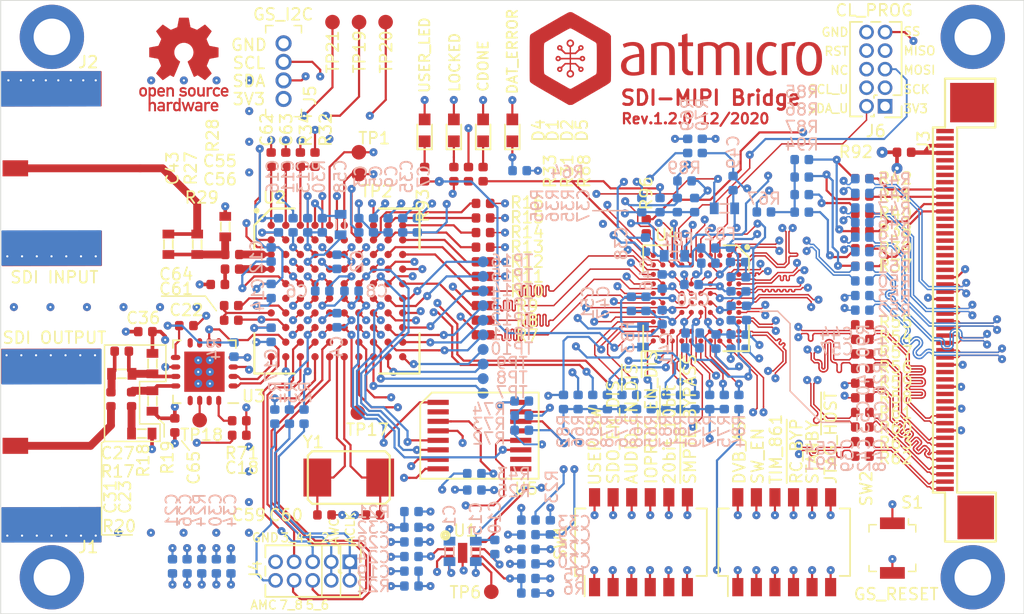
<source format=kicad_pcb>
(kicad_pcb (version 20171130) (host pcbnew 5.1.5+dfsg1-2~bpo10+1)
  (layers (0 F.Cu signal) (1 In1.Cu power hide) (2 In2.Cu power) (3 In3.Cu signal) (4 In4.Cu signal hide) (31 B.Cu signal hide) (34 B.Paste user hide) (35 F.Paste user hide) (36 B.SilkS user hide) (37 F.SilkS user) (38 B.Mask user) (39 F.Mask user hide) (44 Edge.Cuts user))
  (net 0 "")
  (net 1 GNDREF)
  (net 2 +1V2)
  (net 3 GNDA)
  (net 4 VPP)
  (net 5 +3.3VA)
  (net 6 +3V3)
  (net 7 /XTAL2)
  (net 8 /XTAL1)
  (net 9 /AGCP)
  (net 10 /LF)
  (net 11 /VBG)
  (net 12 /AGCN)
  (net 13 /DOUT10)
  (net 14 /DOUT11)
  (net 15 /DOUT12)
  (net 16 /DOUT13)
  (net 17 /DOUT14)
  (net 18 /DOUT15)
  (net 19 /DOUT16)
  (net 20 /DOUT17)
  (net 21 /DOUT18)
  (net 22 /DOUT19)
  (net 23 /PCLK)
  (net 24 /H_HSYNC)
  (net 25 /V_VSYNC)
  (net 26 /20bit_~10bit~)
  (net 27 /~SMPTE_BYPASS~)
  (net 28 /DVB_ASI)
  (net 29 /F_DE)
  (net 30 /LOCKED)
  (net 31 /Y_1ANC)
  (net 32 /DATA_ERRORb)
  (net 33 /TIM_861)
  (net 34 /~RC_BYP~)
  (net 35 "Net-(R1-Pad2)")
  (net 36 /AUDIO_MASTER_CLK)
  (net 37 "Net-(R2-Pad2)")
  (net 38 /AUDIO_SERIAL_BIT_CLK)
  (net 39 "Net-(R3-Pad2)")
  (net 40 /D0)
  (net 41 /D1)
  (net 42 /D2)
  (net 43 /D3)
  (net 44 /D4)
  (net 45 /D5)
  (net 46 /D6)
  (net 47 /D7)
  (net 48 /D8)
  (net 49 /D9)
  (net 50 /D10)
  (net 51 /D11)
  (net 52 /D12)
  (net 53 /D13)
  (net 54 /D14)
  (net 55 /D15)
  (net 56 /D16)
  (net 57 /D17)
  (net 58 /D18)
  (net 59 /D19)
  (net 60 /LB_CONT)
  (net 61 /IOPROC_EN_~DIS~)
  (net 62 /SCLK_TCK)
  (net 63 /SDIN_TDI)
  (net 64 /JTAG_~HOST~)
  (net 65 /~CS~_TMS)
  (net 66 /SDOUT_TDO)
  (net 67 /SW_EN)
  (net 68 /RST_TRST)
  (net 69 /AUDIO_OUTPUT_CH7_8)
  (net 70 /AUDIO_OUTPUT_CH5_6)
  (net 71 /AUDIO_OUTPUT_CH3_4)
  (net 72 /AUDIO_OUTPUT_CH1_2)
  (net 73 /Audio_EN_~DIS~)
  (net 74 /STANDBY)
  (net 75 /SDO_EN_DIS)
  (net 76 "Net-(D1-Pad1)")
  (net 77 VDD)
  (net 78 /GNDPLL_DPHY)
  (net 79 /GNDGPLL)
  (net 80 /AUDIO_WORD_CLK)
  (net 81 /SCL_CL)
  (net 82 /SDA_CL)
  (net 83 /SCL_GS)
  (net 84 /SDA_GS)
  (net 85 /MIPI0_CLK_P)
  (net 86 /MIPI0_CLK_N)
  (net 87 /MIPI0_D0_P)
  (net 88 /MIPI0_D0_N)
  (net 89 /MIPI0_D1_P)
  (net 90 /MIPI0_D1_N)
  (net 91 /MIPI0_D2_P)
  (net 92 /MIPI0_D2_N)
  (net 93 /MIPI0_D3_P)
  (net 94 /MIPI0_D3_N)
  (net 95 /MIPI1_CLK_P)
  (net 96 /MIPI1_CLK_N)
  (net 97 /MIPI1_D0_P)
  (net 98 /MIPI1_D0_N)
  (net 99 /MIPI1_D1_P)
  (net 100 /MIPI1_D1_N)
  (net 101 /MIPI1_D2_P)
  (net 102 /MIPI1_D2_N)
  (net 103 /MIPI1_D3_P)
  (net 104 /MIPI1_D3_N)
  (net 105 "Net-(R4-Pad2)")
  (net 106 /DPHY0_CLK_N)
  (net 107 /DPHY0_CLK_P)
  (net 108 /DPHY0_D0_N)
  (net 109 /DPHY0_D0_P)
  (net 110 /DPHY0_D1_N)
  (net 111 /DPHY0_D1_P)
  (net 112 /DPHY0_D2_N)
  (net 113 /DPHY0_D2_P)
  (net 114 /DPHY0_D3_N)
  (net 115 /DPHY0_D3_P)
  (net 116 /DPHY1_CLK_N)
  (net 117 /DPHY1_CLK_P)
  (net 118 /DPHY1_D0_N)
  (net 119 /DPHY1_D0_P)
  (net 120 /DPHY1_D1_N)
  (net 121 /DPHY1_D1_P)
  (net 122 /DPHY1_D2_N)
  (net 123 /DPHY1_D2_P)
  (net 124 /DPHY1_D3_N)
  (net 125 /DPHY1_D3_P)
  (net 126 "Net-(TP18-Pad1)")
  (net 127 "Net-(C10-Pad2)")
  (net 128 "Net-(C23-Pad1)")
  (net 129 "Net-(C23-Pad2)")
  (net 130 "Net-(C27-Pad1)")
  (net 131 "Net-(C27-Pad2)")
  (net 132 "Net-(C31-Pad1)")
  (net 133 "Net-(C43-Pad1)")
  (net 134 "Net-(C43-Pad2)")
  (net 135 "Net-(C45-Pad1)")
  (net 136 "Net-(C56-Pad2)")
  (net 137 "Net-(R5-Pad2)")
  (net 138 "Net-(TP6-Pad1)")
  (net 139 "Net-(TP17-Pad1)")
  (net 140 IO_VDD)
  (net 141 VCCA_DPHY)
  (net 142 VCO_VDD)
  (net 143 VCC_IO)
  (net 144 /SCL2)
  (net 145 /SDA2)
  (net 146 /SCL1)
  (net 147 /SDA1)
  (net 148 "Net-(R43-Pad2)")
  (net 149 "Net-(R71-Pad2)")
  (net 150 "Net-(R72-Pad2)")
  (net 151 "Net-(R73-Pad2)")
  (net 152 "Net-(R74-Pad2)")
  (net 153 "Net-(D2-Pad1)")
  (net 154 /LOCKED_CL)
  (net 155 /CDONE)
  (net 156 "Net-(R90-Pad2)")
  (net 157 "Net-(R91-Pad2)")
  (net 158 VCCGPLL)
  (net 159 /SDI_P)
  (net 160 "Net-(D4-Pad1)")
  (net 161 /SDI_N)
  (net 162 /SDO_N)
  (net 163 /SDO_P)
  (net 164 "Net-(D5-Pad1)")
  (net 165 /MISO)
  (net 166 /MOSI)
  (net 167 "Net-(R67-Pad2)")
  (net 168 "/SPI_SS(SCL)")
  (net 169 /CRESET_B)
  (net 170 /USER_SCL)
  (net 171 "/SPI_SCK(SDA)")
  (net 172 /USER_SDA)
  (net 173 "Net-(R96-Pad2)")
  (net 174 /USER_SW)
  (net 175 /USER_LED)
  (net 176 "Net-(J3-Pad13)")
  (net 177 "Net-(J3-Pad14)")
  (net 178 "Net-(J3-Pad16)")
  (net 179 "Net-(J3-Pad17)")
  (net 180 "Net-(J3-Pad31)")
  (net 181 "Net-(J3-Pad32)")
  (net 182 /RST)
  (net 183 "Net-(J3-Pad34)")
  (net 184 "Net-(J3-Pad35)")
  (net 185 "Net-(J3-Pad36)")
  (net 186 "Net-(J3-Pad37)")
  (net 187 "Net-(J3-Pad38)")
  (net 188 "Net-(J3-Pad43)")
  (net 189 "Net-(J3-Pad44)")
  (net 190 "Net-(J3-Pad45)")
  (net 191 "Net-(J3-Pad46)")
  (net 192 "Net-(J3-Pad49)")
  (net 193 "Net-(J3-Pad50)")
  (net 194 "Net-(J6-Pad6)")
  (net 195 "Net-(U2-PadB3)")
  (net 196 "Net-(U2-PadF2)")
  (net 197 "Net-(U3-Pad15)")
  (net 198 "Net-(U3-Pad13)")
  (net 199 "Net-(U3-Pad8)")
  (net 200 "Net-(U3-Pad7)")
  (net 201 "Net-(U3-Pad5)")
  (net 202 "Net-(U5-Pad9)")
  (net 203 "Net-(U5-Pad10)")
  (net 204 "Net-(U5-Pad13)")
  (net 205 "Net-(U5-Pad2)")
  (net 206 "Net-(J3-Pad47)")
  (module sdi-mipi-bridge-footprints:BGA100_11x11mm (layer F.Cu) (at 121 115.4)
    (fp_text reference U2 (at -4.27 -6.41) (layer F.SilkS) (effects (font (size 0.8 0.8) (thickness 0.12))))
    (fp_text value GS2971A)
    (pad K10 smd circle (at 4.5 4.5) (size 0.5 0.5) (layers F.Cu F.Paste F.Mask) (net 43 /D3))
    (pad J10 smd circle (at 4.5 3.5) (size 0.5 0.5) (layers F.Cu F.Paste F.Mask) (net 45 /D5))
    (pad H10 smd circle (at 4.5 2.5) (size 0.5 0.5) (layers F.Cu F.Paste F.Mask) (net 47 /D7))
    (pad G10 smd circle (at 4.5 1.5) (size 0.5 0.5) (layers F.Cu F.Paste F.Mask) (net 140 IO_VDD))
    (pad F10 smd circle (at 4.5 0.5) (size 0.5 0.5) (layers F.Cu F.Paste F.Mask) (net 49 /D9))
    (pad E10 smd circle (at 4.5 -0.5) (size 0.5 0.5) (layers F.Cu F.Paste F.Mask) (net 51 /D11))
    (pad D10 smd circle (at 4.5 -1.5) (size 0.5 0.5) (layers F.Cu F.Paste F.Mask) (net 140 IO_VDD))
    (pad C10 smd circle (at 4.5 -2.5) (size 0.5 0.5) (layers F.Cu F.Paste F.Mask) (net 53 /D13))
    (pad B10 smd circle (at 4.5 -3.5) (size 0.5 0.5) (layers F.Cu F.Paste F.Mask) (net 55 /D15))
    (pad A10 smd circle (at 4.5 -4.5) (size 0.5 0.5) (layers F.Cu F.Paste F.Mask) (net 57 /D17))
    (pad K9 smd circle (at 3.5 4.5) (size 0.5 0.5) (layers F.Cu F.Paste F.Mask) (net 42 /D2))
    (pad J9 smd circle (at 3.5 3.5) (size 0.5 0.5) (layers F.Cu F.Paste F.Mask) (net 44 /D4))
    (pad H9 smd circle (at 3.5 2.5) (size 0.5 0.5) (layers F.Cu F.Paste F.Mask) (net 46 /D6))
    (pad G9 smd circle (at 3.5 1.5) (size 0.5 0.5) (layers F.Cu F.Paste F.Mask) (net 1 GNDREF))
    (pad F9 smd circle (at 3.5 0.5) (size 0.5 0.5) (layers F.Cu F.Paste F.Mask) (net 48 /D8))
    (pad E9 smd circle (at 3.5 -0.5) (size 0.5 0.5) (layers F.Cu F.Paste F.Mask) (net 50 /D10))
    (pad D9 smd circle (at 3.5 -1.5) (size 0.5 0.5) (layers F.Cu F.Paste F.Mask) (net 1 GNDREF))
    (pad C9 smd circle (at 3.5 -2.5) (size 0.5 0.5) (layers F.Cu F.Paste F.Mask) (net 54 /D14))
    (pad B9 smd circle (at 3.5 -3.5) (size 0.5 0.5) (layers F.Cu F.Paste F.Mask) (net 56 /D16))
    (pad A9 smd circle (at 3.5 -4.5) (size 0.5 0.5) (layers F.Cu F.Paste F.Mask) (net 58 /D18))
    (pad K8 smd circle (at 2.5 4.5) (size 0.5 0.5) (layers F.Cu F.Paste F.Mask) (net 40 /D0))
    (pad J8 smd circle (at 2.5 3.5) (size 0.5 0.5) (layers F.Cu F.Paste F.Mask) (net 41 /D1))
    (pad H8 smd circle (at 2.5 2.5) (size 0.5 0.5) (layers F.Cu F.Paste F.Mask) (net 61 /IOPROC_EN_~DIS~))
    (pad G8 smd circle (at 2.5 1.5) (size 0.5 0.5) (layers F.Cu F.Paste F.Mask) (net 28 /DVB_ASI))
    (pad F8 smd circle (at 2.5 0.5) (size 0.5 0.5) (layers F.Cu F.Paste F.Mask) (net 62 /SCLK_TCK))
    (pad E8 smd circle (at 2.5 -0.5) (size 0.5 0.5) (layers F.Cu F.Paste F.Mask) (net 63 /SDIN_TDI))
    (pad D8 smd circle (at 2.5 -1.5) (size 0.5 0.5) (layers F.Cu F.Paste F.Mask) (net 64 /JTAG_~HOST~))
    (pad C8 smd circle (at 2.5 -2.5) (size 0.5 0.5) (layers F.Cu F.Paste F.Mask) (net 52 /D12))
    (pad B8 smd circle (at 2.5 -3.5) (size 0.5 0.5) (layers F.Cu F.Paste F.Mask) (net 59 /D19))
    (pad A8 smd circle (at 2.5 -4.5) (size 0.5 0.5) (layers F.Cu F.Paste F.Mask) (net 23 /PCLK))
    (pad K7 smd circle (at 1.5 4.5) (size 0.5 0.5) (layers F.Cu F.Paste F.Mask) (net 140 IO_VDD))
    (pad J7 smd circle (at 1.5 3.5) (size 0.5 0.5) (layers F.Cu F.Paste F.Mask) (net 1 GNDREF))
    (pad H7 smd circle (at 1.5 2.5) (size 0.5 0.5) (layers F.Cu F.Paste F.Mask) (net 26 /20bit_~10bit~))
    (pad G7 smd circle (at 1.5 1.5) (size 0.5 0.5) (layers F.Cu F.Paste F.Mask) (net 27 /~SMPTE_BYPASS~))
    (pad F7 smd circle (at 1.5 0.5) (size 0.5 0.5) (layers F.Cu F.Paste F.Mask) (net 65 /~CS~_TMS))
    (pad E7 smd circle (at 1.5 -0.5) (size 0.5 0.5) (layers F.Cu F.Paste F.Mask) (net 66 /SDOUT_TDO))
    (pad D7 smd circle (at 1.5 -1.5) (size 0.5 0.5) (layers F.Cu F.Paste F.Mask) (net 67 /SW_EN))
    (pad C7 smd circle (at 1.5 -2.5) (size 0.5 0.5) (layers F.Cu F.Paste F.Mask) (net 68 /RST_TRST))
    (pad B7 smd circle (at 1.5 -3.5) (size 0.5 0.5) (layers F.Cu F.Paste F.Mask) (net 1 GNDREF))
    (pad A7 smd circle (at 1.5 -4.5) (size 0.5 0.5) (layers F.Cu F.Paste F.Mask) (net 140 IO_VDD))
    (pad K6 smd circle (at 0.5 4.5) (size 0.5 0.5) (layers F.Cu F.Paste F.Mask) (net 8 /XTAL1))
    (pad J6 smd circle (at 0.5 3.5) (size 0.5 0.5) (layers F.Cu F.Paste F.Mask) (net 7 /XTAL2))
    (pad H6 smd circle (at 0.5 2.5) (size 0.5 0.5) (layers F.Cu F.Paste F.Mask) (net 139 "Net-(TP17-Pad1)"))
    (pad G6 smd circle (at 0.5 1.5) (size 0.5 0.5) (layers F.Cu F.Paste F.Mask) (net 2 +1V2))
    (pad F6 smd circle (at 0.5 0.5) (size 0.5 0.5) (layers F.Cu F.Paste F.Mask) (net 2 +1V2))
    (pad E6 smd circle (at 0.5 -0.5) (size 0.5 0.5) (layers F.Cu F.Paste F.Mask) (net 2 +1V2))
    (pad D6 smd circle (at 0.5 -1.5) (size 0.5 0.5) (layers F.Cu F.Paste F.Mask) (net 2 +1V2))
    (pad C6 smd circle (at 0.5 -2.5) (size 0.5 0.5) (layers F.Cu F.Paste F.Mask) (net 32 /DATA_ERRORb))
    (pad B6 smd circle (at 0.5 -3.5) (size 0.5 0.5) (layers F.Cu F.Paste F.Mask) (net 30 /LOCKED))
    (pad A6 smd circle (at 0.5 -4.5) (size 0.5 0.5) (layers F.Cu F.Paste F.Mask) (net 25 /V_VSYNC))
    (pad K5 smd circle (at -0.5 4.5) (size 0.5 0.5) (layers F.Cu F.Paste F.Mask) (net 69 /AUDIO_OUTPUT_CH7_8))
    (pad J5 smd circle (at -0.5 3.5) (size 0.5 0.5) (layers F.Cu F.Paste F.Mask) (net 70 /AUDIO_OUTPUT_CH5_6))
    (pad H5 smd circle (at -0.5 2.5) (size 0.5 0.5) (layers F.Cu F.Paste F.Mask) (net 33 /TIM_861))
    (pad G5 smd circle (at -0.5 1.5) (size 0.5 0.5) (layers F.Cu F.Paste F.Mask) (net 1 GNDREF))
    (pad F5 smd circle (at -0.5 0.5) (size 0.5 0.5) (layers F.Cu F.Paste F.Mask) (net 1 GNDREF))
    (pad E5 smd circle (at -0.5 -0.5) (size 0.5 0.5) (layers F.Cu F.Paste F.Mask) (net 1 GNDREF))
    (pad D5 smd circle (at -0.5 -1.5) (size 0.5 0.5) (layers F.Cu F.Paste F.Mask) (net 1 GNDREF))
    (pad C5 smd circle (at -0.5 -2.5) (size 0.5 0.5) (layers F.Cu F.Paste F.Mask) (net 31 /Y_1ANC))
    (pad B5 smd circle (at -0.5 -3.5) (size 0.5 0.5) (layers F.Cu F.Paste F.Mask) (net 29 /F_DE))
    (pad A5 smd circle (at -0.5 -4.5) (size 0.5 0.5) (layers F.Cu F.Paste F.Mask) (net 24 /H_HSYNC))
    (pad K4 smd circle (at -1.5 4.5) (size 0.5 0.5) (layers F.Cu F.Paste F.Mask) (net 35 "Net-(R1-Pad2)"))
    (pad J4 smd circle (at -1.5 3.5) (size 0.5 0.5) (layers F.Cu F.Paste F.Mask) (net 37 "Net-(R2-Pad2)"))
    (pad H4 smd circle (at -1.5 2.5) (size 0.5 0.5) (layers F.Cu F.Paste F.Mask) (net 39 "Net-(R3-Pad2)"))
    (pad G4 smd circle (at -1.5 1.5) (size 0.5 0.5) (layers F.Cu F.Paste F.Mask) (net 1 GNDREF))
    (pad F4 smd circle (at -1.5 0.5) (size 0.5 0.5) (layers F.Cu F.Paste F.Mask) (net 3 GNDA))
    (pad E4 smd circle (at -1.5 -0.5) (size 0.5 0.5) (layers F.Cu F.Paste F.Mask) (net 3 GNDA))
    (pad D4 smd circle (at -1.5 -1.5) (size 0.5 0.5) (layers F.Cu F.Paste F.Mask) (net 3 GNDA))
    (pad C4 smd circle (at -1.5 -2.5) (size 0.5 0.5) (layers F.Cu F.Paste F.Mask) (net 4 VPP))
    (pad B4 smd circle (at -1.5 -3.5) (size 0.5 0.5) (layers F.Cu F.Paste F.Mask) (net 3 GNDA))
    (pad A4 smd circle (at -1.5 -4.5) (size 0.5 0.5) (layers F.Cu F.Paste F.Mask) (net 142 VCO_VDD))
    (pad K3 smd circle (at -2.5 4.5) (size 0.5 0.5) (layers F.Cu F.Paste F.Mask) (net 71 /AUDIO_OUTPUT_CH3_4))
    (pad J3 smd circle (at -2.5 3.5) (size 0.5 0.5) (layers F.Cu F.Paste F.Mask) (net 72 /AUDIO_OUTPUT_CH1_2))
    (pad H3 smd circle (at -2.5 2.5) (size 0.5 0.5) (layers F.Cu F.Paste F.Mask) (net 73 /Audio_EN_~DIS~))
    (pad G3 smd circle (at -2.5 1.5) (size 0.5 0.5) (layers F.Cu F.Paste F.Mask) (net 34 /~RC_BYP~))
    (pad F3 smd circle (at -2.5 0.5) (size 0.5 0.5) (layers F.Cu F.Paste F.Mask) (net 3 GNDA))
    (pad E3 smd circle (at -2.5 -0.5) (size 0.5 0.5) (layers F.Cu F.Paste F.Mask) (net 3 GNDA))
    (pad D3 smd circle (at -2.5 -1.5) (size 0.5 0.5) (layers F.Cu F.Paste F.Mask) (net 3 GNDA))
    (pad C3 smd circle (at -2.5 -2.5) (size 0.5 0.5) (layers F.Cu F.Paste F.Mask) (net 4 VPP))
    (pad B3 smd circle (at -2.5 -3.5) (size 0.5 0.5) (layers F.Cu F.Paste F.Mask) (net 195 "Net-(U2-PadB3)"))
    (pad A3 smd circle (at -2.5 -4.5) (size 0.5 0.5) (layers F.Cu F.Paste F.Mask) (net 60 /LB_CONT))
    (pad K2 smd circle (at -3.5 4.5) (size 0.5 0.5) (layers F.Cu F.Paste F.Mask) (net 74 /STANDBY))
    (pad J2 smd circle (at -3.5 3.5) (size 0.5 0.5) (layers F.Cu F.Paste F.Mask) (net 75 /SDO_EN_DIS))
    (pad H2 smd circle (at -3.5 2.5) (size 0.5 0.5) (layers F.Cu F.Paste F.Mask) (net 3 GNDA))
    (pad G2 smd circle (at -3.5 1.5) (size 0.5 0.5) (layers F.Cu F.Paste F.Mask) (net 3 GNDA))
    (pad F2 smd circle (at -3.5 0.5) (size 0.5 0.5) (layers F.Cu F.Paste F.Mask) (net 196 "Net-(U2-PadF2)"))
    (pad E2 smd circle (at -3.5 -0.5) (size 0.5 0.5) (layers F.Cu F.Paste F.Mask) (net 3 GNDA))
    (pad D2 smd circle (at -3.5 -1.5) (size 0.5 0.5) (layers F.Cu F.Paste F.Mask) (net 3 GNDA))
    (pad C2 smd circle (at -3.5 -2.5) (size 0.5 0.5) (layers F.Cu F.Paste F.Mask) (net 3 GNDA))
    (pad B2 smd circle (at -3.5 -3.5) (size 0.5 0.5) (layers F.Cu F.Paste F.Mask) (net 4 VPP))
    (pad A2 smd circle (at -3.5 -4.5) (size 0.5 0.5) (layers F.Cu F.Paste F.Mask) (net 10 /LF))
    (pad K1 smd circle (at -4.5 4.5) (size 0.5 0.5) (layers F.Cu F.Paste F.Mask) (net 162 /SDO_N))
    (pad J1 smd circle (at -4.5 3.5) (size 0.5 0.5) (layers F.Cu F.Paste F.Mask) (net 163 /SDO_P))
    (pad H1 smd circle (at -4.5 2.5) (size 0.5 0.5) (layers F.Cu F.Paste F.Mask) (net 5 +3.3VA))
    (pad G1 smd circle (at -4.5 1.5) (size 0.5 0.5) (layers F.Cu F.Paste F.Mask) (net 12 /AGCN))
    (pad F1 smd circle (at -4.5 0.5) (size 0.5 0.5) (layers F.Cu F.Paste F.Mask) (net 9 /AGCP))
    (pad E1 smd circle (at -4.5 -0.5) (size 0.5 0.5) (layers F.Cu F.Paste F.Mask) (net 5 +3.3VA))
    (pad D1 smd circle (at -4.5 -1.5) (size 0.5 0.5) (layers F.Cu F.Paste F.Mask) (net 161 /SDI_N))
    (pad C1 smd circle (at -4.5 -2.5) (size 0.5 0.5) (layers F.Cu F.Paste F.Mask) (net 159 /SDI_P))
    (pad B1 smd circle (at -4.5 -3.5) (size 0.5 0.5) (layers F.Cu F.Paste F.Mask) (net 5 +3.3VA))
    (pad A1 smd circle (at -4.5 -4.5) (size 0.5 0.5) (layers F.Cu F.Paste F.Mask) (net 11 /VBG))
  )
  (module sdi-mipi-bridge-footprints:BNC_Edge_Conn (layer F.Cu) (at 99 126 270)
    (fp_text reference J1 (at 6.93 -4.99 180) (layer F.SilkS) (effects (font (size 0.8 0.8) (thickness 0.12))))
    (fp_text value 112740-13)
    (pad 2 smd rect (at 0 0 270) (size 1.1 1.75) (layers F.Cu F.Paste F.Mask) (net 132 "Net-(C31-Pad1)"))
    (pad 1 smd rect (at 4.85 -2.35 270) (size 1.1 6.45) (layers F.Cu F.Paste F.Mask) (net 3 GNDA))
    (pad 1 smd rect (at -4.85 -2.35 270) (size 1.1 6.45) (layers F.Cu F.Paste F.Mask) (net 3 GNDA))
  )
  (module sdi-mipi-bridge-footprints:BNC_Edge_Conn (layer F.Cu) (at 99 107 270)
    (fp_text reference J2 (at -7.27 -4.99) (layer F.SilkS) (effects (font (size 0.8 0.8) (thickness 0.12))))
    (fp_text value 112740-13)
    (pad 2 smd rect (at 0 0 270) (size 1.1 1.75) (layers F.Cu F.Paste F.Mask) (net 134 "Net-(C43-Pad2)"))
    (pad 1 smd rect (at 4.85 -2.35 270) (size 1.1 6.45) (layers F.Cu F.Paste F.Mask) (net 3 GNDA))
    (pad 1 smd rect (at -4.85 -2.35 270) (size 1.1 6.45) (layers F.Cu F.Paste F.Mask) (net 3 GNDA))
  )
  (module sdi-mipi-bridge-footprints:oshw-logo (layer F.Cu) (at 110.53 99.89)
    (fp_text reference N2 hide)
    (fp_text value oshw_logo hide)
    (fp_poly (pts (xy -1.520547 2.559315) (xy -1.484257 2.562589) (xy -1.453571 2.568483) (xy -1.42629 2.577419) (xy -1.400688 2.589559) (xy -1.370681 2.610821) (xy -1.344258 2.639027) (xy -1.324255 2.670988) (xy -1.320279 2.679956) (xy -1.30811 2.71018) (xy -1.3081 3.19786) (xy -1.43256 3.200712) (xy -1.43256 3.172616) (xy -1.433001 3.157262) (xy -1.43414 3.147057) (xy -1.435256 3.14452) (xy -1.439925 3.147991) (xy -1.44858 3.156755) (xy -1.452999 3.161658) (xy -1.471978 3.178645) (xy -1.49558 3.190826) (xy -1.525318 3.19871) (xy -1.562703 3.202805) (xy -1.57734 3.203422) (xy -1.602824 3.203658) (xy -1.626988 3.203015) (xy -1.646538 3.201624) (xy -1.65553 3.200315) (xy -1.685682 3.191062) (xy -1.716935 3.176628) (xy -1.745331 3.159088) (xy -1.764046 3.143501) (xy -1.789625 3.111334) (xy -1.806796 3.075521) (xy -1.815801 3.037506) (xy -1.816878 2.998734) (xy -1.81664 2.997361) (xy -1.696223 2.997361) (xy -1.695252 3.020525) (xy -1.686495 3.04231) (xy -1.66972 3.060562) (xy -1.667587 3.062115) (xy -1.653946 3.070585) (xy -1.639866 3.076449) (xy -1.623179 3.080099) (xy -1.601719 3.081928) (xy -1.573316 3.082328) (xy -1.55702 3.082134) (xy -1.528455 3.081426) (xy -1.507932 3.080233) (xy -1.493336 3.078268) (xy -1.482549 3.075242) (xy -1.473457 3.070866) (xy -1.4732 3.070718) (xy -1.457655 3.058381) (xy -1.446482 3.041138) (xy -1.439038 3.017444) (xy -1.434673 2.985753) (xy -1.434033 2.977094) (xy -1.431057 2.93116) (xy -1.532139 2.931271) (xy -1.567669 2.931414) (xy -1.594661 2.931841) (xy -1.614734 2.932682) (xy -1.629508 2.934068) (xy -1.640604 2.936129) (xy -1.649641 2.938995) (xy -1.654706 2.941136) (xy -1.67572 2.955512) (xy -1.689636 2.974971) (xy -1.696223 2.997361) (xy -1.81664 2.997361) (xy -1.810268 2.960648) (xy -1.796211 2.924695) (xy -1.774945 2.892318) (xy -1.746713 2.864961) (xy -1.71454 2.845351) (xy -1.699391 2.838812) (xy -1.684182 2.833785) (xy -1.667295 2.830081) (xy -1.64711 2.827504) (xy -1.622008 2.825865) (xy -1.590368 2.824969) (xy -1.550571 2.824625) (xy -1.539905 2.824604) (xy -1.431349 2.82448) (xy -1.433457 2.776281) (xy -1.435643 2.747652) (xy -1.440005 2.726818) (xy -1.447619 2.711473) (xy -1.459557 2.699312) (xy -1.473732 2.68986) (xy -1.482123 2.685647) (xy -1.491816 2.682768) (xy -1.50486 2.680982) (xy -1.523299 2.680045) (xy -1.549181 2.679716) (xy -1.55956 2.6797) (xy -1.593451 2.680227) (xy -1.619103 2.682156) (xy -1.638402 2.686003) (xy -1.653229 2.692284) (xy -1.66547 2.701518) (xy -1.674582 2.71128) (xy -1.685464 2.724211) (xy -1.734272 2.686948) (xy -1.753108 2.672336) (xy -1.768568 2.659904) (xy -1.779081 2.650946) (xy -1.783078 2.646755) (xy -1.78308 2.646721) (xy -1.779269 2.640177) (xy -1.769265 2.629658) (xy -1.755216 2.616991) (xy -1.739267 2.604005) (xy -1.723566 2.592529) (xy -1.710258 2.584392) (xy -1.70942 2.583969) (xy -1.687833 2.574068) (xy -1.667762 2.566998) (xy -1.646748 2.562323) (xy -1.622329 2.559605) (xy -1.592047 2.558408) (xy -1.56464 2.558242) (xy -1.520547 2.559315)) (layer F.Cu) (width 0.01))
    (fp_poly (pts (xy -2.7328 1.557697) (xy -2.684546 1.570663) (xy -2.641589 1.59229) (xy -2.6039 1.622592) (xy -2.580265 1.649454) (xy -2.561783 1.676927) (xy -2.547426 1.706492) (xy -2.536905 1.739537) (xy -2.529927 1.777455) (xy -2.526203 1.821634) (xy -2.52544 1.873464) (xy -2.526239 1.90754) (xy -2.528944 1.956516) (xy -2.533763 1.997186) (xy -2.541296 2.031291) (xy -2.552144 2.06057) (xy -2.566907 2.086764) (xy -2.586185 2.111615) (xy -2.602676 2.129131) (xy -2.636646 2.158152) (xy -2.67299 2.178971) (xy -2.713336 2.1922) (xy -2.759311 2.198453) (xy -2.788718 2.199129) (xy -2.812449 2.198418) (xy -2.834606 2.196951) (xy -2.851651 2.194993) (xy -2.856492 2.194074) (xy -2.897147 2.179634) (xy -2.936141 2.155699) (xy -2.969665 2.126384) (xy -2.992401 2.10172) (xy -3.010173 2.077392) (xy -3.023622 2.051593) (xy -3.033389 2.022517) (xy -3.040117 1.988358) (xy -3.044446 1.94731) (xy -3.046544 1.910015) (xy -3.046759 1.882248) (xy -2.91846 1.882248) (xy -2.91846 1.968716) (xy -2.902189 2.001766) (xy -2.884147 2.031176) (xy -2.862589 2.051992) (xy -2.836231 2.064929) (xy -2.803792 2.070703) (xy -2.778167 2.070926) (xy -2.754539 2.069112) (xy -2.736963 2.065333) (xy -2.721373 2.058591) (xy -2.716269 2.055719) (xy -2.696096 2.041639) (xy -2.680584 2.025025) (xy -2.669138 2.004405) (xy -2.66116 1.978307) (xy -2.656056 1.945257) (xy -2.653228 1.903782) (xy -2.653066 1.899608) (xy -2.652542 1.848728) (xy -2.655306 1.806574) (xy -2.661698 1.772146) (xy -2.672056 1.744448) (xy -2.686721 1.72248) (xy -2.706031 1.705245) (xy -2.722521 1.69545) (xy -2.754232 1.684217) (xy -2.787608 1.680797) (xy -2.820534 1.684757) (xy -2.850894 1.695663) (xy -2.876571 1.713084) (xy -2.891338 1.729953) (xy -2.900675 1.745177) (xy -2.90766 1.76091) (xy -2.912608 1.778925) (xy -2.915837 1.801) (xy -2.917662 1.828909) (xy -2.918399 1.864428) (xy -2.91846 1.882248) (xy -3.046759 1.882248) (xy -3.047053 1.844555) (xy -3.042844 1.786749) (xy -3.03398 1.736973) (xy -3.020528 1.6956) (xy -3.003958 1.664995) (xy -2.971078 1.624961) (xy -2.934031 1.594033) (xy -2.892338 1.571967) (xy -2.845521 1.558517) (xy -2.7931 1.553436) (xy -2.78638 1.553378) (xy -2.7328 1.557697)) (layer F.Cu) (width 0.01))
    (fp_poly (pts (xy -0.842854 2.558238) (xy -0.814699 2.564601) (xy -0.793284 2.572328) (xy -0.772416 2.581726) (xy -0.758495 2.589591) (xy -0.73721 2.603849) (xy -0.782803 2.658284) (xy -0.799438 2.677915) (xy -0.813773 2.694399) (xy -0.824557 2.706328) (xy -0.830537 2.712297) (xy -0.831244 2.71272) (xy -0.836907 2.710055) (xy -0.846965 2.703544) (xy -0.848313 2.702593) (xy -0.873395 2.690251) (xy -0.903191 2.684263) (xy -0.934016 2.685262) (xy -0.941241 2.686629) (xy -0.974462 2.698426) (xy -1.000899 2.717623) (xy -1.019633 2.741992) (xy -1.03378 2.76606) (xy -1.03886 3.19786) (xy -1.16332 3.200712) (xy -1.16332 2.5654) (xy -1.03632 2.5654) (xy -1.03632 2.626476) (xy -1.008844 2.604096) (xy -0.971438 2.579793) (xy -0.930037 2.563791) (xy -0.886543 2.556477) (xy -0.842854 2.558238)) (layer F.Cu) (width 0.01))
    (fp_poly (pts (xy 1.038658 2.556999) (xy 1.091282 2.563659) (xy 1.137736 2.576601) (xy 1.177447 2.595588) (xy 1.209841 2.620381) (xy 1.234342 2.650742) (xy 1.242238 2.665302) (xy 1.247495 2.677777) (xy 1.2519 2.691708) (xy 1.255515 2.708027) (xy 1.258402 2.727665) (xy 1.260621 2.751555) (xy 1.262236 2.780627) (xy 1.263308 2.815814) (xy 1.263898 2.858047) (xy 1.264069 2.908257) (xy 1.263881 2.967376) (xy 1.263748 2.98958) (xy 1.26238 3.19786) (xy 1.13538 3.19786) (xy 1.133842 3.171118) (xy 1.132304 3.144377) (xy 1.119233 3.159911) (xy 1.096185 3.179576) (xy 1.065039 3.193734) (xy 1.026343 3.202213) (xy 0.980645 3.204841) (xy 0.976379 3.204788) (xy 0.955641 3.204177) (xy 0.937414 3.203212) (xy 0.92533 3.20209) (xy 0.92456 3.20197) (xy 0.879073 3.189911) (xy 0.839607 3.170505) (xy 0.806748 3.144654) (xy 0.78108 3.11326) (xy 0.763188 3.077223) (xy 0.753657 3.037447) (xy 0.75322 3.005579) (xy 0.87376 3.005579) (xy 0.874656 3.023198) (xy 0.878506 3.0355) (xy 0.887049 3.047254) (xy 0.89027 3.050826) (xy 0.903492 3.063313) (xy 0.917828 3.072236) (xy 0.935168 3.078077) (xy 0.957403 3.081317) (xy 0.986423 3.082437) (xy 1.01346 3.082182) (xy 1.043426 3.081219) (xy 1.065196 3.079662) (xy 1.080731 3.077264) (xy 1.091987 3.073776) (xy 1.096409 3.071661) (xy 1.112632 3.058685) (xy 1.123838 3.039377) (xy 1.130406 3.012731) (xy 1.132717 2.977744) (xy 1.132728 2.97561) (xy 1.13284 2.93116) (xy 1.03505 2.931271) (xy 0.999917 2.931431) (xy 0.973305 2.931906) (xy 0.953574 2.932829) (xy 0.939085 2.934331) (xy 0.928201 2.936544) (xy 0.919283 2.939599) (xy 0.91654 2.940793) (xy 0.893977 2.954502) (xy 0.880254 2.971912) (xy 0.87425 2.99472) (xy 0.87376 3.005579) (xy 0.75322 3.005579) (xy 0.753072 2.994831) (xy 0.761777 2.951065) (xy 0.768571 2.931049) (xy 0.776155 2.915691) (xy 0.786796 2.901355) (xy 0.802764 2.884403) (xy 0.804325 2.882839) (xy 0.820663 2.867146) (xy 0.835715 2.854719) (xy 0.850966 2.845155) (xy 0.867899 2.83805) (xy 0.887995 2.833003) (xy 0.912738 2.829609) (xy 0.943612 2.827465) (xy 0.982099 2.82617) (xy 1.01518 2.825538) (xy 1.13374 2.823651) (xy 1.13202 2.771122) (xy 1.131013 2.746916) (xy 1.12955 2.730529) (xy 1.127126 2.719619) (xy 1.12324 2.711845) (xy 1.117898 2.705404) (xy 1.098579 2.69189) (xy 1.070188 2.682719) (xy 1.032851 2.677923) (xy 1.006777 2.67716) (xy 0.972406 2.67828) (xy 0.94585 2.682029) (xy 0.924973 2.688988) (xy 0.907638 2.699742) (xy 0.90016 2.706223) (xy 0.882279 2.723087) (xy 0.834839 2.686958) (xy 0.816294 2.672654) (xy 0.801145 2.660626) (xy 0.790984 2.652163) (xy 0.7874 2.648576) (xy 0.791306 2.639567) (xy 0.801763 2.626931) (xy 0.816877 2.61269) (xy 0.832288 2.600608) (xy 0.864986 2.581503) (xy 0.902471 2.568052) (xy 0.946385 2.559769) (xy 0.98044 2.556859) (xy 1.038658 2.556999)) (layer F.Cu) (width 0.01))
    (fp_poly (pts (xy -0.836737 1.560625) (xy -0.796274 1.57668) (xy -0.760142 1.600399) (xy -0.72949 1.630984) (xy -0.705466 1.667638) (xy -0.689218 1.709565) (xy -0.686437 1.7211) (xy -0.684809 1.734425) (xy -0.683446 1.757693) (xy -0.682353 1.790687) (xy -0.681534 1.833193) (xy -0.680995 1.884996) (xy -0.680741 1.945881) (xy -0.68072 1.97129) (xy -0.68072 2.19456) (xy -0.807297 2.19456) (xy -0.808779 1.984638) (xy -0.81026 1.774716) (xy -0.825578 1.744777) (xy -0.844099 1.716999) (xy -0.86736 1.697722) (xy -0.896409 1.686288) (xy -0.92476 1.682331) (xy -0.946329 1.682251) (xy -0.966452 1.684089) (xy -0.978101 1.686626) (xy -1.000316 1.698058) (xy -1.022147 1.716281) (xy -1.040417 1.738318) (xy -1.048564 1.7526) (xy -1.05119 1.758654) (xy -1.053356 1.765119) (xy -1.055115 1.773012) (xy -1.05652 1.783351) (xy -1.057625 1.797153) (xy -1.058483 1.815435) (xy -1.059148 1.839216) (xy -1.059673 1.869513) (xy -1.060111 1.907343) (xy -1.060516 1.953724) (xy -1.060757 1.98501) (xy -1.062334 2.19456) (xy -1.18872 2.19456) (xy -1.18872 1.55956) (xy -1.06172 1.55956) (xy -1.06172 1.625716) (xy -1.032895 1.602238) (xy -1.000955 1.579612) (xy -0.968999 1.564698) (xy -0.933198 1.55579) (xy -0.926066 1.554696) (xy -0.880384 1.553031) (xy -0.836737 1.560625)) (layer F.Cu) (width 0.01))
    (fp_poly (pts (xy 1.042458 1.769481) (xy 1.04394 1.979403) (xy 1.059257 2.009342) (xy 1.077599 2.036956) (xy 1.100575 2.056139) (xy 1.129331 2.067609) (xy 1.15917 2.071829) (xy 1.19344 2.070846) (xy 1.221522 2.063099) (xy 1.245419 2.047838) (xy 1.258775 2.034544) (xy 1.266643 2.025449) (xy 1.273172 2.016985) (xy 1.278497 2.008138) (xy 1.282751 1.997892) (xy 1.286069 1.98523) (xy 1.288584 1.969138) (xy 1.29043 1.948599) (xy 1.291742 1.922598) (xy 1.292653 1.89012) (xy 1.293297 1.850149) (xy 1.293809 1.801669) (xy 1.294121 1.76657) (xy 1.295926 1.55956) (xy 1.4224 1.55956) (xy 1.4224 2.19456) (xy 1.2954 2.19456) (xy 1.2954 2.16154) (xy 1.295008 2.144722) (xy 1.293982 2.132829) (xy 1.292608 2.12852) (xy 1.28771 2.131785) (xy 1.278195 2.140148) (xy 1.271018 2.147012) (xy 1.256272 2.159017) (xy 1.236682 2.171776) (xy 1.2192 2.181169) (xy 1.202021 2.188739) (xy 1.186852 2.193568) (xy 1.170197 2.196373) (xy 1.148558 2.197869) (xy 1.13538 2.198333) (xy 1.107857 2.198599) (xy 1.087298 2.19729) (xy 1.070583 2.194078) (xy 1.059001 2.190339) (xy 1.036212 2.1813) (xy 1.019005 2.172516) (xy 1.003531 2.16158) (xy 0.985939 2.146082) (xy 0.981277 2.141703) (xy 0.952318 2.107608) (xy 0.931 2.068067) (xy 0.920116 2.033019) (xy 0.918488 2.019694) (xy 0.917125 1.996426) (xy 0.916032 1.963432) (xy 0.915213 1.920926) (xy 0.914674 1.869123) (xy 0.91442 1.808238) (xy 0.9144 1.782829) (xy 0.9144 1.55956) (xy 1.040976 1.55956) (xy 1.042458 1.769481)) (layer F.Cu) (width 0.01))
    (fp_poly (pts (xy 0.03535 2.77749) (xy 0.047597 2.82249) (xy 0.059122 2.864699) (xy 0.069633 2.903055) (xy 0.078835 2.936495) (xy 0.086437 2.963954) (xy 0.092145 2.984372) (xy 0.095666 2.996683) (xy 0.096608 2.99974) (xy 0.09879 2.999338) (xy 0.103068 2.991268) (xy 0.109581 2.975151) (xy 0.118471 2.95061) (xy 0.129875 2.917267) (xy 0.143934 2.874744) (xy 0.152017 2.84988) (xy 0.165587 2.807974) (xy 0.179166 2.766094) (xy 0.192174 2.726028) (xy 0.204028 2.689566) (xy 0.214148 2.658496) (xy 0.221951 2.634608) (xy 0.224239 2.62763) (xy 0.244681 2.5654) (xy 0.338499 2.5654) (xy 0.406231 2.77495) (xy 0.420645 2.819489) (xy 0.434234 2.861381) (xy 0.446651 2.89956) (xy 0.45755 2.932961) (xy 0.466581 2.960522) (xy 0.473397 2.981177) (xy 0.477651 2.993863) (xy 0.478826 2.9972) (xy 0.480371 2.998889) (xy 0.482606 2.996821) (xy 0.485754 2.990282) (xy 0.490039 2.978558) (xy 0.495685 2.960935) (xy 0.502914 2.9367) (xy 0.511952 2.905138) (xy 0.523022 2.865537) (xy 0.536347 2.817181) (xy 0.543915 2.789532) (xy 0.556386 2.74402) (xy 0.568072 2.701592) (xy 0.578698 2.663238) (xy 0.587986 2.62995) (xy 0.595658 2.602718) (xy 0.601437 2.582534) (xy 0.605046 2.570387) (xy 0.606176 2.567129) (xy 0.611732 2.566472) (xy 0.625475 2.566125) (xy 0.645439 2.566104) (xy 0.669654 2.566428) (xy 0.673967 2.566517) (xy 0.739724 2.56794) (xy 0.656883 2.82702) (xy 0.640466 2.878382) (xy 0.624436 2.928567) (xy 0.609165 2.976411) (xy 0.595026 3.020747) (xy 0.582388 3.060409) (xy 0.571624 3.094232) (xy 0.563106 3.121048) (xy 0.557206 3.139693) (xy 0.556034 3.143414) (xy 0.538027 3.200728) (xy 0.425301 3.19786) (xy 0.358908 2.975026) (xy 0.341754 2.917813) (xy 0.327197 2.870057) (xy 0.315125 2.831423) (xy 0.305428 2.801574) (xy 0.297994 2.780176) (xy 0.292714 2.766893) (xy 0.289476 2.761389) (xy 0.288474 2.761666) (xy 0.286199 2.76844) (xy 0.281365 2.783891) (xy 0.274295 2.806953) (xy 0.265311 2.836559) (xy 0.254737 2.871644) (xy 0.242896 2.911141) (xy 0.230109 2.953984) (xy 0.223298 2.97688) (xy 0.21019 3.020989) (xy 0.197919 3.062277) (xy 0.1868 3.099681) (xy 0.177149 3.13214) (xy 0.169282 3.158593) (xy 0.163514 3.177977) (xy 0.160161 3.189231) (xy 0.159479 3.19151) (xy 0.157131 3.195457) (xy 0.151731 3.198044) (xy 0.141475 3.199547) (xy 0.124557 3.20024) (xy 0.101098 3.2004) (xy 0.073923 3.199996) (xy 0.055863 3.198712) (xy 0.045901 3.196435) (xy 0.043145 3.19405) (xy 0.041242 3.188209) (xy 0.036521 3.17353) (xy 0.02925 3.150851) (xy 0.0197 3.121014) (xy 0.008138 3.08486) (xy -0.005167 3.043228) (xy -0.019946 2.996959) (xy -0.03593 2.946894) (xy -0.05285 2.893873) (xy -0.056102 2.88368) (xy -0.073181 2.830171) (xy -0.089387 2.779438) (xy -0.10445 2.732327) (xy -0.1181 2.68968) (xy -0.130066 2.652341) (xy -0.140078 2.621153) (xy -0.147866 2.59696) (xy -0.15316 2.580604) (xy -0.155688 2.57293) (xy -0.155831 2.57253) (xy -0.155395 2.569602) (xy -0.150538 2.567575) (xy -0.139883 2.5663) (xy -0.122052 2.565626) (xy -0.095668 2.565403) (xy -0.090424 2.5654) (xy -0.02228 2.5654) (xy 0.03535 2.77749)) (layer F.Cu) (width 0.01))
    (fp_poly (pts (xy 0.004435 1.55629) (xy 0.054498 1.566516) (xy 0.102286 1.582883) (xy 0.146112 1.605338) (xy 0.154848 1.61095) (xy 0.193217 1.636613) (xy 0.178321 1.655236) (xy 0.166899 1.66896) (xy 0.152026 1.686104) (xy 0.138862 1.700812) (xy 0.1143 1.727765) (xy 0.070868 1.705253) (xy 0.032622 1.688638) (xy -0.006057 1.677694) (xy -0.043682 1.672406) (xy -0.078763 1.672759) (xy -0.109813 1.67874) (xy -0.135344 1.690334) (xy -0.153791 1.707421) (xy -0.161374 1.724974) (xy -0.163826 1.745072) (xy -0.163072 1.761359) (xy -0.158935 1.772295) (xy -0.149526 1.782579) (xy -0.148336 1.783652) (xy -0.138503 1.79135) (xy -0.127329 1.797354) (xy -0.113193 1.802032) (xy -0.094476 1.805758) (xy -0.069555 1.808903) (xy -0.036811 1.811837) (xy -0.019589 1.813152) (xy 0.02741 1.817683) (xy 0.065759 1.82388) (xy 0.096886 1.832107) (xy 0.122216 1.84273) (xy 0.140524 1.854113) (xy 0.166265 1.879048) (xy 0.186438 1.910958) (xy 0.200237 1.947847) (xy 0.206859 1.987716) (xy 0.206643 2.018235) (xy 0.198431 2.060433) (xy 0.181435 2.097744) (xy 0.155931 2.129882) (xy 0.122195 2.156556) (xy 0.080503 2.177478) (xy 0.042745 2.189591) (xy 0.005242 2.196323) (xy -0.037777 2.199429) (xy -0.082335 2.198915) (xy -0.12446 2.194789) (xy -0.1524 2.189242) (xy -0.176026 2.181921) (xy -0.203126 2.171702) (xy -0.228305 2.16064) (xy -0.23114 2.159255) (xy -0.250473 2.148794) (xy -0.271122 2.136196) (xy -0.291216 2.122789) (xy -0.308885 2.109899) (xy -0.322258 2.098855) (xy -0.329463 2.090984) (xy -0.3302 2.088963) (xy -0.326801 2.084073) (xy -0.317553 2.073644) (xy -0.303887 2.059225) (xy -0.287907 2.043042) (xy -0.245614 2.000968) (xy -0.220797 2.021476) (xy -0.183926 2.047385) (xy -0.144939 2.065281) (xy -0.101848 2.075833) (xy -0.052669 2.079712) (xy -0.04826 2.079755) (xy -0.022609 2.079485) (xy -0.003903 2.078045) (xy 0.011049 2.074954) (xy 0.025437 2.06973) (xy 0.029353 2.068019) (xy 0.054553 2.05257) (xy 0.071489 2.033048) (xy 0.079611 2.010578) (xy 0.078365 1.986283) (xy 0.074782 1.975483) (xy 0.068978 1.964717) (xy 0.060733 1.956216) (xy 0.048695 1.949523) (xy 0.031511 1.944181) (xy 0.007827 1.939732) (xy -0.023709 1.935721) (xy -0.051238 1.932923) (xy -0.088821 1.929147) (xy -0.118171 1.925627) (xy -0.141193 1.921963) (xy -0.159793 1.917757) (xy -0.175877 1.91261) (xy -0.191349 1.906123) (xy -0.20066 1.901656) (xy -0.234991 1.879441) (xy -0.261472 1.85092) (xy -0.279818 1.816567) (xy -0.289744 1.776856) (xy -0.291544 1.75006) (xy -0.290838 1.727399) (xy -0.288785 1.705711) (xy -0.285813 1.689383) (xy -0.285507 1.6883) (xy -0.27275 1.659071) (xy -0.252839 1.63014) (xy -0.228277 1.604966) (xy -0.22098 1.599118) (xy -0.184838 1.577847) (xy -0.142539 1.562982) (xy -0.095769 1.554469) (xy -0.046216 1.552256) (xy 0.004435 1.55629)) (layer F.Cu) (width 0.01))
    (fp_poly (pts (xy 2.835273 1.557568) (xy 2.883172 1.570853) (xy 2.926643 1.592412) (xy 2.964796 1.621537) (xy 2.996738 1.65752) (xy 3.021576 1.699655) (xy 3.038421 1.747232) (xy 3.040693 1.75706) (xy 3.043626 1.776475) (xy 3.045961 1.802774) (xy 3.047464 1.832686) (xy 3.047911 1.85801) (xy 3.048 1.92532) (xy 2.650451 1.92532) (xy 2.653961 1.951782) (xy 2.663419 1.991612) (xy 2.680108 2.024363) (xy 2.703723 2.049772) (xy 2.733961 2.067575) (xy 2.770518 2.07751) (xy 2.80162 2.07964) (xy 2.845174 2.075448) (xy 2.883125 2.063113) (xy 2.916319 2.042349) (xy 2.920267 2.039068) (xy 2.929073 2.03135) (xy 2.935705 2.026489) (xy 2.941859 2.025071) (xy 2.94923 2.027681) (xy 2.959515 2.034902) (xy 2.974409 2.047319) (xy 2.99466 2.064705) (xy 3.010478 2.078193) (xy 3.023203 2.088982) (xy 3.030987 2.095509) (xy 3.032453 2.096687) (xy 3.030302 2.100775) (xy 3.02254 2.110033) (xy 3.010806 2.122516) (xy 3.009911 2.123428) (xy 2.98076 2.147729) (xy 2.945078 2.169171) (xy 2.906457 2.185758) (xy 2.887246 2.191587) (xy 2.861161 2.196142) (xy 2.82875 2.198603) (xy 2.793627 2.19897) (xy 2.759408 2.197242) (xy 2.729709 2.19342) (xy 2.721021 2.19158) (xy 2.675036 2.175449) (xy 2.634273 2.150795) (xy 2.599125 2.118033) (xy 2.569987 2.077579) (xy 2.54725 2.02985) (xy 2.536446 1.99644) (xy 2.532041 1.97311) (xy 2.529015 1.942361) (xy 2.527365 1.90684) (xy 2.527089 1.869192) (xy 2.528187 1.832065) (xy 2.529163 1.81864) (xy 2.650606 1.81864) (xy 2.92213 1.81864) (xy 2.918776 1.79959) (xy 2.908012 1.758409) (xy 2.891583 1.725533) (xy 2.869293 1.700705) (xy 2.840944 1.683666) (xy 2.826519 1.678575) (xy 2.788871 1.67223) (xy 2.753913 1.675258) (xy 2.722589 1.687023) (xy 2.695847 1.706889) (xy 2.674632 1.734219) (xy 2.65989 1.768378) (xy 2.654143 1.79451) (xy 2.650606 1.81864) (xy 2.529163 1.81864) (xy 2.530656 1.798104) (xy 2.534495 1.769957) (xy 2.536587 1.76022) (xy 2.554141 1.707687) (xy 2.578497 1.662161) (xy 2.609188 1.624031) (xy 2.645751 1.593685) (xy 2.687719 1.571515) (xy 2.734628 1.557908) (xy 2.78384 1.553265) (xy 2.835273 1.557568)) (layer F.Cu) (width 0.01))
    (fp_poly (pts (xy 0.063944 -3.200385) (xy 0.118503 -3.200323) (xy 0.164447 -3.200194) (xy 0.202552 -3.199975) (xy 0.23359 -3.199646) (xy 0.258334 -3.199185) (xy 0.277557 -3.198571) (xy 0.292034 -3.197781) (xy 0.302537 -3.196794) (xy 0.309839 -3.195589) (xy 0.314713 -3.194144) (xy 0.317934 -3.192438) (xy 0.31913 -3.191511) (xy 0.321531 -3.188443) (xy 0.324143 -3.18278) (xy 0.327119 -3.173802) (xy 0.330612 -3.160785) (xy 0.334776 -3.14301) (xy 0.339764 -3.119755) (xy 0.345729 -3.090298) (xy 0.352825 -3.053919) (xy 0.361205 -3.009896) (xy 0.371021 -2.957507) (xy 0.382428 -2.896033) (xy 0.385794 -2.87782) (xy 0.395938 -2.823228) (xy 0.405693 -2.771386) (xy 0.41488 -2.723197) (xy 0.423321 -2.679563) (xy 0.430839 -2.641386) (xy 0.437257 -2.609567) (xy 0.442397 -2.585008) (xy 0.44608 -2.568611) (xy 0.44813 -2.561277) (xy 0.448169 -2.561197) (xy 0.456812 -2.549847) (xy 0.464359 -2.543968) (xy 0.476168 -2.538293) (xy 0.495535 -2.529756) (xy 0.521275 -2.518828) (xy 0.5522 -2.505979) (xy 0.587125 -2.491679) (xy 0.624864 -2.476401) (xy 0.664231 -2.460614) (xy 0.704039 -2.44479) (xy 0.743103 -2.429399) (xy 0.780237 -2.414913) (xy 0.814255 -2.401801) (xy 0.84397 -2.390536) (xy 0.868197 -2.381588) (xy 0.885749 -2.375427) (xy 0.89544 -2.372525) (xy 0.896621 -2.37236) (xy 0.911725 -2.37562) (xy 0.931874 -2.385712) (xy 0.948099 -2.396118) (xy 0.962375 -2.405865) (xy 0.983862 -2.420564) (xy 1.011392 -2.439414) (xy 1.0438 -2.461618) (xy 1.079921 -2.486375) (xy 1.118588 -2.512886) (xy 1.158636 -2.540351) (xy 1.198899 -2.567971) (xy 1.238212 -2.594945) (xy 1.275408 -2.620476) (xy 1.309323 -2.643762) (xy 1.338789 -2.664005) (xy 1.362643 -2.680404) (xy 1.377499 -2.690632) (xy 1.39888 -2.70476) (xy 1.418234 -2.716436) (xy 1.433568 -2.724533) (xy 1.44289 -2.727923) (xy 1.443473 -2.72796) (xy 1.448048 -2.725998) (xy 1.456423 -2.719864) (xy 1.468988 -2.709187) (xy 1.486133 -2.693598) (xy 1.508249 -2.672727) (xy 1.535726 -2.646203) (xy 1.568952 -2.613656) (xy 1.60832 -2.574716) (xy 1.654219 -2.529013) (xy 1.675064 -2.508185) (xy 1.721494 -2.46169) (xy 1.761169 -2.421799) (xy 1.794577 -2.387994) (xy 1.822205 -2.359756) (xy 1.844544 -2.336565) (xy 1.862081 -2.317902) (xy 1.875304 -2.303248) (xy 1.884702 -2.292085) (xy 1.890764 -2.283892) (xy 1.893978 -2.278151) (xy 1.89484 -2.274608) (xy 1.892783 -2.268426) (xy 1.886468 -2.256497) (xy 1.875681 -2.238489) (xy 1.860204 -2.214069) (xy 1.839823 -2.182908) (xy 1.814321 -2.144672) (xy 1.783483 -2.099031) (xy 1.747093 -2.045654) (xy 1.721932 -2.008942) (xy 1.690797 -1.963426) (xy 1.661369 -1.920086) (xy 1.63416 -1.879699) (xy 1.609681 -1.843039) (xy 1.588445 -1.810882) (xy 1.570964 -1.784002) (xy 1.557749 -1.763175) (xy 1.549313 -1.749176) (xy 1.546182 -1.742862) (xy 1.547503 -1.734906) (xy 1.552551 -1.718843) (xy 1.560841 -1.695811) (xy 1.571887 -1.666949) (xy 1.585204 -1.633395) (xy 1.600306 -1.596286) (xy 1.616707 -1.556762) (xy 1.633922 -1.515961) (xy 1.651466 -1.47502) (xy 1.668852 -1.435079) (xy 1.685596 -1.397276) (xy 1.701212 -1.362748) (xy 1.715213 -1.332635) (xy 1.727115 -1.308073) (xy 1.736433 -1.290203) (xy 1.742679 -1.280162) (xy 1.74423 -1.278579) (xy 1.751136 -1.276353) (xy 1.767124 -1.2725) (xy 1.791276 -1.267205) (xy 1.822678 -1.260653) (xy 1.860412 -1.25303) (xy 1.903562 -1.244521) (xy 1.951213 -1.235312) (xy 2.002449 -1.225587) (xy 2.049871 -1.216732) (xy 2.103519 -1.206708) (xy 2.1544 -1.197039) (xy 2.201597 -1.18791) (xy 2.244192 -1.179508) (xy 2.281268 -1.172015) (xy 2.311907 -1.165619) (xy 2.335192 -1.160503) (xy 2.350206 -1.156853) (xy 2.35585 -1.155) (xy 2.36728 -1.147846) (xy 2.36728 -0.833366) (xy 2.367286 -0.767725) (xy 2.367267 -0.711501) (xy 2.367161 -0.663952) (xy 2.366909 -0.624334) (xy 2.366449 -0.591904) (xy 2.365722 -0.565921) (xy 2.364667 -0.54564) (xy 2.363225 -0.53032) (xy 2.361334 -0.519217) (xy 2.358935 -0.511589) (xy 2.355967 -0.506692) (xy 2.35237 -0.503785) (xy 2.348083 -0.502124) (xy 2.343047 -0.500966) (xy 2.340254 -0.500349) (xy 2.333285 -0.498959) (xy 2.317277 -0.495903) (xy 2.293181 -0.49136) (xy 2.261948 -0.485506) (xy 2.224532 -0.478519) (xy 2.181883 -0.470578) (xy 2.134954 -0.461861) (xy 2.084695 -0.452545) (xy 2.05486 -0.447023) (xy 2.002929 -0.43734) (xy 1.953639 -0.428002) (xy 1.907963 -0.419201) (xy 1.866875 -0.411134) (xy 1.83135 -0.403994) (xy 1.802361 -0.397977) (xy 1.780882 -0.393277) (xy 1.767889 -0.390088) (xy 1.764705 -0.389046) (xy 1.760956 -0.386972) (xy 1.75723 -0.38377) (xy 1.753169 -0.378649) (xy 1.748415 -0.37082) (xy 1.74261 -0.359493) (xy 1.735397 -0.343878) (xy 1.726417 -0.323185) (xy 1.715314 -0.296625) (xy 1.70173 -0.263408) (xy 1.685306 -0.222743) (xy 1.665686 -0.173842) (xy 1.653877 -0.144336) (xy 1.630562 -0.085801) (xy 1.610997 -0.036121) (xy 1.594996 0.005215) (xy 1.582371 0.038717) (xy 1.572933 0.064898) (xy 1.566496 0.084266) (xy 1.562871 0.097333) (xy 1.56187 0.10461) (xy 1.562 0.105551) (xy 1.565388 0.111936) (xy 1.574031 0.125889) (xy 1.587401 0.146619) (xy 1.604975 0.173337) (xy 1.626227 0.205253) (xy 1.650633 0.241579) (xy 1.677667 0.281524) (xy 1.706803 0.324299) (xy 1.729977 0.358137) (xy 1.768152 0.413904) (xy 1.800714 0.461818) (xy 1.827941 0.502307) (xy 1.85011 0.535798) (xy 1.867497 0.562718) (xy 1.880379 0.583494) (xy 1.889033 0.598554) (xy 1.893736 0.608325) (xy 1.89484 0.612588) (xy 1.893922 0.616557) (xy 1.890832 0.622253) (xy 1.885061 0.630218) (xy 1.876105 0.640996) (xy 1.863454 0.655127) (xy 1.846604 0.673155) (xy 1.825047 0.695622) (xy 1.798275 0.723071) (xy 1.765783 0.756044) (xy 1.727064 0.795083) (xy 1.68275 0.839588) (xy 1.635779 0.88663) (xy 1.595387 0.926909) (xy 1.561043 0.960919) (xy 1.532216 0.989155) (xy 1.508374 1.012112) (xy 1.488986 1.030284) (xy 1.473522 1.044165) (xy 1.461449 1.054249) (xy 1.452238 1.061032) (xy 1.445355 1.065008) (xy 1.440271 1.066671) (xy 1.438662 1.0668) (xy 1.433748 1.064003) (xy 1.421225 1.055952) (xy 1.40185 1.043157) (xy 1.376378 1.026128) (xy 1.345569 1.005374) (xy 1.310179 0.981405) (xy 1.270964 0.954731) (xy 1.228683 0.925862) (xy 1.193409 0.9017) (xy 1.138331 0.864066) (xy 1.089294 0.830866) (xy 1.046624 0.802311) (xy 1.010647 0.778614) (xy 0.981689 0.759987) (xy 0.960074 0.746642) (xy 0.946129 0.738793) (xy 0.940496 0.7366) (xy 0.932745 0.738916) (xy 0.917444 0.745425) (xy 0.895971 0.75547) (xy 0.869703 0.768393) (xy 0.840017 0.783534) (xy 0.816852 0.795678) (xy 0.78146 0.814328) (xy 0.753869 0.828542) (xy 0.732993 0.838799) (xy 0.717741 0.84558) (xy 0.707025 0.849364) (xy 0.699756 0.850631) (xy 0.694845 0.849861) (xy 0.694346 0.849646) (xy 0.691789 0.847003) (xy 0.68781 0.840541) (xy 0.682221 0.82982) (xy 0.674833 0.814402) (xy 0.665456 0.793847) (xy 0.653901 0.767715) (xy 0.639978 0.735567) (xy 0.623499 0.696964) (xy 0.604275 0.651465) (xy 0.582116 0.598633) (xy 0.556833 0.538027) (xy 0.528236 0.469208) (xy 0.496138 0.391736) (xy 0.470538 0.329835) (xy 0.436422 0.24723) (xy 0.406033 0.173511) (xy 0.379179 0.108191) (xy 0.355668 0.050782) (xy 0.335305 0.000798) (xy 0.3179 -0.042249) (xy 0.303259 -0.078847) (xy 0.29119 -0.109481) (xy 0.281501 -0.134641) (xy 0.273999 -0.154812) (xy 0.268491 -0.170483) (xy 0.264785 -0.182141) (xy 0.262689 -0.190272) (xy 0.262009 -0.195365) (xy 0.262258 -0.197341) (xy 0.269083 -0.206689) (xy 0.28309 -0.218993) (xy 0.302403 -0.232613) (xy 0.303284 -0.233178) (xy 0.354604 -0.267199) (xy 0.398237 -0.299052) (xy 0.435974 -0.330235) (xy 0.469604 -0.36225) (xy 0.500915 -0.396596) (xy 0.507555 -0.404476) (xy 0.556525 -0.471165) (xy 0.596596 -0.542724) (xy 0.627623 -0.618872) (xy 0.64306 -0.671436) (xy 0.651969 -0.717327) (xy 0.657688 -0.76932) (xy 0.660084 -0.823826) (xy 0.659023 -0.877258) (xy 0.654369 -0.926029) (xy 0.652948 -0.935191) (xy 0.634715 -1.014408) (xy 0.607448 -1.089799) (xy 0.571708 -1.160711) (xy 0.528055 -1.226489) (xy 0.477052 -1.286477) (xy 0.419258 -1.340023) (xy 0.355234 -1.386471) (xy 0.285542 -1.425166) (xy 0.210741 -1.455455) (xy 0.205721 -1.457115) (xy 0.131625 -1.476209) (xy 0.05431 -1.486599) (xy -0.024292 -1.488286) (xy -0.10225 -1.481267) (xy -0.177633 -1.465543) (xy -0.205053 -1.457334) (xy -0.280029 -1.427634) (xy -0.350279 -1.389313) (xy -0.415124 -1.34305) (xy -0.473884 -1.289523) (xy -0.52588 -1.229412) (xy -0.570432 -1.163395) (xy -0.606859 -1.092152) (xy -0.629075 -1.033762) (xy -0.648169 -0.959666) (xy -0.658559 -0.882351) (xy -0.660246 -0.803749) (xy -0.653227 -0.725791) (xy -0.637503 -0.650408) (xy -0.629294 -0.622988) (xy -0.617143 -0.590042) (xy -0.601413 -0.553622) (xy -0.583768 -0.517201) (xy -0.565874 -0.484247) (xy -0.552233 -0.462322) (xy -0.508942 -0.406018) (xy -0.456606 -0.351057) (xy -0.396337 -0.298447) (xy -0.329243 -0.249196) (xy -0.288402 -0.223029) (xy -0.272408 -0.211214) (xy -0.262765 -0.19972) (xy -0.26129 -0.196072) (xy -0.262675 -0.189338) (xy -0.267727 -0.174022) (xy -0.276143 -0.150863) (xy -0.287615 -0.120599) (xy -0.301839 -0.083968) (xy -0.318508 -0.041709) (xy -0.337316 0.00544) (xy -0.357959 0.05674) (xy -0.38013 0.111454) (xy -0.403523 0.168842) (xy -0.427833 0.228167) (xy -0.452754 0.288689) (xy -0.477981 0.349672) (xy -0.503207 0.410375) (xy -0.528128 0.470062) (xy -0.552436 0.527992) (xy -0.575827 0.58343) (xy -0.597995 0.635634) (xy -0.618634 0.683868) (xy -0.637438 0.727394) (xy -0.654102 0.765471) (xy -0.66832 0.797363) (xy -0.679787 0.822331) (xy -0.688195 0.839637) (xy -0.693241 0.848541) (xy -0.694231 0.849578) (xy -0.698935 0.850538) (xy -0.705947 0.849481) (xy -0.716349 0.845928) (xy -0.731225 0.839403) (xy -0.751658 0.829428) (xy -0.778731 0.815523) (xy -0.813528 0.797213) (xy -0.816522 0.795626) (xy -0.847832 0.77928) (xy -0.876743 0.764672) (xy -0.901875 0.752459) (xy -0.921848 0.743301) (xy -0.935282 0.737855) (xy -0.940171 0.736602) (xy -0.948237 0.739539) (xy -0.963828 0.748073) (xy -0.986281 0.76179) (xy -1.014931 0.780276) (xy -1.049112 0.803115) (xy -1.07188 0.818655) (xy -1.137285 0.86359) (xy -1.194798 0.903061) (xy -1.244886 0.937383) (xy -1.288015 0.96687) (xy -1.32465 0.991836) (xy -1.355258 1.012596) (xy -1.380305 1.029464) (xy -1.400256 1.042755) (xy -1.415577 1.052782) (xy -1.426735 1.059861) (xy -1.434195 1.064305) (xy -1.438423 1.066429) (xy -1.439561 1.066722) (xy -1.448566 1.064129) (xy -1.45288 1.06183) (xy -1.457756 1.057457) (xy -1.46916 1.046528) (xy -1.486445 1.029682) (xy -1.508965 1.007557) (xy -1.536074 0.980791) (xy -1.567125 0.950022) (xy -1.601472 0.915889) (xy -1.638468 0.87903) (xy -1.677467 0.840083) (xy -1.67767 0.839879) (xy -1.725309 0.792152) (xy -1.766084 0.751081) (xy -1.800409 0.716229) (xy -1.828694 0.687161) (xy -1.851354 0.663441) (xy -1.868801 0.644633) (xy -1.881447 0.630303) (xy -1.889705 0.620013) (xy -1.893987 0.613329) (xy -1.89484 0.610527) (xy -1.891929 0.603499) (xy -1.883336 0.588522) (xy -1.869275 0.565924) (xy -1.849959 0.536031) (xy -1.825603 0.49917) (xy -1.796419 0.455668) (xy -1.762621 0.405852) (xy -1.729978 0.358137) (xy -1.699597 0.313743) (xy -1.67092 0.271579) (xy -1.644474 0.232437) (xy -1.620783 0.197105) (xy -1.600371 0.166372) (xy -1.583765 0.141029) (xy -1.571489 0.121865) (xy -1.564069 0.109669) (xy -1.562001 0.105551) (xy -1.5624 0.099585) (xy -1.565378 0.087951) (xy -1.571125 0.070137) (xy -1.579827 0.045633) (xy -1.591673 0.013928) (xy -1.606851 -0.02549) (xy -1.625547 -0.07313) (xy -1.647951 -0.129505) (xy -1.653785 -0.144102) (xy -1.675583 -0.198478) (xy -1.694017 -0.244153) (xy -1.709423 -0.281886) (xy -1.722139 -0.312437) (xy -1.732501 -0.336567) (xy -1.740846 -0.355035) (xy -1.747513 -0.368601) (xy -1.752837 -0.378025) (xy -1.757155 -0.384067) (xy -1.760806 -0.387487) (xy -1.762072 -0.38825) (xy -1.766099 -0.389851) (xy -1.773071 -0.391894) (xy -1.783569 -0.394493) (xy -1.798177 -0.397762) (xy -1.817475 -0.401814) (xy -1.842047 -0.406764) (xy -1.872474 -0.412726) (xy -1.909339 -0.419813) (xy -1.953223 -0.428139) (xy -2.004708 -0.437819) (xy -2.064377 -0.448965) (xy -2.132812 -0.461693) (xy -2.210595 -0.476115) (xy -2.21996 -0.47785) (xy -2.259353 -0.485141) (xy -2.289955 -0.490838) (xy -2.31296 -0.495225) (xy -2.329561 -0.498585) (xy -2.340953 -0.501201) (xy -2.348329 -0.503356) (xy -2.352884 -0.505334) (xy -2.355812 -0.507419) (xy -2.358305 -0.509892) (xy -2.359305 -0.510911) (xy -2.360952 -0.513423) (xy -2.362359 -0.517908) (xy -2.363544 -0.525114) (xy -2.364526 -0.535786) (xy -2.365324 -0.550671) (xy -2.365955 -0.570514) (xy -2.366438 -0.596063) (xy -2.366791 -0.628064) (xy -2.367034 -0.667262) (xy -2.367184 -0.714404) (xy -2.36726 -0.770236) (xy -2.36728 -0.833366) (xy -2.36728 -1.147846) (xy -2.35585 -1.154982) (xy -2.348879 -1.157182) (xy -2.332828 -1.161004) (xy -2.308616 -1.166264) (xy -2.277161 -1.172777) (xy -2.239381 -1.180358) (xy -2.196196 -1.188823) (xy -2.148523 -1.197988) (xy -2.097282 -1.207667) (xy -2.050367 -1.21639) (xy -1.995712 -1.226568) (xy -1.944159 -1.236346) (xy -1.896592 -1.245544) (xy -1.853898 -1.253982) (xy -1.81696 -1.261482) (xy -1.786665 -1.267865) (xy -1.763897 -1.27295) (xy -1.749542 -1.27656) (xy -1.744725 -1.278255) (xy -1.740032 -1.28466) (xy -1.732027 -1.299354) (xy -1.721198 -1.321199) (xy -1.708033 -1.349061) (xy -1.693021 -1.381806) (xy -1.676649 -1.418297) (xy -1.659406 -1.4574) (xy -1.641779 -1.497979) (xy -1.624257 -1.5389) (xy -1.607328 -1.579027) (xy -1.59148 -1.617224) (xy -1.5772 -1.652358) (xy -1.564978 -1.683292) (xy -1.5553 -1.708892) (xy -1.548656 -1.728022) (xy -1.545533 -1.739548) (xy -1.545391 -1.741858) (xy -1.548572 -1.748342) (xy -1.557033 -1.762407) (xy -1.570268 -1.783282) (xy -1.587768 -1.810199) (xy -1.609025 -1.842388) (xy -1.63353 -1.87908) (xy -1.660777 -1.919505) (xy -1.690256 -1.962895) (xy -1.721126 -2.007992) (xy -1.761156 -2.066423) (xy -1.795498 -2.116911) (xy -1.824364 -2.159787) (xy -1.847969 -2.195377) (xy -1.866526 -2.22401) (xy -1.880249 -2.246013) (xy -1.889352 -2.261716) (xy -1.894048 -2.271445) (xy -1.89484 -2.274627) (xy -1.893797 -2.278583) (xy -1.89034 -2.284529) (xy -1.883983 -2.292982) (xy -1.874237 -2.304461) (xy -1.860615 -2.319484) (xy -1.842628 -2.338571) (xy -1.819788 -2.36224) (xy -1.791609 -2.391009) (xy -1.757601 -2.425396) (xy -1.717277 -2.46592) (xy -1.675065 -2.508185) (xy -1.626443 -2.556703) (xy -1.584508 -2.598312) (xy -1.548865 -2.633385) (xy -1.519121 -2.662299) (xy -1.494879 -2.685426) (xy -1.475744 -2.703144) (xy -1.461322 -2.715825) (xy -1.451218 -2.723845) (xy -1.445037 -2.727579) (xy -1.443435 -2.727961) (xy -1.436769 -2.725084) (xy -1.422244 -2.71665) (xy -1.400309 -2.702953) (xy -1.371412 -2.684287) (xy -1.336001 -2.660944) (xy -1.294524 -2.63322) (xy -1.247429 -2.601408) (xy -1.195164 -2.565801) (xy -1.172326 -2.550161) (xy -1.117527 -2.512636) (xy -1.070457 -2.480543) (xy -1.030516 -2.453495) (xy -0.997104 -2.431107) (xy -0.969621 -2.412991) (xy -0.947466 -2.398761) (xy -0.930041 -2.388031) (xy -0.916744 -2.380414) (xy -0.906977 -2.375525) (xy -0.900137 -2.372976) (xy -0.896211 -2.372361) (xy -0.887326 -2.374309) (xy -0.869856 -2.379964) (xy -0.844559 -2.389039) (xy -0.812194 -2.401249) (xy -0.773517 -2.416308) (xy -0.729289 -2.433929) (xy -0.680736 -2.453634) (xy -0.628766 -2.474912) (xy -0.585397 -2.492718) (xy -0.549821 -2.507416) (xy -0.521232 -2.519373) (xy -0.498824 -2.528953) (xy -0.48179 -2.536522) (xy -0.469323 -2.542445) (xy -0.460616 -2.547087) (xy -0.454862 -2.550814) (xy -0.451256 -2.55399) (xy -0.448989 -2.556981) (xy -0.447798 -2.559103) (xy -0.446073 -2.565558) (xy -0.442691 -2.581121) (xy -0.437825 -2.604905) (xy -0.431648 -2.636026) (xy -0.424332 -2.673596) (xy -0.41605 -2.71673) (xy -0.406973 -2.764542) (xy -0.397275 -2.816146) (xy -0.387128 -2.870655) (xy -0.386271 -2.87528) (xy -0.37431 -2.93969) (xy -0.363986 -2.994813) (xy -0.355147 -3.041364) (xy -0.34764 -3.080057) (xy -0.341314 -3.111608) (xy -0.336016 -3.136732) (xy -0.331596 -3.156142) (xy -0.3279 -3.170554) (xy -0.324778 -3.180682) (xy -0.322076 -3.187242) (xy -0.319644 -3.190947) (xy -0.319061 -3.19151) (xy -0.316379 -3.193351) (xy -0.312416 -3.19492) (xy -0.306401 -3.196238) (xy -0.297558 -3.197328) (xy -0.285116 -3.198211) (xy -0.268302 -3.198908) (xy -0.246342 -3.199441) (xy -0.218463 -3.199831) (xy -0.183892 -3.2001) (xy -0.141856 -3.20027) (xy -0.091581 -3.200362) (xy -0.032296 -3.200397) (xy -0.000001 -3.2004) (xy 0.063944 -3.200385)) (layer F.Cu) (width 0.01))
    (fp_poly (pts (xy 1.889278 1.554809) (xy 1.907312 1.559137) (xy 1.927866 1.566178) (xy 1.948412 1.574791) (xy 1.966422 1.583832) (xy 1.979369 1.59216) (xy 1.98452 1.597862) (xy 1.982401 1.604169) (xy 1.974662 1.616441) (xy 1.962437 1.633053) (xy 1.946859 1.652377) (xy 1.945053 1.654523) (xy 1.929127 1.673395) (xy 1.915719 1.689326) (xy 1.906117 1.700786) (xy 1.901605 1.706244) (xy 1.90145 1.706446) (xy 1.89652 1.705478) (xy 1.885263 1.700823) (xy 1.873187 1.695016) (xy 1.840875 1.683578) (xy 1.808074 1.680739) (xy 1.776426 1.685863) (xy 1.747572 1.698319) (xy 1.723156 1.717471) (xy 1.704818 1.742686) (xy 1.696602 1.763168) (xy 1.695437 1.772316) (xy 1.694386 1.790607) (xy 1.693473 1.817026) (xy 1.692719 1.850557) (xy 1.692147 1.890183) (xy 1.69178 1.934891) (xy 1.69164 1.983662) (xy 1.69164 2.19456) (xy 1.55956 2.19456) (xy 1.55956 1.55956) (xy 1.69164 1.55956) (xy 1.69164 1.626089) (xy 1.71069 1.607351) (xy 1.739771 1.585128) (xy 1.775336 1.568051) (xy 1.814687 1.556915) (xy 1.855125 1.552513) (xy 1.889278 1.554809)) (layer F.Cu) (width 0.01))
    (fp_poly (pts (xy -1.493243 1.560181) (xy -1.446576 1.576238) (xy -1.404379 1.600723) (xy -1.367567 1.633232) (xy -1.340184 1.668413) (xy -1.325932 1.692651) (xy -1.315153 1.716946) (xy -1.30733 1.743406) (xy -1.301944 1.774141) (xy -1.298478 1.811262) (xy -1.296801 1.84531) (xy -1.293883 1.92532) (xy -1.69164 1.92532) (xy -1.69164 1.942177) (xy -1.686699 1.977916) (xy -1.672216 2.011015) (xy -1.649093 2.039918) (xy -1.625665 2.059164) (xy -1.600695 2.071629) (xy -1.57156 2.078246) (xy -1.5367 2.079961) (xy -1.496753 2.074691) (xy -1.457624 2.060014) (xy -1.421173 2.036628) (xy -1.420943 2.036444) (xy -1.401705 2.021059) (xy -1.358629 2.05763) (xy -1.341059 2.072707) (xy -1.326479 2.08552) (xy -1.316577 2.094567) (xy -1.313106 2.098159) (xy -1.31503 2.103967) (xy -1.323649 2.113819) (xy -1.337149 2.126214) (xy -1.353713 2.139648) (xy -1.371527 2.152616) (xy -1.388776 2.163617) (xy -1.398403 2.168797) (xy -1.420509 2.178418) (xy -1.444665 2.18724) (xy -1.460298 2.19191) (xy -1.487743 2.196652) (xy -1.52105 2.199007) (xy -1.556591 2.199014) (xy -1.590736 2.196715) (xy -1.619856 2.19215) (xy -1.62814 2.190038) (xy -1.676479 2.171586) (xy -1.717391 2.146372) (xy -1.751261 2.114021) (xy -1.77847 2.074158) (xy -1.799403 2.026407) (xy -1.801521 2.020099) (xy -1.809128 1.989141) (xy -1.81462 1.951129) (xy -1.817878 1.908971) (xy -1.818786 1.865578) (xy -1.817223 1.823856) (xy -1.81504 1.804322) (xy -1.69164 1.804322) (xy -1.69164 1.81864) (xy -1.42748 1.81864) (xy -1.42748 1.80105) (xy -1.431255 1.775727) (xy -1.441415 1.748257) (xy -1.456215 1.722586) (xy -1.468989 1.707206) (xy -1.494972 1.688056) (xy -1.525884 1.676247) (xy -1.559281 1.672129) (xy -1.592722 1.676051) (xy -1.618949 1.685758) (xy -1.645178 1.704415) (xy -1.667011 1.730152) (xy -1.682805 1.760289) (xy -1.690915 1.792144) (xy -1.69164 1.804322) (xy -1.81504 1.804322) (xy -1.813072 1.786715) (xy -1.811399 1.777373) (xy -1.796599 1.724094) (xy -1.7748 1.676953) (xy -1.746559 1.636526) (xy -1.712433 1.603389) (xy -1.672979 1.578116) (xy -1.628753 1.561286) (xy -1.596336 1.554969) (xy -1.543468 1.552956) (xy -1.493243 1.560181)) (layer F.Cu) (width 0.01))
    (fp_poly (pts (xy -0.2286 3.200712) (xy -0.35306 3.19786) (xy -0.354581 3.165803) (xy -0.356101 3.133747) (xy -0.373429 3.148961) (xy -0.410839 3.175477) (xy -0.452457 3.193803) (xy -0.49652 3.20355) (xy -0.541267 3.204334) (xy -0.584933 3.195769) (xy -0.585826 3.195486) (xy -0.620332 3.181195) (xy -0.65082 3.160914) (xy -0.672318 3.141334) (xy -0.68828 3.123924) (xy -0.701249 3.106211) (xy -0.711519 3.086931) (xy -0.719382 3.064822) (xy -0.725132 3.03862) (xy -0.729061 3.007064) (xy -0.731464 2.968888) (xy -0.732631 2.922832) (xy -0.732874 2.88036) (xy -0.60198 2.88036) (xy -0.601917 2.915801) (xy -0.601627 2.942733) (xy -0.600961 2.962806) (xy -0.59977 2.977671) (xy -0.597904 2.988977) (xy -0.595213 2.998375) (xy -0.591547 3.007515) (xy -0.590182 3.010572) (xy -0.57323 3.039292) (xy -0.551743 3.059582) (xy -0.524837 3.071934) (xy -0.491626 3.076844) (xy -0.471891 3.076636) (xy -0.441634 3.072511) (xy -0.417791 3.063319) (xy -0.417351 3.063073) (xy -0.397335 3.048543) (xy -0.381675 3.029355) (xy -0.370029 3.004495) (xy -0.362056 2.972955) (xy -0.357416 2.933722) (xy -0.355768 2.885787) (xy -0.355755 2.88036) (xy -0.357504 2.828359) (xy -0.362989 2.78538) (xy -0.372575 2.75086) (xy -0.386628 2.724236) (xy -0.405513 2.704946) (xy -0.429596 2.692427) (xy -0.459243 2.686114) (xy -0.4826 2.68508) (xy -0.516772 2.687911) (xy -0.543627 2.696486) (xy -0.564849 2.711837) (xy -0.582123 2.734992) (xy -0.590356 2.751005) (xy -0.594298 2.760135) (xy -0.597234 2.769122) (xy -0.599311 2.779603) (xy -0.600677 2.79322) (xy -0.601478 2.81161) (xy -0.601862 2.836414) (xy -0.601977 2.86927) (xy -0.60198 2.88036) (xy -0.732874 2.88036) (xy -0.732495 2.82747) (xy -0.731146 2.783442) (xy -0.728512 2.746998) (xy -0.724275 2.71686) (xy -0.718119 2.691751) (xy -0.709726 2.670393) (xy -0.69878 2.651509) (xy -0.684964 2.633821) (xy -0.667962 2.616052) (xy -0.667147 2.615258) (xy -0.631282 2.587159) (xy -0.591496 2.567896) (xy -0.549134 2.557613) (xy -0.505539 2.556456) (xy -0.462055 2.56457) (xy -0.420026 2.582101) (xy -0.410672 2.587502) (xy -0.393554 2.598644) (xy -0.376933 2.610544) (xy -0.37211 2.614306) (xy -0.3556 2.627662) (xy -0.3556 2.30632) (xy -0.2286 2.30632) (xy -0.2286 3.200712)) (layer F.Cu) (width 0.01))
    (fp_poly (pts (xy 0.605152 1.55859) (xy 0.65183 1.574224) (xy 0.694332 1.598187) (xy 0.728375 1.62705) (xy 0.750706 1.652385) (xy 0.768389 1.678643) (xy 0.781867 1.707325) (xy 0.791586 1.739933) (xy 0.797992 1.777969) (xy 0.801528 1.822932) (xy 0.802639 1.876326) (xy 0.80264 1.877721) (xy 0.801589 1.929907) (xy 0.798306 1.973467) (xy 0.792587 2.009728) (xy 0.784233 2.040019) (xy 0.774699 2.06248) (xy 0.748467 2.10368) (xy 0.71503 2.139098) (xy 0.675906 2.167435) (xy 0.632617 2.18739) (xy 0.626336 2.189432) (xy 0.599934 2.195119) (xy 0.567552 2.198443) (xy 0.532932 2.199337) (xy 0.499816 2.197733) (xy 0.471947 2.193564) (xy 0.466912 2.192301) (xy 0.428976 2.177701) (xy 0.391964 2.155997) (xy 0.359988 2.129693) (xy 0.354116 2.123623) (xy 0.332932 2.098683) (xy 0.31619 2.073827) (xy 0.303427 2.047452) (xy 0.294179 2.017956) (xy 0.287983 1.983738) (xy 0.284376 1.943196) (xy 0.282894 1.894727) (xy 0.282792 1.87706) (xy 0.409691 1.87706) (xy 0.410315 1.918215) (xy 0.412477 1.950942) (xy 0.416612 1.976909) (xy 0.423156 1.997788) (xy 0.432545 2.015249) (xy 0.445214 2.030963) (xy 0.451466 2.037296) (xy 0.471249 2.054021) (xy 0.491005 2.064561) (xy 0.514032 2.070163) (xy 0.54356 2.072071) (xy 0.569085 2.070804) (xy 0.590455 2.065437) (xy 0.60198 2.060562) (xy 0.625074 2.047439) (xy 0.6421 2.031597) (xy 0.656021 2.009961) (xy 0.661421 1.998916) (xy 0.665523 1.989381) (xy 0.668536 1.980016) (xy 0.670627 1.969085) (xy 0.671962 1.95485) (xy 0.672708 1.935575) (xy 0.673032 1.90952) (xy 0.6731 1.87706) (xy 0.673022 1.842993) (xy 0.67268 1.817348) (xy 0.671907 1.798388) (xy 0.670535 1.784376) (xy 0.668399 1.773574) (xy 0.665331 1.764244) (xy 0.661421 1.755203) (xy 0.647913 1.730366) (xy 0.632494 1.71256) (xy 0.6122 1.698711) (xy 0.60198 1.693557) (xy 0.5694 1.68318) (xy 0.535284 1.681068) (xy 0.501941 1.68683) (xy 0.471681 1.700078) (xy 0.447596 1.719564) (xy 0.434375 1.736003) (xy 0.424463 1.753886) (xy 0.417449 1.774917) (xy 0.412923 1.800802) (xy 0.410475 1.833247) (xy 0.409694 1.873955) (xy 0.409691 1.87706) (xy 0.282792 1.87706) (xy 0.283699 1.824348) (xy 0.286825 1.780128) (xy 0.292595 1.742891) (xy 0.301434 1.711128) (xy 0.313767 1.683331) (xy 0.330018 1.657992) (xy 0.350611 1.633602) (xy 0.351636 1.632514) (xy 0.385379 1.601479) (xy 0.42077 1.578891) (xy 0.46029 1.563481) (xy 0.505009 1.554183) (xy 0.555733 1.551754) (xy 0.605152 1.55859)) (layer F.Cu) (width 0.01))
    (fp_poly (pts (xy -2.064497 1.559869) (xy -2.023074 1.576181) (xy -1.985929 1.601008) (xy -1.972866 1.61297) (xy -1.956169 1.630946) (xy -1.942599 1.649027) (xy -1.93185 1.66849) (xy -1.923612 1.690613) (xy -1.917581 1.716673) (xy -1.913447 1.747949) (xy -1.910905 1.785717) (xy -1.909646 1.831256) (xy -1.909356 1.87706) (xy -1.90977 1.930269) (xy -1.911212 1.974614) (xy -1.913983 2.011363) (xy -1.918383 2.041785) (xy -1.924712 2.06715) (xy -1.933272 2.088726) (xy -1.944363 2.107783) (xy -1.958286 2.12559) (xy -1.97155 2.139673) (xy -1.992509 2.157399) (xy -2.01751 2.173865) (xy -2.030777 2.180878) (xy -2.046734 2.188105) (xy -2.059988 2.192797) (xy -2.073565 2.195495) (xy -2.090487 2.196746) (xy -2.113781 2.197091) (xy -2.121021 2.1971) (xy -2.146295 2.196907) (xy -2.16437 2.195972) (xy -2.178202 2.193753) (xy -2.190752 2.189713) (xy -2.204977 2.183311) (xy -2.209921 2.180895) (xy -2.230507 2.169571) (xy -2.250899 2.156448) (xy -2.26441 2.146209) (xy -2.286 2.127728) (xy -2.286 2.627542) (xy -2.26502 2.608587) (xy -2.247687 2.595225) (xy -2.226989 2.582376) (xy -2.216469 2.577011) (xy -2.172828 2.562105) (xy -2.128834 2.556469) (xy -2.085696 2.559573) (xy -2.044621 2.570892) (xy -2.006814 2.589897) (xy -1.973484 2.616062) (xy -1.945836 2.648859) (xy -1.925078 2.687761) (xy -1.918255 2.707292) (xy -1.916285 2.715141) (xy -1.914651 2.724824) (xy -1.913322 2.737291) (xy -1.91227 2.75349) (xy -1.911464 2.774373) (xy -1.910874 2.800887) (xy -1.910471 2.833983) (xy -1.910224 2.87461) (xy -1.910105 2.923718) (xy -1.91008 2.967798) (xy -1.91008 3.200712) (xy -2.03454 3.19786) (xy -2.03708 2.9845) (xy -2.037717 2.9323) (xy -2.038304 2.889263) (xy -2.038901 2.854392) (xy -2.039568 2.826688) (xy -2.040361 2.805155) (xy -2.041341 2.788796) (xy -2.042566 2.776613) (xy -2.044094 2.767609) (xy -2.045984 2.760788) (xy -2.048295 2.755152) (xy -2.050875 2.750095) (xy -2.071267 2.72198) (xy -2.097529 2.701112) (xy -2.127918 2.688039) (xy -2.160694 2.683311) (xy -2.194115 2.687476) (xy -2.219188 2.697085) (xy -2.239019 2.71068) (xy -2.258362 2.729665) (xy -2.273493 2.750162) (xy -2.277451 2.757734) (xy -2.279186 2.765731) (xy -2.280733 2.781784) (xy -2.282106 2.806254) (xy -2.283318 2.8395) (xy -2.284384 2.881884) (xy -2.285316 2.933767) (xy -2.286 2.9845) (xy -2.28854 3.19786) (xy -2.413 3.200712) (xy -2.413 1.87706) (xy -2.286 1.87706) (xy -2.284686 1.926093) (xy -2.280491 1.966272) (xy -2.27304 1.998588) (xy -2.261956 2.024032) (xy -2.246863 2.043598) (xy -2.227383 2.058276) (xy -2.214844 2.064547) (xy -2.193976 2.070117) (xy -2.167758 2.072304) (xy -2.140401 2.071168) (xy -2.116114 2.066767) (xy -2.10566 2.063009) (xy -2.078243 2.044944) (xy -2.057739 2.019537) (xy -2.049127 2.001448) (xy -2.044866 1.984415) (xy -2.041516 1.959591) (xy -2.039125 1.929307) (xy -2.037742 1.895893) (xy -2.037414 1.861683) (xy -2.03819 1.829006) (xy -2.040117 1.800195) (xy -2.043244 1.777581) (xy -2.044409 1.77241) (xy -2.056223 1.738016) (xy -2.072326 1.712468) (xy -2.093645 1.695026) (xy -2.121108 1.684948) (xy -2.155643 1.681493) (xy -2.158228 1.68148) (xy -2.191975 1.68393) (xy -2.21981 1.691708) (xy -2.242149 1.705448) (xy -2.259407 1.72579) (xy -2.272002 1.753368) (xy -2.280349 1.788822) (xy -2.284864 1.832787) (xy -2.286 1.87706) (xy -2.413 1.87706) (xy -2.413 1.55956) (xy -2.286 1.55956) (xy -2.286 1.620849) (xy -2.259099 1.600538) (xy -2.224478 1.577961) (xy -2.189557 1.563135) (xy -2.15375 1.554858) (xy -2.108591 1.55259) (xy -2.064497 1.559869)) (layer F.Cu) (width 0.01))
    (fp_poly (pts (xy 2.148397 2.561629) (xy 2.19364 2.574995) (xy 2.235729 2.595745) (xy 2.27324 2.623342) (xy 2.304746 2.657247) (xy 2.326124 2.691379) (xy 2.338147 2.71812) (xy 2.346812 2.745053) (xy 2.352553 2.774538) (xy 2.355808 2.808934) (xy 2.357012 2.850603) (xy 2.357044 2.85877) (xy 2.35712 2.93116) (xy 1.960257 2.93116) (xy 1.963671 2.95529) (xy 1.973572 2.993731) (xy 1.99125 3.026977) (xy 2.015921 3.053847) (xy 2.03962 3.069675) (xy 2.05744 3.076495) (xy 2.080851 3.080698) (xy 2.10312 3.082417) (xy 2.14444 3.081004) (xy 2.180804 3.0719) (xy 2.214663 3.05437) (xy 2.227798 3.045029) (xy 2.240746 3.03554) (xy 2.250331 3.029238) (xy 2.253671 3.02768) (xy 2.258975 3.030812) (xy 2.269761 3.039101) (xy 2.284106 3.050883) (xy 2.300085 3.064495) (xy 2.315775 3.078276) (xy 2.329252 3.090561) (xy 2.338591 3.099688) (xy 2.34188 3.103919) (xy 2.337925 3.110864) (xy 2.327387 3.121673) (xy 2.312256 3.134757) (xy 2.294522 3.148528) (xy 2.276173 3.161396) (xy 2.2592 3.171774) (xy 2.252695 3.175135) (xy 2.204473 3.192921) (xy 2.152193 3.202882) (xy 2.098569 3.204771) (xy 2.046313 3.198341) (xy 2.032968 3.195193) (xy 1.984723 3.17824) (xy 1.943536 3.154343) (xy 1.909085 3.123164) (xy 1.881044 3.084367) (xy 1.859091 3.037617) (xy 1.847989 3.003009) (xy 1.841966 2.972432) (xy 1.838154 2.934955) (xy 1.836547 2.89359) (xy 1.83714 2.851351) (xy 1.839007 2.82448) (xy 1.960257 2.82448) (xy 2.23012 2.82448) (xy 2.23012 2.813383) (xy 2.225878 2.783861) (xy 2.214259 2.753765) (xy 2.196919 2.725767) (xy 2.175516 2.702542) (xy 2.151707 2.686762) (xy 2.151576 2.686702) (xy 2.12892 2.680129) (xy 2.101125 2.677458) (xy 2.072496 2.678842) (xy 2.051338 2.683134) (xy 2.023979 2.696415) (xy 2.000173 2.71796) (xy 1.981134 2.746148) (xy 1.968075 2.779355) (xy 1.963708 2.80035) (xy 1.960257 2.82448) (xy 1.839007 2.82448) (xy 1.839927 2.811253) (xy 1.844904 2.77631) (xy 1.84841 2.76098) (xy 1.866454 2.708186) (xy 1.889878 2.663759) (xy 1.919102 2.627202) (xy 1.954545 2.598016) (xy 1.996627 2.575701) (xy 2.007997 2.571225) (xy 2.05415 2.559206) (xy 2.101425 2.556187) (xy 2.148397 2.561629)) (layer F.Cu) (width 0.01))
    (fp_poly (pts (xy 1.753486 2.563572) (xy 1.768707 2.568733) (xy 1.787505 2.57709) (xy 1.804886 2.586465) (xy 1.818688 2.595495) (xy 1.826747 2.602814) (xy 1.827862 2.606069) (xy 1.824353 2.611108) (xy 1.815883 2.621949) (xy 1.803906 2.636835) (xy 1.789874 2.654006) (xy 1.775241 2.671702) (xy 1.76146 2.688164) (xy 1.749984 2.701633) (xy 1.742265 2.71035) (xy 1.739774 2.71272) (xy 1.735118 2.710443) (xy 1.724283 2.704565) (xy 1.713869 2.69875) (xy 1.697827 2.690793) (xy 1.682779 2.6866) (xy 1.664203 2.685149) (xy 1.65354 2.685118) (xy 1.618721 2.6889) (xy 1.590202 2.699911) (xy 1.56659 2.71874) (xy 1.561969 2.723927) (xy 1.554834 2.732482) (xy 1.548916 2.740357) (xy 1.544095 2.748559) (xy 1.540247 2.758098) (xy 1.537252 2.769982) (xy 1.534987 2.785219) (xy 1.53333 2.80482) (xy 1.53216 2.829791) (xy 1.531355 2.861143) (xy 1.530792 2.899883) (xy 1.53035 2.947021) (xy 1.530026 2.98831) (xy 1.528383 3.2004) (xy 1.468618 3.2004) (xy 1.444925 3.200127) (xy 1.425071 3.199386) (xy 1.41119 3.198291) (xy 1.405466 3.197013) (xy 1.404868 3.191467) (xy 1.404303 3.176638) (xy 1.403781 3.153404) (xy 1.403312 3.122642) (xy 1.402904 3.08523) (xy 1.402568 3.042045) (xy 1.402313 2.993964) (xy 1.402147 2.941865) (xy 1.40208 2.886625) (xy 1.40208 2.5654) (xy 1.52908 2.5654) (xy 1.52908 2.59588) (xy 1.529563 2.611957) (xy 1.530821 2.623001) (xy 1.532274 2.62636) (xy 1.537551 2.623229) (xy 1.547578 2.615217) (xy 1.554951 2.608758) (xy 1.588903 2.584515) (xy 1.627959 2.567458) (xy 1.669893 2.558004) (xy 1.712478 2.55657) (xy 1.753486 2.563572)) (layer F.Cu) (width 0.01))
    (fp_poly (pts (xy 2.316335 1.557212) (xy 2.365289 1.570473) (xy 2.410751 1.593074) (xy 2.453474 1.625314) (xy 2.46017 1.631447) (xy 2.49174 1.661087) (xy 2.46634 1.684202) (xy 2.448922 1.699811) (xy 2.430578 1.715881) (xy 2.419362 1.72548) (xy 2.397784 1.743644) (xy 2.376891 1.724768) (xy 2.345458 1.701449) (xy 2.312177 1.6874) (xy 2.274771 1.681738) (xy 2.265314 1.681529) (xy 2.226987 1.684284) (xy 2.195173 1.693102) (xy 2.167779 1.708654) (xy 2.159417 1.715321) (xy 2.136139 1.741848) (xy 2.118918 1.776168) (xy 2.107925 1.817791) (xy 2.10333 1.866228) (xy 2.103195 1.876057) (xy 2.106466 1.926873) (xy 2.116378 1.970387) (xy 2.132772 2.006416) (xy 2.155485 2.034777) (xy 2.184359 2.055286) (xy 2.219231 2.067762) (xy 2.259942 2.07202) (xy 2.274746 2.071584) (xy 2.309658 2.066837) (xy 2.339003 2.056237) (xy 2.366399 2.038274) (xy 2.377664 2.028652) (xy 2.386514 2.020784) (xy 2.393644 2.016076) (xy 2.400622 2.015143) (xy 2.409017 2.018601) (xy 2.420398 2.027064) (xy 2.436332 2.041147) (xy 2.45618 2.059427) (xy 2.49174 2.092238) (xy 2.4765 2.108421) (xy 2.449459 2.132681) (xy 2.416295 2.155691) (xy 2.380968 2.174973) (xy 2.350901 2.186995) (xy 2.327792 2.193508) (xy 2.30659 2.197321) (xy 2.283032 2.199001) (xy 2.259067 2.199185) (xy 2.233855 2.198293) (xy 2.209446 2.19628) (xy 2.18957 2.193499) (xy 2.182408 2.191908) (xy 2.133165 2.173457) (xy 2.089862 2.146984) (xy 2.053058 2.112951) (xy 2.023314 2.071823) (xy 2.012481 2.051331) (xy 2.000078 2.023756) (xy 1.991056 1.999224) (xy 1.984909 1.975127) (xy 1.981131 1.948862) (xy 1.979217 1.917822) (xy 1.978661 1.879403) (xy 1.97866 1.87706) (xy 1.979152 1.838223) (xy 1.980972 1.806897) (xy 1.984629 1.780465) (xy 1.990635 1.75631) (xy 1.999502 1.731815) (xy 2.01174 1.704364) (xy 2.012862 1.702) (xy 2.039217 1.657661) (xy 2.072304 1.620785) (xy 2.111698 1.591627) (xy 2.156972 1.57044) (xy 2.207701 1.557477) (xy 2.26314 1.552992) (xy 2.316335 1.557212)) (layer F.Cu) (width 0.01))
  )
  (module sdi-mipi-bridge-footprints:BGA-80pin_ckfBGA80_7.0x7.0mm (layer F.Cu) (at 145.57 115.89 270)
    (fp_text reference U4 (at -4.34 2.01 180) (layer F.SilkS) (effects (font (size 0.8 0.8) (thickness 0.12))))
    (fp_text value CrossLink_LIF-MD6000-6JMG80I)
    (pad K10 smd circle (at 2.925 2.925 270) (size 0.35 0.35) (layers F.Cu F.Paste F.Mask) (net 28 /DVB_ASI))
    (pad J10 smd circle (at 2.925 2.275 270) (size 0.35 0.35) (layers F.Cu F.Paste F.Mask) (net 175 /USER_LED))
    (pad H10 smd circle (at 2.925 1.625 270) (size 0.35 0.35) (layers F.Cu F.Paste F.Mask) (net 61 /IOPROC_EN_~DIS~))
    (pad G10 smd circle (at 2.925 0.975 270) (size 0.35 0.35) (layers F.Cu F.Paste F.Mask) (net 34 /~RC_BYP~))
    (pad F10 smd circle (at 2.925 0.325 270) (size 0.35 0.35) (layers F.Cu F.Paste F.Mask) (net 31 /Y_1ANC))
    (pad E10 smd circle (at 2.925 -0.325 270) (size 0.35 0.35) (layers F.Cu F.Paste F.Mask) (net 32 /DATA_ERRORb))
    (pad D10 smd circle (at 2.925 -0.975 270) (size 0.35 0.35) (layers F.Cu F.Paste F.Mask) (net 68 /RST_TRST))
    (pad C10 smd circle (at 2.925 -1.625 270) (size 0.35 0.35) (layers F.Cu F.Paste F.Mask) (net 1 GNDREF))
    (pad B10 smd circle (at 2.925 -2.275 270) (size 0.35 0.35) (layers F.Cu F.Paste F.Mask) (net 115 /DPHY0_D3_P))
    (pad A10 smd circle (at 2.925 -2.925 270) (size 0.35 0.35) (layers F.Cu F.Paste F.Mask) (net 114 /DPHY0_D3_N))
    (pad K9 smd circle (at 2.275 2.925 270) (size 0.35 0.35) (layers F.Cu F.Paste F.Mask) (net 27 /~SMPTE_BYPASS~))
    (pad J9 smd circle (at 2.275 2.275 270) (size 0.35 0.35) (layers F.Cu F.Paste F.Mask) (net 174 /USER_SW))
    (pad H9 smd circle (at 2.275 1.625 270) (size 0.35 0.35) (layers F.Cu F.Paste F.Mask) (net 67 /SW_EN))
    (pad G9 smd circle (at 2.275 0.975 270) (size 0.35 0.35) (layers F.Cu F.Paste F.Mask) (net 33 /TIM_861))
    (pad F9 smd circle (at 2.275 0.325 270) (size 0.35 0.35) (layers F.Cu F.Paste F.Mask) (net 29 /F_DE))
    (pad E9 smd circle (at 2.275 -0.325 270) (size 0.35 0.35) (layers F.Cu F.Paste F.Mask) (net 74 /STANDBY))
    (pad D9 smd circle (at 2.275 -0.975 270) (size 0.35 0.35) (layers F.Cu F.Paste F.Mask) (net 64 /JTAG_~HOST~))
    (pad C9 smd circle (at 2.275 -1.625 270) (size 0.35 0.35) (layers F.Cu F.Paste F.Mask) (net 1 GNDREF))
    (pad B9 smd circle (at 2.275 -2.275 270) (size 0.35 0.35) (layers F.Cu F.Paste F.Mask) (net 111 /DPHY0_D1_P))
    (pad A9 smd circle (at 2.275 -2.925 270) (size 0.35 0.35) (layers F.Cu F.Paste F.Mask) (net 110 /DPHY0_D1_N))
    (pad K8 smd circle (at 1.625 2.925 270) (size 0.35 0.35) (layers F.Cu F.Paste F.Mask) (net 26 /20bit_~10bit~))
    (pad J8 smd circle (at 1.625 2.275 270) (size 0.35 0.35) (layers F.Cu F.Paste F.Mask) (net 73 /Audio_EN_~DIS~))
    (pad B8 smd circle (at 1.625 -2.275 270) (size 0.35 0.35) (layers F.Cu F.Paste F.Mask) (net 107 /DPHY0_CLK_P))
    (pad A8 smd circle (at 1.625 -2.925 270) (size 0.35 0.35) (layers F.Cu F.Paste F.Mask) (net 106 /DPHY0_CLK_N))
    (pad K7 smd circle (at 0.975 2.925 270) (size 0.35 0.35) (layers F.Cu F.Paste F.Mask) (net 18 /DOUT15))
    (pad J7 smd circle (at 0.975 2.275 270) (size 0.35 0.35) (layers F.Cu F.Paste F.Mask) (net 23 /PCLK))
    (pad G7 smd circle (at 0.975 0.975 270) (size 0.35 0.35) (layers F.Cu F.Paste F.Mask) (net 79 /GNDGPLL))
    (pad F7 smd circle (at 0.975 0.325 270) (size 0.35 0.35) (layers F.Cu F.Paste F.Mask) (net 143 VCC_IO))
    (pad E7 smd circle (at 0.975 -0.325 270) (size 0.35 0.35) (layers F.Cu F.Paste F.Mask) (net 157 "Net-(R91-Pad2)"))
    (pad D7 smd circle (at 0.975 -0.975 270) (size 0.35 0.35) (layers F.Cu F.Paste F.Mask) (net 157 "Net-(R91-Pad2)"))
    (pad B7 smd circle (at 0.975 -2.275 270) (size 0.35 0.35) (layers F.Cu F.Paste F.Mask) (net 109 /DPHY0_D0_P))
    (pad A7 smd circle (at 0.975 -2.925 270) (size 0.35 0.35) (layers F.Cu F.Paste F.Mask) (net 108 /DPHY0_D0_N))
    (pad K6 smd circle (at 0.325 2.925 270) (size 0.35 0.35) (layers F.Cu F.Paste F.Mask) (net 19 /DOUT16))
    (pad J6 smd circle (at 0.325 2.275 270) (size 0.35 0.35) (layers F.Cu F.Paste F.Mask) (net 13 /DOUT10))
    (pad G6 smd circle (at 0.325 0.975 270) (size 0.35 0.35) (layers F.Cu F.Paste F.Mask) (net 158 VCCGPLL))
    (pad F6 smd circle (at 0.325 0.325 270) (size 0.35 0.35) (layers F.Cu F.Paste F.Mask) (net 143 VCC_IO))
    (pad E6 smd circle (at 0.325 -0.325 270) (size 0.35 0.35) (layers F.Cu F.Paste F.Mask) (net 2 +1V2))
    (pad D6 smd circle (at 0.325 -0.975 270) (size 0.35 0.35) (layers F.Cu F.Paste F.Mask) (net 78 /GNDPLL_DPHY))
    (pad B6 smd circle (at 0.325 -2.275 270) (size 0.35 0.35) (layers F.Cu F.Paste F.Mask) (net 113 /DPHY0_D2_P))
    (pad A6 smd circle (at 0.325 -2.925 270) (size 0.35 0.35) (layers F.Cu F.Paste F.Mask) (net 112 /DPHY0_D2_N))
    (pad K5 smd circle (at -0.325 2.925 270) (size 0.35 0.35) (layers F.Cu F.Paste F.Mask) (net 20 /DOUT17))
    (pad J5 smd circle (at -0.325 2.275 270) (size 0.35 0.35) (layers F.Cu F.Paste F.Mask) (net 14 /DOUT11))
    (pad G5 smd circle (at -0.325 0.975 270) (size 0.35 0.35) (layers F.Cu F.Paste F.Mask) (net 1 GNDREF))
    (pad F5 smd circle (at -0.325 0.325 270) (size 0.35 0.35) (layers F.Cu F.Paste F.Mask) (net 143 VCC_IO))
    (pad E5 smd circle (at -0.325 -0.325 270) (size 0.35 0.35) (layers F.Cu F.Paste F.Mask) (net 1 GNDREF))
    (pad D5 smd circle (at -0.325 -0.975 270) (size 0.35 0.35) (layers F.Cu F.Paste F.Mask) (net 6 +3V3))
    (pad B5 smd circle (at -0.325 -2.275 270) (size 0.35 0.35) (layers F.Cu F.Paste F.Mask) (net 125 /DPHY1_D3_P))
    (pad A5 smd circle (at -0.325 -2.925 270) (size 0.35 0.35) (layers F.Cu F.Paste F.Mask) (net 124 /DPHY1_D3_N))
    (pad K4 smd circle (at -0.975 2.925 270) (size 0.35 0.35) (layers F.Cu F.Paste F.Mask) (net 21 /DOUT18))
    (pad J4 smd circle (at -0.975 2.275 270) (size 0.35 0.35) (layers F.Cu F.Paste F.Mask) (net 15 /DOUT12))
    (pad G4 smd circle (at -0.975 0.975 270) (size 0.35 0.35) (layers F.Cu F.Paste F.Mask) (net 143 VCC_IO))
    (pad F4 smd circle (at -0.975 0.325 270) (size 0.35 0.35) (layers F.Cu F.Paste F.Mask) (net 143 VCC_IO))
    (pad E4 smd circle (at -0.975 -0.325 270) (size 0.35 0.35) (layers F.Cu F.Paste F.Mask) (net 2 +1V2))
    (pad D4 smd circle (at -0.975 -0.975 270) (size 0.35 0.35) (layers F.Cu F.Paste F.Mask) (net 156 "Net-(R90-Pad2)"))
    (pad B4 smd circle (at -0.975 -2.275 270) (size 0.35 0.35) (layers F.Cu F.Paste F.Mask) (net 121 /DPHY1_D1_P))
    (pad A4 smd circle (at -0.975 -2.925 270) (size 0.35 0.35) (layers F.Cu F.Paste F.Mask) (net 120 /DPHY1_D1_N))
    (pad K3 smd circle (at -1.625 2.925 270) (size 0.35 0.35) (layers F.Cu F.Paste F.Mask) (net 22 /DOUT19))
    (pad J3 smd circle (at -1.625 2.275 270) (size 0.35 0.35) (layers F.Cu F.Paste F.Mask) (net 16 /DOUT13))
    (pad B3 smd circle (at -1.625 -2.275 270) (size 0.35 0.35) (layers F.Cu F.Paste F.Mask) (net 117 /DPHY1_CLK_P))
    (pad A3 smd circle (at -1.625 -2.925 270) (size 0.35 0.35) (layers F.Cu F.Paste F.Mask) (net 116 /DPHY1_CLK_N))
    (pad K2 smd circle (at -2.275 2.925 270) (size 0.35 0.35) (layers F.Cu F.Paste F.Mask) (net 170 /USER_SCL))
    (pad J2 smd circle (at -2.275 2.275 270) (size 0.35 0.35) (layers F.Cu F.Paste F.Mask) (net 155 /CDONE))
    (pad H2 smd circle (at -2.275 1.625 270) (size 0.35 0.35) (layers F.Cu F.Paste F.Mask) (net 169 /CRESET_B))
    (pad G2 smd circle (at -2.275 0.975 270) (size 0.35 0.35) (layers F.Cu F.Paste F.Mask) (net 1 GNDREF))
    (pad F2 smd circle (at -2.275 0.325 270) (size 0.35 0.35) (layers F.Cu F.Paste F.Mask) (net 25 /V_VSYNC))
    (pad E2 smd circle (at -2.275 -0.325 270) (size 0.35 0.35) (layers F.Cu F.Paste F.Mask) (net 154 /LOCKED_CL))
    (pad D2 smd circle (at -2.275 -0.975 270) (size 0.35 0.35) (layers F.Cu F.Paste F.Mask) (net 156 "Net-(R90-Pad2)"))
    (pad C2 smd circle (at -2.275 -1.625 270) (size 0.35 0.35) (layers F.Cu F.Paste F.Mask) (net 1 GNDREF))
    (pad B2 smd circle (at -2.275 -2.275 270) (size 0.35 0.35) (layers F.Cu F.Paste F.Mask) (net 119 /DPHY1_D0_P))
    (pad A2 smd circle (at -2.275 -2.925 270) (size 0.35 0.35) (layers F.Cu F.Paste F.Mask) (net 118 /DPHY1_D0_N))
    (pad K1 smd circle (at -2.925 2.925 270) (size 0.35 0.35) (layers F.Cu F.Paste F.Mask) (net 165 /MISO))
    (pad J1 smd circle (at -2.925 2.275 270) (size 0.35 0.35) (layers F.Cu F.Paste F.Mask) (net 173 "Net-(R96-Pad2)"))
    (pad H1 smd circle (at -2.925 1.625 270) (size 0.35 0.35) (layers F.Cu F.Paste F.Mask) (net 168 "/SPI_SS(SCL)"))
    (pad G1 smd circle (at -2.925 0.975 270) (size 0.35 0.35) (layers F.Cu F.Paste F.Mask) (net 166 /MOSI))
    (pad F1 smd circle (at -2.925 0.325 270) (size 0.35 0.35) (layers F.Cu F.Paste F.Mask) (net 24 /H_HSYNC))
    (pad E1 smd circle (at -2.925 -0.325 270) (size 0.35 0.35) (layers F.Cu F.Paste F.Mask) (net 17 /DOUT14))
    (pad D1 smd circle (at -2.925 -0.975 270) (size 0.35 0.35) (layers F.Cu F.Paste F.Mask) (net 172 /USER_SDA))
    (pad C1 smd circle (at -2.925 -1.625 270) (size 0.35 0.35) (layers F.Cu F.Paste F.Mask) (net 1 GNDREF))
    (pad B1 smd circle (at -2.925 -2.275 270) (size 0.35 0.35) (layers F.Cu F.Paste F.Mask) (net 123 /DPHY1_D2_P))
    (pad A1 smd circle (at -2.925 -2.925 270) (size 0.35 0.35) (layers F.Cu F.Paste F.Mask) (net 122 /DPHY1_D2_N))
  )
  (module sdi-mipi-bridge-footprints:0402-cap (layer B.Cu) (at 121 113.4 270)
    (fp_text reference C2 (at -0.03 -1.37 270) (layer B.SilkS) (effects (font (size 0.8 0.8) (thickness 0.12)) (justify mirror)))
    (fp_text value C_10n_0402)
    (pad 2 smd roundrect (at 0.485 0 270) (size 0.59 0.64) (layers B.Cu B.Paste B.Mask) (net 1 GNDREF))
    (pad 1 smd roundrect (at -0.485 0 270) (size 0.59 0.64) (layers B.Cu B.Paste B.Mask) (net 2 +1V2))
  )
  (module sdi-mipi-bridge-footprints:0402-cap (layer B.Cu) (at 122.5 110.9 270)
    (fp_text reference C3 (at -3.339999 -0.12222 270) (layer B.SilkS) (effects (font (size 0.8 0.8) (thickness 0.12)) (justify mirror)))
    (fp_text value C_10n_0402)
    (pad 2 smd roundrect (at 0.485 0 270) (size 0.59 0.64) (layers B.Cu B.Paste B.Mask) (net 1 GNDREF))
    (pad 1 smd roundrect (at -0.485 0 270) (size 0.59 0.64) (layers B.Cu B.Paste B.Mask) (net 140 IO_VDD))
  )
  (module sdi-mipi-bridge-footprints:0402-cap (layer B.Cu) (at 121 117.4 90)
    (fp_text reference C4 (at -1.83 0 270) (layer B.SilkS) (effects (font (size 0.8 0.8) (thickness 0.12)) (justify mirror)))
    (fp_text value C_10n_0402)
    (pad 2 smd roundrect (at 0.485 0 90) (size 0.59 0.64) (layers B.Cu B.Paste B.Mask) (net 1 GNDREF))
    (pad 1 smd roundrect (at -0.485 0 90) (size 0.59 0.64) (layers B.Cu B.Paste B.Mask) (net 2 +1V2))
  )
  (module sdi-mipi-bridge-footprints:0402-cap (layer B.Cu) (at 123.5 110.9 90)
    (fp_text reference C5 (at 3.339999 0.171664 270) (layer B.SilkS) (effects (font (size 0.8 0.8) (thickness 0.12)) (justify mirror)))
    (fp_text value C_10n_0402)
    (pad 2 smd roundrect (at 0.485 0 90) (size 0.59 0.64) (layers B.Cu B.Paste B.Mask) (net 1 GNDREF))
    (pad 1 smd roundrect (at -0.485 0 90) (size 0.59 0.64) (layers B.Cu B.Paste B.Mask) (net 140 IO_VDD))
  )
  (module sdi-mipi-bridge-footprints:0402-cap (layer B.Cu) (at 120 115.4 180)
    (fp_text reference C6 (at 1.74 -0.02) (layer B.SilkS) (effects (font (size 0.8 0.8) (thickness 0.12)) (justify mirror)))
    (fp_text value C_10n_0402)
    (pad 2 smd roundrect (at 0.485 0 180) (size 0.59 0.64) (layers B.Cu B.Paste B.Mask) (net 1 GNDREF))
    (pad 1 smd roundrect (at -0.485 0 180) (size 0.59 0.64) (layers B.Cu B.Paste B.Mask) (net 2 +1V2))
  )
  (module sdi-mipi-bridge-footprints:0402-cap (layer B.Cu) (at 126.5 110.9 90)
    (fp_text reference C7 (at 3.339999 0.44 270) (layer B.SilkS) (effects (font (size 0.8 0.8) (thickness 0.12)) (justify mirror)))
    (fp_text value C_10n_0402)
    (pad 2 smd roundrect (at 0.485 0 90) (size 0.59 0.64) (layers B.Cu B.Paste B.Mask) (net 1 GNDREF))
    (pad 1 smd roundrect (at -0.485 0 90) (size 0.59 0.64) (layers B.Cu B.Paste B.Mask) (net 140 IO_VDD))
  )
  (module sdi-mipi-bridge-footprints:0402-cap (layer B.Cu) (at 122 115.4 180)
    (fp_text reference C8 (at -1.73 -0.01) (layer B.SilkS) (effects (font (size 0.8 0.8) (thickness 0.12)) (justify mirror)))
    (fp_text value C_10n_0402)
    (pad 2 smd roundrect (at 0.485 0 180) (size 0.59 0.64) (layers B.Cu B.Paste B.Mask) (net 1 GNDREF))
    (pad 1 smd roundrect (at -0.485 0 180) (size 0.59 0.64) (layers B.Cu B.Paste B.Mask) (net 2 +1V2))
  )
  (module sdi-mipi-bridge-footprints:0402-cap (layer B.Cu) (at 124.5 110.9 90)
    (fp_text reference C9 (at 3.339999 0.221108 270) (layer B.SilkS) (effects (font (size 0.8 0.8) (thickness 0.12)) (justify mirror)))
    (fp_text value C_10n_0402)
    (pad 2 smd roundrect (at 0.485 0 90) (size 0.59 0.64) (layers B.Cu B.Paste B.Mask) (net 1 GNDREF))
    (pad 1 smd roundrect (at -0.485 0 90) (size 0.59 0.64) (layers B.Cu B.Paste B.Mask) (net 140 IO_VDD))
  )
  (module sdi-mipi-bridge-footprints:0402-cap (layer B.Cu) (at 118 110.9 90)
    (fp_text reference C11 (at 3.34 -0.34 270) (layer B.SilkS) (effects (font (size 0.8 0.8) (thickness 0.12)) (justify mirror)))
    (fp_text value C_10n_0402)
    (pad 2 smd roundrect (at 0.485 0 90) (size 0.59 0.64) (layers B.Cu B.Paste B.Mask) (net 3 GNDA))
    (pad 1 smd roundrect (at -0.485 0 90) (size 0.59 0.64) (layers B.Cu B.Paste B.Mask) (net 4 VPP))
  )
  (module sdi-mipi-bridge-footprints:0402-cap (layer B.Cu) (at 116.5 112.9 270)
    (fp_text reference C12 (at 0.15 1.01 270) (layer B.SilkS) (effects (font (size 0.8 0.8) (thickness 0.12)) (justify mirror)))
    (fp_text value C_10n_0402)
    (pad 2 smd roundrect (at 0.485 0 270) (size 0.59 0.64) (layers B.Cu B.Paste B.Mask) (net 3 GNDA))
    (pad 1 smd roundrect (at -0.485 0 270) (size 0.59 0.64) (layers B.Cu B.Paste B.Mask) (net 5 +3.3VA))
  )
  (module sdi-mipi-bridge-footprints:0402-cap (layer B.Cu) (at 119 110.9 90)
    (fp_text reference C13 (at 3.34 -0.285 270) (layer B.SilkS) (effects (font (size 0.8 0.8) (thickness 0.12)) (justify mirror)))
    (fp_text value C_10n_0402)
    (pad 2 smd roundrect (at 0.485 0 90) (size 0.59 0.64) (layers B.Cu B.Paste B.Mask) (net 3 GNDA))
    (pad 1 smd roundrect (at -0.485 0 90) (size 0.59 0.64) (layers B.Cu B.Paste B.Mask) (net 4 VPP))
  )
  (module sdi-mipi-bridge-footprints:0402-cap (layer B.Cu) (at 116.5 115.4 270)
    (fp_text reference C14 (at 0.26 0.9 270) (layer B.SilkS) (effects (font (size 0.8 0.8) (thickness 0.12)) (justify mirror)))
    (fp_text value C_10n_0402)
    (pad 2 smd roundrect (at 0.485 0 270) (size 0.59 0.64) (layers B.Cu B.Paste B.Mask) (net 3 GNDA))
    (pad 1 smd roundrect (at -0.485 0 270) (size 0.59 0.64) (layers B.Cu B.Paste B.Mask) (net 5 +3.3VA))
  )
  (module sdi-mipi-bridge-footprints:0402-cap (layer B.Cu) (at 117 110.9 90)
    (fp_text reference C16 (at 3.34 -0.395 270) (layer B.SilkS) (effects (font (size 0.8 0.8) (thickness 0.12)) (justify mirror)))
    (fp_text value C_10n_0402)
    (pad 2 smd roundrect (at 0.485 0 90) (size 0.59 0.64) (layers B.Cu B.Paste B.Mask) (net 3 GNDA))
    (pad 1 smd roundrect (at -0.485 0 90) (size 0.59 0.64) (layers B.Cu B.Paste B.Mask) (net 4 VPP))
  )
  (module sdi-mipi-bridge-footprints:0402-cap (layer B.Cu) (at 116.5 118.4 270)
    (fp_text reference C17 (at 2.08 0 270) (layer B.SilkS) (effects (font (size 0.8 0.8) (thickness 0.12)) (justify mirror)))
    (fp_text value C_10n_0402)
    (pad 2 smd roundrect (at 0.485 0 270) (size 0.59 0.64) (layers B.Cu B.Paste B.Mask) (net 3 GNDA))
    (pad 1 smd roundrect (at -0.485 0 270) (size 0.59 0.64) (layers B.Cu B.Paste B.Mask) (net 5 +3.3VA))
  )
  (module sdi-mipi-bridge-footprints:0603-res (layer F.Cu) (at 109.47 112.2 90)
    (fp_text reference C43 (at 5.2 0.28 270) (layer F.SilkS) (effects (font (size 0.8 0.8) (thickness 0.12))))
    (fp_text value C_6n2_0603)
    (pad 2 smd rect (at 0.7 0 90) (size 0.6 0.8) (layers F.Cu F.Paste F.Mask) (net 134 "Net-(C43-Pad2)"))
    (pad 1 smd rect (at -0.7 0 90) (size 0.6 0.8) (layers F.Cu F.Paste F.Mask) (net 133 "Net-(C43-Pad1)"))
  )
  (module sdi-mipi-bridge-footprints:0402-cap (layer F.Cu) (at 113.84 112.9 180)
    (fp_text reference C55 (at 0.85 6.4 180) (layer F.SilkS) (effects (font (size 0.8 0.8) (thickness 0.12))))
    (fp_text value C_1u_0402)
    (pad 1 smd roundrect (at -0.485 0 180) (size 0.59 0.64) (layers F.Cu F.Paste F.Mask) (net 159 /SDI_P))
    (pad 2 smd roundrect (at 0.485 0 180) (size 0.59 0.64) (layers F.Cu F.Paste F.Mask) (net 133 "Net-(C43-Pad1)"))
  )
  (module sdi-mipi-bridge-footprints:0402-cap (layer F.Cu) (at 113.83 113.9 180)
    (fp_text reference C56 (at 0.83 6.15 180) (layer F.SilkS) (effects (font (size 0.8 0.8) (thickness 0.12))))
    (fp_text value C_1u_0402)
    (pad 1 smd roundrect (at -0.485 0 180) (size 0.59 0.64) (layers F.Cu F.Paste F.Mask) (net 161 /SDI_N))
    (pad 2 smd roundrect (at 0.485 0 180) (size 0.59 0.64) (layers F.Cu F.Paste F.Mask) (net 136 "Net-(C56-Pad2)"))
  )
  (module sdi-mipi-bridge-footprints:0402-cap (layer B.Cu) (at 126.1 134.58)
    (fp_text reference C19 (at -2.6 0.050001 -180) (layer B.SilkS) (effects (font (size 0.8 0.8) (thickness 0.12)) (justify mirror)))
    (fp_text value C_10n_0402)
    (pad 2 smd roundrect (at 0.485 0) (size 0.59 0.64) (layers B.Cu B.Paste B.Mask) (net 1 GNDREF))
    (pad 1 smd roundrect (at -0.485 0) (size 0.59 0.64) (layers B.Cu B.Paste B.Mask) (net 6 +3V3))
  )
  (module sdi-mipi-bridge-footprints:0402-cap (layer B.Cu) (at 134.1 134.08 180)
    (fp_text reference C20 (at -3.131 0.127155 180) (layer B.SilkS) (effects (font (size 0.8 0.8) (thickness 0.12)) (justify mirror)))
    (fp_text value C_10n_0402)
    (pad 2 smd roundrect (at 0.485 0 180) (size 0.59 0.64) (layers B.Cu B.Paste B.Mask) (net 1 GNDREF))
    (pad 1 smd roundrect (at -0.485 0 180) (size 0.59 0.64) (layers B.Cu B.Paste B.Mask) (net 2 +1V2))
  )
  (module sdi-mipi-bridge-footprints:0402-res (layer F.Cu) (at 120.15 130.73)
    (fp_text reference C59 (at -5.174 0.006 180) (layer F.SilkS) (effects (font (size 0.8 0.8) (thickness 0.12))))
    (fp_text value C_16p_0402)
    (pad 2 smd roundrect (at 0.485 0) (size 0.59 0.64) (layers F.Cu F.Paste F.Mask) (net 1 GNDREF))
    (pad 1 smd roundrect (at -0.485 0) (size 0.59 0.64) (layers F.Cu F.Paste F.Mask) (net 7 /XTAL2))
  )
  (module sdi-mipi-bridge-footprints:0402-res (layer F.Cu) (at 123.47 130.73 180)
    (fp_text reference C60 (at 5.957 -0.015 180) (layer F.SilkS) (effects (font (size 0.8 0.8) (thickness 0.12))))
    (fp_text value C_16p_0402)
    (pad 2 smd roundrect (at 0.485 0 180) (size 0.59 0.64) (layers F.Cu F.Paste F.Mask) (net 1 GNDREF))
    (pad 1 smd roundrect (at -0.485 0 180) (size 0.59 0.64) (layers F.Cu F.Paste F.Mask) (net 8 /XTAL1))
  )
  (module sdi-mipi-bridge-footprints:0402-cap (layer F.Cu) (at 113.77 117.4)
    (fp_text reference C61 (at -3.77 -2.15 180) (layer F.SilkS) (effects (font (size 0.8 0.8) (thickness 0.12))))
    (fp_text value C_470n_0402)
    (pad 2 smd roundrect (at 0.485 0) (size 0.59 0.64) (layers F.Cu F.Paste F.Mask) (net 3 GNDA))
    (pad 1 smd roundrect (at -0.485 0) (size 0.59 0.64) (layers F.Cu F.Paste F.Mask) (net 12 /AGCN))
  )
  (module sdi-mipi-bridge-footprints:0402-cap (layer F.Cu) (at 116.5 106.4 270)
    (fp_text reference C62 (at -2.04 0.32 90) (layer F.SilkS) (effects (font (size 0.8 0.8) (thickness 0.12))))
    (fp_text value C_1u_0402)
    (pad 2 smd roundrect (at 0.485 0 270) (size 0.59 0.64) (layers F.Cu F.Paste F.Mask) (net 11 /VBG))
    (pad 1 smd roundrect (at -0.485 0 270) (size 0.59 0.64) (layers F.Cu F.Paste F.Mask) (net 3 GNDA))
  )
  (module sdi-mipi-bridge-footprints:0402-cap (layer F.Cu) (at 117.5 106.4 270)
    (fp_text reference C63 (at -2.04 -0.028889 90) (layer F.SilkS) (effects (font (size 0.8 0.8) (thickness 0.12))))
    (fp_text value C_47n_0402)
    (pad 2 smd roundrect (at 0.485 0 270) (size 0.59 0.64) (layers F.Cu F.Paste F.Mask) (net 10 /LF))
    (pad 1 smd roundrect (at -0.485 0 270) (size 0.59 0.64) (layers F.Cu F.Paste F.Mask) (net 3 GNDA))
  )
  (module sdi-mipi-bridge-footprints:0402-cap (layer B.Cu) (at 126.1 133.58)
    (fp_text reference C24 (at -2.6 0.039112 -180) (layer B.SilkS) (effects (font (size 0.8 0.8) (thickness 0.12)) (justify mirror)))
    (fp_text value C_1u_0402)
    (pad 2 smd roundrect (at 0.485 0) (size 0.59 0.64) (layers B.Cu B.Paste B.Mask) (net 1 GNDREF))
    (pad 1 smd roundrect (at -0.485 0) (size 0.59 0.64) (layers B.Cu B.Paste B.Mask) (net 6 +3V3))
  )
  (module sdi-mipi-bridge-footprints:0402-cap (layer B.Cu) (at 134.1 133.08 180)
    (fp_text reference C25 (at -3.131 0.037733 180) (layer B.SilkS) (effects (font (size 0.8 0.8) (thickness 0.12)) (justify mirror)))
    (fp_text value C_1u_0402)
    (pad 2 smd roundrect (at 0.485 0 180) (size 0.59 0.64) (layers B.Cu B.Paste B.Mask) (net 1 GNDREF))
    (pad 1 smd roundrect (at -0.485 0 180) (size 0.59 0.64) (layers B.Cu B.Paste B.Mask) (net 2 +1V2))
  )
  (module sdi-mipi-bridge-footprints:0402-cap (layer F.Cu) (at 113.77 116.4 180)
    (fp_text reference C64 (at 3.77 2.15) (layer F.SilkS) (effects (font (size 0.8 0.8) (thickness 0.12))))
    (fp_text value C_470n_0402)
    (pad 2 smd roundrect (at 0.485 0 180) (size 0.59 0.64) (layers F.Cu F.Paste F.Mask) (net 12 /AGCN))
    (pad 1 smd roundrect (at -0.485 0 180) (size 0.59 0.64) (layers F.Cu F.Paste F.Mask) (net 9 /AGCP))
  )
  (module sdi-mipi-bridge-footprints:0402-cap (layer B.Cu) (at 126.1 132.58)
    (fp_text reference C28 (at -2.6 0.028223 -180) (layer B.SilkS) (effects (font (size 0.8 0.8) (thickness 0.12)) (justify mirror)))
    (fp_text value C_1u_0402)
    (pad 2 smd roundrect (at 0.485 0) (size 0.59 0.64) (layers B.Cu B.Paste B.Mask) (net 3 GNDA))
    (pad 1 smd roundrect (at -0.485 0) (size 0.59 0.64) (layers B.Cu B.Paste B.Mask) (net 5 +3.3VA))
  )
  (module sdi-mipi-bridge-footprints:0402-cap (layer B.Cu) (at 134.1 132.08 180)
    (fp_text reference C29 (at -3.131 -0.051689 180) (layer B.SilkS) (effects (font (size 0.8 0.8) (thickness 0.12)) (justify mirror)))
    (fp_text value C_1u_0402)
    (pad 2 smd roundrect (at 0.485 0 180) (size 0.59 0.64) (layers B.Cu B.Paste B.Mask) (net 3 GNDA))
    (pad 1 smd roundrect (at -0.485 0 180) (size 0.59 0.64) (layers B.Cu B.Paste B.Mask) (net 4 VPP))
  )
  (module sdi-mipi-bridge-footprints:0402-cap (layer B.Cu) (at 126.1 131.58)
    (fp_text reference C32 (at -2.6 0.017334 -180) (layer B.SilkS) (effects (font (size 0.8 0.8) (thickness 0.12)) (justify mirror)))
    (fp_text value C_10n_0402)
    (pad 2 smd roundrect (at 0.485 0) (size 0.59 0.64) (layers B.Cu B.Paste B.Mask) (net 3 GNDA))
    (pad 1 smd roundrect (at -0.485 0) (size 0.59 0.64) (layers B.Cu B.Paste B.Mask) (net 5 +3.3VA))
  )
  (module sdi-mipi-bridge-footprints:0402-cap (layer B.Cu) (at 134.1 131.08 180)
    (fp_text reference C33 (at -3.131 -0.141111 180) (layer B.SilkS) (effects (font (size 0.8 0.8) (thickness 0.12)) (justify mirror)))
    (fp_text value C_10n_0402)
    (pad 2 smd roundrect (at 0.485 0 180) (size 0.59 0.64) (layers B.Cu B.Paste B.Mask) (net 3 GNDA))
    (pad 1 smd roundrect (at -0.485 0 180) (size 0.59 0.64) (layers B.Cu B.Paste B.Mask) (net 4 VPP))
  )
  (module sdi-mipi-bridge-footprints:0402-res (layer B.Cu) (at 116.75 124 90)
    (fp_text reference R1 (at 1.67 0.03 270) (layer B.SilkS) (effects (font (size 0.8 0.8) (thickness 0.12)) (justify mirror)))
    (fp_text value R_22R_0402)
    (pad 2 smd roundrect (at 0.485 0 90) (size 0.59 0.64) (layers B.Cu B.Paste B.Mask) (net 35 "Net-(R1-Pad2)"))
    (pad 1 smd roundrect (at -0.485 0 90) (size 0.59 0.64) (layers B.Cu B.Paste B.Mask) (net 36 /AUDIO_MASTER_CLK))
  )
  (module sdi-mipi-bridge-footprints:0402-res (layer B.Cu) (at 118.75 124 90)
    (fp_text reference R2 (at 1.67 0.074285 270) (layer B.SilkS) (effects (font (size 0.8 0.8) (thickness 0.12)) (justify mirror)))
    (fp_text value R_22R_0402)
    (pad 2 smd roundrect (at 0.485 0 90) (size 0.59 0.64) (layers B.Cu B.Paste B.Mask) (net 37 "Net-(R2-Pad2)"))
    (pad 1 smd roundrect (at -0.485 0 90) (size 0.59 0.64) (layers B.Cu B.Paste B.Mask) (net 38 /AUDIO_SERIAL_BIT_CLK))
  )
  (module sdi-mipi-bridge-footprints:0402-res (layer B.Cu) (at 117.75 124 90)
    (fp_text reference R3 (at 1.67 0.11857 270) (layer B.SilkS) (effects (font (size 0.8 0.8) (thickness 0.12)) (justify mirror)))
    (fp_text value R_22R_0402)
    (pad 2 smd roundrect (at 0.485 0 90) (size 0.59 0.64) (layers B.Cu B.Paste B.Mask) (net 39 "Net-(R3-Pad2)"))
    (pad 1 smd roundrect (at -0.485 0 90) (size 0.59 0.64) (layers B.Cu B.Paste B.Mask) (net 80 /AUDIO_WORD_CLK))
  )
  (module sdi-mipi-bridge-footprints:0402-res (layer F.Cu) (at 131 118.4 180)
    (fp_text reference R7 (at -3.01 -0.059997) (layer F.SilkS) (effects (font (size 0.8 0.8) (thickness 0.12))))
    (fp_text value R_0R_0402)
    (pad 2 smd roundrect (at 0.485 0 180) (size 0.59 0.64) (layers F.Cu F.Paste F.Mask) (net 50 /D10))
    (pad 1 smd roundrect (at -0.485 0 180) (size 0.59 0.64) (layers F.Cu F.Paste F.Mask) (net 13 /DOUT10))
  )
  (module sdi-mipi-bridge-footprints:0402-res (layer F.Cu) (at 131 117.4 180)
    (fp_text reference R8 (at -3.01 -0.046664) (layer F.SilkS) (effects (font (size 0.8 0.8) (thickness 0.12))))
    (fp_text value R_0R_0402)
    (pad 2 smd roundrect (at 0.485 0 180) (size 0.59 0.64) (layers F.Cu F.Paste F.Mask) (net 51 /D11))
    (pad 1 smd roundrect (at -0.485 0 180) (size 0.59 0.64) (layers F.Cu F.Paste F.Mask) (net 14 /DOUT11))
  )
  (module sdi-mipi-bridge-footprints:0402-res (layer F.Cu) (at 131 116.4 180)
    (fp_text reference R9 (at -3.01 -0.033331) (layer F.SilkS) (effects (font (size 0.8 0.8) (thickness 0.12))))
    (fp_text value R_0R_0402)
    (pad 2 smd roundrect (at 0.485 0 180) (size 0.59 0.64) (layers F.Cu F.Paste F.Mask) (net 52 /D12))
    (pad 1 smd roundrect (at -0.485 0 180) (size 0.59 0.64) (layers F.Cu F.Paste F.Mask) (net 15 /DOUT12))
  )
  (module sdi-mipi-bridge-footprints:0402-res (layer F.Cu) (at 131 115.4 180)
    (fp_text reference R10 (at -3.01 -0.019998) (layer F.SilkS) (effects (font (size 0.8 0.8) (thickness 0.12))))
    (fp_text value R_0R_0402)
    (pad 2 smd roundrect (at 0.485 0 180) (size 0.59 0.64) (layers F.Cu F.Paste F.Mask) (net 53 /D13))
    (pad 1 smd roundrect (at -0.485 0 180) (size 0.59 0.64) (layers F.Cu F.Paste F.Mask) (net 16 /DOUT13))
  )
  (module sdi-mipi-bridge-footprints:0402-res (layer F.Cu) (at 131 114.4 180)
    (fp_text reference R11 (at -3.01 -0.006665) (layer F.SilkS) (effects (font (size 0.8 0.8) (thickness 0.12))))
    (fp_text value R_0R_0402)
    (pad 2 smd roundrect (at 0.485 0 180) (size 0.59 0.64) (layers F.Cu F.Paste F.Mask) (net 54 /D14))
    (pad 1 smd roundrect (at -0.485 0 180) (size 0.59 0.64) (layers F.Cu F.Paste F.Mask) (net 17 /DOUT14))
  )
  (module sdi-mipi-bridge-footprints:0402-res (layer F.Cu) (at 131 113.4 180)
    (fp_text reference R12 (at -3.01 0.006668) (layer F.SilkS) (effects (font (size 0.8 0.8) (thickness 0.12))))
    (fp_text value R_0R_0402)
    (pad 2 smd roundrect (at 0.485 0 180) (size 0.59 0.64) (layers F.Cu F.Paste F.Mask) (net 55 /D15))
    (pad 1 smd roundrect (at -0.485 0 180) (size 0.59 0.64) (layers F.Cu F.Paste F.Mask) (net 18 /DOUT15))
  )
  (module sdi-mipi-bridge-footprints:0402-res (layer F.Cu) (at 131 112.4 180)
    (fp_text reference R13 (at -3.01 0.020001) (layer F.SilkS) (effects (font (size 0.8 0.8) (thickness 0.12))))
    (fp_text value R_0R_0402)
    (pad 2 smd roundrect (at 0.485 0 180) (size 0.59 0.64) (layers F.Cu F.Paste F.Mask) (net 56 /D16))
    (pad 1 smd roundrect (at -0.485 0 180) (size 0.59 0.64) (layers F.Cu F.Paste F.Mask) (net 19 /DOUT16))
  )
  (module sdi-mipi-bridge-footprints:0402-res (layer F.Cu) (at 131 111.4 180)
    (fp_text reference R14 (at -3.01 0.033334) (layer F.SilkS) (effects (font (size 0.8 0.8) (thickness 0.12))))
    (fp_text value R_0R_0402)
    (pad 2 smd roundrect (at 0.485 0 180) (size 0.59 0.64) (layers F.Cu F.Paste F.Mask) (net 57 /D17))
    (pad 1 smd roundrect (at -0.485 0 180) (size 0.59 0.64) (layers F.Cu F.Paste F.Mask) (net 20 /DOUT17))
  )
  (module sdi-mipi-bridge-footprints:0402-res (layer F.Cu) (at 131 110.4 180)
    (fp_text reference R15 (at -3.01 0.046667) (layer F.SilkS) (effects (font (size 0.8 0.8) (thickness 0.12))))
    (fp_text value R_0R_0402)
    (pad 2 smd roundrect (at 0.485 0 180) (size 0.59 0.64) (layers F.Cu F.Paste F.Mask) (net 58 /D18))
    (pad 1 smd roundrect (at -0.485 0 180) (size 0.59 0.64) (layers F.Cu F.Paste F.Mask) (net 21 /DOUT18))
  )
  (module sdi-mipi-bridge-footprints:0402-res (layer F.Cu) (at 131 109.4 180)
    (fp_text reference R16 (at -3.01 0.06) (layer F.SilkS) (effects (font (size 0.8 0.8) (thickness 0.12))))
    (fp_text value R_0R_0402)
    (pad 2 smd roundrect (at 0.485 0 180) (size 0.59 0.64) (layers F.Cu F.Paste F.Mask) (net 59 /D19))
    (pad 1 smd roundrect (at -0.485 0 180) (size 0.59 0.64) (layers F.Cu F.Paste F.Mask) (net 22 /DOUT19))
  )
  (module sdi-mipi-bridge-footprints:0603-res (layer F.Cu) (at 111.44 112.2 90)
    (fp_text reference R27 (at 5.2 -0.44 270) (layer F.SilkS) (effects (font (size 0.8 0.8) (thickness 0.12))))
    (fp_text value R_75R_0603)
    (pad 2 smd rect (at 0.7 0 90) (size 0.6 0.8) (layers F.Cu F.Paste F.Mask) (net 134 "Net-(C43-Pad2)"))
    (pad 1 smd rect (at -0.7 0 90) (size 0.6 0.8) (layers F.Cu F.Paste F.Mask) (net 133 "Net-(C43-Pad1)"))
  )
  (module sdi-mipi-bridge-footprints:0603-res (layer F.Cu) (at 113.36 110.99 90)
    (fp_text reference R28 (at 6.24 -0.86 90) (layer F.SilkS) (effects (font (size 0.8 0.8) (thickness 0.12))))
    (fp_text value R_75R_0603)
    (pad 2 smd rect (at 0.7 0 90) (size 0.6 0.8) (layers F.Cu F.Paste F.Mask) (net 3 GNDA))
    (pad 1 smd rect (at -0.7 0 90) (size 0.6 0.8) (layers F.Cu F.Paste F.Mask) (net 133 "Net-(C43-Pad1)"))
  )
  (module sdi-mipi-bridge-footprints:0402-res (layer B.Cu) (at 120 110.9 90)
    (fp_text reference R30 (at 3.34 -0.23 270) (layer B.SilkS) (effects (font (size 0.8 0.8) (thickness 0.12)) (justify mirror)))
    (fp_text value R_105R_0402)
    (pad 2 smd roundrect (at 0.485 0 90) (size 0.59 0.64) (layers B.Cu B.Paste B.Mask) (net 142 VCO_VDD))
    (pad 1 smd roundrect (at -0.485 0 90) (size 0.59 0.64) (layers B.Cu B.Paste B.Mask) (net 4 VPP))
  )
  (module sdi-mipi-bridge-footprints:0402-res (layer F.Cu) (at 112.85 114.95 180)
    (fp_text reference R29 (at 1.1 5.95 180) (layer F.SilkS) (effects (font (size 0.8 0.8) (thickness 0.12))))
    (fp_text value R_37R4_0402)
    (pad 1 smd roundrect (at -0.485 0 180) (size 0.59 0.64) (layers F.Cu F.Paste F.Mask) (net 136 "Net-(C56-Pad2)"))
    (pad 2 smd roundrect (at 0.485 0 180) (size 0.59 0.64) (layers F.Cu F.Paste F.Mask) (net 3 GNDA))
  )
  (module sdi-mipi-bridge-footprints:0402-res (layer F.Cu) (at 119.5 106.4 270)
    (fp_text reference R32 (at -2.04 -0.726667 90) (layer F.SilkS) (effects (font (size 0.8 0.8) (thickness 0.12))))
    (fp_text value R_0R_0402)
    (pad 2 smd roundrect (at 0.485 0 270) (size 0.59 0.64) (layers F.Cu F.Paste F.Mask) (net 60 /LB_CONT))
    (pad 1 smd roundrect (at -0.485 0 270) (size 0.59 0.64) (layers F.Cu F.Paste F.Mask) (net 3 GNDA))
  )
  (module sdi-mipi-bridge-footprints:0402-res (layer F.Cu) (at 118.5 106.4 270)
    (fp_text reference R34 (at -2.04 -0.377778 270) (layer F.SilkS) (effects (font (size 0.8 0.8) (thickness 0.12))))
    (fp_text value R_0R_0402)
    (pad 2 smd roundrect (at 0.485 0 270) (size 0.59 0.64) (layers F.Cu F.Paste F.Mask) (net 60 /LB_CONT))
    (pad 1 smd roundrect (at -0.485 0 270) (size 0.59 0.64) (layers F.Cu F.Paste F.Mask) (net 5 +3.3VA))
  )
  (module sdi-mipi-bridge-footprints:0402-res (layer B.Cu) (at 126.1 130.5 180)
    (fp_text reference R21 (at 2.6 -0.02) (layer B.SilkS) (effects (font (size 0.8 0.8) (thickness 0.12)) (justify mirror)))
    (fp_text value R_0R_0402)
    (pad 2 smd roundrect (at 0.485 0 180) (size 0.59 0.64) (layers B.Cu B.Paste B.Mask) (net 5 +3.3VA))
    (pad 1 smd roundrect (at -0.485 0 180) (size 0.59 0.64) (layers B.Cu B.Paste B.Mask) (net 6 +3V3))
  )
  (module sdi-mipi-bridge-footprints:0402-res (layer B.Cu) (at 126.1 135.6 180)
    (fp_text reference R22 (at 2.6 0) (layer B.SilkS) (effects (font (size 0.8 0.8) (thickness 0.12)) (justify mirror)))
    (fp_text value R_0R_0402)
    (pad 2 smd roundrect (at 0.485 0 180) (size 0.59 0.64) (layers B.Cu B.Paste B.Mask) (net 3 GNDA))
    (pad 1 smd roundrect (at -0.485 0 180) (size 0.59 0.64) (layers B.Cu B.Paste B.Mask) (net 1 GNDREF))
  )
  (module sdi-mipi-bridge-footprints:Testpoint_smd_1mm (layer F.Cu) (at 122.5 105.8492 180)
    (fp_text reference TP1 (at -1.05 0.9092 180) (layer F.SilkS) (effects (font (size 0.8 0.8) (thickness 0.12))))
    (fp_text value TP_SMD1MM hide)
    (pad 1 smd circle (at 0 -0.0508 180) (size 1 1) (layers F.Cu F.Mask) (net 24 /H_HSYNC))
  )
  (module sdi-mipi-bridge-footprints:Testpoint_smd_1mm (layer F.Cu) (at 122.5 107.3492 180)
    (fp_text reference TP2 (at -1.22 -1.2208 180) (layer F.SilkS) (effects (font (size 0.8 0.8) (thickness 0.12))))
    (fp_text value TP_SMD1MM hide)
    (pad 1 smd circle (at 0 -0.0508 180) (size 1 1) (layers F.Cu F.Mask) (net 25 /V_VSYNC))
  )
  (module sdi-mipi-bridge-footprints:Testpoint_smd_1mm (layer F.Cu) (at 122.435 123.6742 180)
    (fp_text reference TP17 (at -0.653 -1.2228 180) (layer F.SilkS) (effects (font (size 0.8 0.8) (thickness 0.12))))
    (fp_text value TP_SMD1MM hide)
    (pad 1 smd circle (at 0 -0.0508 180) (size 1 1) (layers F.Cu F.Mask) (net 139 "Net-(TP17-Pad1)"))
  )
  (module sdi-mipi-bridge-footprints:ABM7_OSC (layer F.Cu) (at 121.81 128.17)
    (fp_text reference Y1 (at -2.425 -2.428 180) (layer F.SilkS) (effects (font (size 0.8 0.8) (thickness 0.12))))
    (fp_text value ABM7_27.000MH_D2Y_T)
    (pad 2 smd rect (at 2.15 0) (size 1.9 2.6) (layers F.Cu F.Paste F.Mask) (net 8 /XTAL1))
    (pad 1 smd rect (at -2.15 0) (size 1.9 2.6) (layers F.Cu F.Paste F.Mask) (net 7 /XTAL2))
  )
  (module sdi-mipi-bridge-footprints:0402-cap (layer B.Cu) (at 125.5 110.9 90)
    (fp_text reference C35 (at 3.34 0.270552 270) (layer B.SilkS) (effects (font (size 0.8 0.8) (thickness 0.12)) (justify mirror)))
    (fp_text value C_1u_0402)
    (pad 2 smd roundrect (at 0.485 0 90) (size 0.59 0.64) (layers B.Cu B.Paste B.Mask) (net 1 GNDREF))
    (pad 1 smd roundrect (at -0.485 0 90) (size 0.59 0.64) (layers B.Cu B.Paste B.Mask) (net 140 IO_VDD))
  )
  (module sdi-mipi-bridge-footprints:0603-cap (layer B.Cu) (at 128.7 133.23 270)
    (fp_text reference C1 (at -2.43 0 270) (layer B.SilkS) (effects (font (size 0.8 0.8) (thickness 0.12)) (justify mirror)))
    (fp_text value C_10u_0603)
    (pad 1 smd rect (at -0.7 0 270) (size 0.6 0.8) (layers B.Cu B.Paste B.Mask) (net 6 +3V3))
    (pad 2 smd rect (at 0.7 0 270) (size 0.6 0.8) (layers B.Cu B.Paste B.Mask) (net 1 GNDREF))
  )
  (module sdi-mipi-bridge-footprints:0402-cap (layer B.Cu) (at 131.8 132.93 270)
    (fp_text reference C10 (at -2.03 0 270) (layer B.SilkS) (effects (font (size 0.8 0.8) (thickness 0.12)) (justify mirror)))
    (fp_text value C_10n_0402)
    (pad 2 smd roundrect (at 0.485 0 270) (size 0.59 0.64) (layers B.Cu B.Paste B.Mask) (net 127 "Net-(C10-Pad2)"))
    (pad 1 smd roundrect (at -0.485 0 270) (size 0.59 0.64) (layers B.Cu B.Paste B.Mask) (net 2 +1V2))
  )
  (module sdi-mipi-bridge-footprints:0603-cap (layer B.Cu) (at 130.5 133.23 270)
    (fp_text reference C15 (at -2.23 0 270) (layer B.SilkS) (effects (font (size 0.8 0.8) (thickness 0.12)) (justify mirror)))
    (fp_text value C_10u_0603)
    (pad 1 smd rect (at -0.7 0 270) (size 0.6 0.8) (layers B.Cu B.Paste B.Mask) (net 2 +1V2))
    (pad 2 smd rect (at 0.7 0 270) (size 0.6 0.8) (layers B.Cu B.Paste B.Mask) (net 1 GNDREF))
  )
  (module sdi-mipi-bridge-footprints:LED_0603 (layer F.Cu) (at 129 104.4 90)
    (fp_text reference D1 (at -0.003 6.75 90) (layer F.SilkS) (effects (font (size 0.8 0.8) (thickness 0.12))))
    (fp_text value LG_L29K-G2J1-24-Z)
    (pad 1 smd rect (at -0.75 0 90) (size 0.8 0.8) (layers F.Cu F.Paste F.Mask) (net 76 "Net-(D1-Pad1)"))
    (pad 2 smd rect (at 0.75 0 90) (size 0.8 0.8) (layers F.Cu F.Paste F.Mask) (net 1 GNDREF))
  )
  (module sdi-mipi-bridge-footprints:0402-res (layer F.Cu) (at 129 107.4 270)
    (fp_text reference R33 (at -0.205 -6.58 90) (layer F.SilkS) (effects (font (size 0.8 0.8) (thickness 0.12))))
    (fp_text value R_100R_0402)
    (pad 1 smd roundrect (at -0.485 0 270) (size 0.59 0.64) (layers F.Cu F.Paste F.Mask) (net 76 "Net-(D1-Pad1)"))
    (pad 2 smd roundrect (at 0.485 0 270) (size 0.59 0.64) (layers F.Cu F.Paste F.Mask) (net 30 /LOCKED))
  )
  (module sdi-mipi-bridge-footprints:0402-res (layer B.Cu) (at 134.1 135.08 180)
    (fp_text reference R5 (at -3.131 0.216577 180) (layer B.SilkS) (effects (font (size 0.8 0.8) (thickness 0.12)) (justify mirror)))
    (fp_text value R_120k_0402)
    (pad 2 smd roundrect (at 0.485 0 180) (size 0.59 0.64) (layers B.Cu B.Paste B.Mask) (net 137 "Net-(R5-Pad2)"))
    (pad 1 smd roundrect (at -0.485 0 180) (size 0.59 0.64) (layers B.Cu B.Paste B.Mask) (net 2 +1V2))
  )
  (module sdi-mipi-bridge-footprints:0402-res (layer B.Cu) (at 134.1 136.08)
    (fp_text reference R6 (at 3.131 -0.305999 -180) (layer B.SilkS) (effects (font (size 0.8 0.8) (thickness 0.12)) (justify mirror)))
    (fp_text value R_120k_0402)
    (pad 2 smd roundrect (at 0.485 0) (size 0.59 0.64) (layers B.Cu B.Paste B.Mask) (net 1 GNDREF))
    (pad 1 smd roundrect (at -0.485 0) (size 0.59 0.64) (layers B.Cu B.Paste B.Mask) (net 137 "Net-(R5-Pad2)"))
  )
  (module sdi-mipi-bridge-footprints:0603-cap (layer B.Cu) (at 121.25 110.85 270)
    (fp_text reference C58 (at -3.29 0.01 270) (layer B.SilkS) (effects (font (size 0.8 0.8) (thickness 0.12)) (justify mirror)))
    (fp_text value C_33u_0603)
    (pad 1 smd rect (at -0.7 0 270) (size 0.6 0.8) (layers B.Cu B.Paste B.Mask) (net 142 VCO_VDD))
    (pad 2 smd rect (at 0.7 0 270) (size 0.6 0.8) (layers B.Cu B.Paste B.Mask) (net 3 GNDA))
  )
  (module sdi-mipi-bridge-footprints:Testpoint_smd_1mm (layer F.Cu) (at 131.6108 135.99 90)
    (fp_text reference TP6 (at -0.04 -1.8208 180) (layer F.SilkS) (effects (font (size 0.8 0.8) (thickness 0.12))))
    (fp_text value TP_SMD1MM hide)
    (pad 1 smd circle (at 0 -0.0508 90) (size 1 1) (layers F.Cu F.Mask) (net 138 "Net-(TP6-Pad1)"))
  )
  (module sdi-mipi-bridge-footprints:0402-res (layer B.Cu) (at 130.4 129.025)
    (fp_text reference R25 (at 2.7 0.075) (layer B.SilkS) (effects (font (size 0.8 0.8) (thickness 0.12)) (justify mirror)))
    (fp_text value R_0R_0402)
    (pad 2 smd roundrect (at 0.485 0) (size 0.59 0.64) (layers B.Cu B.Paste B.Mask) (net 140 IO_VDD))
    (pad 1 smd roundrect (at -0.485 0) (size 0.59 0.64) (layers B.Cu B.Paste B.Mask) (net 6 +3V3))
  )
  (module sdi-mipi-bridge-footprints:0402-cap (layer B.Cu) (at 109.75 134.25 90)
    (fp_text reference C21 (at 3.84 -0.05 -90) (layer B.SilkS) (effects (font (size 0.8 0.8) (thickness 0.12)) (justify mirror)))
    (fp_text value C_10n_0402)
    (pad 2 smd roundrect (at 0.485 0 90) (size 0.59 0.64) (layers B.Cu B.Paste B.Mask) (net 1 GNDREF))
    (pad 1 smd roundrect (at -0.485 0 90) (size 0.59 0.64) (layers B.Cu B.Paste B.Mask) (net 6 +3V3))
  )
  (module sdi-mipi-bridge-footprints:0402-cap (layer F.Cu) (at 110.7 117.77)
    (fp_text reference C22 (at 0 -1.07 -180) (layer F.SilkS) (effects (font (size 0.8 0.8) (thickness 0.12))))
    (fp_text value C_10n_0402)
    (pad 2 smd roundrect (at 0.485 0) (size 0.59 0.64) (layers F.Cu F.Paste F.Mask) (net 3 GNDA))
    (pad 1 smd roundrect (at -0.485 0) (size 0.59 0.64) (layers F.Cu F.Paste F.Mask) (net 77 VDD))
  )
  (module sdi-mipi-bridge-footprints:0402-cap (layer F.Cu) (at 106.95 122.81 270)
    (fp_text reference C23 (at 6.69 0.45 270) (layer F.SilkS) (effects (font (size 0.8 0.8) (thickness 0.12))))
    (fp_text value C_4u7_0402)
    (pad 2 smd roundrect (at 0.485 0 270) (size 0.59 0.64) (layers F.Cu F.Paste F.Mask) (net 129 "Net-(C23-Pad2)"))
    (pad 1 smd roundrect (at -0.485 0 270) (size 0.59 0.64) (layers F.Cu F.Paste F.Mask) (net 128 "Net-(C23-Pad1)"))
  )
  (module sdi-mipi-bridge-footprints:0402-cap (layer B.Cu) (at 110.75 134.25 90)
    (fp_text reference C26 (at 3.84 -0.109998 -90) (layer B.SilkS) (effects (font (size 0.8 0.8) (thickness 0.12)) (justify mirror)))
    (fp_text value C_1u_0402)
    (pad 2 smd roundrect (at 0.485 0 90) (size 0.59 0.64) (layers B.Cu B.Paste B.Mask) (net 1 GNDREF))
    (pad 1 smd roundrect (at -0.485 0 90) (size 0.59 0.64) (layers B.Cu B.Paste B.Mask) (net 6 +3V3))
  )
  (module sdi-mipi-bridge-footprints:0402-res (layer F.Cu) (at 106.28 119.52)
    (fp_text reference C27 (at -0.28 6.98) (layer F.SilkS) (effects (font (size 0.8 0.8) (thickness 0.12))))
    (fp_text value C_5n6_0402)
    (pad 2 smd roundrect (at 0.485 0) (size 0.59 0.64) (layers F.Cu F.Paste F.Mask) (net 131 "Net-(C27-Pad2)"))
    (pad 1 smd roundrect (at -0.485 0) (size 0.59 0.64) (layers F.Cu F.Paste F.Mask) (net 130 "Net-(C27-Pad1)"))
  )
  (module sdi-mipi-bridge-footprints:0402-cap (layer B.Cu) (at 112.75 134.25 270)
    (fp_text reference C30 (at -3.85 0.05 270) (layer B.SilkS) (effects (font (size 0.8 0.8) (thickness 0.12)) (justify mirror)))
    (fp_text value C_1u_0402)
    (pad 2 smd roundrect (at 0.485 0 270) (size 0.59 0.64) (layers B.Cu B.Paste B.Mask) (net 3 GNDA))
    (pad 1 smd roundrect (at -0.485 0 270) (size 0.59 0.64) (layers B.Cu B.Paste B.Mask) (net 77 VDD))
  )
  (module sdi-mipi-bridge-footprints:0402-cap (layer F.Cu) (at 105.54 122.81 90)
    (fp_text reference C31 (at -6.69 -0.04 90) (layer F.SilkS) (effects (font (size 0.8 0.8) (thickness 0.12))))
    (fp_text value C_4u7_0402)
    (pad 2 smd roundrect (at 0.485 0 90) (size 0.59 0.64) (layers F.Cu F.Paste F.Mask) (net 130 "Net-(C27-Pad1)"))
    (pad 1 smd roundrect (at -0.485 0 90) (size 0.59 0.64) (layers F.Cu F.Paste F.Mask) (net 132 "Net-(C31-Pad1)"))
  )
  (module sdi-mipi-bridge-footprints:0402-cap (layer B.Cu) (at 113.75 134.25 270)
    (fp_text reference C34 (at -3.84 0.05 270) (layer B.SilkS) (effects (font (size 0.8 0.8) (thickness 0.12)) (justify mirror)))
    (fp_text value C_10n_0402)
    (pad 2 smd roundrect (at 0.485 0 270) (size 0.59 0.64) (layers B.Cu B.Paste B.Mask) (net 3 GNDA))
    (pad 1 smd roundrect (at -0.485 0 270) (size 0.59 0.64) (layers B.Cu B.Paste B.Mask) (net 77 VDD))
  )
  (module sdi-mipi-bridge-footprints:0402-cap (layer F.Cu) (at 107.89 118.18)
    (fp_text reference C36 (at -0.14 -0.93) (layer F.SilkS) (effects (font (size 0.8 0.8) (thickness 0.12))))
    (fp_text value C_10n_0402)
    (pad 2 smd roundrect (at 0.485 0) (size 0.59 0.64) (layers F.Cu F.Paste F.Mask) (net 77 VDD))
    (pad 1 smd roundrect (at -0.485 0) (size 0.59 0.64) (layers F.Cu F.Paste F.Mask) (net 3 GNDA))
  )
  (module sdi-mipi-bridge-footprints:0402-cap (layer B.Cu) (at 145.47 109.515 90)
    (fp_text reference C37 (at -0.035 -7.61 270) (layer B.SilkS) (effects (font (size 0.8 0.8) (thickness 0.12)) (justify mirror)))
    (fp_text value C_2u2_0402)
    (pad 2 smd roundrect (at 0.485 0 90) (size 0.59 0.64) (layers B.Cu B.Paste B.Mask) (net 1 GNDREF))
    (pad 1 smd roundrect (at -0.485 0 90) (size 0.59 0.64) (layers B.Cu B.Paste B.Mask) (net 143 VCC_IO))
  )
  (module sdi-mipi-bridge-footprints:0402-cap (layer B.Cu) (at 143.25 117.19 270)
    (fp_text reference C41 (at 2.16 -0.28 270) (layer B.SilkS) (effects (font (size 0.8 0.8) (thickness 0.12)) (justify mirror)))
    (fp_text value C_100n_0402_6V3)
    (pad 2 smd roundrect (at 0.485 0 270) (size 0.59 0.64) (layers B.Cu B.Paste B.Mask) (net 1 GNDREF))
    (pad 1 smd roundrect (at -0.485 0 270) (size 0.59 0.64) (layers B.Cu B.Paste B.Mask) (net 143 VCC_IO))
  )
  (module sdi-mipi-bridge-footprints:0402-cap (layer B.Cu) (at 143.25 114.75 270)
    (fp_text reference C46 (at -0.51 1.07 270) (layer B.SilkS) (effects (font (size 0.8 0.8) (thickness 0.12)) (justify mirror)))
    (fp_text value C_100n_0402_6V3)
    (pad 2 smd roundrect (at 0.485 0 270) (size 0.59 0.64) (layers B.Cu B.Paste B.Mask) (net 1 GNDREF))
    (pad 1 smd roundrect (at -0.485 0 270) (size 0.59 0.64) (layers B.Cu B.Paste B.Mask) (net 143 VCC_IO))
  )
  (module sdi-mipi-bridge-footprints:0402-cap (layer B.Cu) (at 145.255 114.96)
    (fp_text reference C50 (at 0.115 1.05) (layer B.SilkS) (effects (font (size 0.8 0.8) (thickness 0.12)) (justify mirror)))
    (fp_text value C_100n_0402_6V3)
    (pad 2 smd roundrect (at 0.485 0) (size 0.59 0.64) (layers B.Cu B.Paste B.Mask) (net 1 GNDREF))
    (pad 1 smd roundrect (at -0.485 0) (size 0.59 0.64) (layers B.Cu B.Paste B.Mask) (net 143 VCC_IO))
  )
  (module sdi-mipi-bridge-footprints:0402-cap (layer B.Cu) (at 145.335 118.275)
    (fp_text reference C54 (at 8.765 7.895) (layer B.SilkS) (effects (font (size 0.8 0.8) (thickness 0.12)) (justify mirror)))
    (fp_text value C_100n_0402_6V3)
    (pad 2 smd roundrect (at 0.485 0) (size 0.59 0.64) (layers B.Cu B.Paste B.Mask) (net 1 GNDREF))
    (pad 1 smd roundrect (at -0.485 0) (size 0.59 0.64) (layers B.Cu B.Paste B.Mask) (net 143 VCC_IO))
  )
  (module sdi-mipi-bridge-footprints:0402-cap (layer B.Cu) (at 146.41 113.49)
    (fp_text reference C57 (at 8.775 5.895) (layer B.SilkS) (effects (font (size 0.8 0.8) (thickness 0.12)) (justify mirror)))
    (fp_text value C_100n_0402_6V3)
    (pad 2 smd roundrect (at 0.485 0) (size 0.59 0.64) (layers B.Cu B.Paste B.Mask) (net 1 GNDREF))
    (pad 1 smd roundrect (at -0.485 0) (size 0.59 0.64) (layers B.Cu B.Paste B.Mask) (net 143 VCC_IO))
  )
  (module sdi-mipi-bridge-footprints:0402-cap (layer B.Cu) (at 142.11 112.23 270)
    (fp_text reference C38 (at -0.09 1.66 270) (layer B.SilkS) (effects (font (size 0.8 0.8) (thickness 0.12)) (justify mirror)))
    (fp_text value C_2u2_0402)
    (pad 2 smd roundrect (at 0.485 0 270) (size 0.59 0.64) (layers B.Cu B.Paste B.Mask) (net 1 GNDREF))
    (pad 1 smd roundrect (at -0.485 0 270) (size 0.59 0.64) (layers B.Cu B.Paste B.Mask) (net 141 VCCA_DPHY))
  )
  (module sdi-mipi-bridge-footprints:0402-cap (layer B.Cu) (at 147.96 114.93 270)
    (fp_text reference C40 (at 6.493333 -9.055 270) (layer B.SilkS) (effects (font (size 0.8 0.8) (thickness 0.12)) (justify mirror)))
    (fp_text value C_100n_0402_6V3)
    (pad 2 smd roundrect (at 0.485 0 270) (size 0.59 0.64) (layers B.Cu B.Paste B.Mask) (net 1 GNDREF))
    (pad 1 smd roundrect (at -0.485 0 270) (size 0.59 0.64) (layers B.Cu B.Paste B.Mask) (net 141 VCCA_DPHY))
  )
  (module sdi-mipi-bridge-footprints:0402-cap (layer B.Cu) (at 146.4 112.46 180)
    (fp_text reference C44 (at -8.775 -5.875) (layer B.SilkS) (effects (font (size 0.8 0.8) (thickness 0.12)) (justify mirror)))
    (fp_text value C_100n_0402_6V3)
    (pad 2 smd roundrect (at 0.485 0 180) (size 0.59 0.64) (layers B.Cu B.Paste B.Mask) (net 1 GNDREF))
    (pad 1 smd roundrect (at -0.485 0 180) (size 0.59 0.64) (layers B.Cu B.Paste B.Mask) (net 141 VCCA_DPHY))
  )
  (module sdi-mipi-bridge-footprints:0402-cap (layer B.Cu) (at 148.1 108.01 90)
    (fp_text reference C49 (at 2.12 0.01 270) (layer B.SilkS) (effects (font (size 0.8 0.8) (thickness 0.12)) (justify mirror)))
    (fp_text value C_100n_0402_6V3)
    (pad 2 smd roundrect (at 0.485 0 90) (size 0.59 0.64) (layers B.Cu B.Paste B.Mask) (net 78 /GNDPLL_DPHY))
    (pad 1 smd roundrect (at -0.485 0 90) (size 0.59 0.64) (layers B.Cu B.Paste B.Mask) (net 141 VCCA_DPHY))
  )
  (module sdi-mipi-bridge-footprints:0402-cap (layer B.Cu) (at 147.97 116.91 90)
    (fp_text reference C53 (at -7.126666 9.045 270) (layer B.SilkS) (effects (font (size 0.8 0.8) (thickness 0.12)) (justify mirror)))
    (fp_text value C_100n_0402_6V3)
    (pad 2 smd roundrect (at 0.485 0 90) (size 0.59 0.64) (layers B.Cu B.Paste B.Mask) (net 78 /GNDPLL_DPHY))
    (pad 1 smd roundrect (at -0.485 0 90) (size 0.59 0.64) (layers B.Cu B.Paste B.Mask) (net 141 VCCA_DPHY))
  )
  (module sdi-mipi-bridge-footprints:0402-cap (layer B.Cu) (at 146.93 118.86 270)
    (fp_text reference C39 (at 7.79 -9 270) (layer B.SilkS) (effects (font (size 0.8 0.8) (thickness 0.12)) (justify mirror)))
    (fp_text value C_100n_0402_6V3)
    (pad 2 smd roundrect (at 0.485 0 270) (size 0.59 0.64) (layers B.Cu B.Paste B.Mask) (net 1 GNDREF))
    (pad 1 smd roundrect (at -0.485 0 270) (size 0.59 0.64) (layers B.Cu B.Paste B.Mask) (net 2 +1V2))
  )
  (module sdi-mipi-bridge-footprints:0402-cap (layer B.Cu) (at 147.96 118.87 270)
    (fp_text reference C42 (at 7.78 -9.105 270) (layer B.SilkS) (effects (font (size 0.8 0.8) (thickness 0.12)) (justify mirror)))
    (fp_text value C_4u7_0402)
    (pad 2 smd roundrect (at 0.485 0 270) (size 0.59 0.64) (layers B.Cu B.Paste B.Mask) (net 1 GNDREF))
    (pad 1 smd roundrect (at -0.485 0 270) (size 0.59 0.64) (layers B.Cu B.Paste B.Mask) (net 2 +1V2))
  )
  (module sdi-mipi-bridge-footprints:0402-cap (layer B.Cu) (at 148.99 118.87 270)
    (fp_text reference C48 (at 7.78 -9.14 270) (layer B.SilkS) (effects (font (size 0.8 0.8) (thickness 0.12)) (justify mirror)))
    (fp_text value C_100n_0402_6V3)
    (pad 2 smd roundrect (at 0.485 0 270) (size 0.59 0.64) (layers B.Cu B.Paste B.Mask) (net 1 GNDREF))
    (pad 1 smd roundrect (at -0.485 0 270) (size 0.59 0.64) (layers B.Cu B.Paste B.Mask) (net 2 +1V2))
  )
  (module sdi-mipi-bridge-footprints:0402-cap (layer B.Cu) (at 148.95 112.94 90)
    (fp_text reference C45 (at -5.87 9.26 270) (layer B.SilkS) (effects (font (size 0.8 0.8) (thickness 0.12)) (justify mirror)))
    (fp_text value C_1u_0402)
    (pad 2 smd roundrect (at 0.485 0 90) (size 0.59 0.64) (layers B.Cu B.Paste B.Mask) (net 1 GNDREF))
    (pad 1 smd roundrect (at -0.485 0 90) (size 0.59 0.64) (layers B.Cu B.Paste B.Mask) (net 135 "Net-(C45-Pad1)"))
  )
  (module sdi-mipi-bridge-footprints:0402-cap (layer B.Cu) (at 149.02 116.9 90)
    (fp_text reference C52 (at -7.136666 9.21 270) (layer B.SilkS) (effects (font (size 0.8 0.8) (thickness 0.12)) (justify mirror)))
    (fp_text value C_4u7_0402)
    (pad 2 smd roundrect (at 0.485 0 90) (size 0.59 0.64) (layers B.Cu B.Paste B.Mask) (net 1 GNDREF))
    (pad 1 smd roundrect (at -0.485 0 90) (size 0.59 0.64) (layers B.Cu B.Paste B.Mask) (net 2 +1V2))
  )
  (module sdi-mipi-bridge-footprints:0402-cap (layer B.Cu) (at 142.14 116.28 270)
    (fp_text reference C47 (at -0.1 2.91 270) (layer B.SilkS) (effects (font (size 0.8 0.8) (thickness 0.12)) (justify mirror)))
    (fp_text value C_1u_0402)
    (pad 2 smd roundrect (at 0.485 0 270) (size 0.59 0.64) (layers B.Cu B.Paste B.Mask) (net 79 /GNDGPLL))
    (pad 1 smd roundrect (at -0.485 0 270) (size 0.59 0.64) (layers B.Cu B.Paste B.Mask) (net 158 VCCGPLL))
  )
  (module sdi-mipi-bridge-footprints:0402-cap (layer B.Cu) (at 141.14 116.28 270)
    (fp_text reference C51 (at -0.07 2.98 270) (layer B.SilkS) (effects (font (size 0.8 0.8) (thickness 0.12)) (justify mirror)))
    (fp_text value C_100n_0402_6V3)
    (pad 2 smd roundrect (at 0.485 0 270) (size 0.59 0.64) (layers B.Cu B.Paste B.Mask) (net 79 /GNDGPLL))
    (pad 1 smd roundrect (at -0.485 0 270) (size 0.59 0.64) (layers B.Cu B.Paste B.Mask) (net 158 VCCGPLL))
  )
  (module sdi-mipi-bridge-footprints:0603-res (layer B.Cu) (at 144.09 112.99 180)
    (fp_text reference FB1 (at -0.21 1.13) (layer B.SilkS) (effects (font (size 0.8 0.8) (thickness 0.12)) (justify mirror)))
    (fp_text value BLM18PG121SH1D)
    (pad 1 smd rect (at -0.7 0 180) (size 0.6 0.8) (layers B.Cu B.Paste B.Mask) (net 6 +3V3))
    (pad 2 smd rect (at 0.7 0 180) (size 0.6 0.8) (layers B.Cu B.Paste B.Mask) (net 143 VCC_IO))
  )
  (module sdi-mipi-bridge-footprints:0603-res (layer B.Cu) (at 147.51 109.74)
    (fp_text reference FB2 (at -0.31 1.76) (layer B.SilkS) (effects (font (size 0.8 0.8) (thickness 0.12)) (justify mirror)))
    (fp_text value BLM18PG121SH1D)
    (pad 1 smd rect (at -0.7 0) (size 0.6 0.8) (layers B.Cu B.Paste B.Mask) (net 2 +1V2))
    (pad 2 smd rect (at 0.7 0) (size 0.6 0.8) (layers B.Cu B.Paste B.Mask) (net 141 VCCA_DPHY))
  )
  (module sdi-mipi-bridge-footprints:0603-res (layer B.Cu) (at 141.94 118.54 90)
    (fp_text reference FB3 (at -0.02 -1.02 270) (layer B.SilkS) (effects (font (size 0.8 0.8) (thickness 0.12)) (justify mirror)))
    (fp_text value BLM18PG121SH1D)
    (pad 1 smd rect (at -0.7 0 90) (size 0.6 0.8) (layers B.Cu B.Paste B.Mask) (net 2 +1V2))
    (pad 2 smd rect (at 0.7 0 90) (size 0.6 0.8) (layers B.Cu B.Paste B.Mask) (net 158 VCCGPLL))
  )
  (module sdi-mipi-bridge-footprints:0402-res (layer B.Cu) (at 113.96 119.41 270)
    (fp_text reference R4 (at -0.05 1.36 270) (layer B.SilkS) (effects (font (size 0.8 0.8) (thickness 0.12)) (justify mirror)))
    (fp_text value R_750R_0402)
    (pad 2 smd roundrect (at 0.485 0 270) (size 0.59 0.64) (layers B.Cu B.Paste B.Mask) (net 105 "Net-(R4-Pad2)"))
    (pad 1 smd roundrect (at -0.485 0 270) (size 0.59 0.64) (layers B.Cu B.Paste B.Mask) (net 77 VDD))
  )
  (module sdi-mipi-bridge-footprints:0603-res (layer F.Cu) (at 106.28 121.07 180)
    (fp_text reference R17 (at 0.28 -6.68) (layer F.SilkS) (effects (font (size 0.8 0.8) (thickness 0.12))))
    (fp_text value R_75R_0603)
    (pad 1 smd rect (at -0.7 0 180) (size 0.6 0.8) (layers F.Cu F.Paste F.Mask) (net 131 "Net-(C27-Pad2)"))
    (pad 2 smd rect (at 0.7 0 180) (size 0.6 0.8) (layers F.Cu F.Paste F.Mask) (net 130 "Net-(C27-Pad1)"))
  )
  (module sdi-mipi-bridge-footprints:0603-res (layer F.Cu) (at 108.38 120.37 90)
    (fp_text reference R18 (at -6.63 -0.63 90) (layer F.SilkS) (effects (font (size 0.8 0.8) (thickness 0.12))))
    (fp_text value R_75R_0603)
    (pad 1 smd rect (at -0.7 0 90) (size 0.6 0.8) (layers F.Cu F.Paste F.Mask) (net 131 "Net-(C27-Pad2)"))
    (pad 2 smd rect (at 0.7 0 90) (size 0.6 0.8) (layers F.Cu F.Paste F.Mask) (net 77 VDD))
  )
  (module sdi-mipi-bridge-footprints:0603-res (layer F.Cu) (at 108.38 122.93 270)
    (fp_text reference R19 (at 3.87 -1.02 90) (layer F.SilkS) (effects (font (size 0.8 0.8) (thickness 0.12))))
    (fp_text value R_75R_0603)
    (pad 1 smd rect (at -0.7 0 270) (size 0.6 0.8) (layers F.Cu F.Paste F.Mask) (net 128 "Net-(C23-Pad1)"))
    (pad 2 smd rect (at 0.7 0 270) (size 0.6 0.8) (layers F.Cu F.Paste F.Mask) (net 77 VDD))
  )
  (module sdi-mipi-bridge-footprints:0603-res (layer F.Cu) (at 107.65 125.16 180)
    (fp_text reference R20 (at 1.55 -6.34) (layer F.SilkS) (effects (font (size 0.8 0.8) (thickness 0.12))))
    (fp_text value R_75R_0603)
    (pad 1 smd rect (at -0.7 0 180) (size 0.6 0.8) (layers F.Cu F.Paste F.Mask) (net 3 GNDA))
    (pad 2 smd rect (at 0.7 0 180) (size 0.6 0.8) (layers F.Cu F.Paste F.Mask) (net 129 "Net-(C23-Pad2)"))
  )
  (module sdi-mipi-bridge-footprints:0402-res (layer B.Cu) (at 111.75 134.25 90)
    (fp_text reference R24 (at 3.85 -0.15 -90) (layer B.SilkS) (effects (font (size 0.8 0.8) (thickness 0.12)) (justify mirror)))
    (fp_text value R_0R_0402)
    (pad 2 smd roundrect (at 0.485 0 90) (size 0.59 0.64) (layers B.Cu B.Paste B.Mask) (net 77 VDD))
    (pad 1 smd roundrect (at -0.485 0 90) (size 0.59 0.64) (layers B.Cu B.Paste B.Mask) (net 6 +3V3))
  )
  (module sdi-mipi-bridge-footprints:0402-res (layer B.Cu) (at 148.98 114.94 90)
    (fp_text reference R26 (at -6.483333 9.175 270) (layer B.SilkS) (effects (font (size 0.8 0.8) (thickness 0.12)) (justify mirror)))
    (fp_text value R_0R_0402)
    (pad 2 smd roundrect (at 0.485 0 90) (size 0.59 0.64) (layers B.Cu B.Paste B.Mask) (net 135 "Net-(C45-Pad1)"))
    (pad 1 smd roundrect (at -0.485 0 90) (size 0.59 0.64) (layers B.Cu B.Paste B.Mask) (net 6 +3V3))
  )
  (module sdi-mipi-bridge-footprints:0402-res (layer B.Cu) (at 144.2875 109.515 270)
    (fp_text reference R35 (at 0.035 7.4775 270) (layer B.SilkS) (effects (font (size 0.8 0.8) (thickness 0.12)) (justify mirror)))
    (fp_text value R_4k7_0402)
    (pad 2 smd roundrect (at 0.485 0 270) (size 0.59 0.64) (layers B.Cu B.Paste B.Mask) (net 143 VCC_IO))
    (pad 1 smd roundrect (at -0.485 0 270) (size 0.59 0.64) (layers B.Cu B.Paste B.Mask) (net 169 /CRESET_B))
  )
  (module sdi-mipi-bridge-footprints:0402-res (layer B.Cu) (at 143.105 109.515 270)
    (fp_text reference R36 (at 0.035 7.345 270) (layer B.SilkS) (effects (font (size 0.8 0.8) (thickness 0.12)) (justify mirror)))
    (fp_text value R_4k7_0402)
    (pad 2 smd roundrect (at 0.485 0 270) (size 0.59 0.64) (layers B.Cu B.Paste B.Mask) (net 143 VCC_IO))
    (pad 1 smd roundrect (at -0.485 0 270) (size 0.59 0.64) (layers B.Cu B.Paste B.Mask) (net 155 /CDONE))
  )
  (module sdi-mipi-bridge-footprints:Testpoint_smd_0_75mm (layer B.Cu) (at 130.9492 122.4 90)
    (fp_text reference TP7 (at 0.059204 2.012704) (layer B.SilkS) (effects (font (size 0.8 0.8) (thickness 0.12)) (justify mirror)))
    (fp_text value TP_SMD_0_75MM hide)
    (pad 1 smd circle (at 0 0.0508 90) (size 0.75 0.75) (layers B.Cu B.Mask) (net 40 /D0))
  )
  (module sdi-mipi-bridge-footprints:Testpoint_smd_0_75mm (layer B.Cu) (at 130.9492 121.4 90)
    (fp_text reference TP8 (at 0.063278 2.012704) (layer B.SilkS) (effects (font (size 0.8 0.8) (thickness 0.12)) (justify mirror)))
    (fp_text value TP_SMD_0_75MM hide)
    (pad 1 smd circle (at 0 0.0508 90) (size 0.75 0.75) (layers B.Cu B.Mask) (net 41 /D1))
  )
  (module sdi-mipi-bridge-footprints:Testpoint_smd_0_75mm (layer B.Cu) (at 130.9492 120.4 90)
    (fp_text reference TP9 (at 0.067352 2.012704) (layer B.SilkS) (effects (font (size 0.8 0.8) (thickness 0.12)) (justify mirror)))
    (fp_text value TP_SMD_0_75MM hide)
    (pad 1 smd circle (at 0 0.0508 90) (size 0.75 0.75) (layers B.Cu B.Mask) (net 42 /D2))
  )
  (module sdi-mipi-bridge-footprints:Testpoint_smd_0_75mm (layer B.Cu) (at 130.9492 119.4 90)
    (fp_text reference TP10 (at 0.051426 2.012704) (layer B.SilkS) (effects (font (size 0.8 0.8) (thickness 0.12)) (justify mirror)))
    (fp_text value TP_SMD_0_75MM hide)
    (pad 1 smd circle (at 0 0.0508 90) (size 0.75 0.75) (layers B.Cu B.Mask) (net 43 /D3))
  )
  (module sdi-mipi-bridge-footprints:Testpoint_smd_0_75mm (layer B.Cu) (at 130.9492 118.4 90)
    (fp_text reference TP11 (at 0.0555 2.012704) (layer B.SilkS) (effects (font (size 0.8 0.8) (thickness 0.12)) (justify mirror)))
    (fp_text value TP_SMD_0_75MM hide)
    (pad 1 smd circle (at 0 0.0508 90) (size 0.75 0.75) (layers B.Cu B.Mask) (net 44 /D4))
  )
  (module sdi-mipi-bridge-footprints:Testpoint_smd_0_75mm (layer B.Cu) (at 130.9492 117.4 90)
    (fp_text reference TP12 (at 0.059574 2.012704) (layer B.SilkS) (effects (font (size 0.8 0.8) (thickness 0.12)) (justify mirror)))
    (fp_text value TP_SMD_0_75MM hide)
    (pad 1 smd circle (at 0 0.0508 90) (size 0.75 0.75) (layers B.Cu B.Mask) (net 45 /D5))
  )
  (module sdi-mipi-bridge-footprints:Testpoint_smd_0_75mm (layer B.Cu) (at 130.9492 116.4 90)
    (fp_text reference TP13 (at 0.063648 2.012704) (layer B.SilkS) (effects (font (size 0.8 0.8) (thickness 0.12)) (justify mirror)))
    (fp_text value TP_SMD_0_75MM hide)
    (pad 1 smd circle (at 0 0.0508 90) (size 0.75 0.75) (layers B.Cu B.Mask) (net 46 /D6))
  )
  (module sdi-mipi-bridge-footprints:Testpoint_smd_0_75mm (layer B.Cu) (at 130.9492 115.4 90)
    (fp_text reference TP14 (at 0.067722 2.012704) (layer B.SilkS) (effects (font (size 0.8 0.8) (thickness 0.12)) (justify mirror)))
    (fp_text value TP_SMD_0_75MM hide)
    (pad 1 smd circle (at 0 0.0508 90) (size 0.75 0.75) (layers B.Cu B.Mask) (net 47 /D7))
  )
  (module sdi-mipi-bridge-footprints:Testpoint_smd_0_75mm (layer B.Cu) (at 130.9492 114.4 90)
    (fp_text reference TP15 (at 0.071796 2.012704) (layer B.SilkS) (effects (font (size 0.8 0.8) (thickness 0.12)) (justify mirror)))
    (fp_text value TP_SMD_0_75MM hide)
    (pad 1 smd circle (at 0 0.0508 90) (size 0.75 0.75) (layers B.Cu B.Mask) (net 48 /D8))
  )
  (module sdi-mipi-bridge-footprints:Testpoint_smd_0_75mm (layer B.Cu) (at 130.9492 113.4 90)
    (fp_text reference TP16 (at 0.07587 2.012704) (layer B.SilkS) (effects (font (size 0.8 0.8) (thickness 0.12)) (justify mirror)))
    (fp_text value TP_SMD_0_75MM hide)
    (pad 1 smd circle (at 0 0.0508 90) (size 0.75 0.75) (layers B.Cu B.Mask) (net 49 /D9))
  )
  (module sdi-mipi-bridge-footprints:0402-cap (layer F.Cu) (at 114.318 125.277 180)
    (fp_text reference C18 (at -0.182 -2.223 180) (layer F.SilkS) (effects (font (size 0.8 0.8) (thickness 0.12))))
    (fp_text value C_10n_0402)
    (pad 2 smd roundrect (at 0.485 0 180) (size 0.59 0.64) (layers F.Cu F.Paste F.Mask) (net 3 GNDA))
    (pad 1 smd roundrect (at -0.485 0 180) (size 0.59 0.64) (layers F.Cu F.Paste F.Mask) (net 77 VDD))
  )
  (module sdi-mipi-bridge-footprints:0402-res (layer B.Cu) (at 130.4 127.9)
    (fp_text reference R43 (at 2.7 0.04) (layer B.SilkS) (effects (font (size 0.8 0.8) (thickness 0.12)) (justify mirror)))
    (fp_text value R_0R_0402)
    (pad 2 smd roundrect (at 0.485 0) (size 0.59 0.64) (layers B.Cu B.Paste B.Mask) (net 148 "Net-(R43-Pad2)"))
    (pad 1 smd roundrect (at -0.485 0) (size 0.59 0.64) (layers B.Cu B.Paste B.Mask) (net 6 +3V3))
  )
  (module sdi-mipi-bridge-footprints:0402-res (layer F.Cu) (at 156.945 118.71)
    (fp_text reference R54 (at 2.28 -0.163334) (layer F.SilkS) (effects (font (size 0.8 0.8) (thickness 0.12))))
    (fp_text value R_0R_0402)
    (pad 2 smd roundrect (at 0.485 0) (size 0.59 0.64) (layers F.Cu F.Paste F.Mask) (net 86 /MIPI0_CLK_N))
    (pad 1 smd roundrect (at -0.485 0) (size 0.59 0.64) (layers F.Cu F.Paste F.Mask) (net 106 /DPHY0_CLK_N))
  )
  (module sdi-mipi-bridge-footprints:0402-res (layer F.Cu) (at 156.945 117.71)
    (fp_text reference R55 (at 2.28 -0.2) (layer F.SilkS) (effects (font (size 0.8 0.8) (thickness 0.12))))
    (fp_text value R_0R_0402)
    (pad 2 smd roundrect (at 0.485 0) (size 0.59 0.64) (layers F.Cu F.Paste F.Mask) (net 85 /MIPI0_CLK_P))
    (pad 1 smd roundrect (at -0.485 0) (size 0.59 0.64) (layers F.Cu F.Paste F.Mask) (net 107 /DPHY0_CLK_P))
  )
  (module sdi-mipi-bridge-footprints:0402-res (layer F.Cu) (at 156.945 120.71)
    (fp_text reference R56 (at 2.28 -0.090002) (layer F.SilkS) (effects (font (size 0.8 0.8) (thickness 0.12))))
    (fp_text value R_0R_0402)
    (pad 2 smd roundrect (at 0.485 0) (size 0.59 0.64) (layers F.Cu F.Paste F.Mask) (net 88 /MIPI0_D0_N))
    (pad 1 smd roundrect (at -0.485 0) (size 0.59 0.64) (layers F.Cu F.Paste F.Mask) (net 108 /DPHY0_D0_N))
  )
  (module sdi-mipi-bridge-footprints:0402-res (layer F.Cu) (at 156.945 119.71)
    (fp_text reference R57 (at 2.28 -0.126668) (layer F.SilkS) (effects (font (size 0.8 0.8) (thickness 0.12))))
    (fp_text value R_0R_0402)
    (pad 2 smd roundrect (at 0.485 0) (size 0.59 0.64) (layers F.Cu F.Paste F.Mask) (net 87 /MIPI0_D0_P))
    (pad 1 smd roundrect (at -0.485 0) (size 0.59 0.64) (layers F.Cu F.Paste F.Mask) (net 109 /DPHY0_D0_P))
  )
  (module sdi-mipi-bridge-footprints:0402-res (layer F.Cu) (at 156.945 122.71)
    (fp_text reference R58 (at 2.28 -0.01667) (layer F.SilkS) (effects (font (size 0.8 0.8) (thickness 0.12))))
    (fp_text value R_0R_0402)
    (pad 2 smd roundrect (at 0.485 0) (size 0.59 0.64) (layers F.Cu F.Paste F.Mask) (net 90 /MIPI0_D1_N))
    (pad 1 smd roundrect (at -0.485 0) (size 0.59 0.64) (layers F.Cu F.Paste F.Mask) (net 110 /DPHY0_D1_N))
  )
  (module sdi-mipi-bridge-footprints:0402-res (layer F.Cu) (at 156.945 121.71)
    (fp_text reference R59 (at 2.28 -0.053336) (layer F.SilkS) (effects (font (size 0.8 0.8) (thickness 0.12))))
    (fp_text value R_0R_0402)
    (pad 2 smd roundrect (at 0.485 0) (size 0.59 0.64) (layers F.Cu F.Paste F.Mask) (net 89 /MIPI0_D1_P))
    (pad 1 smd roundrect (at -0.485 0) (size 0.59 0.64) (layers F.Cu F.Paste F.Mask) (net 111 /DPHY0_D1_P))
  )
  (module sdi-mipi-bridge-footprints:0402-res (layer F.Cu) (at 156.945 124.71)
    (fp_text reference R60 (at 2.28 0.056662) (layer F.SilkS) (effects (font (size 0.8 0.8) (thickness 0.12))))
    (fp_text value R_0R_0402)
    (pad 2 smd roundrect (at 0.485 0) (size 0.59 0.64) (layers F.Cu F.Paste F.Mask) (net 92 /MIPI0_D2_N))
    (pad 1 smd roundrect (at -0.485 0) (size 0.59 0.64) (layers F.Cu F.Paste F.Mask) (net 112 /DPHY0_D2_N))
  )
  (module sdi-mipi-bridge-footprints:0402-res (layer F.Cu) (at 156.945 123.71)
    (fp_text reference R61 (at 2.28 0.019996) (layer F.SilkS) (effects (font (size 0.8 0.8) (thickness 0.12))))
    (fp_text value R_0R_0402)
    (pad 2 smd roundrect (at 0.485 0) (size 0.59 0.64) (layers F.Cu F.Paste F.Mask) (net 91 /MIPI0_D2_P))
    (pad 1 smd roundrect (at -0.485 0) (size 0.59 0.64) (layers F.Cu F.Paste F.Mask) (net 113 /DPHY0_D2_P))
  )
  (module sdi-mipi-bridge-footprints:0402-res (layer F.Cu) (at 156.945 126.71)
    (fp_text reference R62 (at 2.28 0.129994) (layer F.SilkS) (effects (font (size 0.8 0.8) (thickness 0.12))))
    (fp_text value R_0R_0402)
    (pad 2 smd roundrect (at 0.485 0) (size 0.59 0.64) (layers F.Cu F.Paste F.Mask) (net 94 /MIPI0_D3_N))
    (pad 1 smd roundrect (at -0.485 0) (size 0.59 0.64) (layers F.Cu F.Paste F.Mask) (net 114 /DPHY0_D3_N))
  )
  (module sdi-mipi-bridge-footprints:0402-res (layer F.Cu) (at 156.945 125.71)
    (fp_text reference R63 (at 2.28 0.093328) (layer F.SilkS) (effects (font (size 0.8 0.8) (thickness 0.12))))
    (fp_text value R_0R_0402)
    (pad 2 smd roundrect (at 0.485 0) (size 0.59 0.64) (layers F.Cu F.Paste F.Mask) (net 93 /MIPI0_D3_P))
    (pad 1 smd roundrect (at -0.485 0) (size 0.59 0.64) (layers F.Cu F.Paste F.Mask) (net 115 /DPHY0_D3_P))
  )
  (module sdi-mipi-bridge-footprints:0402-res (layer B.Cu) (at 156.945 108.71 180)
    (fp_text reference R44 (at -2.19 -0.04) (layer B.SilkS) (effects (font (size 0.8 0.8) (thickness 0.12)) (justify mirror)))
    (fp_text value R_0R_0402)
    (pad 2 smd roundrect (at 0.485 0 180) (size 0.59 0.64) (layers B.Cu B.Paste B.Mask) (net 116 /DPHY1_CLK_N))
    (pad 1 smd roundrect (at -0.485 0 180) (size 0.59 0.64) (layers B.Cu B.Paste B.Mask) (net 96 /MIPI1_CLK_N))
  )
  (module sdi-mipi-bridge-footprints:0402-res (layer B.Cu) (at 156.945 107.71 180)
    (fp_text reference R45 (at -2.19 -0.04) (layer B.SilkS) (effects (font (size 0.8 0.8) (thickness 0.12)) (justify mirror)))
    (fp_text value R_0R_0402)
    (pad 2 smd roundrect (at 0.485 0 180) (size 0.59 0.64) (layers B.Cu B.Paste B.Mask) (net 117 /DPHY1_CLK_P))
    (pad 1 smd roundrect (at -0.485 0 180) (size 0.59 0.64) (layers B.Cu B.Paste B.Mask) (net 95 /MIPI1_CLK_P))
  )
  (module sdi-mipi-bridge-footprints:0402-res (layer B.Cu) (at 156.945 110.71 180)
    (fp_text reference R46 (at -2.19 -0.04) (layer B.SilkS) (effects (font (size 0.8 0.8) (thickness 0.12)) (justify mirror)))
    (fp_text value R_0R_0402)
    (pad 2 smd roundrect (at 0.485 0 180) (size 0.59 0.64) (layers B.Cu B.Paste B.Mask) (net 118 /DPHY1_D0_N))
    (pad 1 smd roundrect (at -0.485 0 180) (size 0.59 0.64) (layers B.Cu B.Paste B.Mask) (net 98 /MIPI1_D0_N))
  )
  (module sdi-mipi-bridge-footprints:0402-res (layer B.Cu) (at 156.945 109.71 180)
    (fp_text reference R47 (at -2.19 -0.04) (layer B.SilkS) (effects (font (size 0.8 0.8) (thickness 0.12)) (justify mirror)))
    (fp_text value R_0R_0402)
    (pad 2 smd roundrect (at 0.485 0 180) (size 0.59 0.64) (layers B.Cu B.Paste B.Mask) (net 119 /DPHY1_D0_P))
    (pad 1 smd roundrect (at -0.485 0 180) (size 0.59 0.64) (layers B.Cu B.Paste B.Mask) (net 97 /MIPI1_D0_P))
  )
  (module sdi-mipi-bridge-footprints:0402-res (layer B.Cu) (at 156.945 112.71 180)
    (fp_text reference R48 (at -2.19 -0.04) (layer B.SilkS) (effects (font (size 0.8 0.8) (thickness 0.12)) (justify mirror)))
    (fp_text value R_0R_0402)
    (pad 2 smd roundrect (at 0.485 0 180) (size 0.59 0.64) (layers B.Cu B.Paste B.Mask) (net 120 /DPHY1_D1_N))
    (pad 1 smd roundrect (at -0.485 0 180) (size 0.59 0.64) (layers B.Cu B.Paste B.Mask) (net 100 /MIPI1_D1_N))
  )
  (module sdi-mipi-bridge-footprints:0402-res (layer B.Cu) (at 156.945 111.71 180)
    (fp_text reference R49 (at -2.19 -0.04) (layer B.SilkS) (effects (font (size 0.8 0.8) (thickness 0.12)) (justify mirror)))
    (fp_text value R_0R_0402)
    (pad 2 smd roundrect (at 0.485 0 180) (size 0.59 0.64) (layers B.Cu B.Paste B.Mask) (net 121 /DPHY1_D1_P))
    (pad 1 smd roundrect (at -0.485 0 180) (size 0.59 0.64) (layers B.Cu B.Paste B.Mask) (net 99 /MIPI1_D1_P))
  )
  (module sdi-mipi-bridge-footprints:0402-res (layer B.Cu) (at 156.945 114.71 180)
    (fp_text reference R50 (at -2.19 -0.04) (layer B.SilkS) (effects (font (size 0.8 0.8) (thickness 0.12)) (justify mirror)))
    (fp_text value R_0R_0402)
    (pad 2 smd roundrect (at 0.485 0 180) (size 0.59 0.64) (layers B.Cu B.Paste B.Mask) (net 122 /DPHY1_D2_N))
    (pad 1 smd roundrect (at -0.485 0 180) (size 0.59 0.64) (layers B.Cu B.Paste B.Mask) (net 102 /MIPI1_D2_N))
  )
  (module sdi-mipi-bridge-footprints:0402-res (layer B.Cu) (at 156.945 113.71 180)
    (fp_text reference R51 (at -2.19 -0.04) (layer B.SilkS) (effects (font (size 0.8 0.8) (thickness 0.12)) (justify mirror)))
    (fp_text value R_0R_0402)
    (pad 2 smd roundrect (at 0.485 0 180) (size 0.59 0.64) (layers B.Cu B.Paste B.Mask) (net 123 /DPHY1_D2_P))
    (pad 1 smd roundrect (at -0.485 0 180) (size 0.59 0.64) (layers B.Cu B.Paste B.Mask) (net 101 /MIPI1_D2_P))
  )
  (module sdi-mipi-bridge-footprints:0402-res (layer B.Cu) (at 156.945 116.71 180)
    (fp_text reference R52 (at -2.19 -0.04) (layer B.SilkS) (effects (font (size 0.8 0.8) (thickness 0.12)) (justify mirror)))
    (fp_text value R_0R_0402)
    (pad 2 smd roundrect (at 0.485 0 180) (size 0.59 0.64) (layers B.Cu B.Paste B.Mask) (net 124 /DPHY1_D3_N))
    (pad 1 smd roundrect (at -0.485 0 180) (size 0.59 0.64) (layers B.Cu B.Paste B.Mask) (net 104 /MIPI1_D3_N))
  )
  (module sdi-mipi-bridge-footprints:0402-res (layer B.Cu) (at 156.945 115.71 180)
    (fp_text reference R53 (at -2.19 -0.04) (layer B.SilkS) (effects (font (size 0.8 0.8) (thickness 0.12)) (justify mirror)))
    (fp_text value R_0R_0402)
    (pad 2 smd roundrect (at 0.485 0 180) (size 0.59 0.64) (layers B.Cu B.Paste B.Mask) (net 125 /DPHY1_D3_P))
    (pad 1 smd roundrect (at -0.485 0 180) (size 0.59 0.64) (layers B.Cu B.Paste B.Mask) (net 103 /MIPI1_D3_P))
  )
  (module sdi-mipi-bridge-footprints:0402-res (layer B.Cu) (at 150.21 109.99)
    (fp_text reference R67 (at 0 -0.91) (layer B.SilkS) (effects (font (size 0.8 0.8) (thickness 0.12)) (justify mirror)))
    (fp_text value R_0R_0402)
    (pad 2 smd roundrect (at 0.485 0) (size 0.59 0.64) (layers B.Cu B.Paste B.Mask) (net 167 "Net-(R67-Pad2)"))
    (pad 1 smd roundrect (at -0.485 0) (size 0.59 0.64) (layers B.Cu B.Paste B.Mask) (net 6 +3V3))
  )
  (module sdi-mipi-bridge-footprints:SC18IS602B (layer F.Cu) (at 130.75 125.3 270)
    (fp_text reference U5 (at 3.635 -3.195) (layer F.SilkS) (effects (font (size 0.8 0.8) (thickness 0.12))))
    (fp_text value SC18IS602BIPW)
    (pad 8 smd rect (at 2.275 2.825 270) (size 0.35 1.45) (layers F.Cu F.Paste F.Mask) (net 83 /SCL_GS))
    (pad 9 smd rect (at 2.275 -2.825 270) (size 0.35 1.45) (layers F.Cu F.Paste F.Mask) (net 202 "Net-(U5-Pad9)"))
    (pad 7 smd rect (at 1.625 2.825 270) (size 0.35 1.45) (layers F.Cu F.Paste F.Mask) (net 84 /SDA_GS))
    (pad 10 smd rect (at 1.625 -2.825 270) (size 0.35 1.45) (layers F.Cu F.Paste F.Mask) (net 203 "Net-(U5-Pad10)"))
    (pad 6 smd rect (at 0.975 2.825 270) (size 0.35 1.45) (layers F.Cu F.Paste F.Mask) (net 63 /SDIN_TDI))
    (pad 11 smd rect (at 0.975 -2.825 270) (size 0.35 1.45) (layers F.Cu F.Paste F.Mask) (net 62 /SCLK_TCK))
    (pad 5 smd rect (at 0.325 2.825 270) (size 0.35 1.45) (layers F.Cu F.Paste F.Mask) (net 66 /SDOUT_TDO))
    (pad 12 smd rect (at 0.325 -2.825 270) (size 0.35 1.45) (layers F.Cu F.Paste F.Mask) (net 6 +3V3))
    (pad 4 smd rect (at -0.325 2.825 270) (size 0.35 1.45) (layers F.Cu F.Paste F.Mask) (net 1 GNDREF))
    (pad 13 smd rect (at -0.325 -2.825 270) (size 0.35 1.45) (layers F.Cu F.Paste F.Mask) (net 204 "Net-(U5-Pad13)"))
    (pad 3 smd rect (at -0.975 2.825 270) (size 0.35 1.45) (layers F.Cu F.Paste F.Mask) (net 148 "Net-(R43-Pad2)"))
    (pad 14 smd rect (at -0.975 -2.825 270) (size 0.35 1.45) (layers F.Cu F.Paste F.Mask) (net 150 "Net-(R72-Pad2)"))
    (pad 2 smd rect (at -1.625 2.825 270) (size 0.35 1.45) (layers F.Cu F.Paste F.Mask) (net 205 "Net-(U5-Pad2)"))
    (pad 15 smd rect (at -1.625 -2.825 270) (size 0.35 1.45) (layers F.Cu F.Paste F.Mask) (net 151 "Net-(R73-Pad2)"))
    (pad 1 smd rect (at -2.275 2.825 270) (size 0.35 1.45) (layers F.Cu F.Paste F.Mask) (net 65 /~CS~_TMS))
    (pad 16 smd rect (at -2.275 -2.825 270) (size 0.35 1.45) (layers F.Cu F.Paste F.Mask) (net 152 "Net-(R74-Pad2)"))
  )
  (module sdi-mipi-bridge-footprints:PinHeader_1x4_P1.27mm_Drill.7mm (layer F.Cu) (at 117.35 102.25 90)
    (fp_text reference J5 (at 0.24 1.81 270) (layer F.SilkS) (effects (font (size 0.8 0.8) (thickness 0.12))))
    (fp_text value GRPB041VWVN-RC)
    (pad 1 thru_hole circle (at 0 0 90) (size 1.1 1.1) (drill 0.7) (layers *.Cu *.Mask) (net 6 +3V3))
    (pad 2 thru_hole circle (at 1.27 0 90) (size 1.1 1.1) (drill 0.7) (layers *.Cu *.Mask) (net 84 /SDA_GS))
    (pad 3 thru_hole circle (at 2.54 0 90) (size 1.1 1.1) (drill 0.7) (layers *.Cu *.Mask) (net 83 /SCL_GS))
    (pad 4 thru_hole circle (at 3.81 0 90) (size 1.1 1.1) (drill 0.7) (layers *.Cu *.Mask) (net 1 GNDREF))
  )
  (module sdi-mipi-bridge-footprints:0402-res (layer F.Cu) (at 130 107.4 90)
    (fp_text reference R31 (at 0.205 6.75 90) (layer F.SilkS) (effects (font (size 0.8 0.8) (thickness 0.12))))
    (fp_text value R_0R_0402)
    (pad 1 smd roundrect (at -0.485 0 90) (size 0.59 0.64) (layers F.Cu F.Paste F.Mask) (net 30 /LOCKED))
    (pad 2 smd roundrect (at 0.485 0 90) (size 0.59 0.64) (layers F.Cu F.Paste F.Mask) (net 154 /LOCKED_CL))
  )
  (module sdi-mipi-bridge-footprints:0402-res (layer F.Cu) (at 156.945 113.7 180)
    (fp_text reference R37 (at -2.255 0.03) (layer F.SilkS) (effects (font (size 0.8 0.8) (thickness 0.12))))
    (fp_text value R_0R_0402)
    (pad 1 smd roundrect (at -0.485 0 180) (size 0.59 0.64) (layers F.Cu F.Paste F.Mask) (net 147 /SDA1))
    (pad 2 smd roundrect (at 0.485 0 180) (size 0.59 0.64) (layers F.Cu F.Paste F.Mask) (net 82 /SDA_CL))
  )
  (module sdi-mipi-bridge-footprints:0402-res (layer F.Cu) (at 156.945 111.3 180)
    (fp_text reference R38 (at -2.255 0.022) (layer F.SilkS) (effects (font (size 0.8 0.8) (thickness 0.12))))
    (fp_text value R_0R_0402)
    (pad 2 smd roundrect (at 0.485 0 180) (size 0.59 0.64) (layers F.Cu F.Paste F.Mask) (net 81 /SCL_CL))
    (pad 1 smd roundrect (at -0.485 0 180) (size 0.59 0.64) (layers F.Cu F.Paste F.Mask) (net 146 /SCL1))
  )
  (module sdi-mipi-bridge-footprints:0402-res (layer F.Cu) (at 156.945 112.5 180)
    (fp_text reference R39 (at -2.255 0.026) (layer F.SilkS) (effects (font (size 0.8 0.8) (thickness 0.12))))
    (fp_text value R_0R_0402)
    (pad 2 smd roundrect (at 0.485 0 180) (size 0.59 0.64) (layers F.Cu F.Paste F.Mask) (net 84 /SDA_GS))
    (pad 1 smd roundrect (at -0.485 0 180) (size 0.59 0.64) (layers F.Cu F.Paste F.Mask) (net 147 /SDA1))
  )
  (module sdi-mipi-bridge-footprints:0402-res (layer F.Cu) (at 156.945 110.1 180)
    (fp_text reference R40 (at -2.255 0.018) (layer F.SilkS) (effects (font (size 0.8 0.8) (thickness 0.12))))
    (fp_text value R_0R_0402)
    (pad 2 smd roundrect (at 0.485 0 180) (size 0.59 0.64) (layers F.Cu F.Paste F.Mask) (net 83 /SCL_GS))
    (pad 1 smd roundrect (at -0.485 0 180) (size 0.59 0.64) (layers F.Cu F.Paste F.Mask) (net 146 /SCL1))
  )
  (module sdi-mipi-bridge-footprints:0402-res (layer F.Cu) (at 156.945 108.9 180)
    (fp_text reference R41 (at -2.255 0.014) (layer F.SilkS) (effects (font (size 0.8 0.8) (thickness 0.12))))
    (fp_text value R_0R_0402)
    (pad 2 smd roundrect (at 0.485 0 180) (size 0.59 0.64) (layers F.Cu F.Paste F.Mask) (net 82 /SDA_CL))
    (pad 1 smd roundrect (at -0.485 0 180) (size 0.59 0.64) (layers F.Cu F.Paste F.Mask) (net 145 /SDA2))
  )
  (module sdi-mipi-bridge-footprints:0402-res (layer F.Cu) (at 156.945 107.7 180)
    (fp_text reference R42 (at -2.255 0.01) (layer F.SilkS) (effects (font (size 0.8 0.8) (thickness 0.12))))
    (fp_text value R_0R_0402)
    (pad 2 smd roundrect (at 0.485 0 180) (size 0.59 0.64) (layers F.Cu F.Paste F.Mask) (net 81 /SCL_CL))
    (pad 1 smd roundrect (at -0.485 0 180) (size 0.59 0.64) (layers F.Cu F.Paste F.Mask) (net 144 /SCL2))
  )
  (module sdi-mipi-bridge-footprints:WE_68715014522_ONE-SIDE (layer F.Cu) (at 162 116.7 90)
    (fp_text reference J3 (at 11.61 -0.86 90) (layer F.SilkS) (effects (font (size 0.8 0.8) (thickness 0.12))))
    (fp_text value WE_68715014522_ONE-SIDE)
    (pad 1 smd rect (at -12.25 0.6 90) (size 0.3 1.2) (layers F.Cu F.Paste F.Mask) (net 94 /MIPI0_D3_N))
    (pad 2 smd rect (at -11.75 0.6 90) (size 0.3 1.2) (layers F.Cu F.Paste F.Mask) (net 93 /MIPI0_D3_P))
    (pad 3 smd rect (at -11.25 0.6 90) (size 0.3 1.2) (layers F.Cu F.Paste F.Mask) (net 92 /MIPI0_D2_N))
    (pad 4 smd rect (at -10.75 0.6 90) (size 0.3 1.2) (layers F.Cu F.Paste F.Mask) (net 91 /MIPI0_D2_P))
    (pad 5 smd rect (at -10.25 0.6 90) (size 0.3 1.2) (layers F.Cu F.Paste F.Mask) (net 90 /MIPI0_D1_N))
    (pad 6 smd rect (at -9.75 0.6 90) (size 0.3 1.2) (layers F.Cu F.Paste F.Mask) (net 89 /MIPI0_D1_P))
    (pad 7 smd rect (at -9.25 0.6 90) (size 0.3 1.2) (layers F.Cu F.Paste F.Mask) (net 88 /MIPI0_D0_N))
    (pad 8 smd rect (at -8.75 0.6 90) (size 0.3 1.2) (layers F.Cu F.Paste F.Mask) (net 87 /MIPI0_D0_P))
    (pad 9 smd rect (at -8.25 0.6 90) (size 0.3 1.2) (layers F.Cu F.Paste F.Mask) (net 1 GNDREF))
    (pad 10 smd rect (at -7.75 0.6 90) (size 0.3 1.2) (layers F.Cu F.Paste F.Mask) (net 86 /MIPI0_CLK_N))
    (pad 11 smd rect (at -7.25 0.6 90) (size 0.3 1.2) (layers F.Cu F.Paste F.Mask) (net 85 /MIPI0_CLK_P))
    (pad 12 smd rect (at -6.75 0.6 90) (size 0.3 1.2) (layers F.Cu F.Paste F.Mask) (net 1 GNDREF))
    (pad 13 smd rect (at -6.25 0.6 90) (size 0.3 1.2) (layers F.Cu F.Paste F.Mask) (net 176 "Net-(J3-Pad13)"))
    (pad 14 smd rect (at -5.75 0.6 90) (size 0.3 1.2) (layers F.Cu F.Paste F.Mask) (net 177 "Net-(J3-Pad14)"))
    (pad 15 smd rect (at -5.25 0.6 90) (size 0.3 1.2) (layers F.Cu F.Paste F.Mask) (net 1 GNDREF))
    (pad 16 smd rect (at -4.75 0.6 90) (size 0.3 1.2) (layers F.Cu F.Paste F.Mask) (net 178 "Net-(J3-Pad16)"))
    (pad 17 smd rect (at -4.25 0.6 90) (size 0.3 1.2) (layers F.Cu F.Paste F.Mask) (net 179 "Net-(J3-Pad17)"))
    (pad 18 smd rect (at -3.75 0.6 90) (size 0.3 1.2) (layers F.Cu F.Paste F.Mask) (net 1 GNDREF))
    (pad 19 smd rect (at -3.25 0.6 90) (size 0.3 1.2) (layers F.Cu F.Paste F.Mask) (net 104 /MIPI1_D3_N))
    (pad 20 smd rect (at -2.75 0.6 90) (size 0.3 1.2) (layers F.Cu F.Paste F.Mask) (net 103 /MIPI1_D3_P))
    (pad 21 smd rect (at -2.25 0.6 90) (size 0.3 1.2) (layers F.Cu F.Paste F.Mask) (net 102 /MIPI1_D2_N))
    (pad 22 smd rect (at -1.75 0.6 90) (size 0.3 1.2) (layers F.Cu F.Paste F.Mask) (net 101 /MIPI1_D2_P))
    (pad 23 smd rect (at -1.25 0.6 90) (size 0.3 1.2) (layers F.Cu F.Paste F.Mask) (net 100 /MIPI1_D1_N))
    (pad 24 smd rect (at -0.75 0.6 90) (size 0.3 1.2) (layers F.Cu F.Paste F.Mask) (net 99 /MIPI1_D1_P))
    (pad 25 smd rect (at -0.25 0.6 90) (size 0.3 1.2) (layers F.Cu F.Paste F.Mask) (net 98 /MIPI1_D0_N))
    (pad 26 smd rect (at 0.25 0.6 90) (size 0.3 1.2) (layers F.Cu F.Paste F.Mask) (net 97 /MIPI1_D0_P))
    (pad 27 smd rect (at 0.75 0.6 90) (size 0.3 1.2) (layers F.Cu F.Paste F.Mask) (net 1 GNDREF))
    (pad 28 smd rect (at 1.25 0.6 90) (size 0.3 1.2) (layers F.Cu F.Paste F.Mask) (net 96 /MIPI1_CLK_N))
    (pad 29 smd rect (at 1.75 0.6 90) (size 0.3 1.2) (layers F.Cu F.Paste F.Mask) (net 95 /MIPI1_CLK_P))
    (pad 30 smd rect (at 2.25 0.6 90) (size 0.3 1.2) (layers F.Cu F.Paste F.Mask) (net 1 GNDREF))
    (pad 31 smd rect (at 2.75 0.6 90) (size 0.3 1.2) (layers F.Cu F.Paste F.Mask) (net 180 "Net-(J3-Pad31)"))
    (pad 32 smd rect (at 3.25 0.6 90) (size 0.3 1.2) (layers F.Cu F.Paste F.Mask) (net 181 "Net-(J3-Pad32)"))
    (pad 33 smd rect (at 3.75 0.6 90) (size 0.3 1.2) (layers F.Cu F.Paste F.Mask) (net 182 /RST))
    (pad 34 smd rect (at 4.25 0.6 90) (size 0.3 1.2) (layers F.Cu F.Paste F.Mask) (net 183 "Net-(J3-Pad34)"))
    (pad 35 smd rect (at 4.75 0.6 90) (size 0.3 1.2) (layers F.Cu F.Paste F.Mask) (net 184 "Net-(J3-Pad35)"))
    (pad 36 smd rect (at 5.25 0.6 90) (size 0.3 1.2) (layers F.Cu F.Paste F.Mask) (net 185 "Net-(J3-Pad36)"))
    (pad 37 smd rect (at 5.75 0.6 90) (size 0.3 1.2) (layers F.Cu F.Paste F.Mask) (net 186 "Net-(J3-Pad37)"))
    (pad 38 smd rect (at 6.25 0.6 90) (size 0.3 1.2) (layers F.Cu F.Paste F.Mask) (net 187 "Net-(J3-Pad38)"))
    (pad 39 smd rect (at 6.75 0.6 90) (size 0.3 1.2) (layers F.Cu F.Paste F.Mask) (net 147 /SDA1))
    (pad 40 smd rect (at 7.25 0.6 90) (size 0.3 1.2) (layers F.Cu F.Paste F.Mask) (net 146 /SCL1))
    (pad 41 smd rect (at 7.75 0.6 90) (size 0.3 1.2) (layers F.Cu F.Paste F.Mask) (net 145 /SDA2))
    (pad 42 smd rect (at 8.25 0.6 90) (size 0.3 1.2) (layers F.Cu F.Paste F.Mask) (net 144 /SCL2))
    (pad 43 smd rect (at 8.75 0.6 90) (size 0.3 1.2) (layers F.Cu F.Paste F.Mask) (net 188 "Net-(J3-Pad43)"))
    (pad 44 smd rect (at 9.25 0.6 90) (size 0.3 1.2) (layers F.Cu F.Paste F.Mask) (net 189 "Net-(J3-Pad44)"))
    (pad 45 smd rect (at 9.75 0.6 90) (size 0.3 1.2) (layers F.Cu F.Paste F.Mask) (net 190 "Net-(J3-Pad45)"))
    (pad 46 smd rect (at 10.25 0.6 90) (size 0.3 1.2) (layers F.Cu F.Paste F.Mask) (net 191 "Net-(J3-Pad46)"))
    (pad 47 smd rect (at 10.75 0.6 90) (size 0.3 1.2) (layers F.Cu F.Paste F.Mask) (net 206 "Net-(J3-Pad47)"))
    (pad 48 smd rect (at 11.25 0.6 90) (size 0.3 1.2) (layers F.Cu F.Paste F.Mask) (net 206 "Net-(J3-Pad47)"))
    (pad 49 smd rect (at 11.75 0.6 90) (size 0.3 1.2) (layers F.Cu F.Paste F.Mask) (net 192 "Net-(J3-Pad49)"))
    (pad 50 smd rect (at 12.25 0.6 90) (size 0.3 1.2) (layers F.Cu F.Paste F.Mask) (net 193 "Net-(J3-Pad50)"))
    (pad ~ smd rect (at 14.2 2.45 90) (size 2.7 3) (layers F.Cu F.Paste F.Mask))
    (pad ~ smd rect (at -14.2 2.7 90) (size 3 2.5) (layers F.Cu F.Paste F.Mask))
  )
  (module sdi-mipi-bridge-footprints:0402-res (layer B.Cu) (at 144.995 105.465 270)
    (fp_text reference R69 (at -2.15 0.02 270) (layer B.SilkS) (effects (font (size 0.8 0.8) (thickness 0.12)) (justify mirror)))
    (fp_text value R_0R_0402)
    (pad 2 smd roundrect (at 0.485 0 270) (size 0.59 0.64) (layers B.Cu B.Paste B.Mask) (net 79 /GNDGPLL))
    (pad 1 smd roundrect (at -0.485 0 270) (size 0.59 0.64) (layers B.Cu B.Paste B.Mask) (net 1 GNDREF))
  )
  (module sdi-mipi-bridge-footprints:0402-res (layer B.Cu) (at 145.995 105.465 270)
    (fp_text reference R70 (at -2.15 0.02 270) (layer B.SilkS) (effects (font (size 0.8 0.8) (thickness 0.12)) (justify mirror)))
    (fp_text value R_0R_0402)
    (pad 2 smd roundrect (at 0.485 0 270) (size 0.59 0.64) (layers B.Cu B.Paste B.Mask) (net 78 /GNDPLL_DPHY))
    (pad 1 smd roundrect (at -0.485 0 270) (size 0.59 0.64) (layers B.Cu B.Paste B.Mask) (net 1 GNDREF))
  )
  (module sdi-mipi-bridge-footprints:TDFN2x2 (layer F.Cu) (at 129.6 133.28)
    (fp_text reference U1 (at 0.17 -1.48 180) (layer F.SilkS) (effects (font (size 0.8 0.8) (thickness 0.12))))
    (fp_text value MAX8902B)
    (pad ~ smd custom (at 0 0.05) (size 0.64 1.37) (layers F.Cu F.Paste F.Mask) (net 1 GNDREF) (options (clearance outline) (anchor rect)) (primitives))
    (pad 5 smd rect (at 0.925 0.8) (size 0.7 0.25) (layers F.Cu F.Paste F.Mask) (net 138 "Net-(TP6-Pad1)"))
    (pad 6 smd rect (at 0.925 0.3) (size 0.7 0.25) (layers F.Cu F.Paste F.Mask) (net 137 "Net-(R5-Pad2)"))
    (pad 7 smd rect (at 0.925 -0.2) (size 0.7 0.25) (layers F.Cu F.Paste F.Mask) (net 127 "Net-(C10-Pad2)"))
    (pad 8 smd rect (at 0.925 -0.7) (size 0.7 0.25) (layers F.Cu F.Paste F.Mask) (net 2 +1V2))
    (pad 4 smd rect (at -0.925 0.8) (size 0.7 0.25) (layers F.Cu F.Paste F.Mask) (net 1 GNDREF))
    (pad 3 smd rect (at -0.925 0.3) (size 0.7 0.25) (layers F.Cu F.Paste F.Mask) (net 6 +3V3))
    (pad 2 smd rect (at -0.925 -0.2) (size 0.7 0.25) (layers F.Cu F.Paste F.Mask) (net 1 GNDREF))
    (pad 1 smd rect (at -0.925 -0.7) (size 0.7 0.25) (layers F.Cu F.Paste F.Mask) (net 6 +3V3))
  )
  (module sdi-mipi-bridge-footprints:0402-cap (layer F.Cu) (at 109.91 124.6 90)
    (fp_text reference C65 (at -2.9 1.29 90) (layer F.SilkS) (effects (font (size 0.8 0.8) (thickness 0.12))))
    (fp_text value C_10n_0402)
    (pad 2 smd roundrect (at 0.485 0 90) (size 0.59 0.64) (layers F.Cu F.Paste F.Mask) (net 77 VDD))
    (pad 1 smd roundrect (at -0.485 0 90) (size 0.59 0.64) (layers F.Cu F.Paste F.Mask) (net 3 GNDA))
  )
  (module sdi-mipi-bridge-footprints:0402-res (layer F.Cu) (at 114.316 124.282 180)
    (fp_text reference R71 (at -0.184 -2.218) (layer F.SilkS) (effects (font (size 0.8 0.8) (thickness 0.12))))
    (fp_text value R_0R_0402)
    (pad 2 smd roundrect (at 0.485 0 180) (size 0.59 0.64) (layers F.Cu F.Paste F.Mask) (net 149 "Net-(R71-Pad2)"))
    (pad 1 smd roundrect (at -0.485 0 180) (size 0.59 0.64) (layers F.Cu F.Paste F.Mask) (net 77 VDD))
  )
  (module sdi-mipi-bridge-footprints:0402-res (layer B.Cu) (at 133.645001 124.932)
    (fp_text reference R72 (at -2.245001 0.568) (layer B.SilkS) (effects (font (size 0.8 0.8) (thickness 0.12)) (justify mirror)))
    (fp_text value R_0R_0402)
    (pad 2 smd roundrect (at 0.485 0) (size 0.59 0.64) (layers B.Cu B.Paste B.Mask) (net 150 "Net-(R72-Pad2)"))
    (pad 1 smd roundrect (at -0.485 0) (size 0.59 0.64) (layers B.Cu B.Paste B.Mask) (net 1 GNDREF))
  )
  (module sdi-mipi-bridge-footprints:0402-res (layer B.Cu) (at 133.645001 123.932)
    (fp_text reference R73 (at -2.245001 0.568) (layer B.SilkS) (effects (font (size 0.8 0.8) (thickness 0.12)) (justify mirror)))
    (fp_text value R_0R_0402)
    (pad 2 smd roundrect (at 0.485 0) (size 0.59 0.64) (layers B.Cu B.Paste B.Mask) (net 151 "Net-(R73-Pad2)"))
    (pad 1 smd roundrect (at -0.485 0) (size 0.59 0.64) (layers B.Cu B.Paste B.Mask) (net 1 GNDREF))
  )
  (module sdi-mipi-bridge-footprints:0402-res (layer B.Cu) (at 133.645001 122.932 180)
    (fp_text reference R74 (at 2.245001 -0.568) (layer B.SilkS) (effects (font (size 0.8 0.8) (thickness 0.12)) (justify mirror)))
    (fp_text value R_0R_0402)
    (pad 2 smd roundrect (at 0.485 0 180) (size 0.59 0.64) (layers B.Cu B.Paste B.Mask) (net 152 "Net-(R74-Pad2)"))
    (pad 1 smd roundrect (at -0.485 0 180) (size 0.59 0.64) (layers B.Cu B.Paste B.Mask) (net 1 GNDREF))
  )
  (module sdi-mipi-bridge-footprints:LED_0603 (layer F.Cu) (at 131 104.4 90)
    (fp_text reference D2 (at -0.003 5.75 90) (layer F.SilkS) (effects (font (size 0.8 0.8) (thickness 0.12))))
    (fp_text value LG_L29K-G2J1-24-Z)
    (pad 1 smd rect (at -0.75 0 90) (size 0.8 0.8) (layers F.Cu F.Paste F.Mask) (net 153 "Net-(D2-Pad1)"))
    (pad 2 smd rect (at 0.75 0 90) (size 0.8 0.8) (layers F.Cu F.Paste F.Mask) (net 1 GNDREF))
  )
  (module sdi-mipi-bridge-footprints:0402-res (layer F.Cu) (at 131 107.4 270)
    (fp_text reference R88 (at -0.205 -6.92 90) (layer F.SilkS) (effects (font (size 0.8 0.8) (thickness 0.12))))
    (fp_text value R_100R_0402)
    (pad 1 smd roundrect (at -0.485 0 270) (size 0.59 0.64) (layers F.Cu F.Paste F.Mask) (net 153 "Net-(D2-Pad1)"))
    (pad 2 smd roundrect (at 0.485 0 270) (size 0.59 0.64) (layers F.Cu F.Paste F.Mask) (net 155 /CDONE))
  )
  (module sdi-mipi-bridge-footprints:0402-res (layer B.Cu) (at 144.78 107.86 180)
    (fp_text reference R89 (at 0.03 0.89) (layer B.SilkS) (effects (font (size 0.8 0.8) (thickness 0.12)) (justify mirror)))
    (fp_text value R_0R_0402)
    (pad 2 smd roundrect (at 0.485 0 180) (size 0.59 0.64) (layers B.Cu B.Paste B.Mask) (net 169 /CRESET_B))
    (pad 1 smd roundrect (at -0.485 0 180) (size 0.59 0.64) (layers B.Cu B.Paste B.Mask) (net 1 GNDREF))
  )
  (module sdi-mipi-bridge-footprints:0402-res (layer B.Cu) (at 147.925 112.925 270)
    (fp_text reference R90 (at 5.885 -9.075 270) (layer B.SilkS) (effects (font (size 0.8 0.8) (thickness 0.12)) (justify mirror)))
    (fp_text value R_0R_0402)
    (pad 2 smd roundrect (at 0.485 0 270) (size 0.59 0.64) (layers B.Cu B.Paste B.Mask) (net 156 "Net-(R90-Pad2)"))
    (pad 1 smd roundrect (at -0.485 0 270) (size 0.59 0.64) (layers B.Cu B.Paste B.Mask) (net 141 VCCA_DPHY))
  )
  (module sdi-mipi-bridge-footprints:0402-res (layer B.Cu) (at 145.315 119.295)
    (fp_text reference R91 (at 8.785 7.915) (layer B.SilkS) (effects (font (size 0.8 0.8) (thickness 0.12)) (justify mirror)))
    (fp_text value R_0R_0402)
    (pad 2 smd roundrect (at 0.485 0) (size 0.59 0.64) (layers B.Cu B.Paste B.Mask) (net 157 "Net-(R91-Pad2)"))
    (pad 1 smd roundrect (at -0.485 0) (size 0.59 0.64) (layers B.Cu B.Paste B.Mask) (net 141 VCCA_DPHY))
  )
  (module sdi-mipi-bridge-footprints:QFN-16_EP_4x4_Pitch0.65mm (layer F.Cu) (at 111.935 120.925 180)
    (fp_text reference U3 (at -3.365 -1.675) (layer F.SilkS) (effects (font (size 0.8 0.8) (thickness 0.12))))
    (fp_text value GS2988)
    (pad 17 smd rect (at 0 0 180) (size 2.76 2.76) (layers F.Cu F.Paste F.Mask) (net 3 GNDA))
    (pad 16 smd oval (at -0.975 -1.975 180) (size 0.35 0.65) (layers F.Cu F.Paste F.Mask) (net 149 "Net-(R71-Pad2)"))
    (pad 15 smd oval (at -0.325 -1.975 180) (size 0.35 0.65) (layers F.Cu F.Paste F.Mask) (net 197 "Net-(U3-Pad15)"))
    (pad 14 smd oval (at 0.325 -1.975 180) (size 0.35 0.65) (layers F.Cu F.Paste F.Mask) (net 126 "Net-(TP18-Pad1)"))
    (pad 13 smd oval (at 0.975 -1.975 180) (size 0.35 0.65) (layers F.Cu F.Paste F.Mask) (net 198 "Net-(U3-Pad13)"))
    (pad 12 smd oval (at 1.975 -0.975 270) (size 0.35 0.65) (layers F.Cu F.Paste F.Mask) (net 128 "Net-(C23-Pad1)"))
    (pad 11 smd oval (at 1.975 -0.325 270) (size 0.35 0.65) (layers F.Cu F.Paste F.Mask) (net 131 "Net-(C27-Pad2)"))
    (pad 10 smd oval (at 1.975 0.325 270) (size 0.35 0.65) (layers F.Cu F.Paste F.Mask) (net 3 GNDA))
    (pad 9 smd oval (at 1.975 0.975 270) (size 0.35 0.65) (layers F.Cu F.Paste F.Mask) (net 77 VDD))
    (pad 8 smd oval (at 0.975 1.975 180) (size 0.35 0.65) (layers F.Cu F.Paste F.Mask) (net 199 "Net-(U3-Pad8)"))
    (pad 7 smd oval (at 0.325 1.975 180) (size 0.35 0.65) (layers F.Cu F.Paste F.Mask) (net 200 "Net-(U3-Pad7)"))
    (pad 6 smd oval (at -0.325 1.975 180) (size 0.35 0.65) (layers F.Cu F.Paste F.Mask) (net 75 /SDO_EN_DIS))
    (pad 5 smd oval (at -0.975 1.975 180) (size 0.35 0.65) (layers F.Cu F.Paste F.Mask) (net 201 "Net-(U3-Pad5)"))
    (pad 4 smd oval (at -1.975 0.975 270) (size 0.35 0.65) (layers F.Cu F.Paste F.Mask) (net 105 "Net-(R4-Pad2)"))
    (pad 3 smd oval (at -1.975 0.325 270) (size 0.35 0.65) (layers F.Cu F.Paste F.Mask) (net 3 GNDA))
    (pad 2 smd oval (at -1.975 -0.325 270) (size 0.35 0.65) (layers F.Cu F.Paste F.Mask) (net 162 /SDO_N))
    (pad 1 smd oval (at -1.975 -0.975 270) (size 0.35 0.65) (layers F.Cu F.Paste F.Mask) (net 163 /SDO_P))
  )
  (module sdi-mipi-bridge-footprints:Testpoint_smd_1mm (layer F.Cu) (at 122.5125 97.0398)
    (fp_text reference TP19 (at 0.0285 1.9852 90) (layer F.SilkS) (effects (font (size 0.8 0.8) (thickness 0.12))))
    (fp_text value TP_SMD1MM hide)
    (pad 1 smd circle (at 0 -0.0508) (size 1 1) (layers F.Cu F.Mask) (net 29 /F_DE))
  )
  (module sdi-mipi-bridge-footprints:Testpoint_smd_1mm (layer F.Cu) (at 124.329 97.0398)
    (fp_text reference TP20 (at 0.037 1.9852 270) (layer F.SilkS) (effects (font (size 0.8 0.8) (thickness 0.12))))
    (fp_text value TP_SMD1MM hide)
    (pad 1 smd circle (at 0 -0.0508) (size 1 1) (layers F.Cu F.Mask) (net 30 /LOCKED))
  )
  (module sdi-mipi-bridge-footprints:Testpoint_smd_1mm (layer F.Cu) (at 120.696 97.0398)
    (fp_text reference TP21 (at 0.02 1.9852 90) (layer F.SilkS) (effects (font (size 0.8 0.8) (thickness 0.12))))
    (fp_text value TP_SMD1MM hide)
    (pad 1 smd circle (at 0 -0.0508) (size 1 1) (layers F.Cu F.Mask) (net 31 /Y_1ANC))
  )
  (module sdi-mipi-bridge-footprints:LED_0603 (layer F.Cu) (at 127 104.4 90)
    (fp_text reference D4 (at -0.003 7.797 90) (layer F.SilkS) (effects (font (size 0.8 0.8) (thickness 0.12))))
    (fp_text value LG_L29K-G2J1-24-Z)
    (pad 1 smd rect (at -0.75 0 90) (size 0.8 0.8) (layers F.Cu F.Paste F.Mask) (net 160 "Net-(D4-Pad1)"))
    (pad 2 smd rect (at 0.75 0 90) (size 0.8 0.8) (layers F.Cu F.Paste F.Mask) (net 1 GNDREF))
  )
  (module sdi-mipi-bridge-footprints:0402-res (layer F.Cu) (at 127 107.4 270)
    (fp_text reference R93 (at 2.15 0.12 90) (layer F.SilkS) (effects (font (size 0.8 0.8) (thickness 0.12))))
    (fp_text value R_100R_0402)
    (pad 1 smd roundrect (at -0.485 0 270) (size 0.59 0.64) (layers F.Cu F.Paste F.Mask) (net 160 "Net-(D4-Pad1)"))
    (pad 2 smd roundrect (at 0.485 0 270) (size 0.59 0.64) (layers F.Cu F.Paste F.Mask) (net 175 /USER_LED))
  )
  (module sdi-mipi-bridge-footprints:Testpoint_smd_1mm (layer F.Cu) (at 111.61 124.19 180)
    (fp_text reference TP18 (at -0.14 -1.06) (layer F.SilkS) (effects (font (size 0.8 0.8) (thickness 0.12))))
    (fp_text value TP_SMD1MM hide)
    (pad 1 smd circle (at 0 -0.0508 180) (size 1 1) (layers F.Cu F.Mask) (net 126 "Net-(TP18-Pad1)"))
  )
  (module sdi-mipi-bridge-footprints:LED_0603 (layer F.Cu) (at 133 104.4 90)
    (fp_text reference D5 (at -0.003 4.75 90) (layer F.SilkS) (effects (font (size 0.8 0.8) (thickness 0.12))))
    (fp_text value LG_L29K-G2J1-24-Z)
    (pad 2 smd rect (at 0.75 0 90) (size 0.8 0.8) (layers F.Cu F.Paste F.Mask) (net 1 GNDREF))
    (pad 1 smd rect (at -0.75 0 90) (size 0.8 0.8) (layers F.Cu F.Paste F.Mask) (net 164 "Net-(D5-Pad1)"))
  )
  (module sdi-mipi-bridge-footprints:0402-res (layer B.Cu) (at 133.5 107.16)
    (fp_text reference R64 (at 3.25 0.09) (layer B.SilkS) (effects (font (size 0.8 0.8) (thickness 0.12)) (justify mirror)))
    (fp_text value R_100R_0402)
    (pad 2 smd roundrect (at 0.485 0) (size 0.59 0.64) (layers B.Cu B.Paste B.Mask) (net 32 /DATA_ERRORb))
    (pad 1 smd roundrect (at -0.485 0) (size 0.59 0.64) (layers B.Cu B.Paste B.Mask) (net 164 "Net-(D5-Pad1)"))
  )
  (module sdi-mipi-bridge-footprints:0402-res (layer B.Cu) (at 142.5 123 270)
    (fp_text reference R65 (at 2 0 270) (layer B.SilkS) (effects (font (size 0.8 0.8) (thickness 0.12)) (justify mirror)))
    (fp_text value R_10k_0402)
    (pad 2 smd roundrect (at 0.485 0 270) (size 0.59 0.64) (layers B.Cu B.Paste B.Mask) (net 3 GNDA))
    (pad 1 smd roundrect (at -0.485 0 270) (size 0.59 0.64) (layers B.Cu B.Paste B.Mask) (net 28 /DVB_ASI))
  )
  (module sdi-mipi-bridge-footprints:0402-res (layer B.Cu) (at 137.5 123 90)
    (fp_text reference R66 (at -2 0 270) (layer B.SilkS) (effects (font (size 0.8 0.8) (thickness 0.12)) (justify mirror)))
    (fp_text value R_10k_0402)
    (pad 2 smd roundrect (at 0.485 0 90) (size 0.59 0.64) (layers B.Cu B.Paste B.Mask) (net 75 /SDO_EN_DIS))
    (pad 1 smd roundrect (at -0.485 0 90) (size 0.59 0.64) (layers B.Cu B.Paste B.Mask) (net 3 GNDA))
  )
  (module sdi-mipi-bridge-footprints:0402-res (layer B.Cu) (at 141.5 123 90)
    (fp_text reference R68 (at -2 0 270) (layer B.SilkS) (effects (font (size 0.8 0.8) (thickness 0.12)) (justify mirror)))
    (fp_text value R_10k_0402)
    (pad 2 smd roundrect (at 0.485 0 90) (size 0.59 0.64) (layers B.Cu B.Paste B.Mask) (net 27 /~SMPTE_BYPASS~))
    (pad 1 smd roundrect (at -0.485 0 90) (size 0.59 0.64) (layers B.Cu B.Paste B.Mask) (net 3 GNDA))
  )
  (module sdi-mipi-bridge-footprints:0402-res (layer B.Cu) (at 147.5 123 270)
    (fp_text reference R75 (at 2 0 270) (layer B.SilkS) (effects (font (size 0.8 0.8) (thickness 0.12)) (justify mirror)))
    (fp_text value R_10k_0402)
    (pad 2 smd roundrect (at 0.485 0 270) (size 0.59 0.64) (layers B.Cu B.Paste B.Mask) (net 3 GNDA))
    (pad 1 smd roundrect (at -0.485 0 270) (size 0.59 0.64) (layers B.Cu B.Paste B.Mask) (net 64 /JTAG_~HOST~))
  )
  (module sdi-mipi-bridge-footprints:0402-res (layer B.Cu) (at 140.5 123 90)
    (fp_text reference R76 (at -2 0 270) (layer B.SilkS) (effects (font (size 0.8 0.8) (thickness 0.12)) (justify mirror)))
    (fp_text value R_10k_0402)
    (pad 2 smd roundrect (at 0.485 0 90) (size 0.59 0.64) (layers B.Cu B.Paste B.Mask) (net 26 /20bit_~10bit~))
    (pad 1 smd roundrect (at -0.485 0 90) (size 0.59 0.64) (layers B.Cu B.Paste B.Mask) (net 3 GNDA))
  )
  (module sdi-mipi-bridge-footprints:0402-res (layer B.Cu) (at 146.5 123 270)
    (fp_text reference R77 (at 2 0 270) (layer B.SilkS) (effects (font (size 0.8 0.8) (thickness 0.12)) (justify mirror)))
    (fp_text value R_10k_0402)
    (pad 2 smd roundrect (at 0.485 0 270) (size 0.59 0.64) (layers B.Cu B.Paste B.Mask) (net 3 GNDA))
    (pad 1 smd roundrect (at -0.485 0 270) (size 0.59 0.64) (layers B.Cu B.Paste B.Mask) (net 74 /STANDBY))
  )
  (module sdi-mipi-bridge-footprints:0402-res (layer B.Cu) (at 139.5 123 90)
    (fp_text reference R78 (at -2 0 270) (layer B.SilkS) (effects (font (size 0.8 0.8) (thickness 0.12)) (justify mirror)))
    (fp_text value R_10k_0402)
    (pad 2 smd roundrect (at 0.485 0 90) (size 0.59 0.64) (layers B.Cu B.Paste B.Mask) (net 61 /IOPROC_EN_~DIS~))
    (pad 1 smd roundrect (at -0.485 0 90) (size 0.59 0.64) (layers B.Cu B.Paste B.Mask) (net 3 GNDA))
  )
  (module sdi-mipi-bridge-footprints:0402-res (layer B.Cu) (at 145.5 123 270)
    (fp_text reference R79 (at 2 0 270) (layer B.SilkS) (effects (font (size 0.8 0.8) (thickness 0.12)) (justify mirror)))
    (fp_text value R_10k_0402)
    (pad 2 smd roundrect (at 0.485 0 270) (size 0.59 0.64) (layers B.Cu B.Paste B.Mask) (net 3 GNDA))
    (pad 1 smd roundrect (at -0.485 0 270) (size 0.59 0.64) (layers B.Cu B.Paste B.Mask) (net 34 /~RC_BYP~))
  )
  (module sdi-mipi-bridge-footprints:0402-res (layer B.Cu) (at 138.5 123 90)
    (fp_text reference R80 (at -2 0 270) (layer B.SilkS) (effects (font (size 0.8 0.8) (thickness 0.12)) (justify mirror)))
    (fp_text value R_10k_0402)
    (pad 2 smd roundrect (at 0.485 0 90) (size 0.59 0.64) (layers B.Cu B.Paste B.Mask) (net 73 /Audio_EN_~DIS~))
    (pad 1 smd roundrect (at -0.485 0 90) (size 0.59 0.64) (layers B.Cu B.Paste B.Mask) (net 3 GNDA))
  )
  (module sdi-mipi-bridge-footprints:0402-res (layer B.Cu) (at 144.5 123 270)
    (fp_text reference R81 (at 2 0 270) (layer B.SilkS) (effects (font (size 0.8 0.8) (thickness 0.12)) (justify mirror)))
    (fp_text value R_10k_0402)
    (pad 2 smd roundrect (at 0.485 0 270) (size 0.59 0.64) (layers B.Cu B.Paste B.Mask) (net 3 GNDA))
    (pad 1 smd roundrect (at -0.485 0 270) (size 0.59 0.64) (layers B.Cu B.Paste B.Mask) (net 33 /TIM_861))
  )
  (module sdi-mipi-bridge-footprints:0402-res (layer B.Cu) (at 136.5 123 90)
    (fp_text reference R82 (at -2 0 270) (layer B.SilkS) (effects (font (size 0.8 0.8) (thickness 0.12)) (justify mirror)))
    (fp_text value R_10k_0402)
    (pad 2 smd roundrect (at 0.485 0 90) (size 0.59 0.64) (layers B.Cu B.Paste B.Mask) (net 174 /USER_SW))
    (pad 1 smd roundrect (at -0.485 0 90) (size 0.59 0.64) (layers B.Cu B.Paste B.Mask) (net 3 GNDA))
  )
  (module sdi-mipi-bridge-footprints:0402-res (layer B.Cu) (at 143.5 123 270)
    (fp_text reference R83 (at 2 0 270) (layer B.SilkS) (effects (font (size 0.8 0.8) (thickness 0.12)) (justify mirror)))
    (fp_text value R_10k_0402)
    (pad 2 smd roundrect (at 0.485 0 270) (size 0.59 0.64) (layers B.Cu B.Paste B.Mask) (net 3 GNDA))
    (pad 1 smd roundrect (at -0.485 0 270) (size 0.59 0.64) (layers B.Cu B.Paste B.Mask) (net 67 /SW_EN))
  )
  (module sdi-mipi-bridge-footprints:0402-res (layer B.Cu) (at 148.5 123 90)
    (fp_text reference R84 (at -2 0 270) (layer B.SilkS) (effects (font (size 0.8 0.8) (thickness 0.12)) (justify mirror)))
    (fp_text value R_2k2_0402)
    (pad 2 smd roundrect (at 0.485 0 90) (size 0.59 0.64) (layers B.Cu B.Paste B.Mask) (net 68 /RST_TRST))
    (pad 1 smd roundrect (at -0.485 0 90) (size 0.59 0.64) (layers B.Cu B.Paste B.Mask) (net 140 IO_VDD))
  )
  (module sdi-mipi-bridge-footprints:0402-res (layer B.Cu) (at 152.8 106.4)
    (fp_text reference R85 (at 0 -4.63) (layer B.SilkS) (effects (font (size 0.8 0.8) (thickness 0.12)) (justify mirror)))
    (fp_text value R_2k2_0402)
    (pad 2 smd roundrect (at 0.485 0) (size 0.59 0.64) (layers B.Cu B.Paste B.Mask) (net 81 /SCL_CL))
    (pad 1 smd roundrect (at -0.485 0) (size 0.59 0.64) (layers B.Cu B.Paste B.Mask) (net 167 "Net-(R67-Pad2)"))
  )
  (module sdi-mipi-bridge-footprints:0402-res (layer B.Cu) (at 152.8 107.6)
    (fp_text reference R86 (at 0 -4.63) (layer B.SilkS) (effects (font (size 0.8 0.8) (thickness 0.12)) (justify mirror)))
    (fp_text value R_2k2_0402)
    (pad 2 smd roundrect (at 0.485 0) (size 0.59 0.64) (layers B.Cu B.Paste B.Mask) (net 82 /SDA_CL))
    (pad 1 smd roundrect (at -0.485 0) (size 0.59 0.64) (layers B.Cu B.Paste B.Mask) (net 167 "Net-(R67-Pad2)"))
  )
  (module sdi-mipi-bridge-footprints:0402-res (layer B.Cu) (at 152.8 108.8)
    (fp_text reference R87 (at 0 -4.63) (layer B.SilkS) (effects (font (size 0.8 0.8) (thickness 0.12)) (justify mirror)))
    (fp_text value R_2k2_0402)
    (pad 2 smd roundrect (at 0.485 0) (size 0.59 0.64) (layers B.Cu B.Paste B.Mask) (net 83 /SCL_GS))
    (pad 1 smd roundrect (at -0.485 0) (size 0.59 0.64) (layers B.Cu B.Paste B.Mask) (net 167 "Net-(R67-Pad2)"))
  )
  (module sdi-mipi-bridge-footprints:0402-res (layer B.Cu) (at 152.8 110)
    (fp_text reference R94 (at 0 -4.63) (layer B.SilkS) (effects (font (size 0.8 0.8) (thickness 0.12)) (justify mirror)))
    (fp_text value R_2k2_0402)
    (pad 2 smd roundrect (at 0.485 0) (size 0.59 0.64) (layers B.Cu B.Paste B.Mask) (net 84 /SDA_GS))
    (pad 1 smd roundrect (at -0.485 0) (size 0.59 0.64) (layers B.Cu B.Paste B.Mask) (net 167 "Net-(R67-Pad2)"))
  )
  (module sdi-mipi-bridge-footprints:SW_SPST_6_Slide_MCDHN-06F-T-V_P1.27mm (layer F.Cu) (at 141.8 132.6 90)
    (fp_text reference SW1 (at 0 -5.505 90) (layer F.SilkS) (effects (font (size 0.8 0.8) (thickness 0.12))))
    (fp_text value SW_DIP_x06)
    (pad 1 smd rect (at -3.075 -3.175 90) (size 1.25 0.76) (layers F.Cu F.Paste F.Mask) (net 140 IO_VDD))
    (pad 7 smd rect (at 3.075 3.175 90) (size 1.25 0.76) (layers F.Cu F.Paste F.Mask) (net 27 /~SMPTE_BYPASS~))
    (pad 2 smd rect (at -3.075 -1.905 90) (size 1.25 0.76) (layers F.Cu F.Paste F.Mask) (net 140 IO_VDD))
    (pad 8 smd rect (at 3.075 1.905 90) (size 1.25 0.76) (layers F.Cu F.Paste F.Mask) (net 26 /20bit_~10bit~))
    (pad 3 smd rect (at -3.075 -0.635 90) (size 1.25 0.76) (layers F.Cu F.Paste F.Mask) (net 140 IO_VDD))
    (pad 9 smd rect (at 3.075 0.635 90) (size 1.25 0.76) (layers F.Cu F.Paste F.Mask) (net 61 /IOPROC_EN_~DIS~))
    (pad 4 smd rect (at -3.075 0.635 90) (size 1.25 0.76) (layers F.Cu F.Paste F.Mask) (net 140 IO_VDD))
    (pad 10 smd rect (at 3.075 -0.635 90) (size 1.25 0.76) (layers F.Cu F.Paste F.Mask) (net 73 /Audio_EN_~DIS~))
    (pad 5 smd rect (at -3.075 1.905 90) (size 1.25 0.76) (layers F.Cu F.Paste F.Mask) (net 140 IO_VDD))
    (pad 11 smd rect (at 3.075 -1.905 90) (size 1.25 0.76) (layers F.Cu F.Paste F.Mask) (net 75 /SDO_EN_DIS))
    (pad 6 smd rect (at -3.075 3.175 90) (size 1.25 0.76) (layers F.Cu F.Paste F.Mask) (net 140 IO_VDD))
    (pad 12 smd rect (at 3.075 -3.175 90) (size 1.25 0.76) (layers F.Cu F.Paste F.Mask) (net 174 /USER_SW))
  )
  (module sdi-mipi-bridge-footprints:SW_SPST_6_Slide_MCDHN-06F-T-V_P1.27mm (layer F.Cu) (at 151.6 132.6 90)
    (fp_text reference SW2 (at 3.677 5.608 90) (layer F.SilkS) (effects (font (size 0.8 0.8) (thickness 0.12))))
    (fp_text value SW_DIP_x06)
    (pad 1 smd rect (at -3.075 -3.175 90) (size 1.25 0.76) (layers F.Cu F.Paste F.Mask) (net 140 IO_VDD))
    (pad 7 smd rect (at 3.075 3.175 90) (size 1.25 0.76) (layers F.Cu F.Paste F.Mask) (net 64 /JTAG_~HOST~))
    (pad 2 smd rect (at -3.075 -1.905 90) (size 1.25 0.76) (layers F.Cu F.Paste F.Mask) (net 140 IO_VDD))
    (pad 8 smd rect (at 3.075 1.905 90) (size 1.25 0.76) (layers F.Cu F.Paste F.Mask) (net 74 /STANDBY))
    (pad 3 smd rect (at -3.075 -0.635 90) (size 1.25 0.76) (layers F.Cu F.Paste F.Mask) (net 140 IO_VDD))
    (pad 9 smd rect (at 3.075 0.635 90) (size 1.25 0.76) (layers F.Cu F.Paste F.Mask) (net 34 /~RC_BYP~))
    (pad 4 smd rect (at -3.075 0.635 90) (size 1.25 0.76) (layers F.Cu F.Paste F.Mask) (net 140 IO_VDD))
    (pad 10 smd rect (at 3.075 -0.635 90) (size 1.25 0.76) (layers F.Cu F.Paste F.Mask) (net 33 /TIM_861))
    (pad 5 smd rect (at -3.075 1.905 90) (size 1.25 0.76) (layers F.Cu F.Paste F.Mask) (net 140 IO_VDD))
    (pad 11 smd rect (at 3.075 -1.905 90) (size 1.25 0.76) (layers F.Cu F.Paste F.Mask) (net 67 /SW_EN))
    (pad 6 smd rect (at -3.075 3.175 90) (size 1.25 0.76) (layers F.Cu F.Paste F.Mask) (net 140 IO_VDD))
    (pad 12 smd rect (at 3.075 -3.175 90) (size 1.25 0.76) (layers F.Cu F.Paste F.Mask) (net 28 /DVB_ASI))
  )
  (module sdi-mipi-bridge-footprints:0402-res (layer B.Cu) (at 135.6 131.58 270)
    (fp_text reference R23 (at -2.78 -0.1 270) (layer B.SilkS) (effects (font (size 0.8 0.8) (thickness 0.12)) (justify mirror)))
    (fp_text value R_0R_0402)
    (pad 2 smd roundrect (at 0.485 0 270) (size 0.59 0.64) (layers B.Cu B.Paste B.Mask) (net 4 VPP))
    (pad 1 smd roundrect (at -0.485 0 270) (size 0.59 0.64) (layers B.Cu B.Paste B.Mask) (net 2 +1V2))
  )
  (module sdi-mipi-bridge-footprints:Switch_Tactile_SMD_B3U-1000P (layer F.Cu) (at 159 133 270)
    (fp_text reference S1 (at -3.122 -1.357 180) (layer F.SilkS) (effects (font (size 0.8 0.8) (thickness 0.12))))
    (fp_text value B3U-1000P)
    (pad 2 smd rect (at 1.7 0 270) (size 0.8 1.7) (layers F.Cu F.Paste F.Mask) (net 3 GNDA))
    (pad 1 smd rect (at -1.7 0 270) (size 0.8 1.7) (layers F.Cu F.Paste F.Mask) (net 68 /RST_TRST))
  )
  (module sdi-mipi-bridge-footprints:PinHeader_2x05_P1.27mm_Vertical (layer F.Cu) (at 121.88 133.94 270)
    (fp_text reference J4 (at 0.583 6.445 90) (layer F.SilkS) (effects (font (size 0.8 0.8) (thickness 0.12))))
    (fp_text value GRPB052VWVN-RC)
    (pad 10 thru_hole oval (at 1.27 5.08 270) (size 1 1) (drill 0.65) (layers *.Cu *.Mask) (net 36 /AUDIO_MASTER_CLK))
    (pad 9 thru_hole oval (at 0 5.08 270) (size 1 1) (drill 0.65) (layers *.Cu *.Mask) (net 3 GNDA))
    (pad 8 thru_hole oval (at 1.27 3.81 270) (size 1 1) (drill 0.65) (layers *.Cu *.Mask) (net 69 /AUDIO_OUTPUT_CH7_8))
    (pad 7 thru_hole oval (at 0 3.81 270) (size 1 1) (drill 0.65) (layers *.Cu *.Mask) (net 71 /AUDIO_OUTPUT_CH3_4))
    (pad 6 thru_hole oval (at 1.27 2.54 270) (size 1 1) (drill 0.65) (layers *.Cu *.Mask) (net 70 /AUDIO_OUTPUT_CH5_6))
    (pad 5 thru_hole oval (at 0 2.54 270) (size 1 1) (drill 0.65) (layers *.Cu *.Mask) (net 72 /AUDIO_OUTPUT_CH1_2))
    (pad 4 thru_hole oval (at 1.27 1.27 270) (size 1 1) (drill 0.65) (layers *.Cu *.Mask) (net 80 /AUDIO_WORD_CLK))
    (pad 3 thru_hole oval (at 0 1.27 270) (size 1 1) (drill 0.65) (layers *.Cu *.Mask) (net 80 /AUDIO_WORD_CLK))
    (pad 2 thru_hole oval (at 1.27 0 270) (size 1 1) (drill 0.65) (layers *.Cu *.Mask) (net 38 /AUDIO_SERIAL_BIT_CLK))
    (pad 1 thru_hole rect (at 0 0 270) (size 1 1) (drill 0.65) (layers *.Cu *.Mask) (net 38 /AUDIO_SERIAL_BIT_CLK))
  )
  (module sdi-mipi-bridge-footprints:PinHeader_2x05_P1.27mm_Vertical (layer F.Cu) (at 158.5 102.75 180)
    (fp_text reference J6 (at 0.635 -1.695) (layer F.SilkS) (effects (font (size 0.8 0.8) (thickness 0.12))))
    (fp_text value GRPB052VWVN-RC)
    (pad 10 thru_hole oval (at 1.27 5.08 180) (size 1 1) (drill 0.65) (layers *.Cu *.Mask) (net 1 GNDREF))
    (pad 9 thru_hole oval (at 0 5.08 180) (size 1 1) (drill 0.65) (layers *.Cu *.Mask) (net 168 "/SPI_SS(SCL)"))
    (pad 8 thru_hole oval (at 1.27 3.81 180) (size 1 1) (drill 0.65) (layers *.Cu *.Mask) (net 169 /CRESET_B))
    (pad 7 thru_hole oval (at 0 3.81 180) (size 1 1) (drill 0.65) (layers *.Cu *.Mask) (net 165 /MISO))
    (pad 6 thru_hole oval (at 1.27 2.54 180) (size 1 1) (drill 0.65) (layers *.Cu *.Mask) (net 194 "Net-(J6-Pad6)"))
    (pad 5 thru_hole oval (at 0 2.54 180) (size 1 1) (drill 0.65) (layers *.Cu *.Mask) (net 166 /MOSI))
    (pad 4 thru_hole oval (at 1.27 1.27 180) (size 1 1) (drill 0.65) (layers *.Cu *.Mask) (net 170 /USER_SCL))
    (pad 3 thru_hole oval (at 0 1.27 180) (size 1 1) (drill 0.65) (layers *.Cu *.Mask) (net 171 "/SPI_SCK(SDA)"))
    (pad 2 thru_hole oval (at 1.27 0 180) (size 1 1) (drill 0.65) (layers *.Cu *.Mask) (net 172 /USER_SDA))
    (pad 1 thru_hole rect (at 0 0 180) (size 1 1) (drill 0.65) (layers *.Cu *.Mask) (net 6 +3V3))
  )
  (module sdi-mipi-bridge-footprints:0402-res (layer B.Cu) (at 141.855 109.515 270)
    (fp_text reference R95 (at 0.035 7.155 270) (layer B.SilkS) (effects (font (size 0.8 0.8) (thickness 0.12)) (justify mirror)))
    (fp_text value R_4k7_0402)
    (pad 2 smd roundrect (at 0.485 0 270) (size 0.59 0.64) (layers B.Cu B.Paste B.Mask) (net 143 VCC_IO))
    (pad 1 smd roundrect (at -0.485 0 270) (size 0.59 0.64) (layers B.Cu B.Paste B.Mask) (net 168 "/SPI_SS(SCL)"))
  )
  (module sdi-mipi-bridge-footprints:0402-res (layer F.Cu) (at 142.16 110.97 270)
    (fp_text reference R96 (at -2.255 -0.002 90) (layer F.SilkS) (effects (font (size 0.8 0.8) (thickness 0.12))))
    (fp_text value R_30R_0402)
    (pad 2 smd roundrect (at 0.485 0 270) (size 0.59 0.64) (layers F.Cu F.Paste F.Mask) (net 173 "Net-(R96-Pad2)"))
    (pad 1 smd roundrect (at -0.485 0 270) (size 0.59 0.64) (layers F.Cu F.Paste F.Mask) (net 171 "/SPI_SCK(SDA)"))
  )
  (module sdi-mipi-bridge-footprints:antmicro-logo_scaled_20mm (layer F.Cu) (at 144.18 99.67)
    (fp_text reference N1 hide)
    (fp_text value antmicro_logo hide)
    (fp_poly (pts (xy -7.152142 -3.365846) (xy -7.086986 -3.350911) (xy -7.085897 -3.350461) (xy -7.065403 -3.339768) (xy -7.020055 -3.314682) (xy -6.952258 -3.276586) (xy -6.864418 -3.226862) (xy -6.75894 -3.166895) (xy -6.63823 -3.098067) (xy -6.504694 -3.021762) (xy -6.360737 -2.939362) (xy -6.208764 -2.85225) (xy -6.051182 -2.76181) (xy -5.890395 -2.669425) (xy -5.72881 -2.576478) (xy -5.568831 -2.484352) (xy -5.412866 -2.39443) (xy -5.263318 -2.308096) (xy -5.122594 -2.226732) (xy -4.993099 -2.151721) (xy -4.877239 -2.084447) (xy -4.77742 -2.026293) (xy -4.696046 -1.978641) (xy -4.635524 -1.942876) (xy -4.598259 -1.920379) (xy -4.594001 -1.917716) (xy -4.527202 -1.862861) (xy -4.475891 -1.797261) (xy -4.433062 -1.724406) (xy -4.428815 -0.223306) (xy -4.428178 0.063912) (xy -4.427967 0.323067) (xy -4.428181 0.553768) (xy -4.428817 0.755625) (xy -4.42987 0.928247) (xy -4.431339 1.071242) (xy -4.433221 1.184219) (xy -4.435511 1.266788) (xy -4.438209 1.318558) (xy -4.440579 1.337256) (xy -4.447009 1.360965) (xy -4.453864 1.382589) (xy -4.462777 1.403216) (xy -4.475386 1.423937) (xy -4.493324 1.44584) (xy -4.518227 1.470014) (xy -4.55173 1.497548) (xy -4.595469 1.529532) (xy -4.651077 1.567053) (xy -4.720191 1.611202) (xy -4.804445 1.663068) (xy -4.905475 1.723738) (xy -5.024916 1.794304) (xy -5.164402 1.875853) (xy -5.32557 1.969474) (xy -5.510053 2.076257) (xy -5.719487 2.197291) (xy -5.812698 2.251142) (xy -7.078726 2.982603) (xy -7.196836 2.988672) (xy -7.314946 2.994742) (xy -7.779512 2.727563) (xy -8.06399 2.563979) (xy -8.322462 2.415352) (xy -8.556193 2.280884) (xy -8.76645 2.159777) (xy -8.954499 2.051231) (xy -9.121606 1.95445) (xy -9.269037 1.868634) (xy -9.398057 1.792986) (xy -9.509934 1.726708) (xy -9.605932 1.669) (xy -9.687318 1.619066) (xy -9.755358 1.576106) (xy -9.811318 1.539323) (xy -9.856465 1.507918) (xy -9.892063 1.481094) (xy -9.919379 1.458051) (xy -9.939678 1.437992) (xy -9.954228 1.420119) (xy -9.964294 1.403633) (xy -9.971142 1.387736) (xy -9.976039 1.37163) (xy -9.980249 1.354516) (xy -9.984579 1.33729) (xy -9.987595 1.309658) (xy -9.990205 1.250912) (xy -9.992407 1.161435) (xy -9.994198 1.041605) (xy -9.995575 0.891803) (xy -9.996534 0.71241) (xy -9.997074 0.503806) (xy -9.997191 0.266373) (xy -9.996882 0.000489) (xy -9.996434 -0.188976) (xy -9.023604 -0.188976) (xy -9.023583 0.015721) (xy -9.023402 0.191328) (xy -9.022884 0.340252) (xy -9.021851 0.464899) (xy -9.020127 0.567676) (xy -9.017535 0.650988) (xy -9.013897 0.717244) (xy -9.009036 0.768847) (xy -9.002775 0.808206) (xy -8.994937 0.837727) (xy -8.985345 0.859815) (xy -8.973822 0.876878) (xy -8.96019 0.891321) (xy -8.944273 0.905552) (xy -8.942957 0.9067) (xy -8.921858 0.921079) (xy -8.876461 0.949185) (xy -8.809732 0.989311) (xy -8.724637 1.03975) (xy -8.624142 1.098796) (xy -8.511213 1.16474) (xy -8.388816 1.235876) (xy -8.259917 1.310497) (xy -8.127481 1.386896) (xy -7.994476 1.463365) (xy -7.863866 1.538198) (xy -7.738618 1.609687) (xy -7.621698 1.676126) (xy -7.516071 1.735807) (xy -7.424704 1.787023) (xy -7.350563 1.828068) (xy -7.296613 1.857233) (xy -7.265821 1.872813) (xy -7.260992 1.874762) (xy -7.221946 1.885408) (xy -7.194652 1.886037) (xy -7.162305 1.875649) (xy -7.14312 1.867739) (xy -7.116888 1.854599) (xy -7.066974 1.827524) (xy -6.996363 1.788241) (xy -6.90804 1.738476) (xy -6.804989 1.679956) (xy -6.690196 1.614405) (xy -6.566644 1.543552) (xy -6.437318 1.469121) (xy -6.305202 1.392839) (xy -6.173282 1.316433) (xy -6.044541 1.241628) (xy -5.921965 1.170151) (xy -5.808537 1.103728) (xy -5.707243 1.044084) (xy -5.621067 0.992947) (xy -5.552994 0.952043) (xy -5.506007 0.923097) (xy -5.483093 0.907836) (xy -5.482211 0.907104) (xy -5.466109 0.892621) (xy -5.452307 0.878146) (xy -5.440627 0.861271) (xy -5.430893 0.839588) (xy -5.422927 0.810687) (xy -5.416552 0.772161) (xy -5.411591 0.721599) (xy -5.407867 0.656593) (xy -5.405202 0.574736) (xy -5.403419 0.473616) (xy -5.402341 0.350827) (xy -5.40179 0.203959) (xy -5.401591 0.030603) (xy -5.401564 -0.171649) (xy -5.401564 -0.188976) (xy -5.401567 -0.394575) (xy -5.401714 -0.571069) (xy -5.402215 -0.720849) (xy -5.40328 -0.846307) (xy -5.405117 -0.949834) (xy -5.407935 -1.033821) (xy -5.411945 -1.100659) (xy -5.417355 -1.15274) (xy -5.424375 -1.192454) (xy -5.433213 -1.222194) (xy -5.444079 -1.244349) (xy -5.457182 -1.261311) (xy -5.472732 -1.275472) (xy -5.490937 -1.289222) (xy -5.498318 -1.294633) (xy -5.521441 -1.309511) (xy -5.569272 -1.338536) (xy -5.639198 -1.380176) (xy -5.728611 -1.432902) (xy -5.834899 -1.495183) (xy -5.955453 -1.565489) (xy -6.087661 -1.642289) (xy -6.228913 -1.724053) (xy -6.347993 -1.792771) (xy -6.518144 -1.890701) (xy -6.663285 -1.973904) (xy -6.785597 -2.043541) (xy -6.887266 -2.100775) (xy -6.970474 -2.146768) (xy -7.037405 -2.182681) (xy -7.090242 -2.209676) (xy -7.131169 -2.228916) (xy -7.162369 -2.241563) (xy -7.186025 -2.248777) (xy -7.204322 -2.251721) (xy -7.210897 -2.251964) (xy -7.227359 -2.250476) (xy -7.248245 -2.24525) (xy -7.2757 -2.235139) (xy -7.311867 -2.219) (xy -7.35889 -2.195687) (xy -7.418914 -2.164055) (xy -7.494083 -2.122959) (xy -7.586539 -2.071255) (xy -7.698427 -2.007796) (xy -7.831891 -1.931439) (xy -7.989075 -1.841038) (xy -8.09911 -1.77759) (xy -8.247204 -1.692002) (xy -8.387704 -1.610535) (xy -8.518142 -1.534641) (xy -8.636045 -1.465769) (xy -8.738944 -1.40537) (xy -8.824368 -1.354893) (xy -8.889846 -1.315788) (xy -8.932906 -1.289507) (xy -8.950975 -1.277591) (xy -8.965476 -1.264574) (xy -8.977906 -1.250801) (xy -8.988424 -1.233879) (xy -8.997191 -1.211417) (xy -9.004365 -1.181024) (xy -9.010106 -1.140306) (xy -9.014574 -1.086871) (xy -9.017928 -1.018329) (xy -9.020329 -0.932287) (xy -9.021934 -0.826353) (xy -9.022905 -0.698135) (xy -9.023401 -0.545241) (xy -9.02358 -0.365279) (xy -9.023604 -0.188976) (xy -9.996434 -0.188976) (xy -9.996353 -0.223306) (xy -9.995674 -0.478474) (xy -9.995088 -0.704068) (xy -9.994472 -0.902011) (xy -9.993707 -1.074224) (xy -9.99267 -1.222629) (xy -9.991241 -1.349148) (xy -9.989297 -1.455702) (xy -9.986718 -1.544214) (xy -9.983383 -1.616605) (xy -9.97917 -1.674798) (xy -9.973957 -1.720713) (xy -9.967624 -1.756273) (xy -9.96005 -1.7834) (xy -9.951112 -1.804015) (xy -9.94069 -1.82004) (xy -9.928662 -1.833397) (xy -9.914908 -1.846008) (xy -9.899305 -1.859795) (xy -9.892684 -1.865914) (xy -9.872614 -1.879932) (xy -9.827232 -1.908462) (xy -9.758536 -1.950323) (xy -9.668524 -2.004337) (xy -9.559194 -2.069324) (xy -9.432544 -2.144105) (xy -9.290572 -2.2275) (xy -9.135275 -2.318331) (xy -8.968652 -2.415418) (xy -8.7927 -2.517581) (xy -8.609418 -2.623642) (xy -8.589859 -2.634939) (xy -8.376201 -2.758306) (xy -8.18804 -2.866861) (xy -8.02361 -2.961561) (xy -7.881143 -3.043361) (xy -7.758872 -3.113218) (xy -7.65503 -3.172089) (xy -7.56785 -3.220929) (xy -7.495565 -3.260694) (xy -7.436408 -3.292341) (xy -7.38861 -3.316826) (xy -7.350406 -3.335104) (xy -7.320028 -3.348133) (xy -7.295708 -3.356869) (xy -7.275681 -3.362267) (xy -7.258177 -3.365284) (xy -7.241431 -3.366875) (xy -7.23652 -3.367203) (xy -7.152142 -3.365846)) (layer F.Cu) (width 0.00186))
    (fp_poly (pts (xy -2.762249 -1.312167) (xy -2.66255 -1.293503) (xy -2.549392 -1.25881) (xy -2.458084 -1.215755) (xy -2.379163 -1.159346) (xy -2.340359 -1.123556) (xy -2.283133 -1.052088) (xy -2.231753 -0.960588) (xy -2.191937 -0.860517) (xy -2.17355 -0.789119) (xy -2.1699 -0.753668) (xy -2.166624 -0.689343) (xy -2.163769 -0.598767) (xy -2.161387 -0.484561) (xy -2.159525 -0.349347) (xy -2.158235 -0.195746) (xy -2.157564 -0.026379) (xy -2.157476 0.064404) (xy -2.157476 0.83317) (xy -2.231284 0.865819) (xy -2.363439 0.913297) (xy -2.516531 0.94998) (xy -2.681516 0.974719) (xy -2.84935 0.986367) (xy -3.010988 0.983776) (xy -3.096245 0.975571) (xy -3.263289 0.94229) (xy -3.406069 0.889385) (xy -3.524297 0.817171) (xy -3.617686 0.725962) (xy -3.685949 0.61607) (xy -3.728798 0.487809) (xy -3.745946 0.341493) (xy -3.745116 0.268039) (xy -3.743109 0.254154) (xy -3.382296 0.254154) (xy -3.379368 0.384438) (xy -3.351055 0.49704) (xy -3.297965 0.591021) (xy -3.220703 0.665443) (xy -3.119873 0.719368) (xy -3.071639 0.735398) (xy -3.010019 0.745934) (xy -2.927498 0.75073) (xy -2.834071 0.750162) (xy -2.739734 0.744607) (xy -2.654483 0.734439) (xy -2.588312 0.720036) (xy -2.578735 0.716856) (xy -2.503932 0.689951) (xy -2.503932 -0.301478) (xy -2.594483 -0.290553) (xy -2.652273 -0.281462) (xy -2.72709 -0.266795) (xy -2.805569 -0.249235) (xy -2.830244 -0.2432) (xy -2.991685 -0.193566) (xy -3.124252 -0.13258) (xy -3.228703 -0.059559) (xy -3.305799 0.026184) (xy -3.356299 0.125331) (xy -3.380963 0.238569) (xy -3.382296 0.254154) (xy -3.743109 0.254154) (xy -3.724612 0.126169) (xy -3.677067 0.000045) (xy -3.601887 -0.111692) (xy -3.558984 -0.157543) (xy -3.464184 -0.232868) (xy -3.3423 -0.302193) (xy -3.197421 -0.364005) (xy -3.033639 -0.416787) (xy -2.855043 -0.459023) (xy -2.665725 -0.489199) (xy -2.662896 -0.489544) (xy -2.499634 -0.50933) (xy -2.509073 -0.643074) (xy -2.527337 -0.769203) (xy -2.563566 -0.870412) (xy -2.619397 -0.948715) (xy -2.696465 -1.006126) (xy -2.796408 -1.044659) (xy -2.844245 -1.055443) (xy -2.974469 -1.066784) (xy -3.119212 -1.055936) (xy -3.2717 -1.023916) (xy -3.425161 -0.971742) (xy -3.438671 -0.966142) (xy -3.487101 -0.94693) (xy -3.522581 -0.935054) (xy -3.53668 -0.933011) (xy -3.544711 -0.949635) (xy -3.559824 -0.986705) (xy -3.57853 -1.034994) (xy -3.59734 -1.085278) (xy -3.612765 -1.128333) (xy -3.621316 -1.154935) (xy -3.62204 -1.158704) (xy -3.608855 -1.168984) (xy -3.574628 -1.18716) (xy -3.536157 -1.205067) (xy -3.394789 -1.256208) (xy -3.238038 -1.293367) (xy -3.07458 -1.315665) (xy -2.913092 -1.322225) (xy -2.762249 -1.312167)) (layer F.Cu) (width 0.00186))
    (fp_poly (pts (xy 6.480642 -1.319989) (xy 6.58434 -1.309941) (xy 6.642021 -1.29909) (xy 6.701468 -1.281974) (xy 6.765304 -1.258729) (xy 6.825268 -1.232959) (xy 6.873099 -1.208268) (xy 6.900536 -1.18826) (xy 6.902731 -1.185337) (xy 6.901034 -1.165755) (xy 6.889691 -1.127281) (xy 6.872257 -1.078963) (xy 6.852289 -1.029849) (xy 6.833344 -0.988985) (xy 6.818977 -0.965419) (xy 6.815277 -0.96286) (xy 6.79584 -0.968533) (xy 6.757145 -0.984054) (xy 6.717966 -1.001363) (xy 6.597556 -1.043183) (xy 6.478303 -1.059436) (xy 6.365741 -1.049949) (xy 6.267082 -1.015425) (xy 6.184633 -0.956435) (xy 6.109079 -0.869907) (xy 6.042796 -0.759473) (xy 5.988158 -0.628763) (xy 5.964987 -0.55344) (xy 5.9467 -0.460621) (xy 5.934948 -0.346326) (xy 5.929731 -0.219894) (xy 5.931048 -0.090658) (xy 5.938899 0.032043) (xy 5.953283 0.138876) (xy 5.965029 0.191403) (xy 6.018441 0.347854) (xy 6.085682 0.476208) (xy 6.166949 0.57676) (xy 6.262433 0.649803) (xy 6.269842 0.653997) (xy 6.318046 0.678461) (xy 6.360476 0.692533) (xy 6.40936 0.698899) (xy 6.476928 0.700247) (xy 6.480302 0.700234) (xy 6.551196 0.697119) (xy 6.613423 0.686543) (xy 6.676539 0.665628) (xy 6.750104 0.631498) (xy 6.805132 0.602451) (xy 6.811994 0.606864) (xy 6.823881 0.627522) (xy 6.842273 0.667671) (xy 6.868648 0.730555) (xy 6.904485 0.819421) (xy 6.907856 0.827878) (xy 6.898997 0.84482) (xy 6.866949 0.868588) (xy 6.818267 0.89564) (xy 6.759502 0.922438) (xy 6.697208 0.945441) (xy 6.680962 0.950446) (xy 6.596243 0.968476) (xy 6.494197 0.980035) (xy 6.38837 0.984337) (xy 6.292302 0.980592) (xy 6.251956 0.975421) (xy 6.192955 0.960449) (xy 6.121933 0.935569) (xy 6.055106 0.906553) (xy 5.924393 0.825216) (xy 5.811546 0.718355) (xy 5.717058 0.586718) (xy 5.64142 0.431051) (xy 5.585125 0.252101) (xy 5.566382 0.164966) (xy 5.55271 0.061836) (xy 5.545515 -0.060348) (xy 5.544535 -0.192732) (xy 5.549505 -0.326459) (xy 5.560163 -0.452674) (xy 5.576246 -0.562522) (xy 5.589781 -0.622034) (xy 5.650979 -0.796354) (xy 5.73177 -0.948264) (xy 5.831148 -1.076626) (xy 5.948105 -1.180303) (xy 6.081634 -1.258159) (xy 6.187885 -1.297708) (xy 6.270746 -1.313837) (xy 6.372221 -1.321276) (xy 6.480642 -1.319989)) (layer F.Cu) (width 0.00186))
    (fp_poly (pts (xy 9.2785 -1.312066) (xy 9.419271 -1.280013) (xy 9.543888 -1.224868) (xy 9.656461 -1.145058) (xy 9.708553 -1.096387) (xy 9.8083 -0.974431) (xy 9.887318 -0.830972) (xy 9.945961 -0.6651) (xy 9.984585 -0.475905) (xy 9.998095 -0.353364) (xy 10.005731 -0.13312) (xy 9.992844 0.072824) (xy 9.960106 0.262524) (xy 9.908183 0.434035) (xy 9.837744 0.585411) (xy 9.749459 0.714707) (xy 9.643995 0.819978) (xy 9.578549 0.867161) (xy 9.475336 0.918408) (xy 9.352499 0.956601) (xy 9.219808 0.980004) (xy 9.087028 0.986884) (xy 8.966072 0.975896) (xy 8.810713 0.933331) (xy 8.673021 0.864959) (xy 8.55358 0.771436) (xy 8.45297 0.653416) (xy 8.371776 0.511552) (xy 8.310581 0.346499) (xy 8.277228 0.202757) (xy 8.249196 -0.010531) (xy 8.243315 -0.181843) (xy 8.619775 -0.181843) (xy 8.626639 -0.006059) (xy 8.647674 0.163017) (xy 8.682896 0.318411) (xy 8.730663 0.449537) (xy 8.792305 0.552891) (xy 8.870412 0.633717) (xy 8.961038 0.690398) (xy 9.060232 0.721318) (xy 9.164048 0.724859) (xy 9.268537 0.699405) (xy 9.303274 0.683979) (xy 9.391728 0.625796) (xy 9.465071 0.546116) (xy 9.524047 0.443338) (xy 9.569396 0.315865) (xy 9.601861 0.162097) (xy 9.620669 0) (xy 9.628833 -0.197594) (xy 9.620784 -0.38162) (xy 9.597156 -0.549325) (xy 9.558579 -0.697956) (xy 9.505687 -0.824761) (xy 9.439111 -0.926986) (xy 9.397763 -0.970932) (xy 9.30783 -1.034591) (xy 9.210287 -1.070154) (xy 9.109492 -1.078662) (xy 9.009802 -1.061154) (xy 8.915575 -1.018669) (xy 8.831168 -0.952247) (xy 8.760939 -0.862927) (xy 8.733695 -0.812545) (xy 8.684043 -0.679686) (xy 8.648494 -0.525632) (xy 8.627066 -0.357359) (xy 8.619775 -0.181843) (xy 8.243315 -0.181843) (xy 8.242077 -0.217887) (xy 8.255237 -0.416019) (xy 8.288043 -0.601636) (xy 8.339862 -0.771445) (xy 8.41006 -0.922155) (xy 8.498004 -1.050475) (xy 8.524035 -1.080128) (xy 8.63728 -1.181032) (xy 8.765238 -1.254668) (xy 8.908825 -1.301412) (xy 9.068958 -1.321638) (xy 9.117464 -1.322599) (xy 9.2785 -1.312066)) (layer F.Cu) (width 0.00186))
    (fp_poly (pts (xy 0.795755 -1.890556) (xy 0.79863 -1.848884) (xy 0.80093 -1.785265) (xy 0.802488 -1.704473) (xy 0.803139 -1.611284) (xy 0.803148 -1.598422) (xy 0.803148 -1.291336) (xy 1.1811 -1.291336) (xy 1.1811 -1.039368) (xy 0.803148 -1.039368) (xy 0.803148 0.498982) (xy 0.838973 0.566729) (xy 0.885039 0.631264) (xy 0.944279 0.671205) (xy 1.021404 0.688928) (xy 1.082708 0.68969) (xy 1.181166 0.685038) (xy 1.181133 0.806155) (xy 1.178348 0.880811) (xy 1.17014 0.92607) (xy 1.161415 0.939626) (xy 1.138007 0.945325) (xy 1.090929 0.950669) (xy 1.028005 0.954906) (xy 0.98425 0.956653) (xy 0.897887 0.957443) (xy 0.832757 0.953166) (xy 0.778855 0.942783) (xy 0.743384 0.931661) (xy 0.647529 0.886432) (xy 0.57123 0.823573) (xy 0.508105 0.737316) (xy 0.488188 0.701009) (xy 0.43307 0.593781) (xy 0.428593 -0.222794) (xy 0.424117 -1.039368) (xy 0.173228 -1.039368) (xy 0.173228 -1.291336) (xy 0.425196 -1.291336) (xy 0.425196 -1.794188) (xy 0.603495 -1.849848) (xy 0.673943 -1.871574) (xy 0.733143 -1.889331) (xy 0.774786 -1.901261) (xy 0.792471 -1.905508) (xy 0.795755 -1.890556)) (layer F.Cu) (width 0.00186))
    (fp_poly (pts (xy -0.819904 -1.314167) (xy -0.736102 -1.311976) (xy -0.671677 -1.307691) (xy -0.620578 -1.300843) (xy -0.576756 -1.29096) (xy -0.559727 -1.285995) (xy -0.416939 -1.23134) (xy -0.301586 -1.163455) (xy -0.211999 -1.081149) (xy -0.153086 -0.995726) (xy -0.134276 -0.960359) (xy -0.118283 -0.926977) (xy -0.104879 -0.892787) (xy -0.093836 -0.854996) (xy -0.084925 -0.810811) (xy -0.077918 -0.757442) (xy -0.072587 -0.692094) (xy -0.068703 -0.611975) (xy -0.066037 -0.514293) (xy -0.064362 -0.396256) (xy -0.063448 -0.25507) (xy -0.063068 -0.087944) (xy -0.062992 0.105671) (xy -0.062992 0.94488) (xy -0.440944 0.94488) (xy -0.440944 0.113094) (xy -0.441024 -0.082694) (xy -0.441426 -0.249628) (xy -0.442397 -0.390347) (xy -0.444181 -0.507492) (xy -0.447024 -0.603705) (xy -0.451171 -0.681626) (xy -0.456866 -0.743896) (xy -0.464356 -0.793155) (xy -0.473884 -0.832045) (xy -0.485698 -0.863206) (xy -0.500041 -0.889279) (xy -0.517159 -0.912904) (xy -0.537298 -0.936724) (xy -0.538554 -0.938156) (xy -0.603691 -0.996935) (xy -0.683121 -1.038201) (xy -0.783528 -1.065101) (xy -0.821079 -1.071174) (xy -0.92666 -1.077955) (xy -1.043513 -1.072214) (xy -1.157052 -1.055272) (xy -1.239803 -1.033145) (xy -1.29921 -1.01258) (xy -1.303266 -0.03385) (xy -1.307322 0.94488) (xy -1.685036 0.94488) (xy -1.685036 -1.177123) (xy -1.539367 -1.224908) (xy -1.439126 -1.25659) (xy -1.353944 -1.279913) (xy -1.275379 -1.296119) (xy -1.194992 -1.306451) (xy -1.104341 -1.312151) (xy -0.994986 -1.314461) (xy -0.929132 -1.314735) (xy -0.819904 -1.314167)) (layer F.Cu) (width 0.00186))
    (fp_poly (pts (xy 3.757209 -1.311066) (xy 3.91088 -1.277588) (xy 4.043095 -1.222181) (xy 4.153265 -1.145137) (xy 4.240801 -1.046747) (xy 4.282829 -0.976376) (xy 4.299474 -0.942443) (xy 4.313617 -0.909633) (xy 4.325461 -0.875159) (xy 4.33521 -0.836235) (xy 4.343065 -0.790076) (xy 4.349232 -0.733894) (xy 4.353914 -0.664903) (xy 4.357313 -0.580319) (xy 4.359633 -0.477354) (xy 4.361078 -0.353222) (xy 4.36185 -0.205138) (xy 4.362153 -0.030314) (xy 4.362196 0.111011) (xy 4.362196 0.94488) (xy 3.985262 0.94488) (xy 3.980816 0.074803) (xy 3.97637 -0.795274) (xy 3.930412 -0.878223) (xy 3.867906 -0.960698) (xy 3.786589 -1.021784) (xy 3.691109 -1.06111) (xy 3.586111 -1.078306) (xy 3.476242 -1.073001) (xy 3.36615 -1.044823) (xy 3.26048 -0.993402) (xy 3.185033 -0.937719) (xy 3.118104 -0.879434) (xy 3.118104 0.94488) (xy 2.740152 0.94488) (xy 2.740152 0.092378) (xy 2.739876 -0.121519) (xy 2.739034 -0.304953) (xy 2.737607 -0.458951) (xy 2.735573 -0.584541) (xy 2.732913 -0.682749) (xy 2.729606 -0.754605) (xy 2.725633 -0.801136) (xy 2.722177 -0.82012) (xy 2.679945 -0.909237) (xy 2.613117 -0.980546) (xy 2.523646 -1.03318) (xy 2.413489 -1.066271) (xy 2.2846 -1.078953) (xy 2.154025 -1.072179) (xy 2.082817 -1.063523) (xy 2.031721 -1.055313) (xy 1.989488 -1.045082) (xy 1.94487 -1.03036) (xy 1.917319 -1.020233) (xy 1.874012 -1.004051) (xy 1.874012 0.94488) (xy 1.511808 0.94488) (xy 1.511808 -1.179621) (xy 1.66183 -1.227678) (xy 1.830788 -1.275419) (xy 1.988628 -1.305225) (xy 2.148725 -1.318962) (xy 2.314956 -1.318834) (xy 2.448348 -1.310972) (xy 2.557653 -1.296023) (xy 2.649872 -1.271947) (xy 2.732008 -1.236698) (xy 2.811063 -1.188233) (xy 2.843587 -1.16454) (xy 2.947015 -1.086256) (xy 3.012874 -1.139691) (xy 3.140383 -1.223949) (xy 3.283556 -1.282108) (xy 3.443665 -1.314575) (xy 3.58267 -1.322326) (xy 3.757209 -1.311066)) (layer F.Cu) (width 0.00186))
    (fp_poly (pts (xy 5.212588 0.94488) (xy 4.834636 0.94488) (xy 4.834636 -1.291336) (xy 5.212588 -1.291336) (xy 5.212588 0.94488)) (layer F.Cu) (width 0.00186))
    (fp_poly (pts (xy 8.164969 -1.320362) (xy 8.193264 -1.316383) (xy 8.204251 -1.309812) (xy 8.204708 -1.30763) (xy 8.200245 -1.284505) (xy 8.18833 -1.239539) (xy 8.171173 -1.180869) (xy 8.163348 -1.155417) (xy 8.142216 -1.091022) (xy 8.126092 -1.052117) (xy 8.112163 -1.033685) (xy 8.097618 -1.030706) (xy 8.094006 -1.031642) (xy 7.996101 -1.052528) (xy 7.886769 -1.059408) (xy 7.778397 -1.05246) (xy 7.683375 -1.031863) (xy 7.665339 -1.025458) (xy 7.622032 -1.008652) (xy 7.622032 0.94488) (xy 7.24408 0.94488) (xy 7.24408 -1.177905) (xy 7.358253 -1.218816) (xy 7.457469 -1.252148) (xy 7.548226 -1.276925) (xy 7.639168 -1.294621) (xy 7.738939 -1.306711) (xy 7.856184 -1.314667) (xy 7.940929 -1.318153) (xy 8.042332 -1.321106) (xy 8.115835 -1.32189) (xy 8.164969 -1.320362)) (layer F.Cu) (width 0.00186))
    (fp_poly (pts (xy -7.127785 -1.479949) (xy -7.113653 -1.474378) (xy -7.041334 -1.427439) (xy -6.988592 -1.360576) (xy -6.959053 -1.280878) (xy -6.956345 -1.195432) (xy -6.960184 -1.174445) (xy -6.991456 -1.093769) (xy -7.04554 -1.033284) (xy -7.100091 -1.000015) (xy -7.16534 -0.968536) (xy -7.16534 -0.598424) (xy -6.890491 -0.598424) (xy -6.777311 -0.710848) (xy -6.664131 -0.823273) (xy -6.672493 -0.90429) (xy -6.67259 -0.905992) (xy -6.565627 -0.905992) (xy -6.548018 -0.86929) (xy -6.511338 -0.852186) (xy -6.466981 -0.855829) (xy -6.434183 -0.875139) (xy -6.411682 -0.912045) (xy -6.419579 -0.949852) (xy -6.440932 -0.976376) (xy -6.470892 -1.001792) (xy -6.495715 -1.00433) (xy -6.529462 -0.98507) (xy -6.531916 -0.983357) (xy -6.559759 -0.948463) (xy -6.565627 -0.905992) (xy -6.67259 -0.905992) (xy -6.675458 -0.956199) (xy -6.6685 -0.99141) (xy -6.647962 -1.024089) (xy -6.638621 -1.035499) (xy -6.581396 -1.083887) (xy -6.518437 -1.105998) (xy -6.455063 -1.104735) (xy -6.396589 -1.083004) (xy -6.348333 -1.043711) (xy -6.315611 -0.98976) (xy -6.30374 -0.924056) (xy -6.314843 -0.858586) (xy -6.350331 -0.796578) (xy -6.407278 -0.756656) (xy -6.483198 -0.740443) (xy -6.496062 -0.740156) (xy -6.528949 -0.739014) (xy -6.556278 -0.733125) (xy -6.584165 -0.718793) (xy -6.61873 -0.692323) (xy -6.66609 -0.650017) (xy -6.704607 -0.614172) (xy -6.839262 -0.488188) (xy -7.16534 -0.488188) (xy -7.16534 -0.23622) (xy -6.567725 -0.23622) (xy -6.544392 -0.281341) (xy -6.501772 -0.332689) (xy -6.44298 -0.363427) (xy -6.376494 -0.372554) (xy -6.310786 -0.35907) (xy -6.254332 -0.321976) (xy -6.248863 -0.316203) (xy -6.208157 -0.252439) (xy -6.194616 -0.187396) (xy -6.204452 -0.125609) (xy -6.233878 -0.071615) (xy -6.279104 -0.029951) (xy -6.336342 -0.005153) (xy -6.401804 -0.001758) (xy -6.471701 -0.024301) (xy -6.48592 -0.032346) (xy -6.522365 -0.060855) (xy -6.544934 -0.090141) (xy -6.546812 -0.095279) (xy -6.551182 -0.105869) (xy -6.560781 -0.1137) (xy -6.579835 -0.119186) (xy -6.612572 -0.122743) (xy -6.663222 -0.124785) (xy -6.73601 -0.125725) (xy -6.835165 -0.125979) (xy -6.860091 -0.125984) (xy -7.16534 -0.125984) (xy -7.16534 0.110236) (xy -6.841811 0.110236) (xy -6.58031 0.373102) (xy -6.506684 0.366776) (xy -6.427754 0.372277) (xy -6.366407 0.40293) (xy -6.324611 0.457519) (xy -6.313741 0.486008) (xy -6.303081 0.561329) (xy -6.321162 0.626394) (xy -6.360629 0.678024) (xy -6.421632 0.720694) (xy -6.486446 0.736176) (xy -6.549425 0.727327) (xy -6.604927 0.697001) (xy -6.647305 0.648054) (xy -6.670915 0.583341) (xy -6.671949 0.536062) (xy -6.56392 0.536062) (xy -6.558793 0.575239) (xy -6.543726 0.597947) (xy -6.50789 0.625572) (xy -6.473343 0.623295) (xy -6.440932 0.598424) (xy -6.413594 0.560002) (xy -6.41616 0.5256) (xy -6.439633 0.497237) (xy -6.479461 0.476719) (xy -6.517772 0.480531) (xy -6.548086 0.502402) (xy -6.56392 0.536062) (xy -6.671949 0.536062) (xy -6.672293 0.520357) (xy -6.663483 0.445965) (xy -6.890491 0.220472) (xy -7.16534 0.220472) (xy -7.16534 0.59364) (xy -7.10041 0.62292) (xy -7.032255 0.668992) (xy -6.985252 0.732023) (xy -6.959578 0.805668) (xy -6.955407 0.883578) (xy -6.972916 0.959408) (xy -7.01228 1.026812) (xy -7.073675 1.079441) (xy -7.08756 1.087101) (xy -7.17002 1.112908) (xy -7.257848 1.112912) (xy -7.3394 1.087149) (xy -7.340965 1.08633) (xy -7.405537 1.036303) (xy -7.447971 0.970488) (xy -7.468491 0.895275) (xy -7.467938 0.858266) (xy -7.360615 0.858266) (xy -7.354224 0.90511) (xy -7.33018 0.942985) (xy -7.309973 0.962623) (xy -7.251717 0.999758) (xy -7.194358 1.005474) (xy -7.13658 0.979772) (xy -7.115195 0.962623) (xy -7.079953 0.923675) (xy -7.06591 0.883063) (xy -7.064553 0.858266) (xy -7.078726 0.801047) (xy -7.115633 0.751472) (xy -7.166854 0.71805) (xy -7.212584 0.70866) (xy -7.2692 0.722984) (xy -7.318253 0.760283) (xy -7.351324 0.812049) (xy -7.360615 0.858266) (xy -7.467938 0.858266) (xy -7.467321 0.817057) (xy -7.444683 0.742225) (xy -7.400801 0.677171) (xy -7.3359 0.628286) (xy -7.324758 0.62292) (xy -7.259828 0.59364) (xy -7.259828 0.220472) (xy -7.534677 0.220472) (xy -7.761686 0.445965) (xy -7.752875 0.520357) (xy -7.756832 0.59589) (xy -7.784197 0.658004) (xy -7.829325 0.703845) (xy -7.886571 0.730556) (xy -7.95029 0.735282) (xy -8.014838 0.715168) (xy -8.064539 0.678024) (xy -8.108324 0.617689) (xy -8.122296 0.551493) (xy -8.119077 0.532097) (xy -8.011726 0.532097) (xy -8.008721 0.566768) (xy -7.984236 0.598424) (xy -7.945895 0.62574) (xy -7.911521 0.623165) (xy -7.882448 0.599058) (xy -7.862722 0.55855) (xy -7.86791 0.517439) (xy -7.895163 0.486507) (xy -7.914244 0.478687) (xy -7.960697 0.48096) (xy -7.984871 0.496636) (xy -8.011726 0.532097) (xy -8.119077 0.532097) (xy -8.111427 0.486008) (xy -8.078066 0.422117) (xy -8.024361 0.381672) (xy -7.95228 0.36589) (xy -7.918484 0.366776) (xy -7.844858 0.373102) (xy -7.583357 0.110236) (xy -7.259828 0.110236) (xy -7.259828 -0.125984) (xy -7.565853 -0.125984) (xy -7.671205 -0.125849) (xy -7.749326 -0.125153) (xy -7.804478 -0.123455) (xy -7.840927 -0.120318) (xy -7.862936 -0.1153) (xy -7.874769 -0.107965) (xy -7.880689 -0.097871) (xy -7.882219 -0.093402) (xy -7.907619 -0.057137) (xy -7.953274 -0.025395) (xy -8.008002 -0.004625) (xy -8.044073 -0.000059) (xy -8.116785 -0.013225) (xy -8.173607 -0.04891) (xy -8.212032 -0.10112) (xy -8.229554 -0.163863) (xy -8.227678 -0.185307) (xy -8.12379 -0.185307) (xy -8.119229 -0.162574) (xy -8.10332 -0.142808) (xy -8.062095 -0.11435) (xy -8.020016 -0.116341) (xy -7.993235 -0.134983) (xy -7.970569 -0.175581) (xy -7.975398 -0.201916) (xy -6.454334 -0.201916) (xy -6.44837 -0.157748) (xy -6.431933 -0.134983) (xy -6.391565 -0.112325) (xy -6.349319 -0.120309) (xy -6.321848 -0.142808) (xy -6.302666 -0.168912) (xy -6.303567 -0.192647) (xy -6.315997 -0.217611) (xy -6.349323 -0.25395) (xy -6.389391 -0.264218) (xy -6.428175 -0.24659) (xy -6.431095 -0.243807) (xy -6.454334 -0.201916) (xy -7.975398 -0.201916) (xy -7.978321 -0.217857) (xy -7.998812 -0.243034) (xy -8.039326 -0.264121) (xy -8.077656 -0.254452) (xy -8.109156 -0.2175) (xy -8.12379 -0.185307) (xy -8.227678 -0.185307) (xy -8.223667 -0.231147) (xy -8.191863 -0.296978) (xy -8.176305 -0.316203) (xy -8.120062 -0.357438) (xy -8.054435 -0.373301) (xy -7.987407 -0.364696) (xy -7.926965 -0.332524) (xy -7.884229 -0.28321) (xy -7.856471 -0.23622) (xy -7.259828 -0.23622) (xy -7.259828 -0.488188) (xy -7.585906 -0.488188) (xy -7.720561 -0.614172) (xy -7.778689 -0.668015) (xy -7.820214 -0.703817) (xy -7.851345 -0.725255) (xy -7.878292 -0.736005) (xy -7.907263 -0.739743) (xy -7.93335 -0.740156) (xy -8.010766 -0.751447) (xy -8.067407 -0.786045) (xy -8.104819 -0.845036) (xy -8.111906 -0.865558) (xy -8.118756 -0.922383) (xy -8.015732 -0.922383) (xy -8.002187 -0.886451) (xy -7.968966 -0.861376) (xy -7.927192 -0.851422) (xy -7.887985 -0.860847) (xy -7.87715 -0.86929) (xy -7.859479 -0.906453) (xy -7.865599 -0.948912) (xy -7.893252 -0.983357) (xy -7.923415 -1.001616) (xy -7.940496 -1.007872) (xy -7.963321 -0.996066) (xy -7.990396 -0.968803) (xy -8.010957 -0.938312) (xy -8.015732 -0.922383) (xy -8.118756 -0.922383) (xy -8.120816 -0.939467) (xy -8.10442 -1.003434) (xy -8.068092 -1.054652) (xy -8.017201 -1.090317) (xy -7.957121 -1.107623) (xy -7.893223 -1.103763) (xy -7.830878 -1.075932) (xy -7.786547 -1.035499) (xy -7.761229 -1.00082) (xy -7.750587 -0.967854) (xy -7.750964 -0.922433) (xy -7.752675 -0.90429) (xy -7.761037 -0.823273) (xy -7.647857 -0.710848) (xy -7.534677 -0.598424) (xy -7.259828 -0.598424) (xy -7.259828 -0.970315) (xy -7.322442 -0.99794) (xy -7.395741 -1.04537) (xy -7.445334 -1.113206) (xy -7.464531 -1.165275) (xy -7.471961 -1.239285) (xy -7.364257 -1.239285) (xy -7.358329 -1.203166) (xy -7.346979 -1.176582) (xy -7.306645 -1.122264) (xy -7.253026 -1.092713) (xy -7.193084 -1.089713) (xy -7.133785 -1.115049) (xy -7.126918 -1.120176) (xy -7.080457 -1.170315) (xy -7.064676 -1.22476) (xy -7.077166 -1.282157) (xy -7.115359 -1.341118) (xy -7.165775 -1.374847) (xy -7.221937 -1.383454) (xy -7.277364 -1.367051) (xy -7.325578 -1.325747) (xy -7.353549 -1.27744) (xy -7.364257 -1.239285) (xy -7.471961 -1.239285) (xy -7.473022 -1.249858) (xy -7.454992 -1.327975) (xy -7.415034 -1.395579) (xy -7.35774 -1.448625) (xy -7.287706 -1.483067) (xy -7.209523 -1.494857) (xy -7.127785 -1.479949)) (layer F.Cu) (width 0.00186))
  )
  (module sdi-mipi-bridge-footprints:0402-res (layer F.Cu) (at 159.8 105.9 180)
    (fp_text reference R92 (at 3.3 0.025) (layer F.SilkS) (effects (font (size 0.8 0.8) (thickness 0.12))))
    (fp_text value R_0R_0402)
    (pad 1 smd roundrect (at -0.485 0 180) (size 0.59 0.64) (layers F.Cu F.Paste F.Mask) (net 206 "Net-(J3-Pad47)"))
    (pad 2 smd roundrect (at 0.485 0 180) (size 0.59 0.64) (layers F.Cu F.Paste F.Mask) (net 6 +3V3))
  )
  (gr_poly (pts (xy 104.85 132.5625) (xy 98.1 132.575) (xy 98.1 130.25) (xy 104.85 130.2375)) (layer B.Cu) (width 0.1))
  (gr_poly (pts (xy 104.85 121.7375) (xy 98.1 121.75) (xy 98.1 119.425) (xy 104.85 119.4125)) (layer B.Cu) (width 0.1))
  (gr_poly (pts (xy 104.85 113.6125) (xy 98.1 113.625) (xy 98.1 111.3) (xy 104.85 111.2875)) (layer B.Cu) (width 0.1))
  (gr_poly (pts (xy 104.8 102.7125) (xy 98.05 102.725) (xy 98.05 100.4) (xy 104.8 100.3875)) (layer B.Cu) (width 0.1))
  (gr_poly (pts (xy 104.85 132.5625) (xy 98.1 132.575) (xy 98.1 130.25) (xy 104.85 130.2375)) (layer F.Cu) (width 0.1))
  (gr_poly (pts (xy 104.85 102.7125) (xy 98.1 102.725) (xy 98.1 100.4) (xy 104.85 100.3875)) (layer F.Cu) (width 0.1))
  (gr_poly (pts (xy 104.825 121.7125) (xy 98.075 121.725) (xy 98.075 119.4) (xy 104.825 119.3875)) (layer F.Cu) (width 0.1))
  (gr_poly (pts (xy 104.875 113.6375) (xy 98.125 113.65) (xy 98.125 111.325) (xy 104.875 111.3125)) (layer F.Cu) (width 0.1))
  (gr_text 3V3 (at 160.597143 102.92) (layer F.SilkS) (effects (font (size 0.6 0.6) (thickness 0.1))))
  (gr_text SCK (at 160.654286 101.5975) (layer F.SilkS) (effects (font (size 0.6 0.6) (thickness 0.1))))
  (gr_text MOSI (at 160.854286 100.275) (layer F.SilkS) (effects (font (size 0.6 0.6) (thickness 0.1))))
  (gr_text "MISO\n" (at 160.854286 98.9525) (layer F.SilkS) (effects (font (size 0.6 0.6) (thickness 0.1))))
  (gr_text SS (at 160.34 97.63) (layer F.SilkS) (effects (font (size 0.6 0.6) (thickness 0.1))))
  (gr_text SDA_U (at 154.598571 102.9) (layer F.SilkS) (effects (font (size 0.6 0.6) (thickness 0.1))))
  (gr_text SCL_U (at 154.612857 101.595) (layer F.SilkS) (effects (font (size 0.6 0.6) (thickness 0.1))))
  (gr_text NC (at 155.37 100.29) (layer F.SilkS) (effects (font (size 0.6 0.6) (thickness 0.1))))
  (gr_text RST (at 155.17 98.985) (layer F.SilkS) (effects (font (size 0.6 0.6) (thickness 0.1))))
  (gr_text GND (at 155.07 97.68) (layer F.SilkS) (effects (font (size 0.6 0.6) (thickness 0.1))))
  (gr_text CL_PROG (at 157.75 96.18) (layer F.SilkS) (effects (font (size 0.8 0.8) (thickness 0.12))))
  (gr_text GS_I2C (at 117.32 96.46) (layer F.SilkS) (effects (font (size 0.8 0.8) (thickness 0.12))))
  (gr_text 3V3 (at 114.98 102.259998) (layer F.SilkS) (effects (font (size 0.8 0.8) (thickness 0.12))))
  (gr_text GND (at 114.98 98.55) (layer F.SilkS) (effects (font (size 0.8 0.8) (thickness 0.12))))
  (gr_text SCL (at 114.98 99.786666) (layer F.SilkS) (effects (font (size 0.8 0.8) (thickness 0.12))))
  (gr_text SDA (at 114.98 101.023332) (layer F.SilkS) (effects (font (size 0.8 0.8) (thickness 0.12))))
  (gr_line (start 140.9 109.9) (end 138.5 109.9) (layer B.SilkS) (width 0.1))
  (gr_text LOCKED (at 129.06 99.75 90) (layer F.SilkS) (effects (font (size 0.7 0.7) (thickness 0.12))))
  (gr_text USER_LED (at 127 99.25 90) (layer F.SilkS) (effects (font (size 0.7 0.7) (thickness 0.12))))
  (gr_text CDONE (at 131 100 90) (layer F.SilkS) (effects (font (size 0.7 0.7) (thickness 0.12))))
  (gr_text DAT_ERROR (at 133 99 90) (layer F.SilkS) (effects (font (size 0.7 0.7) (thickness 0.12))))
  (gr_line (start 119.969 136.352) (end 119.974 132.797) (layer F.SilkS) (width 0.1))
  (gr_line (start 122.572 134.905) (end 122.577 135.557) (layer F.SilkS) (width 0.1))
  (gr_line (start 121.201 132.79) (end 122.656 132.781) (layer F.SilkS) (width 0.1))
  (gr_line (start 121.245 136.343) (end 121.25 132.788) (layer F.SilkS) (width 0.1))
  (gr_text GND (at 116.103 132.288) (layer F.SilkS) (effects (font (size 0.6 0.6) (thickness 0.1))))
  (gr_text 3_4 (at 117.953143 132.288) (layer F.SilkS) (effects (font (size 0.6 0.6) (thickness 0.1))))
  (gr_text 1_2 (at 119.689 132.288) (layer F.SilkS) (effects (font (size 0.6 0.6) (thickness 0.1))))
  (gr_text ACLK (at 121.91 131.6 90) (layer F.SilkS) (effects (font (size 0.6 0.6) (thickness 0.1))))
  (gr_text AWC (at 120.81 131.84 90) (layer F.SilkS) (effects (font (size 0.6 0.6) (thickness 0.1))))
  (gr_text "5_6\n" (at 119.6635 136.898) (layer F.SilkS) (effects (font (size 0.6 0.6) (thickness 0.1))))
  (gr_text 7_8 (at 117.87275 136.898) (layer F.SilkS) (effects (font (size 0.6 0.6) (thickness 0.1))))
  (gr_text AMC (at 115.982 136.898) (layer F.SilkS) (effects (font (size 0.6 0.6) (thickness 0.1))))
  (gr_text JTAG_~HOST~ (at 154.779 125.441953 90) (layer F.SilkS) (effects (font (size 0.8 0.8) (thickness 0.12))))
  (gr_text STANBY (at 153.529 126.432429 90) (layer F.SilkS) (effects (font (size 0.8 0.8) (thickness 0.12))))
  (gr_text ~RC_BYP~ (at 152.429 126.375286 90) (layer F.SilkS) (effects (font (size 0.8 0.8) (thickness 0.12))))
  (gr_text TIM_861 (at 151.029 126.222905 90) (layer F.SilkS) (effects (font (size 0.8 0.8) (thickness 0.12))))
  (gr_text SW_EN (at 149.779 126.699096 90) (layer F.SilkS) (effects (font (size 0.8 0.8) (thickness 0.12))))
  (gr_text DVB_ASI (at 148.529 126.261 90) (layer F.SilkS) (effects (font (size 0.8 0.8) (thickness 0.12))))
  (gr_text ~SMPTE_BYPASS~ (at 145.15 124.165762 90) (layer F.SilkS) (effects (font (size 0.8 0.8) (thickness 0.12))))
  (gr_text 20bit_~10bit~ (at 143.75 125.232429 90) (layer F.SilkS) (effects (font (size 0.8 0.8) (thickness 0.12))))
  (gr_text IOPROC_EN_~DIS~ (at 142.5 124.032429 90) (layer F.SilkS) (effects (font (size 0.8 0.8) (thickness 0.12))))
  (gr_text AUDIO_EN_~DIS~ (at 141.15 124.489572 90) (layer F.SilkS) (effects (font (size 0.8 0.8) (thickness 0.12))))
  (gr_text SDO_EN_DIS (at 139.9 125.061 90) (layer F.SilkS) (effects (font (size 0.8 0.8) (thickness 0.12))))
  (gr_text USER_SW (at 138.65 126 90) (layer F.SilkS) (effects (font (size 0.8 0.8) (thickness 0.12))))
  (gr_text GS_RESET (at 159.26 136.155) (layer F.SilkS) (effects (font (size 0.8 0.8) (thickness 0.12))))
  (gr_line (start 104.9 125.8) (end 105.1 125.7) (layer F.SilkS) (width 0.1))
  (gr_line (start 104.9 132.1) (end 104.9 125.8) (layer F.SilkS) (width 0.1))
  (gr_line (start 107 132.1) (end 104.9 132.1) (layer F.SilkS) (width 0.1))
  (gr_line (start 105.1 125.7) (end 105.1 119.1) (layer F.SilkS) (width 0.1))
  (gr_line (start 106.4 125.7) (end 105.1 125.7) (layer F.SilkS) (width 0.1))
  (gr_line (start 108.9 125.7) (end 106.4 125.7) (layer F.SilkS) (width 0.1))
  (gr_line (start 108.9 124.5) (end 108.9 125.7) (layer F.SilkS) (width 0.1))
  (gr_line (start 107.5 124.5) (end 108.9 124.5) (layer F.SilkS) (width 0.1))
  (gr_line (start 107.5 124.3) (end 107.5 124.5) (layer F.SilkS) (width 0.1))
  (gr_line (start 107.5 124.2) (end 107.5 124.3) (layer F.SilkS) (width 0.1))
  (gr_line (start 107.5 121.6) (end 107.5 124.2) (layer F.SilkS) (width 0.1))
  (gr_line (start 109.3 121.6) (end 107.5 121.6) (layer F.SilkS) (width 0.1))
  (gr_line (start 109.3 119.1) (end 109.3 121.6) (layer F.SilkS) (width 0.1))
  (gr_line (start 105.1 119.1) (end 109.3 119.1) (layer F.SilkS) (width 0.1))
  (gr_line (start 110.9 126.3) (end 110.38 125.66) (layer F.SilkS) (width 0.1))
  (gr_line (start 109.18 124.51) (end 108.85 124.21) (layer F.SilkS) (width 0.1))
  (gr_line (start 109.18 125.4) (end 109.18 124.51) (layer F.SilkS) (width 0.1))
  (gr_line (start 112 115.75) (end 112.75 116.75) (layer F.SilkS) (width 0.1))
  (gr_line (start 109 115.75) (end 112 115.75) (layer F.SilkS) (width 0.1))
  (gr_text "SDI OUTPUT" (at 101.67 118.6) (layer F.SilkS) (effects (font (size 0.8 0.8) (thickness 0.12))))
  (gr_text "SDI INPUT" (at 101.67 114.46) (layer F.SilkS) (effects (font (size 0.8 0.8) (thickness 0.12))))
  (gr_line (start 150.54 116.78) (end 149.95 116.78) (layer B.SilkS) (width 0.1))
  (gr_line (start 151.15 116.78) (end 150.54 116.78) (layer B.SilkS) (width 0.1))
  (gr_line (start 152 117.63) (end 151.15 116.78) (layer B.SilkS) (width 0.1))
  (gr_line (start 152 117.91) (end 152 117.63) (layer B.SilkS) (width 0.1))
  (gr_line (start 152 122.25) (end 152 117.91) (layer B.SilkS) (width 0.1))
  (gr_line (start 154.14 124.39) (end 152 122.25) (layer B.SilkS) (width 0.1))
  (gr_line (start 156.08 124.39) (end 154.14 124.39) (layer B.SilkS) (width 0.1))
  (gr_text "Rev.1.2.0 12/2020" (at 145.5234 103.6068) (layer F.Cu) (effects (font (size 0.7 0.7))))
  (gr_text "SDI-MIPI Bridge" (at 146.575 102.175) (layer F.Cu) (effects (font (size 1 1) (thickness 0.2))))
  (gr_line (start 168 95.5) (end 168 137.5) (layer Edge.Cuts) (width 0.05))
  (gr_line (start 98 95.5) (end 168 95.5) (layer Edge.Cuts) (width 0.05))
  (gr_line (start 98 137.5) (end 98 95.5) (layer Edge.Cuts) (width 0.05))
  (gr_line (start 168 137.5) (end 98 137.5) (layer Edge.Cuts) (width 0.05))
  (via (at 110.52857 100.98) (size 0.55) (drill 0.15) (layers F.Cu B.Cu) (net 0))
  (via (at 108.292856 100.98) (size 0.55) (drill 0.15) (layers F.Cu B.Cu) (net 0))
  (via (at 111.4 116.5) (size 0.55) (drill 0.15) (layers F.Cu B.Cu) (net 0))
  (via (at 147.195 115.0775) (size 0.55) (drill 0.15) (layers F.Cu B.Cu) (net 1))
  (segment (start 147.0325 115.24) (end 147.195 115.0775) (width 0.1) (layer F.Cu) (net 1))
  (segment (start 145.895 115.565) (end 146.22 115.24) (width 0.1) (layer F.Cu) (net 1))
  (segment (start 146.22 115.24) (end 147.0325 115.24) (width 0.1) (layer F.Cu) (net 1))
  (via (at 143.945 115.0775) (size 0.55) (drill 0.15) (layers F.Cu B.Cu) (net 1))
  (segment (start 122.5 111.9) (end 122 111.4) (width 0.15) (layer F.Cu) (net 1))
  (via (at 120 116.4) (size 0.55) (drill 0.15) (layers F.Cu B.Cu) (net 1))
  (segment (start 120.5 115.9) (end 120 116.4) (width 0.15) (layer F.Cu) (net 1))
  (via (at 119 117.4) (size 0.55) (drill 0.15) (layers F.Cu B.Cu) (net 1))
  (segment (start 119.5 116.9) (end 119 117.4) (width 0.15) (layer F.Cu) (net 1))
  (via (at 120 117.4) (size 0.55) (drill 0.15) (layers F.Cu B.Cu) (net 1))
  (segment (start 120.5 116.9) (end 120 117.4) (width 0.15) (layer F.Cu) (net 1))
  (segment (start 144.4325 115.565) (end 143.945 115.0775) (width 0.1) (layer F.Cu) (net 1))
  (segment (start 144.595 115.565) (end 144.4325 115.565) (width 0.1) (layer F.Cu) (net 1))
  (via (at 163.72 123.45) (size 0.55) (drill 0.15) (layers F.Cu B.Cu) (net 1))
  (via (at 163.7 121.96) (size 0.55) (drill 0.15) (layers F.Cu B.Cu) (net 1))
  (segment (start 122 111.4) (end 122 108.9) (width 0.15) (layer F.Cu) (net 1))
  (segment (start 120.015 117.385) (end 120 117.4) (width 0.15) (layer B.Cu) (net 1))
  (segment (start 120.015 116.415) (end 120 116.4) (width 0.15) (layer B.Cu) (net 1))
  (segment (start 120.485 116.915) (end 120 117.4) (width 0.15) (layer B.Cu) (net 1))
  (segment (start 121 116.915) (end 120.485 116.915) (width 0.15) (layer B.Cu) (net 1))
  (segment (start 120.388908 116.4) (end 120 116.4) (width 0.15) (layer B.Cu) (net 1))
  (segment (start 120.835 116.4) (end 120.388908 116.4) (width 0.15) (layer B.Cu) (net 1))
  (segment (start 121.515 115.72) (end 120.835 116.4) (width 0.15) (layer B.Cu) (net 1))
  (segment (start 121.515 115.4) (end 121.515 115.72) (width 0.15) (layer B.Cu) (net 1))
  (via (at 127.425 133.565) (size 0.55) (drill 0.15) (layers F.Cu B.Cu) (net 1))
  (segment (start 126.585 133.58) (end 127.41 133.58) (width 0.15) (layer B.Cu) (net 1))
  (segment (start 127.41 133.58) (end 127.425 133.565) (width 0.15) (layer F.Cu) (net 1))
  (segment (start 128.675 133.08) (end 128.39 133.08) (width 0.15) (layer F.Cu) (net 1))
  (segment (start 128.675 133.08) (end 128.44 133.08) (width 0.15) (layer F.Cu) (net 1))
  (segment (start 127.91 133.08) (end 127.425 133.565) (width 0.15) (layer F.Cu) (net 1))
  (segment (start 128.675 133.08) (end 127.91 133.08) (width 0.15) (layer F.Cu) (net 1))
  (segment (start 143.7875 115.235) (end 143.945 115.0775) (width 0.15) (layer B.Cu) (net 1))
  (segment (start 143.25 115.235) (end 143.7875 115.235) (width 0.15) (layer B.Cu) (net 1))
  (segment (start 147.0775 114.96) (end 147.195 115.0775) (width 0.15) (layer B.Cu) (net 1))
  (segment (start 145.74 114.96) (end 147.0775 114.96) (width 0.15) (layer B.Cu) (net 1))
  (segment (start 146.94 119.355) (end 146.93 119.345) (width 0.15) (layer B.Cu) (net 1))
  (via (at 124.3 109.4) (size 0.55) (drill 0.15) (layers F.Cu B.Cu) (net 1))
  (segment (start 123.5 110.415) (end 123.5 110.2) (width 0.15) (layer B.Cu) (net 1))
  (segment (start 123.5 110.2) (end 124.3 109.4) (width 0.15) (layer B.Cu) (net 1))
  (via (at 126.5 109.4) (size 0.55) (drill 0.15) (layers F.Cu B.Cu) (net 1))
  (segment (start 125.5 110.415) (end 125.5 110.4) (width 0.15) (layer B.Cu) (net 1))
  (segment (start 125.5 110.4) (end 126.5 109.4) (width 0.15) (layer B.Cu) (net 1))
  (via (at 125.4 109.4) (size 0.55) (drill 0.15) (layers F.Cu B.Cu) (net 1))
  (segment (start 124.5 110.415) (end 124.5 110.3) (width 0.15) (layer B.Cu) (net 1))
  (segment (start 124.5 110.3) (end 125.4 109.4) (width 0.15) (layer B.Cu) (net 1))
  (via (at 163.7 124.940006) (size 0.55) (drill 0.15) (layers F.Cu B.Cu) (net 1))
  (segment (start 130.5 133.93) (end 130.5 134.7) (width 0.15) (layer B.Cu) (net 1))
  (via (at 130.5 134.7) (size 0.55) (drill 0.15) (layers F.Cu B.Cu) (net 1))
  (segment (start 128.675 134.08) (end 128.675 134.555) (width 0.15) (layer F.Cu) (net 1))
  (segment (start 128.675 134.555) (end 128.82 134.7) (width 0.15) (layer F.Cu) (net 1))
  (segment (start 128.7 134.58) (end 128.82 134.7) (width 0.15) (layer B.Cu) (net 1))
  (segment (start 128.7 133.93) (end 128.7 134.58) (width 0.15) (layer B.Cu) (net 1))
  (via (at 128.82 134.7) (size 0.55) (drill 0.15) (layers F.Cu B.Cu) (net 1))
  (via (at 122.005 108.405) (size 0.55) (drill 0.15) (layers F.Cu B.Cu) (net 1))
  (segment (start 122 108.9) (end 122 108.41) (width 0.15) (layer F.Cu) (net 1))
  (segment (start 122 108.41) (end 122.005 108.405) (width 0.15) (layer F.Cu) (net 1))
  (segment (start 121.965 110.85) (end 122.5 111.385) (width 0.15) (layer B.Cu) (net 1))
  (segment (start 122.005 108.405) (end 121.965 108.445) (width 0.15) (layer B.Cu) (net 1))
  (segment (start 121.965 108.445) (end 121.965 110.85) (width 0.15) (layer B.Cu) (net 1))
  (via (at 149.885 120.015) (size 0.55) (drill 0.15) (layers F.Cu B.Cu) (net 1))
  (segment (start 149.65 120.015) (end 148.99 119.355) (width 0.15) (layer B.Cu) (net 1))
  (segment (start 149.885 120.015) (end 149.65 120.015) (width 0.15) (layer B.Cu) (net 1))
  (segment (start 147.5325 115.415) (end 147.195 115.0775) (width 0.15) (layer B.Cu) (net 1))
  (segment (start 147.96 115.415) (end 147.5325 115.415) (width 0.15) (layer B.Cu) (net 1))
  (segment (start 149.02 116.415) (end 148.945 116.415) (width 0.15) (layer B.Cu) (net 1))
  (segment (start 146.89 119.345) (end 145.82 118.275) (width 0.15) (layer B.Cu) (net 1))
  (segment (start 146.93 119.345) (end 146.89 119.345) (width 0.15) (layer B.Cu) (net 1))
  (segment (start 147.195 112.965) (end 147.195 111.99) (width 0.1) (layer F.Cu) (net 1))
  (segment (start 145.915 112.46) (end 145.8 112.46) (width 0.15) (layer B.Cu) (net 1))
  (segment (start 145.915 112.46) (end 145.915 112.395) (width 0.15) (layer B.Cu) (net 1))
  (segment (start 146.87 113.29) (end 147.195 113.615) (width 0.1) (layer F.Cu) (net 1))
  (segment (start 149.575 110.985) (end 149.775 110.785) (width 0.1) (layer F.Cu) (net 1))
  (segment (start 146.87 112.315) (end 146.87 113.29) (width 0.1) (layer F.Cu) (net 1))
  (segment (start 149.775 110.785) (end 149.055 111.505) (width 0.1) (layer F.Cu) (net 1))
  (via (at 149.775 110.785) (size 0.55) (drill 0.15) (layers F.Cu B.Cu) (net 1))
  (segment (start 149.545 112.455) (end 148.95 112.455) (width 0.15) (layer B.Cu) (net 1))
  (segment (start 149.555 112.455) (end 149.545 112.455) (width 0.15) (layer B.Cu) (net 1))
  (segment (start 150.285 111.725) (end 149.555 112.455) (width 0.15) (layer B.Cu) (net 1))
  (segment (start 150.285 111.045) (end 150.285 111.725) (width 0.15) (layer B.Cu) (net 1))
  (segment (start 149.775 110.785) (end 150.025 110.785) (width 0.15) (layer B.Cu) (net 1))
  (segment (start 150.025 110.785) (end 150.285 111.045) (width 0.15) (layer B.Cu) (net 1))
  (via (at 148.515 120.565) (size 0.55) (drill 0.15) (layers F.Cu B.Cu) (net 1))
  (segment (start 146.87 118.49) (end 147.195 118.165) (width 0.1) (layer F.Cu) (net 1))
  (segment (start 146.87 119.88) (end 146.87 118.49) (width 0.1) (layer F.Cu) (net 1))
  (segment (start 147.715 120.725) (end 146.87 119.88) (width 0.1) (layer F.Cu) (net 1))
  (segment (start 148.515 120.565) (end 148.355 120.725) (width 0.1) (layer F.Cu) (net 1))
  (segment (start 148.355 120.725) (end 147.715 120.725) (width 0.1) (layer F.Cu) (net 1))
  (segment (start 141.985 112.725) (end 142.14 112.725) (width 0.15) (layer B.Cu) (net 1))
  (segment (start 141.345 112.085) (end 141.985 112.725) (width 0.15) (layer B.Cu) (net 1))
  (segment (start 139.935 111.575) (end 140.445 112.085) (width 0.15) (layer B.Cu) (net 1))
  (via (at 139.925 111.575) (size 0.55) (drill 0.15) (layers F.Cu B.Cu) (net 1))
  (segment (start 140.445 112.085) (end 141.345 112.085) (width 0.15) (layer B.Cu) (net 1))
  (segment (start 139.925 111.575) (end 139.935 111.575) (width 0.15) (layer B.Cu) (net 1))
  (segment (start 146.895 113.44) (end 145.915 112.46) (width 0.15) (layer B.Cu) (net 1))
  (segment (start 146.895 113.49) (end 146.895 113.44) (width 0.15) (layer B.Cu) (net 1))
  (segment (start 163.69 121.95) (end 163.7 121.96) (width 0.15) (layer F.Cu) (net 1))
  (segment (start 162.6 121.95) (end 163.69 121.95) (width 0.15) (layer F.Cu) (net 1))
  (segment (start 162.6 123.45) (end 163.72 123.45) (width 0.15) (layer F.Cu) (net 1))
  (segment (start 163.690006 124.95) (end 163.7 124.940006) (width 0.15) (layer F.Cu) (net 1))
  (segment (start 162.6 124.95) (end 163.690006 124.95) (width 0.15) (layer F.Cu) (net 1))
  (segment (start 163.81 120.45) (end 162.6 120.45) (width 0.15) (layer F.Cu) (net 1))
  (via (at 163.81 120.45) (size 0.55) (drill 0.15) (layers F.Cu B.Cu) (net 1))
  (segment (start 119.515 115.4) (end 119.515 114.859991) (width 0.15) (layer B.Cu) (net 1))
  (segment (start 129.6 133.33) (end 129.6 134.464979) (width 0.15) (layer F.Cu) (net 1))
  (segment (start 120 113.4) (end 119.974991 113.4) (width 0.15) (layer F.Cu) (net 1))
  (segment (start 120 114.4) (end 119.974991 114.4) (width 0.15) (layer B.Cu) (net 1))
  (segment (start 121 113.9) (end 120.474991 113.9) (width 0.15) (layer B.Cu) (net 1))
  (segment (start 120.5 114.9) (end 120 114.4) (width 0.15) (layer F.Cu) (net 1))
  (via (at 119.974991 113.4) (size 0.55) (drill 0.15) (layers F.Cu B.Cu) (net 1))
  (segment (start 120 114.4) (end 119.974991 114.4) (width 0.15) (layer F.Cu) (net 1))
  (via (at 119.974991 114.4) (size 0.55) (drill 0.15) (layers F.Cu B.Cu) (net 1))
  (via (at 129.67 134.534979) (size 0.55) (drill 0.15) (layers F.Cu B.Cu) (net 1))
  (segment (start 129.6 134.464979) (end 129.67 134.534979) (width 0.15) (layer F.Cu) (net 1))
  (segment (start 120.015 114.385) (end 120 114.4) (width 0.15) (layer B.Cu) (net 1))
  (segment (start 120.24999 113.674999) (end 119.974991 113.4) (width 0.15) (layer B.Cu) (net 1))
  (segment (start 119.515 114.859991) (end 119.974991 114.4) (width 0.15) (layer B.Cu) (net 1))
  (segment (start 120.5 113.9) (end 120 113.4) (width 0.15) (layer F.Cu) (net 1))
  (segment (start 120.474991 113.9) (end 120.24999 113.674999) (width 0.15) (layer B.Cu) (net 1))
  (via (at 163.976 113.903) (size 0.55) (drill 0.15) (layers F.Cu B.Cu) (net 1))
  (segment (start 162.6 114.45) (end 163.429 114.45) (width 0.15) (layer F.Cu) (net 1))
  (segment (start 163.429 114.45) (end 163.976 113.903) (width 0.15) (layer F.Cu) (net 1))
  (via (at 161.44 115.858) (size 0.55) (drill 0.15) (layers F.Cu B.Cu) (net 1))
  (segment (start 162.6 115.95) (end 161.532 115.95) (width 0.15) (layer F.Cu) (net 1))
  (segment (start 161.532 115.95) (end 161.44 115.858) (width 0.15) (layer F.Cu) (net 1))
  (via (at 144.05 110.78) (size 0.55) (drill 0.15) (layers F.Cu B.Cu) (net 1))
  (segment (start 144.15 110.88) (end 144.05 110.78) (width 0.1) (layer F.Cu) (net 1))
  (segment (start 144.15 111.96) (end 144.15 110.88) (width 0.1) (layer F.Cu) (net 1))
  (segment (start 144.27 112.08) (end 144.15 111.96) (width 0.1) (layer F.Cu) (net 1))
  (segment (start 144.595 113.615) (end 144.27 113.29) (width 0.1) (layer F.Cu) (net 1))
  (segment (start 144.27 113.29) (end 144.27 112.08) (width 0.1) (layer F.Cu) (net 1))
  (via (at 127.51 109.409998) (size 0.55) (drill 0.15) (layers F.Cu B.Cu) (net 1))
  (segment (start 127.500002 109.409998) (end 127.51 109.409998) (width 0.15) (layer B.Cu) (net 1))
  (segment (start 126.5 110.415) (end 126.5 110.41) (width 0.15) (layer B.Cu) (net 1))
  (segment (start 126.5 110.41) (end 127.500002 109.409998) (width 0.15) (layer B.Cu) (net 1))
  (via (at 126.41 117.41) (size 0.55) (drill 0.15) (layers F.Cu B.Cu) (net 1))
  (segment (start 125.01 117.41) (end 126.41 117.41) (width 0.15) (layer F.Cu) (net 1))
  (segment (start 124.5 116.9) (end 125.01 117.41) (width 0.15) (layer F.Cu) (net 1))
  (segment (start 125.003562 113.396438) (end 126.296438 113.396438) (width 0.15) (layer F.Cu) (net 1))
  (via (at 126.3 113.4) (size 0.55) (drill 0.15) (layers F.Cu B.Cu) (net 1))
  (segment (start 124.5 113.9) (end 125.003562 113.396438) (width 0.15) (layer F.Cu) (net 1))
  (segment (start 126.296438 113.396438) (end 126.3 113.4) (width 0.15) (layer F.Cu) (net 1))
  (via (at 129.6 125.8) (size 0.55) (drill 0.15) (layers F.Cu B.Cu) (net 1))
  (via (at 121.36001 130.73) (size 0.55) (drill 0.15) (layers F.Cu B.Cu) (net 1))
  (segment (start 120.635 130.73) (end 121.36001 130.73) (width 0.1) (layer F.Cu) (net 1))
  (via (at 122.24 130.729992) (size 0.55) (drill 0.15) (layers F.Cu B.Cu) (net 1))
  (segment (start 122.240008 130.73) (end 122.24 130.729992) (width 0.1) (layer F.Cu) (net 1))
  (segment (start 122.985 130.73) (end 122.240008 130.73) (width 0.1) (layer F.Cu) (net 1))
  (via (at 109.75 133) (size 0.55) (drill 0.15) (layers F.Cu B.Cu) (net 1))
  (segment (start 109.75 133.765) (end 109.75 133) (width 0.15) (layer B.Cu) (net 1))
  (via (at 110.75 133) (size 0.55) (drill 0.15) (layers F.Cu B.Cu) (net 1))
  (segment (start 110.75 133.765) (end 110.75 133) (width 0.15) (layer B.Cu) (net 1))
  (via (at 127.4 135.6) (size 0.55) (drill 0.15) (layers F.Cu B.Cu) (net 1))
  (segment (start 126.585 134.58) (end 126.585 135.6) (width 0.15) (layer B.Cu) (net 1))
  (segment (start 126.585 135.6) (end 127.4 135.6) (width 0.15) (layer B.Cu) (net 1))
  (via (at 146.9 104.98) (size 0.55) (drill 0.15) (layers F.Cu B.Cu) (net 1))
  (segment (start 145.995 104.98) (end 146.9 104.98) (width 0.15) (layer B.Cu) (net 1))
  (via (at 144.13 104.98) (size 0.55) (drill 0.15) (layers F.Cu B.Cu) (net 1))
  (segment (start 144.995 104.98) (end 144.13 104.98) (width 0.15) (layer B.Cu) (net 1))
  (segment (start 133.160001 124.932) (end 133.160001 123.932) (width 0.15) (layer B.Cu) (net 1))
  (via (at 135.59 136.08) (size 0.55) (drill 0.15) (layers F.Cu B.Cu) (net 1))
  (segment (start 134.585 136.08) (end 135.59 136.08) (width 0.1) (layer B.Cu) (net 1))
  (via (at 132.750002 133.08) (size 0.55) (drill 0.15) (layers F.Cu B.Cu) (net 1))
  (segment (start 133.615 133.08) (end 132.750002 133.08) (width 0.15) (layer B.Cu) (net 1))
  (via (at 132.84 134.08) (size 0.55) (drill 0.15) (layers F.Cu B.Cu) (net 1))
  (segment (start 133.615 134.08) (end 132.84 134.08) (width 0.15) (layer B.Cu) (net 1))
  (via (at 135.03 125.9) (size 0.55) (drill 0.15) (layers F.Cu B.Cu) (net 1))
  (segment (start 133.808001 125.9) (end 135.03 125.9) (width 0.125) (layer B.Cu) (net 1))
  (segment (start 133.160001 124.932) (end 133.160001 125.252) (width 0.125) (layer B.Cu) (net 1))
  (segment (start 133.160001 125.252) (end 133.808001 125.9) (width 0.125) (layer B.Cu) (net 1))
  (segment (start 133.160001 123.909999) (end 134.14 122.93) (width 0.15) (layer B.Cu) (net 1))
  (segment (start 133.160001 123.932) (end 133.160001 123.909999) (width 0.15) (layer B.Cu) (net 1))
  (via (at 124.71 122.68) (size 0.55) (drill 0.15) (layers F.Cu B.Cu) (net 1))
  (segment (start 122.5 118.9) (end 123 119.4) (width 0.15) (layer F.Cu) (net 1))
  (segment (start 123 119.4) (end 123 122.108908) (width 0.15) (layer F.Cu) (net 1))
  (segment (start 123 122.108908) (end 123.571092 122.68) (width 0.15) (layer F.Cu) (net 1))
  (segment (start 124.321092 122.68) (end 124.71 122.68) (width 0.15) (layer F.Cu) (net 1))
  (segment (start 123.571092 122.68) (end 124.321092 122.68) (width 0.15) (layer F.Cu) (net 1))
  (segment (start 129.6 125.328) (end 129.6 125.8) (width 0.15) (layer F.Cu) (net 1))
  (segment (start 127.925 124.975) (end 129.247 124.975) (width 0.15) (layer F.Cu) (net 1))
  (segment (start 129.247 124.975) (end 129.6 125.328) (width 0.15) (layer F.Cu) (net 1))
  (segment (start 147.68 111.505) (end 146.87 112.315) (width 0.1) (layer F.Cu) (net 1))
  (segment (start 149.055 111.505) (end 147.68 111.505) (width 0.1) (layer F.Cu) (net 1))
  (segment (start 144.085 110.815) (end 144.05 110.78) (width 0.15) (layer B.Cu) (net 1))
  (segment (start 144.085 113.455) (end 144.085 110.815) (width 0.15) (layer B.Cu) (net 1))
  (segment (start 145.568 112.46) (end 145.345 112.683) (width 0.15) (layer B.Cu) (net 1))
  (segment (start 145.345 112.683) (end 145.345 113.545) (width 0.15) (layer B.Cu) (net 1))
  (segment (start 145.345 113.545) (end 145.175 113.715) (width 0.15) (layer B.Cu) (net 1))
  (segment (start 145.915 112.46) (end 145.568 112.46) (width 0.15) (layer B.Cu) (net 1))
  (segment (start 145.175 113.715) (end 144.345 113.715) (width 0.15) (layer B.Cu) (net 1))
  (segment (start 144.345 113.715) (end 144.085 113.455) (width 0.15) (layer B.Cu) (net 1))
  (segment (start 147.96 120.03) (end 147.94 120.05) (width 0.15) (layer B.Cu) (net 1))
  (segment (start 147.195 118.815) (end 147.94 119.56) (width 0.1) (layer F.Cu) (net 1))
  (segment (start 147.94 119.56) (end 147.94 120.05) (width 0.1) (layer F.Cu) (net 1))
  (segment (start 147.96 119.355) (end 147.96 120.03) (width 0.15) (layer B.Cu) (net 1))
  (via (at 147.94 120.05) (size 0.55) (drill 0.15) (layers F.Cu B.Cu) (net 1))
  (segment (start 146.93 119.87) (end 146.93 119.345) (width 0.15) (layer B.Cu) (net 1))
  (segment (start 147.785 120.725) (end 146.93 119.87) (width 0.15) (layer B.Cu) (net 1))
  (segment (start 148.515 120.565) (end 148.355 120.725) (width 0.15) (layer B.Cu) (net 1))
  (segment (start 148.355 120.725) (end 147.785 120.725) (width 0.15) (layer B.Cu) (net 1))
  (segment (start 149.48 112.52) (end 149.545 112.455) (width 0.15) (layer B.Cu) (net 1))
  (segment (start 149.48 116.18) (end 149.48 112.52) (width 0.15) (layer B.Cu) (net 1))
  (segment (start 149.02 116.415) (end 149.245 116.415) (width 0.15) (layer B.Cu) (net 1))
  (segment (start 149.245 116.415) (end 149.48 116.18) (width 0.15) (layer B.Cu) (net 1))
  (segment (start 145.8524 109.03) (end 146.35999 108.52241) (width 0.15) (layer B.Cu) (net 1))
  (via (at 146.35999 108.52241) (size 0.55) (drill 0.15) (layers F.Cu B.Cu) (net 1))
  (segment (start 145.265 107.86) (end 145.69758 107.86) (width 0.15) (layer B.Cu) (net 1))
  (segment (start 145.69758 107.86) (end 146.35999 108.52241) (width 0.15) (layer B.Cu) (net 1))
  (segment (start 145.47 109.03) (end 145.8524 109.03) (width 0.15) (layer B.Cu) (net 1))
  (via (at 128.995 102.315) (size 0.55) (drill 0.15) (layers F.Cu B.Cu) (net 1))
  (segment (start 129 103.65) (end 129 102.32) (width 0.15) (layer F.Cu) (net 1))
  (segment (start 128.9975 102.32) (end 128.9925 102.315) (width 0.15) (layer F.Cu) (net 1))
  (via (at 131 102.325) (size 0.55) (drill 0.15) (layers F.Cu B.Cu) (net 1))
  (segment (start 131 103.65) (end 131 102.33) (width 0.15) (layer F.Cu) (net 1))
  (segment (start 130.9975 102.33) (end 130.9925 102.325) (width 0.15) (layer F.Cu) (net 1))
  (via (at 127 102.32) (size 0.55) (drill 0.15) (layers F.Cu B.Cu) (net 1))
  (segment (start 127 103.65) (end 127 102.32) (width 0.15) (layer F.Cu) (net 1))
  (via (at 133 102.33) (size 0.55) (drill 0.15) (layers F.Cu B.Cu) (net 1))
  (segment (start 133 103.65) (end 133 102.33) (width 0.15) (layer F.Cu) (net 1))
  (via (at 164.5 135) (size 4.4) (drill 2.5) (layers F.Cu B.Cu) (net 1))
  (via (at 164.5 98) (size 4.4) (drill 2.5) (layers F.Cu B.Cu) (net 1))
  (via (at 137.47 117.25) (size 0.55) (drill 0.15) (layers F.Cu B.Cu) (net 1))
  (segment (start 140.795 118.445) (end 140.314999 117.964999) (width 0.15) (layer B.Cu) (net 1))
  (segment (start 143.25 117.675) (end 142.48 118.445) (width 0.15) (layer B.Cu) (net 1))
  (segment (start 142.48 118.445) (end 140.795 118.445) (width 0.15) (layer B.Cu) (net 1))
  (segment (start 138.184999 117.964999) (end 137.47 117.25) (width 0.15) (layer B.Cu) (net 1))
  (segment (start 140.314999 117.964999) (end 138.184999 117.964999) (width 0.15) (layer B.Cu) (net 1))
  (via (at 146.3825 114.265) (size 0.55) (drill 0.15) (layers F.Cu B.Cu) (net 2))
  (via (at 146.3825 117.515) (size 0.55) (drill 0.15) (layers F.Cu B.Cu) (net 2))
  (segment (start 145.895 116.215) (end 146.22 116.54) (width 0.1) (layer F.Cu) (net 2))
  (segment (start 146.22 117.3525) (end 146.3825 117.515) (width 0.1) (layer F.Cu) (net 2))
  (segment (start 146.22 116.54) (end 146.22 117.3525) (width 0.1) (layer F.Cu) (net 2))
  (via (at 122 116.4) (size 0.55) (drill 0.15) (layers F.Cu B.Cu) (net 2))
  (segment (start 121.5 115.9) (end 122 116.4) (width 0.15) (layer F.Cu) (net 2))
  (via (at 122 117.4) (size 0.55) (drill 0.15) (layers F.Cu B.Cu) (net 2))
  (segment (start 121.5 116.9) (end 122 117.4) (width 0.15) (layer F.Cu) (net 2))
  (segment (start 145.895 114.7525) (end 146.3825 114.265) (width 0.1) (layer F.Cu) (net 2))
  (segment (start 145.895 114.915) (end 145.895 114.7525) (width 0.1) (layer F.Cu) (net 2))
  (segment (start 121.985 116.415) (end 122 116.4) (width 0.15) (layer B.Cu) (net 2))
  (segment (start 122 117.4) (end 122 117.415) (width 0.15) (layer B.Cu) (net 2))
  (segment (start 121.985 117.385) (end 122 117.4) (width 0.15) (layer B.Cu) (net 2))
  (segment (start 121.515 117.885) (end 122 117.4) (width 0.15) (layer B.Cu) (net 2))
  (segment (start 121 117.885) (end 121.515 117.885) (width 0.15) (layer B.Cu) (net 2))
  (segment (start 122.485 115.915) (end 122 116.4) (width 0.15) (layer B.Cu) (net 2))
  (segment (start 122.485 115.4) (end 122.485 115.915) (width 0.15) (layer B.Cu) (net 2))
  (segment (start 146.3825 117.8275) (end 146.93 118.375) (width 0.15) (layer B.Cu) (net 2))
  (segment (start 146.3825 117.515) (end 146.3825 117.8275) (width 0.15) (layer B.Cu) (net 2))
  (segment (start 147.95 118.375) (end 147.96 118.385) (width 0.15) (layer B.Cu) (net 2))
  (segment (start 146.93 118.375) (end 147.95 118.375) (width 0.15) (layer B.Cu) (net 2))
  (segment (start 148.99 117.415) (end 149.02 117.385) (width 0.15) (layer B.Cu) (net 2))
  (segment (start 148.99 118.385) (end 148.99 117.415) (width 0.15) (layer B.Cu) (net 2))
  (via (at 149.905 119.095) (size 0.55) (drill 0.15) (layers F.Cu B.Cu) (net 2))
  (segment (start 148.99 118.385) (end 149.195 118.385) (width 0.15) (layer B.Cu) (net 2))
  (segment (start 149.195 118.385) (end 149.905 119.095) (width 0.15) (layer B.Cu) (net 2))
  (segment (start 122.015 114.415) (end 122 114.4) (width 0.15) (layer B.Cu) (net 2))
  (segment (start 121.601083 114.4) (end 121.989991 114.4) (width 0.15) (layer B.Cu) (net 2))
  (segment (start 121.510011 112.915) (end 121.989991 113.39498) (width 0.15) (layer B.Cu) (net 2))
  (via (at 121.989991 113.39498) (size 0.55) (drill 0.15) (layers F.Cu B.Cu) (net 2))
  (segment (start 121.989991 113.385029) (end 121.989991 113.39498) (width 0.15) (layer B.Cu) (net 2))
  (via (at 121.989991 114.4) (size 0.55) (drill 0.15) (layers F.Cu B.Cu) (net 2))
  (segment (start 121 112.915) (end 121.510011 112.915) (width 0.15) (layer B.Cu) (net 2))
  (segment (start 120.485 115.08) (end 121.165 114.4) (width 0.15) (layer B.Cu) (net 2))
  (segment (start 121.989991 114.410009) (end 121.989991 114.4) (width 0.15) (layer F.Cu) (net 2))
  (segment (start 121.5 114.9) (end 121.989991 114.410009) (width 0.15) (layer F.Cu) (net 2))
  (segment (start 120.485 115.4) (end 120.485 115.08) (width 0.15) (layer B.Cu) (net 2))
  (segment (start 121.989991 113.410009) (end 121.989991 113.39498) (width 0.15) (layer F.Cu) (net 2))
  (segment (start 121.5 113.9) (end 121.989991 113.410009) (width 0.15) (layer F.Cu) (net 2))
  (segment (start 122 114.4) (end 121.989991 114.4) (width 0.15) (layer B.Cu) (net 2))
  (segment (start 121.99002 113.385) (end 121.989991 113.385029) (width 0.15) (layer B.Cu) (net 2))
  (segment (start 121.165 114.4) (end 121.601083 114.4) (width 0.15) (layer B.Cu) (net 2))
  (via (at 138.75 108.75) (size 0.55) (drill 0.15) (layers F.Cu B.Cu) (net 2))
  (via (at 135.600001 130.230001) (size 0.55) (drill 0.15) (layers F.Cu B.Cu) (net 2))
  (segment (start 135.600001 130.671942) (end 135.600001 130.230001) (width 0.125) (layer B.Cu) (net 2))
  (segment (start 135.6 131.095) (end 135.600001 130.671942) (width 0.125) (layer B.Cu) (net 2))
  (via (at 135.61 133.08) (size 0.55) (drill 0.15) (layers F.Cu B.Cu) (net 2))
  (segment (start 134.585 133.08) (end 135.61 133.08) (width 0.15) (layer B.Cu) (net 2))
  (segment (start 134.585 134.08) (end 135.59 134.08) (width 0.15) (layer B.Cu) (net 2))
  (via (at 135.61 134.06) (size 0.55) (drill 0.15) (layers F.Cu B.Cu) (net 2))
  (segment (start 135.59 134.08) (end 135.61 134.06) (width 0.15) (layer B.Cu) (net 2))
  (via (at 135.59 135.08) (size 0.55) (drill 0.15) (layers F.Cu B.Cu) (net 2))
  (segment (start 134.585 135.08) (end 135.59 135.08) (width 0.15) (layer B.Cu) (net 2))
  (via (at 137.35 119.19) (size 0.55) (drill 0.15) (layers F.Cu B.Cu) (net 2))
  (segment (start 141.94 119.24) (end 140.995 119.24) (width 0.15) (layer B.Cu) (net 2))
  (segment (start 140.995 119.24) (end 140.285 119.95) (width 0.15) (layer B.Cu) (net 2))
  (segment (start 140.285 119.95) (end 138.11 119.95) (width 0.15) (layer B.Cu) (net 2))
  (segment (start 137.624999 119.464999) (end 137.35 119.19) (width 0.15) (layer B.Cu) (net 2))
  (segment (start 138.11 119.95) (end 137.624999 119.464999) (width 0.15) (layer B.Cu) (net 2))
  (via (at 134.989 128.87) (size 0.55) (drill 0.15) (layers F.Cu B.Cu) (net 2))
  (segment (start 134.600092 128.87) (end 134.989 128.87) (width 0.15) (layer B.Cu) (net 2))
  (segment (start 130.5 132.08) (end 133.71 128.87) (width 0.15) (layer B.Cu) (net 2))
  (segment (start 130.5 132.53) (end 130.5 132.08) (width 0.15) (layer B.Cu) (net 2))
  (segment (start 133.71 128.87) (end 134.600092 128.87) (width 0.15) (layer B.Cu) (net 2))
  (segment (start 130.585 132.445) (end 130.5 132.53) (width 0.15) (layer B.Cu) (net 2))
  (segment (start 131.8 132.445) (end 130.585 132.445) (width 0.15) (layer B.Cu) (net 2))
  (segment (start 134.08 128.87) (end 134.600092 128.87) (width 0.15) (layer F.Cu) (net 2))
  (segment (start 131.837 131.922) (end 131.837 131.113) (width 0.15) (layer F.Cu) (net 2))
  (segment (start 134.600092 128.87) (end 134.989 128.87) (width 0.15) (layer F.Cu) (net 2))
  (segment (start 131.837 131.113) (end 134.08 128.87) (width 0.15) (layer F.Cu) (net 2))
  (segment (start 130.525 132.58) (end 131.179 132.58) (width 0.15) (layer F.Cu) (net 2))
  (segment (start 131.179 132.58) (end 131.837 131.922) (width 0.15) (layer F.Cu) (net 2))
  (segment (start 138.75 108.75) (end 144.05 108.75) (width 0.1) (layer F.Cu) (net 2))
  (segment (start 146.81 109.74) (end 146.81 107.98) (width 0.15) (layer B.Cu) (net 2))
  (segment (start 146.81 107.98) (end 147.07 107.72) (width 0.15) (layer B.Cu) (net 2))
  (segment (start 146.681092 107.72) (end 147.07 107.72) (width 0.1) (layer F.Cu) (net 2))
  (segment (start 144.05 108.75) (end 145.08 107.72) (width 0.1) (layer F.Cu) (net 2))
  (segment (start 145.08 107.72) (end 146.681092 107.72) (width 0.1) (layer F.Cu) (net 2))
  (via (at 147.07 107.72) (size 0.55) (drill 0.15) (layers F.Cu B.Cu) (net 2))
  (via (at 139.2 110.8) (size 0.55) (drill 0.15) (layers F.Cu B.Cu) (net 2))
  (via (at 100.466666 132.15) (size 0.55) (drill 0.15) (layers F.Cu B.Cu) (net 3))
  (via (at 99.458333 132.15) (size 0.55) (drill 0.15) (layers F.Cu B.Cu) (net 3))
  (via (at 104.5 132.15) (size 0.55) (drill 0.15) (layers F.Cu B.Cu) (net 3))
  (via (at 98.45 132.15) (size 0.55) (drill 0.15) (layers F.Cu B.Cu) (net 3))
  (via (at 102.483332 132.15) (size 0.55) (drill 0.15) (layers F.Cu B.Cu) (net 3))
  (via (at 101.474999 132.15) (size 0.55) (drill 0.15) (layers F.Cu B.Cu) (net 3))
  (via (at 103.491665 132.15) (size 0.55) (drill 0.15) (layers F.Cu B.Cu) (net 3))
  (via (at 100.416666 119.8) (size 0.55) (drill 0.15) (layers F.Cu B.Cu) (net 3))
  (via (at 99.408333 119.8) (size 0.55) (drill 0.15) (layers F.Cu B.Cu) (net 3))
  (via (at 104.45 119.8) (size 0.55) (drill 0.15) (layers F.Cu B.Cu) (net 3))
  (via (at 98.4 119.8) (size 0.55) (drill 0.15) (layers F.Cu B.Cu) (net 3))
  (via (at 102.433332 119.8) (size 0.55) (drill 0.15) (layers F.Cu B.Cu) (net 3))
  (via (at 101.424999 119.8) (size 0.55) (drill 0.15) (layers F.Cu B.Cu) (net 3))
  (via (at 103.441665 119.8) (size 0.55) (drill 0.15) (layers F.Cu B.Cu) (net 3))
  (via (at 102.792855 100.975) (size 0.55) (drill 0.15) (layers F.Cu B.Cu) (net 3))
  (via (at 99.378571 100.975) (size 0.55) (drill 0.15) (layers F.Cu B.Cu) (net 3))
  (via (at 101.085713 100.975) (size 0.55) (drill 0.15) (layers F.Cu B.Cu) (net 3))
  (via (at 104.5 100.975) (size 0.55) (drill 0.15) (layers F.Cu B.Cu) (net 3))
  (segment (start 100.68 121.13) (end 101.33 121.13) (width 0.6) (layer F.Cu) (net 3))
  (segment (start 99.33 121.03) (end 99.33 119.96) (width 0.6) (layer F.Cu) (net 3))
  (segment (start 103.83 121.03) (end 103.83 119.96) (width 0.6) (layer F.Cu) (net 3))
  (segment (start 99.43 121.13) (end 99.33 121.03) (width 0.6) (layer F.Cu) (net 3))
  (segment (start 101.33 121.13) (end 103.73 121.13) (width 0.6) (layer F.Cu) (net 3))
  (segment (start 103.73 121.13) (end 103.83 121.03) (width 0.6) (layer F.Cu) (net 3))
  (segment (start 101.33 121.13) (end 99.43 121.13) (width 0.6) (layer F.Cu) (net 3))
  (via (at 98.525 100.975) (size 0.55) (drill 0.15) (layers F.Cu B.Cu) (net 3))
  (via (at 101.939284 100.975) (size 0.55) (drill 0.15) (layers F.Cu B.Cu) (net 3))
  (via (at 99.458333 113.025) (size 0.55) (drill 0.15) (layers F.Cu B.Cu) (net 3))
  (via (at 104.5 113.025) (size 0.55) (drill 0.15) (layers F.Cu B.Cu) (net 3))
  (via (at 111.51 120.14) (size 0.55) (drill 0.15) (layers F.Cu B.Cu) (net 3))
  (segment (start 117.5 114.9) (end 117 114.4) (width 0.15) (layer F.Cu) (net 3))
  (segment (start 117.5 116.9) (end 117 116.4) (width 0.15) (layer F.Cu) (net 3))
  (segment (start 119.5 111.9) (end 119 111.4) (width 0.15) (layer F.Cu) (net 3))
  (via (at 118 113.4) (size 0.55) (drill 0.15) (layers F.Cu B.Cu) (net 3))
  (segment (start 118.5 113.9) (end 118 113.4) (width 0.15) (layer F.Cu) (net 3))
  (via (at 119 113.4) (size 0.55) (drill 0.15) (layers F.Cu B.Cu) (net 3))
  (segment (start 119.5 113.9) (end 119 113.4) (width 0.15) (layer F.Cu) (net 3))
  (via (at 118 114.4) (size 0.55) (drill 0.15) (layers F.Cu B.Cu) (net 3))
  (segment (start 118.5 114.9) (end 118 114.4) (width 0.15) (layer F.Cu) (net 3))
  (via (at 119 114.4) (size 0.55) (drill 0.15) (layers F.Cu B.Cu) (net 3))
  (segment (start 119.5 114.9) (end 119 114.4) (width 0.15) (layer F.Cu) (net 3))
  (segment (start 119 111.4) (end 119 108.9) (width 0.15) (layer F.Cu) (net 3))
  (via (at 115.5 116.4) (size 0.55) (drill 0.15) (layers F.Cu B.Cu) (net 3))
  (segment (start 117 116.4) (end 115.5 116.4) (width 0.15) (layer F.Cu) (net 3))
  (via (at 117.505 105.065) (size 0.55) (drill 0.15) (layers F.Cu B.Cu) (net 3))
  (segment (start 117.5 105.915) (end 117.5 105.07) (width 0.15) (layer F.Cu) (net 3))
  (segment (start 117.5 105.07) (end 117.505 105.065) (width 0.15) (layer F.Cu) (net 3))
  (via (at 119.505 104.365) (size 0.55) (drill 0.15) (layers F.Cu B.Cu) (net 3))
  (segment (start 119.5 105.915) (end 119.5 104.37) (width 0.15) (layer F.Cu) (net 3))
  (segment (start 119.5 104.37) (end 119.505 104.365) (width 0.15) (layer F.Cu) (net 3))
  (via (at 116.505 105.065) (size 0.55) (drill 0.15) (layers F.Cu B.Cu) (net 3))
  (segment (start 116.5 105.915) (end 116.5 105.07) (width 0.15) (layer F.Cu) (net 3))
  (segment (start 116.5 105.07) (end 116.505 105.065) (width 0.15) (layer F.Cu) (net 3))
  (via (at 127.385 131.585) (size 0.55) (drill 0.15) (layers F.Cu B.Cu) (net 3))
  (segment (start 126.585 131.58) (end 127.38 131.58) (width 0.15) (layer B.Cu) (net 3))
  (segment (start 127.38 131.58) (end 127.385 131.585) (width 0.15) (layer F.Cu) (net 3))
  (via (at 127.375 132.575) (size 0.55) (drill 0.15) (layers F.Cu B.Cu) (net 3))
  (segment (start 126.585 132.58) (end 127.37 132.58) (width 0.15) (layer B.Cu) (net 3))
  (segment (start 127.37 132.58) (end 127.375 132.575) (width 0.15) (layer F.Cu) (net 3))
  (via (at 132.7 132.08) (size 0.55) (drill 0.15) (layers F.Cu B.Cu) (net 3))
  (segment (start 133.615 132.08) (end 132.7 132.08) (width 0.15) (layer B.Cu) (net 3))
  (via (at 115.5 118.9) (size 0.55) (drill 0.15) (layers F.Cu B.Cu) (net 3))
  (segment (start 116.5 118.885) (end 115.515 118.885) (width 0.15) (layer B.Cu) (net 3))
  (segment (start 115.515 118.885) (end 115.5 118.9) (width 0.15) (layer B.Cu) (net 3))
  (segment (start 117 114.4) (end 115.4 114.4) (width 0.15) (layer F.Cu) (net 3))
  (via (at 117 108.9) (size 0.55) (drill 0.15) (layers F.Cu B.Cu) (net 3))
  (segment (start 118 110.415) (end 118 109.9) (width 0.15) (layer B.Cu) (net 3))
  (segment (start 118 109.9) (end 117 108.9) (width 0.15) (layer B.Cu) (net 3))
  (via (at 119 108.9) (size 0.55) (drill 0.15) (layers F.Cu B.Cu) (net 3))
  (segment (start 119 110.415) (end 119 108.9) (width 0.15) (layer B.Cu) (net 3))
  (segment (start 127.3 131.5) (end 127.385 131.585) (width 0.15) (layer F.Cu) (net 3))
  (via (at 112.31 120.14) (size 0.55) (drill 0.15) (layers F.Cu B.Cu) (net 3))
  (via (at 111.51 120.94) (size 0.55) (drill 0.15) (layers F.Cu B.Cu) (net 3))
  (via (at 112.31 120.94) (size 0.55) (drill 0.15) (layers F.Cu B.Cu) (net 3))
  (via (at 111.51 121.74) (size 0.55) (drill 0.15) (layers F.Cu B.Cu) (net 3))
  (via (at 112.31 121.74) (size 0.55) (drill 0.15) (layers F.Cu B.Cu) (net 3))
  (segment (start 121.25 111.79) (end 121.25 111.55) (width 0.15) (layer B.Cu) (net 3))
  (segment (start 119 113.4) (end 119.48 112.92) (width 0.15) (layer B.Cu) (net 3))
  (segment (start 120.12 112.92) (end 121.25 111.79) (width 0.15) (layer B.Cu) (net 3))
  (segment (start 119.48 112.92) (end 120.12 112.92) (width 0.15) (layer B.Cu) (net 3))
  (via (at 115.834184 117.357909) (size 0.55) (drill 0.15) (layers F.Cu B.Cu) (net 3))
  (segment (start 117.5 117.9) (end 116.957909 117.357909) (width 0.15) (layer F.Cu) (net 3))
  (segment (start 116.957909 117.357909) (end 115.834184 117.357909) (width 0.15) (layer F.Cu) (net 3))
  (segment (start 115.888908 116.4) (end 115.5 116.4) (width 0.15) (layer B.Cu) (net 3))
  (segment (start 116.28 116.4) (end 115.888908 116.4) (width 0.15) (layer B.Cu) (net 3))
  (segment (start 116.5 116.18) (end 116.28 116.4) (width 0.15) (layer B.Cu) (net 3))
  (segment (start 116.5 115.885) (end 116.5 116.18) (width 0.15) (layer B.Cu) (net 3))
  (segment (start 118 116.4) (end 118 116.41001) (width 0.15) (layer F.Cu) (net 3))
  (segment (start 119 116.4) (end 119 116.41001) (width 0.15) (layer F.Cu) (net 3))
  (segment (start 118.5 115.9) (end 118 116.4) (width 0.15) (layer F.Cu) (net 3))
  (via (at 119 116.41001) (size 0.55) (drill 0.15) (layers F.Cu B.Cu) (net 3))
  (via (at 118 116.41001) (size 0.55) (drill 0.15) (layers F.Cu B.Cu) (net 3))
  (segment (start 119.5 115.9) (end 119 116.4) (width 0.15) (layer F.Cu) (net 3))
  (segment (start 115.895 110.415) (end 117 110.415) (width 0.15) (layer B.Cu) (net 3))
  (via (at 115.89 110.42) (size 0.55) (drill 0.15) (layers F.Cu B.Cu) (net 3))
  (segment (start 115.89 110.42) (end 115.895 110.415) (width 0.15) (layer B.Cu) (net 3))
  (segment (start 117.5 113.9) (end 118 114.4) (width 0.15) (layer F.Cu) (net 3))
  (via (at 114.53 115.21) (size 0.55) (drill 0.15) (layers F.Cu B.Cu) (net 3))
  (segment (start 115.4 114.4) (end 115.34 114.4) (width 0.15) (layer F.Cu) (net 3))
  (segment (start 115.34 114.4) (end 114.53 115.21) (width 0.15) (layer F.Cu) (net 3))
  (segment (start 117 112.4) (end 117.5 112.9) (width 0.15) (layer F.Cu) (net 3))
  (segment (start 115.55 112.4) (end 117 112.4) (width 0.15) (layer F.Cu) (net 3))
  (segment (start 114.81 111.66) (end 115.55 112.4) (width 0.15) (layer F.Cu) (net 3))
  (via (at 114.81 110.75) (size 0.55) (drill 0.15) (layers F.Cu B.Cu) (net 3))
  (segment (start 114.81 110.75) (end 114.81 111.66) (width 0.15) (layer F.Cu) (net 3))
  (via (at 113.36 109.6) (size 0.55) (drill 0.15) (layers F.Cu B.Cu) (net 3))
  (segment (start 113.36 110.29) (end 113.36 109.6) (width 0.25) (layer F.Cu) (net 3))
  (segment (start 100.7 102.15) (end 101.35 102.15) (width 0.6) (layer F.Cu) (net 3))
  (segment (start 101.35 102.15) (end 99.45 102.15) (width 0.6) (layer F.Cu) (net 3))
  (segment (start 99.35 102.05) (end 99.35 100.98) (width 0.6) (layer F.Cu) (net 3))
  (segment (start 99.45 102.15) (end 99.35 102.05) (width 0.6) (layer F.Cu) (net 3))
  (segment (start 101.35 111.85) (end 103.78 111.85) (width 0.6) (layer F.Cu) (net 3))
  (segment (start 103.85 111.92) (end 103.85 112.98) (width 0.6) (layer F.Cu) (net 3))
  (segment (start 103.78 111.85) (end 103.85 111.92) (width 0.6) (layer F.Cu) (net 3))
  (segment (start 101.35 111.85) (end 99.6 111.85) (width 0.6) (layer F.Cu) (net 3))
  (segment (start 99.35 112.1) (end 99.35 112.98) (width 0.6) (layer F.Cu) (net 3))
  (segment (start 99.6 111.85) (end 99.35 112.1) (width 0.6) (layer F.Cu) (net 3))
  (via (at 111.61 114.95) (size 0.55) (drill 0.15) (layers F.Cu B.Cu) (net 3))
  (segment (start 112.365 114.95) (end 111.61 114.95) (width 0.25) (layer F.Cu) (net 3))
  (segment (start 114.297091 117.357909) (end 114.255 117.4) (width 0.15) (layer F.Cu) (net 3))
  (segment (start 115.834184 117.357909) (end 114.297091 117.357909) (width 0.15) (layer F.Cu) (net 3))
  (via (at 109.26 120.6) (size 0.55) (drill 0.15) (layers F.Cu B.Cu) (net 3))
  (segment (start 109.96 120.6) (end 109.26 120.6) (width 0.15) (layer F.Cu) (net 3))
  (segment (start 109.835 125.16) (end 109.91 125.085) (width 0.25) (layer F.Cu) (net 3))
  (via (at 108.35 126.23) (size 0.55) (drill 0.15) (layers F.Cu B.Cu) (net 3))
  (segment (start 108.35 125.16) (end 108.35 126.23) (width 0.25) (layer F.Cu) (net 3))
  (via (at 109.91 125.83) (size 0.55) (drill 0.15) (layers F.Cu B.Cu) (net 3))
  (segment (start 109.91 125.085) (end 109.91 125.83) (width 0.25) (layer F.Cu) (net 3))
  (via (at 106.56 118.18) (size 0.55) (drill 0.15) (layers F.Cu B.Cu) (net 3))
  (segment (start 107.405 118.18) (end 106.56 118.18) (width 0.25) (layer F.Cu) (net 3))
  (via (at 112.06 117.09) (size 0.55) (drill 0.15) (layers F.Cu B.Cu) (net 3))
  (segment (start 111.185 117.77) (end 111.38 117.77) (width 0.15) (layer F.Cu) (net 3))
  (segment (start 111.38 117.77) (end 112.06 117.09) (width 0.15) (layer F.Cu) (net 3))
  (segment (start 114.805 120.6) (end 113.91 120.6) (width 0.15) (layer F.Cu) (net 3))
  (via (at 114.992 120.787) (size 0.55) (drill 0.15) (layers F.Cu B.Cu) (net 3))
  (segment (start 114.992 120.787) (end 114.805 120.6) (width 0.15) (layer F.Cu) (net 3))
  (segment (start 113.833 125.641) (end 113.833 125.277) (width 0.15) (layer F.Cu) (net 3))
  (segment (start 113.685 125.789) (end 113.833 125.641) (width 0.15) (layer F.Cu) (net 3))
  (segment (start 111.411 125.789) (end 113.685 125.789) (width 0.15) (layer F.Cu) (net 3))
  (via (at 111.41 125.79) (size 0.55) (drill 0.15) (layers F.Cu B.Cu) (net 3))
  (segment (start 111.41 125.79) (end 111.411 125.789) (width 0.15) (layer F.Cu) (net 3))
  (segment (start 103.821428 102.078572) (end 103.821428 100.98) (width 0.6) (layer F.Cu) (net 3))
  (segment (start 101.35 102.15) (end 103.75 102.15) (width 0.6) (layer F.Cu) (net 3))
  (segment (start 103.75 102.15) (end 103.821428 102.078572) (width 0.6) (layer F.Cu) (net 3))
  (segment (start 103.76 130.83) (end 103.801428 130.871428) (width 0.6) (layer F.Cu) (net 3))
  (segment (start 103.801428 130.871428) (end 103.801428 131.95) (width 0.6) (layer F.Cu) (net 3))
  (segment (start 99.58 130.83) (end 103.76 130.83) (width 0.6) (layer F.Cu) (net 3))
  (segment (start 99.33 131.96) (end 99.33 131.08) (width 0.6) (layer F.Cu) (net 3))
  (segment (start 99.33 131.08) (end 99.58 130.83) (width 0.6) (layer F.Cu) (net 3))
  (via (at 113.75 135.5) (size 0.55) (drill 0.15) (layers F.Cu B.Cu) (net 3))
  (segment (start 113.895 135.645) (end 113.9 135.65) (width 0.15) (layer B.Cu) (net 3))
  (segment (start 113.75 134.75) (end 113.75 135.5) (width 0.15) (layer B.Cu) (net 3))
  (via (at 112.75 135.5) (size 0.55) (drill 0.15) (layers F.Cu B.Cu) (net 3))
  (segment (start 112.75 134.75) (end 112.75 135.5) (width 0.15) (layer B.Cu) (net 3))
  (via (at 124.7 135.6) (size 0.55) (drill 0.15) (layers F.Cu B.Cu) (net 3))
  (segment (start 125.615 135.6) (end 124.7 135.6) (width 0.15) (layer B.Cu) (net 3))
  (via (at 159 133.75) (size 0.55) (drill 0.15) (layers F.Cu B.Cu) (net 3))
  (segment (start 159 134.7) (end 159 133.75) (width 0.15) (layer F.Cu) (net 3))
  (segment (start 147.5 123.485) (end 146.5 123.485) (width 0.15) (layer B.Cu) (net 3))
  (segment (start 146.5 123.485) (end 145.5 123.485) (width 0.15) (layer B.Cu) (net 3))
  (segment (start 145.5 123.485) (end 144.5 123.485) (width 0.15) (layer B.Cu) (net 3))
  (segment (start 143.5 123.485) (end 144.5 123.485) (width 0.15) (layer B.Cu) (net 3))
  (segment (start 142.5 123.485) (end 143.5 123.485) (width 0.15) (layer B.Cu) (net 3))
  (segment (start 141.5 123.485) (end 140.5 123.485) (width 0.15) (layer B.Cu) (net 3))
  (segment (start 140.5 123.485) (end 139.5 123.485) (width 0.15) (layer B.Cu) (net 3))
  (segment (start 139.5 123.485) (end 138.5 123.485) (width 0.15) (layer B.Cu) (net 3))
  (segment (start 138.5 123.485) (end 137.5 123.485) (width 0.15) (layer B.Cu) (net 3))
  (segment (start 137.5 123.485) (end 136.5 123.485) (width 0.15) (layer B.Cu) (net 3))
  (via (at 146.5 125.5) (size 0.55) (drill 0.15) (layers F.Cu B.Cu) (net 3))
  (segment (start 146.5 123.485) (end 146.5 125.5) (width 0.15) (layer B.Cu) (net 3))
  (segment (start 136.5 123.485) (end 136.5 124.75) (width 0.15) (layer B.Cu) (net 3))
  (via (at 137.5 125.75) (size 0.55) (drill 0.15) (layers F.Cu B.Cu) (net 3))
  (segment (start 136.5 124.75) (end 137.5 125.75) (width 0.15) (layer B.Cu) (net 3))
  (segment (start 133.61 131.075) (end 133.61 130.35) (width 0.15) (layer B.Cu) (net 3))
  (segment (start 133.615 131.08) (end 133.61 131.075) (width 0.15) (layer B.Cu) (net 3))
  (via (at 133.61 130.25) (size 0.55) (drill 0.15) (layers F.Cu B.Cu) (net 3))
  (segment (start 133.61 130.35) (end 133.61 130.25) (width 0.1) (layer B.Cu) (net 3))
  (segment (start 115.471 113.385) (end 116.5 113.385) (width 0.15) (layer B.Cu) (net 3))
  (segment (start 114.524 114.332) (end 115.471 113.385) (width 0.15) (layer B.Cu) (net 3))
  (segment (start 114.53 115.21) (end 114.524 115.204) (width 0.15) (layer B.Cu) (net 3))
  (segment (start 114.524 115.204) (end 114.524 114.332) (width 0.15) (layer B.Cu) (net 3))
  (via (at 115 107.28) (size 0.55) (drill 0.15) (layers F.Cu B.Cu) (net 3))
  (via (at 115 105.18) (size 0.55) (drill 0.15) (layers F.Cu B.Cu) (net 3))
  (via (at 115 103.08) (size 0.55) (drill 0.15) (layers F.Cu B.Cu) (net 3))
  (via (at 101.5 135) (size 4.4) (drill 2.5) (layers F.Cu B.Cu) (net 3))
  (via (at 101.5 98) (size 4.4) (drill 2.5) (layers F.Cu B.Cu) (net 3))
  (via (at 98.9 116.5) (size 0.55) (drill 0.15) (layers F.Cu B.Cu) (net 3))
  (via (at 108.9 116.5) (size 0.55) (drill 0.15) (layers F.Cu B.Cu) (net 3))
  (via (at 106.4 116.5) (size 0.55) (drill 0.15) (layers F.Cu B.Cu) (net 3))
  (via (at 103.9 116.5) (size 0.55) (drill 0.15) (layers F.Cu B.Cu) (net 3))
  (via (at 101.4 116.5) (size 0.55) (drill 0.15) (layers F.Cu B.Cu) (net 3))
  (via (at 100.232142 100.975) (size 0.55) (drill 0.15) (layers F.Cu B.Cu) (net 3))
  (via (at 112.764284 100.98) (size 0.55) (drill 0.15) (layers F.Cu B.Cu) (net 3))
  (via (at 115 100.98) (size 0.55) (drill 0.15) (layers F.Cu B.Cu) (net 3))
  (via (at 112.744284 131.95) (size 0.55) (drill 0.15) (layers F.Cu B.Cu) (net 3))
  (via (at 106.037142 131.95) (size 0.55) (drill 0.15) (layers F.Cu B.Cu) (net 3))
  (via (at 114.98 131.95) (size 0.55) (drill 0.15) (layers F.Cu B.Cu) (net 3))
  (via (at 108.272856 131.95) (size 0.55) (drill 0.15) (layers F.Cu B.Cu) (net 3))
  (via (at 110.50857 131.95) (size 0.55) (drill 0.15) (layers F.Cu B.Cu) (net 3))
  (via (at 114.98 126.05) (size 0.55) (drill 0.15) (layers F.Cu B.Cu) (net 3))
  (via (at 114.98 127.75) (size 0.55) (drill 0.15) (layers F.Cu B.Cu) (net 3))
  (via (at 114.98 129.85) (size 0.55) (drill 0.15) (layers F.Cu B.Cu) (net 3))
  (via (at 98.45 113.025) (size 0.55) (drill 0.15) (layers F.Cu B.Cu) (net 3))
  (via (at 100.466666 113.025) (size 0.55) (drill 0.15) (layers F.Cu B.Cu) (net 3))
  (via (at 101.474999 113.025) (size 0.55) (drill 0.15) (layers F.Cu B.Cu) (net 3))
  (via (at 102.483332 113.025) (size 0.55) (drill 0.15) (layers F.Cu B.Cu) (net 3))
  (via (at 103.491665 113.025) (size 0.55) (drill 0.15) (layers F.Cu B.Cu) (net 3))
  (via (at 103.646426 100.975) (size 0.55) (drill 0.15) (layers F.Cu B.Cu) (net 3))
  (via (at 118 112.4) (size 0.55) (drill 0.15) (layers F.Cu B.Cu) (net 4))
  (segment (start 118.5 112.9) (end 118 112.4) (width 0.15) (layer F.Cu) (net 4))
  (via (at 119 112.4) (size 0.55) (drill 0.15) (layers F.Cu B.Cu) (net 4))
  (segment (start 119.5 112.9) (end 119 112.4) (width 0.15) (layer F.Cu) (net 4))
  (segment (start 119 111.385) (end 119 112.4) (width 0.15) (layer B.Cu) (net 4))
  (segment (start 118 111.385) (end 118 112.4) (width 0.15) (layer B.Cu) (net 4))
  (segment (start 120 111.385) (end 119 111.385) (width 0.15) (layer B.Cu) (net 4))
  (segment (start 115.88 111.4) (end 115.895 111.385) (width 0.15) (layer B.Cu) (net 4))
  (segment (start 115.895 111.385) (end 117 111.385) (width 0.15) (layer B.Cu) (net 4))
  (segment (start 117 111.4) (end 117.5 111.9) (width 0.15) (layer F.Cu) (net 4))
  (via (at 115.88 111.4) (size 0.55) (drill 0.15) (layers F.Cu B.Cu) (net 4))
  (segment (start 115.88 111.4) (end 117 111.4) (width 0.15) (layer F.Cu) (net 4))
  (via (at 136.51 127.6) (size 0.55) (drill 0.15) (layers F.Cu B.Cu) (net 4))
  (via (at 137.24 127.6) (size 0.55) (drill 0.15) (layers F.Cu B.Cu) (net 4))
  (segment (start 136.51 128.592) (end 136.51 128.041941) (width 0.15) (layer B.Cu) (net 4))
  (segment (start 136.51 128.041941) (end 136.51 127.6) (width 0.15) (layer B.Cu) (net 4))
  (segment (start 134.585 131.08) (end 134.585 130.517) (width 0.15) (layer B.Cu) (net 4))
  (segment (start 134.585 130.517) (end 136.51 128.592) (width 0.15) (layer B.Cu) (net 4))
  (segment (start 135.585 132.08) (end 135.6 132.065) (width 0.15) (layer B.Cu) (net 4))
  (segment (start 134.585 132.08) (end 135.585 132.08) (width 0.15) (layer B.Cu) (net 4))
  (segment (start 137.24 127.988908) (end 137.24 127.6) (width 0.15) (layer B.Cu) (net 4))
  (segment (start 137.24 131.234) (end 137.24 127.988908) (width 0.15) (layer B.Cu) (net 4))
  (segment (start 135.6 132.065) (end 136.409 132.065) (width 0.15) (layer B.Cu) (net 4))
  (segment (start 136.409 132.065) (end 137.24 131.234) (width 0.15) (layer B.Cu) (net 4))
  (via (at 124.7 131.58) (size 0.55) (drill 0.15) (layers F.Cu B.Cu) (net 5))
  (segment (start 125.615 131.58) (end 124.7 131.58) (width 0.15) (layer B.Cu) (net 5))
  (via (at 124.7 132.58) (size 0.55) (drill 0.15) (layers F.Cu B.Cu) (net 5))
  (segment (start 125.615 132.58) (end 124.7 132.58) (width 0.15) (layer B.Cu) (net 5))
  (segment (start 116.5 114.915) (end 115.835 114.915) (width 0.15) (layer B.Cu) (net 5))
  (via (at 115.5 115.25) (size 0.55) (drill 0.15) (layers F.Cu B.Cu) (net 5))
  (segment (start 115.835 114.915) (end 115.5 115.25) (width 0.15) (layer B.Cu) (net 5))
  (segment (start 115.85 114.9) (end 116.5 114.9) (width 0.15) (layer F.Cu) (net 5))
  (segment (start 115.5 115.25) (end 115.85 114.9) (width 0.15) (layer F.Cu) (net 5))
  (via (at 118.5 105.1) (size 0.55) (drill 0.15) (layers F.Cu B.Cu) (net 5))
  (segment (start 118.5 105.915) (end 118.5 105.1) (width 0.15) (layer F.Cu) (net 5))
  (segment (start 115.37 117.9) (end 116.5 117.9) (width 0.15) (layer F.Cu) (net 5))
  (segment (start 115.355 117.915) (end 116.5 117.915) (width 0.15) (layer B.Cu) (net 5))
  (via (at 115.34 117.93) (size 0.55) (drill 0.15) (layers F.Cu B.Cu) (net 5))
  (segment (start 115.34 117.93) (end 115.37 117.9) (width 0.15) (layer F.Cu) (net 5))
  (segment (start 115.34 117.93) (end 115.355 117.915) (width 0.15) (layer B.Cu) (net 5))
  (segment (start 117.02 112.41) (end 116.505 112.41) (width 0.15) (layer B.Cu) (net 5))
  (segment (start 117.27 112.66) (end 117.02 112.41) (width 0.15) (layer B.Cu) (net 5))
  (segment (start 116.505 112.41) (end 116.5 112.415) (width 0.15) (layer B.Cu) (net 5))
  (segment (start 117.27 114.465) (end 117.27 112.66) (width 0.15) (layer B.Cu) (net 5))
  (segment (start 116.5 114.915) (end 116.82 114.915) (width 0.15) (layer B.Cu) (net 5))
  (segment (start 116.82 114.915) (end 117.27 114.465) (width 0.15) (layer B.Cu) (net 5))
  (segment (start 125.615 130.5) (end 125.615 131.58) (width 0.125) (layer B.Cu) (net 5))
  (via (at 115.72 105.66) (size 0.55) (drill 0.15) (layers F.Cu B.Cu) (net 5))
  (segment (start 115.425001 109.264999) (end 115.73 108.96) (width 0.15) (layer F.Cu) (net 5))
  (segment (start 115.73 105.67) (end 115.72 105.66) (width 0.15) (layer F.Cu) (net 5))
  (segment (start 115.425001 111.765001) (end 115.425001 109.264999) (width 0.15) (layer F.Cu) (net 5))
  (segment (start 116.5 111.9) (end 115.56 111.9) (width 0.15) (layer F.Cu) (net 5))
  (segment (start 115.73 108.96) (end 115.73 105.67) (width 0.15) (layer F.Cu) (net 5))
  (segment (start 115.56 111.9) (end 115.425001 111.765001) (width 0.15) (layer F.Cu) (net 5))
  (segment (start 115.73 105.65) (end 115.72 105.66) (width 0.15) (layer B.Cu) (net 5))
  (segment (start 115.425001 109.556999) (end 115.73 109.252) (width 0.15) (layer B.Cu) (net 5))
  (segment (start 115.73 109.252) (end 115.73 105.65) (width 0.15) (layer B.Cu) (net 5))
  (segment (start 115.425001 111.765001) (end 115.425001 109.556999) (width 0.15) (layer B.Cu) (net 5))
  (segment (start 116.5 112.415) (end 116.075 112.415) (width 0.15) (layer B.Cu) (net 5))
  (segment (start 116.075 112.415) (end 115.425001 111.765001) (width 0.15) (layer B.Cu) (net 5))
  (via (at 124.695 134.585) (size 0.55) (drill 0.15) (layers F.Cu B.Cu) (net 6))
  (segment (start 125.615 134.58) (end 124.7 134.58) (width 0.15) (layer B.Cu) (net 6))
  (segment (start 124.7 134.58) (end 124.695 134.585) (width 0.15) (layer F.Cu) (net 6))
  (segment (start 128.7 131.7) (end 128.7 132.555) (width 0.15) (layer F.Cu) (net 6))
  (segment (start 128.7 132.555) (end 128.675 132.58) (width 0.15) (layer F.Cu) (net 6))
  (segment (start 128.7 132.53) (end 128.7 131.7) (width 0.15) (layer B.Cu) (net 6))
  (via (at 128.7 131.7) (size 0.55) (drill 0.15) (layers F.Cu B.Cu) (net 6))
  (via (at 127.850002 134.63) (size 0.55) (drill 0.15) (layers F.Cu B.Cu) (net 6))
  (segment (start 128.175 133.58) (end 127.850002 133.904998) (width 0.15) (layer F.Cu) (net 6))
  (segment (start 128.675 133.58) (end 128.175 133.58) (width 0.15) (layer F.Cu) (net 6))
  (segment (start 127.850002 134.241092) (end 127.850002 134.63) (width 0.15) (layer F.Cu) (net 6))
  (segment (start 127.850002 133.904998) (end 127.850002 134.241092) (width 0.15) (layer F.Cu) (net 6))
  (segment (start 149.725 109.365) (end 149.725 109.99) (width 0.15) (layer B.Cu) (net 6))
  (via (at 150.57 108.52) (size 0.55) (drill 0.15) (layers F.Cu B.Cu) (net 6))
  (segment (start 150.57 108.52) (end 149.725 109.365) (width 0.15) (layer B.Cu) (net 6))
  (via (at 147.195 115.89) (size 0.55) (drill 0.15) (layers F.Cu B.Cu) (net 6))
  (segment (start 146.545 115.565) (end 146.87 115.565) (width 0.1) (layer F.Cu) (net 6))
  (segment (start 146.87 115.565) (end 147.195 115.89) (width 0.1) (layer F.Cu) (net 6))
  (segment (start 148.515 115.89) (end 148.98 115.425) (width 0.15) (layer B.Cu) (net 6))
  (segment (start 147.195 115.89) (end 148.515 115.89) (width 0.15) (layer B.Cu) (net 6))
  (segment (start 145.595 111.545) (end 148.705 111.545) (width 0.15) (layer B.Cu) (net 6))
  (segment (start 150.5 107.888908) (end 150.5 107.5) (width 0.15) (layer B.Cu) (net 6))
  (segment (start 148.705 111.545) (end 148.985 111.265) (width 0.15) (layer B.Cu) (net 6))
  (segment (start 148.985 111.265) (end 148.985 109.403908) (width 0.15) (layer B.Cu) (net 6))
  (via (at 150.5 107.5) (size 0.55) (drill 0.15) (layers F.Cu B.Cu) (net 6))
  (segment (start 144.79 112.99) (end 144.79 112.35) (width 0.15) (layer B.Cu) (net 6))
  (segment (start 144.79 112.35) (end 145.595 111.545) (width 0.15) (layer B.Cu) (net 6))
  (segment (start 148.985 109.403908) (end 150.5 107.888908) (width 0.15) (layer B.Cu) (net 6))
  (via (at 127.4 130.5) (size 0.55) (drill 0.15) (layers F.Cu B.Cu) (net 6))
  (segment (start 126.585 130.5) (end 127.4 130.5) (width 0.15) (layer B.Cu) (net 6))
  (via (at 129.075 129) (size 0.55) (drill 0.15) (layers F.Cu B.Cu) (net 6))
  (segment (start 129.915 129.025) (end 129.1 129.025) (width 0.15) (layer B.Cu) (net 6))
  (segment (start 129.1 129.025) (end 129.075 129) (width 0.15) (layer B.Cu) (net 6))
  (via (at 111.75 135.5) (size 0.55) (drill 0.15) (layers F.Cu B.Cu) (net 6))
  (segment (start 111.895 135.57) (end 111.9 135.575) (width 0.15) (layer B.Cu) (net 6))
  (segment (start 111.75 134.75) (end 111.75 135.5) (width 0.15) (layer B.Cu) (net 6))
  (via (at 110.75 135.5) (size 0.55) (drill 0.15) (layers F.Cu B.Cu) (net 6))
  (segment (start 110.75 134.735) (end 110.75 135.5) (width 0.15) (layer B.Cu) (net 6))
  (via (at 109.75 135.5) (size 0.55) (drill 0.15) (layers F.Cu B.Cu) (net 6))
  (segment (start 109.75 134.735) (end 109.75 135.5) (width 0.15) (layer B.Cu) (net 6))
  (via (at 128.2 129) (size 0.55) (drill 0.15) (layers F.Cu B.Cu) (net 6))
  (segment (start 128.2 128.7) (end 128.2 129) (width 0.15) (layer B.Cu) (net 6))
  (segment (start 129.915 127.9) (end 129 127.9) (width 0.15) (layer B.Cu) (net 6))
  (segment (start 129 127.9) (end 128.2 128.7) (width 0.15) (layer B.Cu) (net 6))
  (segment (start 125.615 133.58) (end 124.72 133.58) (width 0.15) (layer B.Cu) (net 6))
  (via (at 124.7 133.6) (size 0.55) (drill 0.15) (layers F.Cu B.Cu) (net 6))
  (segment (start 124.72 133.58) (end 124.7 133.6) (width 0.15) (layer B.Cu) (net 6))
  (via (at 129.81 130.08) (size 0.55) (drill 0.15) (layers F.Cu B.Cu) (net 6))
  (segment (start 131.73 130.08) (end 129.81 130.08) (width 0.125) (layer F.Cu) (net 6))
  (segment (start 132.135 125.625) (end 131.874999 125.885001) (width 0.125) (layer F.Cu) (net 6))
  (segment (start 133.575 125.625) (end 132.135 125.625) (width 0.125) (layer F.Cu) (net 6))
  (segment (start 131.874999 125.885001) (end 131.874999 126.924999) (width 0.125) (layer F.Cu) (net 6))
  (segment (start 131.874999 126.924999) (end 132.42 127.47) (width 0.125) (layer F.Cu) (net 6))
  (segment (start 132.42 127.47) (end 132.42 129.39) (width 0.125) (layer F.Cu) (net 6))
  (segment (start 132.42 129.39) (end 131.73 130.08) (width 0.125) (layer F.Cu) (net 6))
  (segment (start 159.315 105.9) (end 158.3 105.9) (width 0.25) (layer F.Cu) (net 6))
  (via (at 158.3 105.9) (size 0.75) (drill 0.25) (layers F.Cu B.Cu) (net 6))
  (segment (start 159.315 105.9) (end 159.315 107) (width 0.25) (layer F.Cu) (net 6))
  (via (at 159.315 107) (size 0.75) (drill 0.25) (layers F.Cu B.Cu) (net 6))
  (segment (start 119.66 130.725) (end 119.665 130.73) (width 0.15) (layer F.Cu) (net 7))
  (segment (start 119.66 128.17) (end 119.66 130.725) (width 0.15) (layer F.Cu) (net 7))
  (segment (start 120.76 128.17) (end 119.66 128.17) (width 0.15) (layer F.Cu) (net 7))
  (segment (start 121.54 126.02) (end 121.54 127.39) (width 0.15) (layer F.Cu) (net 7))
  (segment (start 121 125.48) (end 121.54 126.02) (width 0.15) (layer F.Cu) (net 7))
  (segment (start 121.5 118.9) (end 121 119.4) (width 0.15) (layer F.Cu) (net 7))
  (segment (start 121.54 127.39) (end 120.76 128.17) (width 0.15) (layer F.Cu) (net 7))
  (segment (start 121 119.4) (end 121 125.48) (width 0.15) (layer F.Cu) (net 7))
  (segment (start 123.21 128.17) (end 123.225 128.185) (width 0.15) (layer F.Cu) (net 8))
  (segment (start 123.96 130.725) (end 123.96 128.17) (width 0.15) (layer F.Cu) (net 8))
  (segment (start 123.955 130.73) (end 123.96 130.725) (width 0.15) (layer F.Cu) (net 8))
  (segment (start 121.93 127.39) (end 122.71 128.17) (width 0.15) (layer F.Cu) (net 8))
  (segment (start 121.93 125.95) (end 121.93 127.39) (width 0.15) (layer F.Cu) (net 8))
  (segment (start 121.5 119.9) (end 121.5 125.52) (width 0.15) (layer F.Cu) (net 8))
  (segment (start 122.71 128.17) (end 123.96 128.17) (width 0.15) (layer F.Cu) (net 8))
  (segment (start 121.5 125.52) (end 121.93 125.95) (width 0.15) (layer F.Cu) (net 8))
  (segment (start 116.5 115.9) (end 115 115.9) (width 0.15) (layer F.Cu) (net 9))
  (segment (start 114.5 116.4) (end 115 115.9) (width 0.15) (layer F.Cu) (net 9))
  (segment (start 114.255 116.4) (end 114.5 116.4) (width 0.15) (layer F.Cu) (net 9))
  (segment (start 117.5 110.9) (end 117.5 109.4) (width 0.15) (layer F.Cu) (net 10))
  (segment (start 117.5 109.4) (end 117.5 106.885) (width 0.15) (layer F.Cu) (net 10))
  (segment (start 116.5 109.4) (end 116.5 106.885) (width 0.15) (layer F.Cu) (net 11))
  (segment (start 116.5 110.9) (end 116.5 109.4) (width 0.15) (layer F.Cu) (net 11))
  (segment (start 113.285 117.08) (end 113.285 117.4) (width 0.15) (layer F.Cu) (net 12))
  (segment (start 113.46001 116.90499) (end 113.285 117.08) (width 0.15) (layer F.Cu) (net 12))
  (segment (start 113.285 116.72998) (end 113.46001 116.90499) (width 0.15) (layer F.Cu) (net 12))
  (segment (start 113.285 116.4) (end 113.285 116.72998) (width 0.15) (layer F.Cu) (net 12))
  (segment (start 113.465 116.9) (end 113.46001 116.90499) (width 0.15) (layer F.Cu) (net 12))
  (segment (start 116.5 116.9) (end 113.465 116.9) (width 0.15) (layer F.Cu) (net 12))
  (segment (start 140.59 115.89) (end 142.97 115.89) (width 0.1) (layer F.Cu) (net 13))
  (segment (start 140.389989 115.689989) (end 140.59 115.89) (width 0.1) (layer F.Cu) (net 13))
  (segment (start 135.44 118.4) (end 138.150011 115.689989) (width 0.1) (layer F.Cu) (net 13))
  (segment (start 133.777747 118.402507) (end 133.8 118.4) (width 0.1) (layer F.Cu) (net 13))
  (segment (start 133.756611 118.409903) (end 133.777747 118.402507) (width 0.1) (layer F.Cu) (net 13))
  (segment (start 133.737651 118.421816) (end 133.756611 118.409903) (width 0.1) (layer F.Cu) (net 13))
  (segment (start 133.721816 118.437651) (end 133.737651 118.421816) (width 0.1) (layer F.Cu) (net 13))
  (segment (start 133.709903 118.456611) (end 133.721816 118.437651) (width 0.1) (layer F.Cu) (net 13))
  (segment (start 133.702507 118.477747) (end 133.709903 118.456611) (width 0.1) (layer F.Cu) (net 13))
  (segment (start 133.678183 118.743213) (end 133.690096 118.724253) (width 0.1) (layer F.Cu) (net 13))
  (segment (start 133.662348 118.759048) (end 133.678183 118.743213) (width 0.1) (layer F.Cu) (net 13))
  (segment (start 133.5 118.119135) (end 133.5 118.680865) (width 0.1) (layer F.Cu) (net 13))
  (segment (start 133.497492 118.096883) (end 133.5 118.119135) (width 0.1) (layer F.Cu) (net 13))
  (segment (start 133.490096 118.075747) (end 133.497492 118.096883) (width 0.1) (layer F.Cu) (net 13))
  (segment (start 133.478183 118.056787) (end 133.490096 118.075747) (width 0.1) (layer F.Cu) (net 13))
  (segment (start 133.462348 118.040952) (end 133.478183 118.056787) (width 0.1) (layer F.Cu) (net 13))
  (segment (start 133.4 118.019135) (end 133.422252 118.021643) (width 0.1) (layer F.Cu) (net 13))
  (segment (start 133.8 118.4) (end 135.44 118.4) (width 0.1) (layer F.Cu) (net 13))
  (segment (start 133.377747 118.021643) (end 133.4 118.019135) (width 0.1) (layer F.Cu) (net 13))
  (segment (start 133.337651 118.040952) (end 133.356611 118.029039) (width 0.1) (layer F.Cu) (net 13))
  (segment (start 138.150011 115.689989) (end 140.389989 115.689989) (width 0.1) (layer F.Cu) (net 13))
  (segment (start 133.321816 118.056787) (end 133.337651 118.040952) (width 0.1) (layer F.Cu) (net 13))
  (segment (start 133.302507 118.096883) (end 133.309903 118.075747) (width 0.1) (layer F.Cu) (net 13))
  (segment (start 133.3 118.119135) (end 133.302507 118.096883) (width 0.1) (layer F.Cu) (net 13))
  (segment (start 133.3 118.680865) (end 133.3 118.119135) (width 0.1) (layer F.Cu) (net 13))
  (segment (start 133.443388 118.029039) (end 133.462348 118.040952) (width 0.1) (layer F.Cu) (net 13))
  (segment (start 133.297492 118.703117) (end 133.3 118.680865) (width 0.1) (layer F.Cu) (net 13))
  (segment (start 133.290096 118.724253) (end 133.297492 118.703117) (width 0.1) (layer F.Cu) (net 13))
  (segment (start 133.278183 118.743213) (end 133.290096 118.724253) (width 0.1) (layer F.Cu) (net 13))
  (segment (start 133.422252 118.021643) (end 133.443388 118.029039) (width 0.1) (layer F.Cu) (net 13))
  (segment (start 133.262348 118.759048) (end 133.278183 118.743213) (width 0.1) (layer F.Cu) (net 13))
  (segment (start 133.243388 118.770961) (end 133.262348 118.759048) (width 0.1) (layer F.Cu) (net 13))
  (segment (start 132.6 118.019135) (end 132.622252 118.021643) (width 0.1) (layer F.Cu) (net 13))
  (segment (start 132.509903 118.075747) (end 132.521816 118.056787) (width 0.1) (layer F.Cu) (net 13))
  (segment (start 132.497492 118.703117) (end 132.5 118.680865) (width 0.1) (layer F.Cu) (net 13))
  (segment (start 133.7 118.5) (end 133.702507 118.477747) (width 0.1) (layer F.Cu) (net 13))
  (segment (start 132.478183 118.743213) (end 132.490096 118.724253) (width 0.1) (layer F.Cu) (net 13))
  (segment (start 132.462348 118.759048) (end 132.478183 118.743213) (width 0.1) (layer F.Cu) (net 13))
  (segment (start 133.643388 118.770961) (end 133.662348 118.759048) (width 0.1) (layer F.Cu) (net 13))
  (segment (start 132.443388 118.770961) (end 132.462348 118.759048) (width 0.1) (layer F.Cu) (net 13))
  (segment (start 132.537651 118.040952) (end 132.556611 118.029039) (width 0.1) (layer F.Cu) (net 13))
  (segment (start 132.422252 118.778357) (end 132.443388 118.770961) (width 0.1) (layer F.Cu) (net 13))
  (segment (start 132.777747 118.778357) (end 132.8 118.780865) (width 0.1) (layer F.Cu) (net 13))
  (segment (start 132.702507 118.703117) (end 132.709903 118.724253) (width 0.1) (layer F.Cu) (net 13))
  (segment (start 132.709903 118.724253) (end 132.721816 118.743213) (width 0.1) (layer F.Cu) (net 13))
  (segment (start 132.377747 118.778357) (end 132.4 118.780865) (width 0.1) (layer F.Cu) (net 13))
  (segment (start 132.622252 118.021643) (end 132.643388 118.029039) (width 0.1) (layer F.Cu) (net 13))
  (segment (start 132.9 118.680865) (end 132.9 118.119135) (width 0.1) (layer F.Cu) (net 13))
  (segment (start 132.4 118.780865) (end 132.422252 118.778357) (width 0.1) (layer F.Cu) (net 13))
  (segment (start 132.262348 118.421816) (end 132.278183 118.437651) (width 0.1) (layer F.Cu) (net 13))
  (segment (start 132.278183 118.437651) (end 132.290096 118.456611) (width 0.1) (layer F.Cu) (net 13))
  (segment (start 132.222252 118.402507) (end 132.243388 118.409903) (width 0.1) (layer F.Cu) (net 13))
  (segment (start 133.537651 118.759048) (end 133.556611 118.770961) (width 0.1) (layer F.Cu) (net 13))
  (segment (start 132.862348 118.759048) (end 132.878183 118.743213) (width 0.1) (layer F.Cu) (net 13))
  (segment (start 132.662348 118.040952) (end 132.678183 118.056787) (width 0.1) (layer F.Cu) (net 13))
  (segment (start 132.302507 118.703117) (end 132.309903 118.724253) (width 0.1) (layer F.Cu) (net 13))
  (segment (start 132.490096 118.724253) (end 132.497492 118.703117) (width 0.1) (layer F.Cu) (net 13))
  (segment (start 132.5 118.680865) (end 132.5 118.119135) (width 0.1) (layer F.Cu) (net 13))
  (segment (start 132.290096 118.456611) (end 132.297492 118.477747) (width 0.1) (layer F.Cu) (net 13))
  (segment (start 132.577747 118.021643) (end 132.6 118.019135) (width 0.1) (layer F.Cu) (net 13))
  (segment (start 142.97 115.89) (end 143.295 116.215) (width 0.1) (layer F.Cu) (net 13))
  (segment (start 133.137651 118.759048) (end 133.156611 118.770961) (width 0.1) (layer F.Cu) (net 13))
  (segment (start 132.297492 118.477747) (end 132.3 118.5) (width 0.1) (layer F.Cu) (net 13))
  (segment (start 131.485 118.4) (end 132.2 118.4) (width 0.1) (layer F.Cu) (net 13))
  (segment (start 132.678183 118.056787) (end 132.690096 118.075747) (width 0.1) (layer F.Cu) (net 13))
  (segment (start 132.321816 118.743213) (end 132.337651 118.759048) (width 0.1) (layer F.Cu) (net 13))
  (segment (start 132.890096 118.724253) (end 132.897492 118.703117) (width 0.1) (layer F.Cu) (net 13))
  (segment (start 133.097492 118.096883) (end 133.1 118.119135) (width 0.1) (layer F.Cu) (net 13))
  (segment (start 132.243388 118.409903) (end 132.262348 118.421816) (width 0.1) (layer F.Cu) (net 13))
  (segment (start 133.090096 118.075747) (end 133.097492 118.096883) (width 0.1) (layer F.Cu) (net 13))
  (segment (start 132.309903 118.724253) (end 132.321816 118.743213) (width 0.1) (layer F.Cu) (net 13))
  (segment (start 132.5 118.119135) (end 132.502507 118.096883) (width 0.1) (layer F.Cu) (net 13))
  (segment (start 132.337651 118.759048) (end 132.356611 118.770961) (width 0.1) (layer F.Cu) (net 13))
  (segment (start 132.977747 118.021643) (end 133 118.019135) (width 0.1) (layer F.Cu) (net 13))
  (segment (start 132.2 118.4) (end 132.222252 118.402507) (width 0.1) (layer F.Cu) (net 13))
  (segment (start 132.556611 118.029039) (end 132.577747 118.021643) (width 0.1) (layer F.Cu) (net 13))
  (segment (start 133.7 118.680865) (end 133.7 118.5) (width 0.1) (layer F.Cu) (net 13))
  (segment (start 132.690096 118.075747) (end 132.697492 118.096883) (width 0.1) (layer F.Cu) (net 13))
  (segment (start 132.521816 118.056787) (end 132.537651 118.040952) (width 0.1) (layer F.Cu) (net 13))
  (segment (start 132.697492 118.096883) (end 132.7 118.119135) (width 0.1) (layer F.Cu) (net 13))
  (segment (start 133.309903 118.075747) (end 133.321816 118.056787) (width 0.1) (layer F.Cu) (net 13))
  (segment (start 132.7 118.119135) (end 132.7 118.680865) (width 0.1) (layer F.Cu) (net 13))
  (segment (start 133.356611 118.029039) (end 133.377747 118.021643) (width 0.1) (layer F.Cu) (net 13))
  (segment (start 132.3 118.5) (end 132.3 118.680865) (width 0.1) (layer F.Cu) (net 13))
  (segment (start 132.7 118.680865) (end 132.702507 118.703117) (width 0.1) (layer F.Cu) (net 13))
  (segment (start 133.556611 118.770961) (end 133.577747 118.778357) (width 0.1) (layer F.Cu) (net 13))
  (segment (start 133.5 118.680865) (end 133.502507 118.703117) (width 0.1) (layer F.Cu) (net 13))
  (segment (start 132.721816 118.743213) (end 132.737651 118.759048) (width 0.1) (layer F.Cu) (net 13))
  (segment (start 133.577747 118.778357) (end 133.6 118.780865) (width 0.1) (layer F.Cu) (net 13))
  (segment (start 133.502507 118.703117) (end 133.509903 118.724253) (width 0.1) (layer F.Cu) (net 13))
  (segment (start 132.737651 118.759048) (end 132.756611 118.770961) (width 0.1) (layer F.Cu) (net 13))
  (segment (start 133.043388 118.029039) (end 133.062348 118.040952) (width 0.1) (layer F.Cu) (net 13))
  (segment (start 132.756611 118.770961) (end 132.777747 118.778357) (width 0.1) (layer F.Cu) (net 13))
  (segment (start 132.897492 118.703117) (end 132.9 118.680865) (width 0.1) (layer F.Cu) (net 13))
  (segment (start 132.8 118.780865) (end 132.822252 118.778357) (width 0.1) (layer F.Cu) (net 13))
  (segment (start 132.822252 118.778357) (end 132.843388 118.770961) (width 0.1) (layer F.Cu) (net 13))
  (segment (start 132.843388 118.770961) (end 132.862348 118.759048) (width 0.1) (layer F.Cu) (net 13))
  (segment (start 133.062348 118.040952) (end 133.078183 118.056787) (width 0.1) (layer F.Cu) (net 13))
  (segment (start 133.156611 118.770961) (end 133.177747 118.778357) (width 0.1) (layer F.Cu) (net 13))
  (segment (start 133.222252 118.778357) (end 133.243388 118.770961) (width 0.1) (layer F.Cu) (net 13))
  (segment (start 132.878183 118.743213) (end 132.890096 118.724253) (width 0.1) (layer F.Cu) (net 13))
  (segment (start 133.690096 118.724253) (end 133.697492 118.703117) (width 0.1) (layer F.Cu) (net 13))
  (segment (start 132.937651 118.040952) (end 132.956611 118.029039) (width 0.1) (layer F.Cu) (net 13))
  (segment (start 132.356611 118.770961) (end 132.377747 118.778357) (width 0.1) (layer F.Cu) (net 13))
  (segment (start 132.9 118.119135) (end 132.902507 118.096883) (width 0.1) (layer F.Cu) (net 13))
  (segment (start 132.902507 118.096883) (end 132.909903 118.075747) (width 0.1) (layer F.Cu) (net 13))
  (segment (start 132.643388 118.029039) (end 132.662348 118.040952) (width 0.1) (layer F.Cu) (net 13))
  (segment (start 132.956611 118.029039) (end 132.977747 118.021643) (width 0.1) (layer F.Cu) (net 13))
  (segment (start 133.6 118.780865) (end 133.622252 118.778357) (width 0.1) (layer F.Cu) (net 13))
  (segment (start 133.509903 118.724253) (end 133.521816 118.743213) (width 0.1) (layer F.Cu) (net 13))
  (segment (start 132.909903 118.075747) (end 132.921816 118.056787) (width 0.1) (layer F.Cu) (net 13))
  (segment (start 133.622252 118.778357) (end 133.643388 118.770961) (width 0.1) (layer F.Cu) (net 13))
  (segment (start 133.521816 118.743213) (end 133.537651 118.759048) (width 0.1) (layer F.Cu) (net 13))
  (segment (start 132.921816 118.056787) (end 132.937651 118.040952) (width 0.1) (layer F.Cu) (net 13))
  (segment (start 133 118.019135) (end 133.022252 118.021643) (width 0.1) (layer F.Cu) (net 13))
  (segment (start 132.502507 118.096883) (end 132.509903 118.075747) (width 0.1) (layer F.Cu) (net 13))
  (segment (start 133.022252 118.021643) (end 133.043388 118.029039) (width 0.1) (layer F.Cu) (net 13))
  (segment (start 133.697492 118.703117) (end 133.7 118.680865) (width 0.1) (layer F.Cu) (net 13))
  (segment (start 133.1 118.119135) (end 133.1 118.680865) (width 0.1) (layer F.Cu) (net 13))
  (segment (start 133.1 118.680865) (end 133.102507 118.703117) (width 0.1) (layer F.Cu) (net 13))
  (segment (start 133.2 118.780865) (end 133.222252 118.778357) (width 0.1) (layer F.Cu) (net 13))
  (segment (start 133.102507 118.703117) (end 133.109903 118.724253) (width 0.1) (layer F.Cu) (net 13))
  (segment (start 132.3 118.680865) (end 132.302507 118.703117) (width 0.1) (layer F.Cu) (net 13))
  (segment (start 133.109903 118.724253) (end 133.121816 118.743213) (width 0.1) (layer F.Cu) (net 13))
  (segment (start 133.078183 118.056787) (end 133.090096 118.075747) (width 0.1) (layer F.Cu) (net 13))
  (segment (start 133.121816 118.743213) (end 133.137651 118.759048) (width 0.1) (layer F.Cu) (net 13))
  (segment (start 133.177747 118.778357) (end 133.2 118.780865) (width 0.1) (layer F.Cu) (net 13))
  (segment (start 141.026265 115.24) (end 142.97 115.24) (width 0.1) (layer F.Cu) (net 14))
  (segment (start 135.6 117.4) (end 135.79 117.4) (width 0.1) (layer F.Cu) (net 14))
  (segment (start 135.502507 117.477747) (end 135.509903 117.456611) (width 0.1) (layer F.Cu) (net 14))
  (segment (start 135.4 117.8) (end 135.422252 117.797492) (width 0.1) (layer F.Cu) (net 14))
  (segment (start 135.321816 117.762348) (end 135.337651 117.778183) (width 0.1) (layer F.Cu) (net 14))
  (segment (start 135.309903 117.743388) (end 135.321816 117.762348) (width 0.1) (layer F.Cu) (net 14))
  (segment (start 135.302507 117.722252) (end 135.309903 117.743388) (width 0.1) (layer F.Cu) (net 14))
  (segment (start 135.297492 117.077748) (end 135.3 117.1) (width 0.1) (layer F.Cu) (net 14))
  (segment (start 135.290096 117.056612) (end 135.297492 117.077748) (width 0.1) (layer F.Cu) (net 14))
  (segment (start 135.262348 117.021817) (end 135.278183 117.037652) (width 0.1) (layer F.Cu) (net 14))
  (segment (start 135.222252 117.002508) (end 135.243388 117.009904) (width 0.1) (layer F.Cu) (net 14))
  (segment (start 135.177747 117.002508) (end 135.2 117) (width 0.1) (layer F.Cu) (net 14))
  (segment (start 135.137651 117.021817) (end 135.156611 117.009904) (width 0.1) (layer F.Cu) (net 14))
  (segment (start 135.102507 117.077748) (end 135.109903 117.056612) (width 0.1) (layer F.Cu) (net 14))
  (segment (start 135.090096 117.743388) (end 135.097492 117.722252) (width 0.1) (layer F.Cu) (net 14))
  (segment (start 135.078183 117.762348) (end 135.090096 117.743388) (width 0.1) (layer F.Cu) (net 14))
  (segment (start 135.497492 117.722252) (end 135.5 117.7) (width 0.1) (layer F.Cu) (net 14))
  (segment (start 135 117.8) (end 135.022252 117.797492) (width 0.1) (layer F.Cu) (net 14))
  (segment (start 134.956611 117.790096) (end 134.977747 117.797492) (width 0.1) (layer F.Cu) (net 14))
  (segment (start 134.937651 117.778183) (end 134.956611 117.790096) (width 0.1) (layer F.Cu) (net 14))
  (segment (start 135.3 117.7) (end 135.302507 117.722252) (width 0.1) (layer F.Cu) (net 14))
  (segment (start 134.921816 117.762348) (end 134.937651 117.778183) (width 0.1) (layer F.Cu) (net 14))
  (segment (start 135.521816 117.437651) (end 135.537651 117.421816) (width 0.1) (layer F.Cu) (net 14))
  (segment (start 134.902507 117.722252) (end 134.909903 117.743388) (width 0.1) (layer F.Cu) (net 14))
  (segment (start 135.490096 117.743388) (end 135.497492 117.722252) (width 0.1) (layer F.Cu) (net 14))
  (segment (start 134.897492 117.077748) (end 134.9 117.1) (width 0.1) (layer F.Cu) (net 14))
  (segment (start 134.890096 117.056612) (end 134.897492 117.077748) (width 0.1) (layer F.Cu) (net 14))
  (segment (start 135.509903 117.456611) (end 135.521816 117.437651) (width 0.1) (layer F.Cu) (net 14))
  (segment (start 134.862348 117.021817) (end 134.878183 117.037652) (width 0.1) (layer F.Cu) (net 14))
  (segment (start 134.843388 117.009904) (end 134.862348 117.021817) (width 0.1) (layer F.Cu) (net 14))
  (segment (start 134.777747 117.002508) (end 134.8 117) (width 0.1) (layer F.Cu) (net 14))
  (segment (start 135.478183 117.762348) (end 135.490096 117.743388) (width 0.1) (layer F.Cu) (net 14))
  (segment (start 134.756611 117.009904) (end 134.777747 117.002508) (width 0.1) (layer F.Cu) (net 14))
  (segment (start 142.97 115.24) (end 143.295 115.565) (width 0.1) (layer F.Cu) (net 14))
  (segment (start 134.737651 117.021817) (end 134.756611 117.009904) (width 0.1) (layer F.Cu) (net 14))
  (segment (start 134.702507 117.077748) (end 134.709903 117.056612) (width 0.1) (layer F.Cu) (net 14))
  (segment (start 134.7 117.1) (end 134.702507 117.077748) (width 0.1) (layer F.Cu) (net 14))
  (segment (start 134.7 117.7) (end 134.7 117.1) (width 0.1) (layer F.Cu) (net 14))
  (segment (start 134.697492 117.722252) (end 134.7 117.7) (width 0.1) (layer F.Cu) (net 14))
  (segment (start 134.690096 117.743388) (end 134.697492 117.722252) (width 0.1) (layer F.Cu) (net 14))
  (segment (start 135.422252 117.797492) (end 135.443388 117.790096) (width 0.1) (layer F.Cu) (net 14))
  (segment (start 134.678183 117.762348) (end 134.690096 117.743388) (width 0.1) (layer F.Cu) (net 14))
  (segment (start 135.278183 117.037652) (end 135.290096 117.056612) (width 0.1) (layer F.Cu) (net 14))
  (segment (start 134.662348 117.778183) (end 134.678183 117.762348) (width 0.1) (layer F.Cu) (net 14))
  (segment (start 135.337651 117.778183) (end 135.356611 117.790096) (width 0.1) (layer F.Cu) (net 14))
  (segment (start 134.643388 117.790096) (end 134.662348 117.778183) (width 0.1) (layer F.Cu) (net 14))
  (segment (start 134.078183 117.037652) (end 134.090096 117.056612) (width 0.1) (layer F.Cu) (net 14))
  (segment (start 134.321816 117.037652) (end 134.337651 117.021817) (width 0.1) (layer F.Cu) (net 14))
  (segment (start 135.577747 117.402507) (end 135.6 117.4) (width 0.1) (layer F.Cu) (net 14))
  (segment (start 135.443388 117.790096) (end 135.462348 117.778183) (width 0.1) (layer F.Cu) (net 14))
  (segment (start 134.309903 117.056612) (end 134.321816 117.037652) (width 0.1) (layer F.Cu) (net 14))
  (segment (start 133.902507 117.077748) (end 133.909903 117.056612) (width 0.1) (layer F.Cu) (net 14))
  (segment (start 138.59 114.6) (end 140.386265 114.6) (width 0.1) (layer F.Cu) (net 14))
  (segment (start 134.909903 117.743388) (end 134.921816 117.762348) (width 0.1) (layer F.Cu) (net 14))
  (segment (start 133.777747 117.797492) (end 133.8 117.8) (width 0.1) (layer F.Cu) (net 14))
  (segment (start 134.709903 117.056612) (end 134.721816 117.037652) (width 0.1) (layer F.Cu) (net 14))
  (segment (start 133.709903 117.743388) (end 133.721816 117.762348) (width 0.1) (layer F.Cu) (net 14))
  (segment (start 134.156611 117.790096) (end 134.177747 117.797492) (width 0.1) (layer F.Cu) (net 14))
  (segment (start 133.937651 117.021817) (end 133.956611 117.009904) (width 0.1) (layer F.Cu) (net 14))
  (segment (start 133.9 117.7) (end 133.9 117.1) (width 0.1) (layer F.Cu) (net 14))
  (segment (start 133.909903 117.056612) (end 133.921816 117.037652) (width 0.1) (layer F.Cu) (net 14))
  (segment (start 133.7 117.5) (end 133.7 117.7) (width 0.1) (layer F.Cu) (net 14))
  (segment (start 135.3 117.1) (end 135.3 117.7) (width 0.1) (layer F.Cu) (net 14))
  (segment (start 135.109903 117.056612) (end 135.121816 117.037652) (width 0.1) (layer F.Cu) (net 14))
  (segment (start 133.6 117.4) (end 133.622252 117.402507) (width 0.1) (layer F.Cu) (net 14))
  (segment (start 134.043388 117.009904) (end 134.062348 117.021817) (width 0.1) (layer F.Cu) (net 14))
  (segment (start 134.222252 117.797492) (end 134.243388 117.790096) (width 0.1) (layer F.Cu) (net 14))
  (segment (start 135.062348 117.778183) (end 135.078183 117.762348) (width 0.1) (layer F.Cu) (net 14))
  (segment (start 133.843388 117.790096) (end 133.862348 117.778183) (width 0.1) (layer F.Cu) (net 14))
  (segment (start 135.156611 117.009904) (end 135.177747 117.002508) (width 0.1) (layer F.Cu) (net 14))
  (segment (start 134.822252 117.002508) (end 134.843388 117.009904) (width 0.1) (layer F.Cu) (net 14))
  (segment (start 133.921816 117.037652) (end 133.937651 117.021817) (width 0.1) (layer F.Cu) (net 14))
  (segment (start 133.8 117.8) (end 133.822252 117.797492) (width 0.1) (layer F.Cu) (net 14))
  (segment (start 133.678183 117.437651) (end 133.690096 117.456611) (width 0.1) (layer F.Cu) (net 14))
  (segment (start 133.977747 117.002508) (end 134 117) (width 0.1) (layer F.Cu) (net 14))
  (segment (start 135.462348 117.778183) (end 135.478183 117.762348) (width 0.1) (layer F.Cu) (net 14))
  (segment (start 134.577747 117.797492) (end 134.6 117.8) (width 0.1) (layer F.Cu) (net 14))
  (segment (start 135.356611 117.790096) (end 135.377747 117.797492) (width 0.1) (layer F.Cu) (net 14))
  (segment (start 134.537651 117.778183) (end 134.556611 117.790096) (width 0.1) (layer F.Cu) (net 14))
  (segment (start 135.377747 117.797492) (end 135.4 117.8) (width 0.1) (layer F.Cu) (net 14))
  (segment (start 134.022252 117.002508) (end 134.043388 117.009904) (width 0.1) (layer F.Cu) (net 14))
  (segment (start 135.243388 117.009904) (end 135.262348 117.021817) (width 0.1) (layer F.Cu) (net 14))
  (segment (start 133.890096 117.743388) (end 133.897492 117.722252) (width 0.1) (layer F.Cu) (net 14))
  (segment (start 135.556611 117.409903) (end 135.577747 117.402507) (width 0.1) (layer F.Cu) (net 14))
  (segment (start 133.737651 117.778183) (end 133.756611 117.790096) (width 0.1) (layer F.Cu) (net 14))
  (segment (start 134.262348 117.778183) (end 134.278183 117.762348) (width 0.1) (layer F.Cu) (net 14))
  (segment (start 133.690096 117.456611) (end 133.697492 117.477747) (width 0.1) (layer F.Cu) (net 14))
  (segment (start 134.356611 117.009904) (end 134.377747 117.002508) (width 0.1) (layer F.Cu) (net 14))
  (segment (start 133.697492 117.477747) (end 133.7 117.5) (width 0.1) (layer F.Cu) (net 14))
  (segment (start 134.137651 117.778183) (end 134.156611 117.790096) (width 0.1) (layer F.Cu) (net 14))
  (segment (start 134.721816 117.037652) (end 134.737651 117.021817) (width 0.1) (layer F.Cu) (net 14))
  (segment (start 133.756611 117.790096) (end 133.777747 117.797492) (width 0.1) (layer F.Cu) (net 14))
  (segment (start 135.537651 117.421816) (end 135.556611 117.409903) (width 0.1) (layer F.Cu) (net 14))
  (segment (start 134.556611 117.790096) (end 134.577747 117.797492) (width 0.1) (layer F.Cu) (net 14))
  (segment (start 135.5 117.5) (end 135.502507 117.477747) (width 0.1) (layer F.Cu) (net 14))
  (segment (start 133.702507 117.722252) (end 133.709903 117.743388) (width 0.1) (layer F.Cu) (net 14))
  (segment (start 133.643388 117.409903) (end 133.662348 117.421816) (width 0.1) (layer F.Cu) (net 14))
  (segment (start 135.022252 117.797492) (end 135.043388 117.790096) (width 0.1) (layer F.Cu) (net 14))
  (segment (start 134.977747 117.797492) (end 135 117.8) (width 0.1) (layer F.Cu) (net 14))
  (segment (start 134.3 117.1) (end 134.302507 117.077748) (width 0.1) (layer F.Cu) (net 14))
  (segment (start 133.721816 117.762348) (end 133.737651 117.778183) (width 0.1) (layer F.Cu) (net 14))
  (segment (start 133.662348 117.421816) (end 133.678183 117.437651) (width 0.1) (layer F.Cu) (net 14))
  (segment (start 133.897492 117.722252) (end 133.9 117.7) (width 0.1) (layer F.Cu) (net 14))
  (segment (start 135.121816 117.037652) (end 135.137651 117.021817) (width 0.1) (layer F.Cu) (net 14))
  (segment (start 133.822252 117.797492) (end 133.843388 117.790096) (width 0.1) (layer F.Cu) (net 14))
  (segment (start 133.9 117.1) (end 133.902507 117.077748) (width 0.1) (layer F.Cu) (net 14))
  (segment (start 134.090096 117.056612) (end 134.097492 117.077748) (width 0.1) (layer F.Cu) (net 14))
  (segment (start 134.097492 117.077748) (end 134.1 117.1) (width 0.1) (layer F.Cu) (net 14))
  (segment (start 134.9 117.7) (end 134.902507 117.722252) (width 0.1) (layer F.Cu) (net 14))
  (segment (start 134.462348 117.021817) (end 134.478183 117.037652) (width 0.1) (layer F.Cu) (net 14))
  (segment (start 134 117) (end 134.022252 117.002508) (width 0.1) (layer F.Cu) (net 14))
  (segment (start 134.1 117.7) (end 134.102507 117.722252) (width 0.1) (layer F.Cu) (net 14))
  (segment (start 134.337651 117.021817) (end 134.356611 117.009904) (width 0.1) (layer F.Cu) (net 14))
  (segment (start 135.1 117.1) (end 135.102507 117.077748) (width 0.1) (layer F.Cu) (net 14))
  (segment (start 134.9 117.1) (end 134.9 117.7) (width 0.1) (layer F.Cu) (net 14))
  (segment (start 134.622252 117.797492) (end 134.643388 117.790096) (width 0.1) (layer F.Cu) (net 14))
  (segment (start 133.878183 117.762348) (end 133.890096 117.743388) (width 0.1) (layer F.Cu) (net 14))
  (segment (start 134.502507 117.722252) (end 134.509903 117.743388) (width 0.1) (layer F.Cu) (net 14))
  (segment (start 135.79 117.4) (end 138.59 114.6) (width 0.1) (layer F.Cu) (net 14))
  (segment (start 134.121816 117.762348) (end 134.137651 117.778183) (width 0.1) (layer F.Cu) (net 14))
  (segment (start 134.177747 117.797492) (end 134.2 117.8) (width 0.1) (layer F.Cu) (net 14))
  (segment (start 133.956611 117.009904) (end 133.977747 117.002508) (width 0.1) (layer F.Cu) (net 14))
  (segment (start 134.521816 117.762348) (end 134.537651 117.778183) (width 0.1) (layer F.Cu) (net 14))
  (segment (start 133.862348 117.778183) (end 133.878183 117.762348) (width 0.1) (layer F.Cu) (net 14))
  (segment (start 131.485 117.4) (end 133.6 117.4) (width 0.1) (layer F.Cu) (net 14))
  (segment (start 134.6 117.8) (end 134.622252 117.797492) (width 0.1) (layer F.Cu) (net 14))
  (segment (start 135.097492 117.722252) (end 135.1 117.7) (width 0.1) (layer F.Cu) (net 14))
  (segment (start 134.2 117.8) (end 134.222252 117.797492) (width 0.1) (layer F.Cu) (net 14))
  (segment (start 134.243388 117.790096) (end 134.262348 117.778183) (width 0.1) (layer F.Cu) (net 14))
  (segment (start 134.278183 117.762348) (end 134.290096 117.743388) (width 0.1) (layer F.Cu) (net 14))
  (segment (start 133.7 117.7) (end 133.702507 117.722252) (width 0.1) (layer F.Cu) (net 14))
  (segment (start 134.290096 117.743388) (end 134.297492 117.722252) (width 0.1) (layer F.Cu) (net 14))
  (segment (start 134.297492 117.722252) (end 134.3 117.7) (width 0.1) (layer F.Cu) (net 14))
  (segment (start 134.102507 117.722252) (end 134.109903 117.743388) (width 0.1) (layer F.Cu) (net 14))
  (segment (start 134.3 117.7) (end 134.3 117.1) (width 0.1) (layer F.Cu) (net 14))
  (segment (start 135.5 117.7) (end 135.5 117.5) (width 0.1) (layer F.Cu) (net 14))
  (segment (start 134.8 117) (end 134.822252 117.002508) (width 0.1) (layer F.Cu) (net 14))
  (segment (start 134.422252 117.002508) (end 134.443388 117.009904) (width 0.1) (layer F.Cu) (net 14))
  (segment (start 135.043388 117.790096) (end 135.062348 117.778183) (width 0.1) (layer F.Cu) (net 14))
  (segment (start 134.878183 117.037652) (end 134.890096 117.056612) (width 0.1) (layer F.Cu) (net 14))
  (segment (start 133.622252 117.402507) (end 133.643388 117.409903) (width 0.1) (layer F.Cu) (net 14))
  (segment (start 134.302507 117.077748) (end 134.309903 117.056612) (width 0.1) (layer F.Cu) (net 14))
  (segment (start 134.377747 117.002508) (end 134.4 117) (width 0.1) (layer F.Cu) (net 14))
  (segment (start 134.4 117) (end 134.422252 117.002508) (width 0.1) (layer F.Cu) (net 14))
  (segment (start 134.062348 117.021817) (end 134.078183 117.037652) (width 0.1) (layer F.Cu) (net 14))
  (segment (start 134.443388 117.009904) (end 134.462348 117.021817) (width 0.1) (layer F.Cu) (net 14))
  (segment (start 134.478183 117.037652) (end 134.490096 117.056612) (width 0.1) (layer F.Cu) (net 14))
  (segment (start 134.490096 117.056612) (end 134.497492 117.077748) (width 0.1) (layer F.Cu) (net 14))
  (segment (start 134.497492 117.077748) (end 134.5 117.1) (width 0.1) (layer F.Cu) (net 14))
  (segment (start 135.2 117) (end 135.222252 117.002508) (width 0.1) (layer F.Cu) (net 14))
  (segment (start 135.1 117.7) (end 135.1 117.1) (width 0.1) (layer F.Cu) (net 14))
  (segment (start 134.109903 117.743388) (end 134.121816 117.762348) (width 0.1) (layer F.Cu) (net 14))
  (segment (start 134.5 117.1) (end 134.5 117.7) (width 0.1) (layer F.Cu) (net 14))
  (segment (start 134.5 117.7) (end 134.502507 117.722252) (width 0.1) (layer F.Cu) (net 14))
  (segment (start 140.386265 114.6) (end 141.026265 115.24) (width 0.1) (layer F.Cu) (net 14))
  (segment (start 134.1 117.1) (end 134.1 117.7) (width 0.1) (layer F.Cu) (net 14))
  (segment (start 134.509903 117.743388) (end 134.521816 117.762348) (width 0.1) (layer F.Cu) (net 14))
  (segment (start 142.97 114.59) (end 143.295 114.915) (width 0.1) (layer F.Cu) (net 15))
  (segment (start 141 113.9) (end 141.69 114.59) (width 0.1) (layer F.Cu) (net 15))
  (segment (start 135.83 116.4) (end 138.33 113.9) (width 0.1) (layer F.Cu) (net 15))
  (segment (start 133.477747 116.397493) (end 133.5 116.4) (width 0.1) (layer F.Cu) (net 15))
  (segment (start 133.421816 116.362349) (end 133.437651 116.378184) (width 0.1) (layer F.Cu) (net 15))
  (segment (start 133.402507 116.322253) (end 133.409903 116.343389) (width 0.1) (layer F.Cu) (net 15))
  (segment (start 133.4 116.3) (end 133.402507 116.322253) (width 0.1) (layer F.Cu) (net 15))
  (segment (start 133.4 116.145865) (end 133.4 116.3) (width 0.1) (layer F.Cu) (net 15))
  (segment (start 133.390096 116.102477) (end 133.397492 116.123613) (width 0.1) (layer F.Cu) (net 15))
  (segment (start 133.362348 116.067682) (end 133.378183 116.083517) (width 0.1) (layer F.Cu) (net 15))
  (segment (start 133.343388 116.055769) (end 133.362348 116.067682) (width 0.1) (layer F.Cu) (net 15))
  (segment (start 133.3 116.045865) (end 133.322252 116.048373) (width 0.1) (layer F.Cu) (net 15))
  (segment (start 133.256611 116.055769) (end 133.277747 116.048373) (width 0.1) (layer F.Cu) (net 15))
  (segment (start 133.237651 116.067682) (end 133.256611 116.055769) (width 0.1) (layer F.Cu) (net 15))
  (segment (start 133.221816 116.083517) (end 133.237651 116.067682) (width 0.1) (layer F.Cu) (net 15))
  (segment (start 133.2 116.654135) (end 133.2 116.145865) (width 0.1) (layer F.Cu) (net 15))
  (segment (start 133.197492 116.676387) (end 133.2 116.654135) (width 0.1) (layer F.Cu) (net 15))
  (segment (start 133.190096 116.697523) (end 133.197492 116.676387) (width 0.1) (layer F.Cu) (net 15))
  (segment (start 133.178183 116.716483) (end 133.190096 116.697523) (width 0.1) (layer F.Cu) (net 15))
  (segment (start 133.162348 116.732318) (end 133.178183 116.716483) (width 0.1) (layer F.Cu) (net 15))
  (segment (start 133.143388 116.744231) (end 133.162348 116.732318) (width 0.1) (layer F.Cu) (net 15))
  (segment (start 132.562348 116.067682) (end 132.578183 116.083517) (width 0.1) (layer F.Cu) (net 15))
  (segment (start 132.597492 116.123613) (end 132.6 116.145865) (width 0.1) (layer F.Cu) (net 15))
  (segment (start 132.543388 116.055769) (end 132.562348 116.067682) (width 0.1) (layer F.Cu) (net 15))
  (segment (start 133.409903 116.343389) (end 133.421816 116.362349) (width 0.1) (layer F.Cu) (net 15))
  (segment (start 132.209903 116.697523) (end 132.221816 116.716483) (width 0.1) (layer F.Cu) (net 15))
  (segment (start 132.778183 116.716483) (end 132.790096 116.697523) (width 0.1) (layer F.Cu) (net 15))
  (segment (start 132.802507 116.123613) (end 132.809903 116.102477) (width 0.1) (layer F.Cu) (net 15))
  (segment (start 133.437651 116.378184) (end 133.456611 116.390097) (width 0.1) (layer F.Cu) (net 15))
  (segment (start 132.2 116.654135) (end 132.202507 116.676387) (width 0.1) (layer F.Cu) (net 15))
  (segment (start 132.943388 116.055769) (end 132.962348 116.067682) (width 0.1) (layer F.Cu) (net 15))
  (segment (start 132.402507 116.123613) (end 132.409903 116.102477) (width 0.1) (layer F.Cu) (net 15))
  (segment (start 132.809903 116.102477) (end 132.821816 116.083517) (width 0.1) (layer F.Cu) (net 15))
  (segment (start 133.378183 116.083517) (end 133.390096 116.102477) (width 0.1) (layer F.Cu) (net 15))
  (segment (start 132.343388 116.744231) (end 132.362348 116.732318) (width 0.1) (layer F.Cu) (net 15))
  (segment (start 132.7 116.754135) (end 132.722252 116.751627) (width 0.1) (layer F.Cu) (net 15))
  (segment (start 132.821816 116.083517) (end 132.837651 116.067682) (width 0.1) (layer F.Cu) (net 15))
  (segment (start 132.322252 116.751627) (end 132.343388 116.744231) (width 0.1) (layer F.Cu) (net 15))
  (segment (start 132.3 116.754135) (end 132.322252 116.751627) (width 0.1) (layer F.Cu) (net 15))
  (segment (start 132.421816 116.083517) (end 132.437651 116.067682) (width 0.1) (layer F.Cu) (net 15))
  (segment (start 132.5 116.045865) (end 132.522252 116.048373) (width 0.1) (layer F.Cu) (net 15))
  (segment (start 132.962348 116.067682) (end 132.978183 116.083517) (width 0.1) (layer F.Cu) (net 15))
  (segment (start 132.221816 116.716483) (end 132.237651 116.732318) (width 0.1) (layer F.Cu) (net 15))
  (segment (start 132.602507 116.676387) (end 132.609903 116.697523) (width 0.1) (layer F.Cu) (net 15))
  (segment (start 132.362348 116.732318) (end 132.378183 116.716483) (width 0.1) (layer F.Cu) (net 15))
  (segment (start 133.037651 116.732318) (end 133.056611 116.744231) (width 0.1) (layer F.Cu) (net 15))
  (segment (start 132.178183 116.437651) (end 132.190096 116.456611) (width 0.1) (layer F.Cu) (net 15))
  (segment (start 141.69 114.59) (end 142.97 114.59) (width 0.1) (layer F.Cu) (net 15))
  (segment (start 133.322252 116.048373) (end 133.343388 116.055769) (width 0.1) (layer F.Cu) (net 15))
  (segment (start 132.202507 116.676387) (end 132.209903 116.697523) (width 0.1) (layer F.Cu) (net 15))
  (segment (start 131.485 116.4) (end 132.1 116.4) (width 0.1) (layer F.Cu) (net 15))
  (segment (start 132.437651 116.067682) (end 132.456611 116.055769) (width 0.1) (layer F.Cu) (net 15))
  (segment (start 132.143388 116.409903) (end 132.162348 116.421816) (width 0.1) (layer F.Cu) (net 15))
  (segment (start 132.477747 116.048373) (end 132.5 116.045865) (width 0.1) (layer F.Cu) (net 15))
  (segment (start 132.237651 116.732318) (end 132.256611 116.744231) (width 0.1) (layer F.Cu) (net 15))
  (segment (start 132.978183 116.083517) (end 132.990096 116.102477) (width 0.1) (layer F.Cu) (net 15))
  (segment (start 132.522252 116.048373) (end 132.543388 116.055769) (width 0.1) (layer F.Cu) (net 15))
  (segment (start 132.1 116.4) (end 132.122252 116.402507) (width 0.1) (layer F.Cu) (net 15))
  (segment (start 132.856611 116.055769) (end 132.877747 116.048373) (width 0.1) (layer F.Cu) (net 15))
  (segment (start 132.2 116.5) (end 132.2 116.654135) (width 0.1) (layer F.Cu) (net 15))
  (segment (start 132.378183 116.716483) (end 132.390096 116.697523) (width 0.1) (layer F.Cu) (net 15))
  (segment (start 132.256611 116.744231) (end 132.277747 116.751627) (width 0.1) (layer F.Cu) (net 15))
  (segment (start 132.390096 116.697523) (end 132.397492 116.676387) (width 0.1) (layer F.Cu) (net 15))
  (segment (start 132.197492 116.477747) (end 132.2 116.5) (width 0.1) (layer F.Cu) (net 15))
  (segment (start 132.6 116.654135) (end 132.602507 116.676387) (width 0.1) (layer F.Cu) (net 15))
  (segment (start 132.722252 116.751627) (end 132.743388 116.744231) (width 0.1) (layer F.Cu) (net 15))
  (segment (start 132.122252 116.402507) (end 132.143388 116.409903) (width 0.1) (layer F.Cu) (net 15))
  (segment (start 132.4 116.654135) (end 132.4 116.145865) (width 0.1) (layer F.Cu) (net 15))
  (segment (start 133.456611 116.390097) (end 133.477747 116.397493) (width 0.1) (layer F.Cu) (net 15))
  (segment (start 132.277747 116.751627) (end 132.3 116.754135) (width 0.1) (layer F.Cu) (net 15))
  (segment (start 133.209903 116.102477) (end 133.221816 116.083517) (width 0.1) (layer F.Cu) (net 15))
  (segment (start 132.656611 116.744231) (end 132.677747 116.751627) (width 0.1) (layer F.Cu) (net 15))
  (segment (start 132.590096 116.102477) (end 132.597492 116.123613) (width 0.1) (layer F.Cu) (net 15))
  (segment (start 132.456611 116.055769) (end 132.477747 116.048373) (width 0.1) (layer F.Cu) (net 15))
  (segment (start 132.6 116.145865) (end 132.6 116.654135) (width 0.1) (layer F.Cu) (net 15))
  (segment (start 132.609903 116.697523) (end 132.621816 116.716483) (width 0.1) (layer F.Cu) (net 15))
  (segment (start 132.4 116.145865) (end 132.402507 116.123613) (width 0.1) (layer F.Cu) (net 15))
  (segment (start 132.190096 116.456611) (end 132.197492 116.477747) (width 0.1) (layer F.Cu) (net 15))
  (segment (start 132.621816 116.716483) (end 132.637651 116.732318) (width 0.1) (layer F.Cu) (net 15))
  (segment (start 132.922252 116.048373) (end 132.943388 116.055769) (width 0.1) (layer F.Cu) (net 15))
  (segment (start 132.637651 116.732318) (end 132.656611 116.744231) (width 0.1) (layer F.Cu) (net 15))
  (segment (start 132.677747 116.751627) (end 132.7 116.754135) (width 0.1) (layer F.Cu) (net 15))
  (segment (start 133.202507 116.123613) (end 133.209903 116.102477) (width 0.1) (layer F.Cu) (net 15))
  (segment (start 132.743388 116.744231) (end 132.762348 116.732318) (width 0.1) (layer F.Cu) (net 15))
  (segment (start 132.762348 116.732318) (end 132.778183 116.716483) (width 0.1) (layer F.Cu) (net 15))
  (segment (start 132.837651 116.067682) (end 132.856611 116.055769) (width 0.1) (layer F.Cu) (net 15))
  (segment (start 133.2 116.145865) (end 133.202507 116.123613) (width 0.1) (layer F.Cu) (net 15))
  (segment (start 132.790096 116.697523) (end 132.797492 116.676387) (width 0.1) (layer F.Cu) (net 15))
  (segment (start 132.162348 116.421816) (end 132.178183 116.437651) (width 0.1) (layer F.Cu) (net 15))
  (segment (start 132.8 116.145865) (end 132.802507 116.123613) (width 0.1) (layer F.Cu) (net 15))
  (segment (start 132.409903 116.102477) (end 132.421816 116.083517) (width 0.1) (layer F.Cu) (net 15))
  (segment (start 132.797492 116.676387) (end 132.8 116.654135) (width 0.1) (layer F.Cu) (net 15))
  (segment (start 132.8 116.654135) (end 132.8 116.145865) (width 0.1) (layer F.Cu) (net 15))
  (segment (start 133.5 116.4) (end 135.83 116.4) (width 0.1) (layer F.Cu) (net 15))
  (segment (start 133 116.654135) (end 133.002507 116.676387) (width 0.1) (layer F.Cu) (net 15))
  (segment (start 132.877747 116.048373) (end 132.9 116.045865) (width 0.1) (layer F.Cu) (net 15))
  (segment (start 138.33 113.9) (end 141 113.9) (width 0.1) (layer F.Cu) (net 15))
  (segment (start 132.9 116.045865) (end 132.922252 116.048373) (width 0.1) (layer F.Cu) (net 15))
  (segment (start 132.990096 116.102477) (end 132.997492 116.123613) (width 0.1) (layer F.Cu) (net 15))
  (segment (start 132.397492 116.676387) (end 132.4 116.654135) (width 0.1) (layer F.Cu) (net 15))
  (segment (start 132.997492 116.123613) (end 133 116.145865) (width 0.1) (layer F.Cu) (net 15))
  (segment (start 133.397492 116.123613) (end 133.4 116.145865) (width 0.1) (layer F.Cu) (net 15))
  (segment (start 133 116.145865) (end 133 116.654135) (width 0.1) (layer F.Cu) (net 15))
  (segment (start 133.002507 116.676387) (end 133.009903 116.697523) (width 0.1) (layer F.Cu) (net 15))
  (segment (start 133.009903 116.697523) (end 133.021816 116.716483) (width 0.1) (layer F.Cu) (net 15))
  (segment (start 133.021816 116.716483) (end 133.037651 116.732318) (width 0.1) (layer F.Cu) (net 15))
  (segment (start 133.056611 116.744231) (end 133.077747 116.751627) (width 0.1) (layer F.Cu) (net 15))
  (segment (start 133.077747 116.751627) (end 133.1 116.754135) (width 0.1) (layer F.Cu) (net 15))
  (segment (start 133.277747 116.048373) (end 133.3 116.045865) (width 0.1) (layer F.Cu) (net 15))
  (segment (start 133.1 116.754135) (end 133.122252 116.751627) (width 0.1) (layer F.Cu) (net 15))
  (segment (start 132.578183 116.083517) (end 132.590096 116.102477) (width 0.1) (layer F.Cu) (net 15))
  (segment (start 133.122252 116.751627) (end 133.143388 116.744231) (width 0.1) (layer F.Cu) (net 15))
  (segment (start 142.97 113.94) (end 143.295 114.265) (width 0.1) (layer F.Cu) (net 16))
  (segment (start 142.219852 113.94) (end 142.97 113.94) (width 0.1) (layer F.Cu) (net 16))
  (segment (start 141.279852 113) (end 142.219852 113.94) (width 0.1) (layer F.Cu) (net 16))
  (segment (start 138.22 113) (end 141.279852 113) (width 0.1) (layer F.Cu) (net 16))
  (segment (start 135.82 115.4) (end 138.22 113) (width 0.1) (layer F.Cu) (net 16))
  (segment (start 135.6 115.4) (end 135.82 115.4) (width 0.1) (layer F.Cu) (net 16))
  (segment (start 134.4 115.768177) (end 134.422252 115.765669) (width 0.1) (layer F.Cu) (net 16))
  (segment (start 133.956611 115.758273) (end 133.977747 115.765669) (width 0.1) (layer F.Cu) (net 16))
  (segment (start 134.337651 115.74636) (end 134.356611 115.758273) (width 0.1) (layer F.Cu) (net 16))
  (segment (start 134.321816 115.730525) (end 134.337651 115.74636) (width 0.1) (layer F.Cu) (net 16))
  (segment (start 134.309903 115.711565) (end 134.321816 115.730525) (width 0.1) (layer F.Cu) (net 16))
  (segment (start 135.290096 115.711565) (end 135.297492 115.690429) (width 0.1) (layer F.Cu) (net 16))
  (segment (start 134.262348 115.05364) (end 134.278183 115.069475) (width 0.1) (layer F.Cu) (net 16))
  (segment (start 134.243388 115.041727) (end 134.262348 115.05364) (width 0.1) (layer F.Cu) (net 16))
  (segment (start 134.843388 115.758273) (end 134.862348 115.74636) (width 0.1) (layer F.Cu) (net 16))
  (segment (start 135.4 115.031823) (end 135.422252 115.034331) (width 0.1) (layer F.Cu) (net 16))
  (segment (start 134.109903 115.088435) (end 134.121816 115.069475) (width 0.1) (layer F.Cu) (net 16))
  (segment (start 134.102507 115.109571) (end 134.109903 115.088435) (width 0.1) (layer F.Cu) (net 16))
  (segment (start 133.443388 115.409903) (end 133.462348 115.421816) (width 0.1) (layer F.Cu) (net 16))
  (segment (start 134.1 115.668177) (end 134.1 115.131823) (width 0.1) (layer F.Cu) (net 16))
  (segment (start 134.078183 115.730525) (end 134.090096 115.711565) (width 0.1) (layer F.Cu) (net 16))
  (segment (start 134.3 115.668177) (end 134.302507 115.690429) (width 0.1) (layer F.Cu) (net 16))
  (segment (start 133.462348 115.421816) (end 133.478183 115.437651) (width 0.1) (layer F.Cu) (net 16))
  (segment (start 134.521816 115.069475) (end 134.537651 115.05364) (width 0.1) (layer F.Cu) (net 16))
  (segment (start 134.3 115.131823) (end 134.3 115.668177) (width 0.1) (layer F.Cu) (net 16))
  (segment (start 134.278183 115.069475) (end 134.290096 115.088435) (width 0.1) (layer F.Cu) (net 16))
  (segment (start 135.278183 115.730525) (end 135.290096 115.711565) (width 0.1) (layer F.Cu) (net 16))
  (segment (start 134.878183 115.730525) (end 134.890096 115.711565) (width 0.1) (layer F.Cu) (net 16))
  (segment (start 135.109903 115.711565) (end 135.121816 115.730525) (width 0.1) (layer F.Cu) (net 16))
  (segment (start 133.577747 115.765669) (end 133.6 115.768177) (width 0.1) (layer F.Cu) (net 16))
  (segment (start 133.977747 115.765669) (end 134 115.768177) (width 0.1) (layer F.Cu) (net 16))
  (segment (start 134.177747 115.034331) (end 134.2 115.031823) (width 0.1) (layer F.Cu) (net 16))
  (segment (start 133.8 115.031823) (end 133.822252 115.034331) (width 0.1) (layer F.Cu) (net 16))
  (segment (start 134.9 115.668177) (end 134.9 115.131823) (width 0.1) (layer F.Cu) (net 16))
  (segment (start 133.822252 115.034331) (end 133.843388 115.041727) (width 0.1) (layer F.Cu) (net 16))
  (segment (start 135.502507 115.322253) (end 135.509903 115.343389) (width 0.1) (layer F.Cu) (net 16))
  (segment (start 133.537651 115.74636) (end 133.556611 115.758273) (width 0.1) (layer F.Cu) (net 16))
  (segment (start 133.643388 115.758273) (end 133.662348 115.74636) (width 0.1) (layer F.Cu) (net 16))
  (segment (start 134.502507 115.109571) (end 134.509903 115.088435) (width 0.1) (layer F.Cu) (net 16))
  (segment (start 133.690096 115.711565) (end 133.697492 115.690429) (width 0.1) (layer F.Cu) (net 16))
  (segment (start 133.662348 115.74636) (end 133.678183 115.730525) (width 0.1) (layer F.Cu) (net 16))
  (segment (start 133.890096 115.088435) (end 133.897492 115.109571) (width 0.1) (layer F.Cu) (net 16))
  (segment (start 133.502507 115.690429) (end 133.509903 115.711565) (width 0.1) (layer F.Cu) (net 16))
  (segment (start 134.297492 115.109571) (end 134.3 115.131823) (width 0.1) (layer F.Cu) (net 16))
  (segment (start 134.137651 115.05364) (end 134.156611 115.041727) (width 0.1) (layer F.Cu) (net 16))
  (segment (start 133.921816 115.730525) (end 133.937651 115.74636) (width 0.1) (layer F.Cu) (net 16))
  (segment (start 134.090096 115.711565) (end 134.097492 115.690429) (width 0.1) (layer F.Cu) (net 16))
  (segment (start 133.5 115.5) (end 133.5 115.668177) (width 0.1) (layer F.Cu) (net 16))
  (segment (start 134.290096 115.088435) (end 134.297492 115.109571) (width 0.1) (layer F.Cu) (net 16))
  (segment (start 134.043388 115.758273) (end 134.062348 115.74636) (width 0.1) (layer F.Cu) (net 16))
  (segment (start 135.297492 115.690429) (end 135.3 115.668177) (width 0.1) (layer F.Cu) (net 16))
  (segment (start 135.121816 115.730525) (end 135.137651 115.74636) (width 0.1) (layer F.Cu) (net 16))
  (segment (start 134.022252 115.765669) (end 134.043388 115.758273) (width 0.1) (layer F.Cu) (net 16))
  (segment (start 133.521816 115.730525) (end 133.537651 115.74636) (width 0.1) (layer F.Cu) (net 16))
  (segment (start 134.377747 115.765669) (end 134.4 115.768177) (width 0.1) (layer F.Cu) (net 16))
  (segment (start 133.9 115.668177) (end 133.902507 115.690429) (width 0.1) (layer F.Cu) (net 16))
  (segment (start 134.777747 115.765669) (end 134.8 115.768177) (width 0.1) (layer F.Cu) (net 16))
  (segment (start 133.497492 115.477747) (end 133.5 115.5) (width 0.1) (layer F.Cu) (net 16))
  (segment (start 133.6 115.768177) (end 133.622252 115.765669) (width 0.1) (layer F.Cu) (net 16))
  (segment (start 133.490096 115.456611) (end 133.497492 115.477747) (width 0.1) (layer F.Cu) (net 16))
  (segment (start 133.4 115.4) (end 133.422252 115.402507) (width 0.1) (layer F.Cu) (net 16))
  (segment (start 134.422252 115.765669) (end 134.443388 115.758273) (width 0.1) (layer F.Cu) (net 16))
  (segment (start 134.490096 115.711565) (end 134.497492 115.690429) (width 0.1) (layer F.Cu) (net 16))
  (segment (start 135.2 115.768177) (end 135.222252 115.765669) (width 0.1) (layer F.Cu) (net 16))
  (segment (start 133.702507 115.109571) (end 133.709903 115.088435) (width 0.1) (layer F.Cu) (net 16))
  (segment (start 133.556611 115.758273) (end 133.577747 115.765669) (width 0.1) (layer F.Cu) (net 16))
  (segment (start 133.422252 115.402507) (end 133.443388 115.409903) (width 0.1) (layer F.Cu) (net 16))
  (segment (start 135.302507 115.109571) (end 135.309903 115.088435) (width 0.1) (layer F.Cu) (net 16))
  (segment (start 133.478183 115.437651) (end 133.490096 115.456611) (width 0.1) (layer F.Cu) (net 16))
  (segment (start 134.702507 115.690429) (end 134.709903 115.711565) (width 0.1) (layer F.Cu) (net 16))
  (segment (start 135.356611 115.041727) (end 135.377747 115.034331) (width 0.1) (layer F.Cu) (net 16))
  (segment (start 133.7 115.668177) (end 133.7 115.131823) (width 0.1) (layer F.Cu) (net 16))
  (segment (start 133.937651 115.74636) (end 133.956611 115.758273) (width 0.1) (layer F.Cu) (net 16))
  (segment (start 133.897492 115.109571) (end 133.9 115.131823) (width 0.1) (layer F.Cu) (net 16))
  (segment (start 135.497492 115.109571) (end 135.5 115.131823) (width 0.1) (layer F.Cu) (net 16))
  (segment (start 135.462348 115.05364) (end 135.478183 115.069475) (width 0.1) (layer F.Cu) (net 16))
  (segment (start 134.062348 115.74636) (end 134.078183 115.730525) (width 0.1) (layer F.Cu) (net 16))
  (segment (start 135.321816 115.069475) (end 135.337651 115.05364) (width 0.1) (layer F.Cu) (net 16))
  (segment (start 134.822252 115.765669) (end 134.843388 115.758273) (width 0.1) (layer F.Cu) (net 16))
  (segment (start 133.909903 115.711565) (end 133.921816 115.730525) (width 0.1) (layer F.Cu) (net 16))
  (segment (start 133.622252 115.765669) (end 133.643388 115.758273) (width 0.1) (layer F.Cu) (net 16))
  (segment (start 134.478183 115.730525) (end 134.490096 115.711565) (width 0.1) (layer F.Cu) (net 16))
  (segment (start 133.862348 115.05364) (end 133.878183 115.069475) (width 0.1) (layer F.Cu) (net 16))
  (segment (start 134.921816 115.069475) (end 134.937651 115.05364) (width 0.1) (layer F.Cu) (net 16))
  (segment (start 134.977747 115.034331) (end 135 115.031823) (width 0.1) (layer F.Cu) (net 16))
  (segment (start 134.302507 115.690429) (end 134.309903 115.711565) (width 0.1) (layer F.Cu) (net 16))
  (segment (start 133.737651 115.05364) (end 133.756611 115.041727) (width 0.1) (layer F.Cu) (net 16))
  (segment (start 133.678183 115.730525) (end 133.690096 115.711565) (width 0.1) (layer F.Cu) (net 16))
  (segment (start 134.709903 115.711565) (end 134.721816 115.730525) (width 0.1) (layer F.Cu) (net 16))
  (segment (start 135.509903 115.343389) (end 135.521816 115.362349) (width 0.1) (layer F.Cu) (net 16))
  (segment (start 135.156611 115.758273) (end 135.177747 115.765669) (width 0.1) (layer F.Cu) (net 16))
  (segment (start 133.7 115.131823) (end 133.702507 115.109571) (width 0.1) (layer F.Cu) (net 16))
  (segment (start 134.7 115.131823) (end 134.7 115.668177) (width 0.1) (layer F.Cu) (net 16))
  (segment (start 134.2 115.031823) (end 134.222252 115.034331) (width 0.1) (layer F.Cu) (net 16))
  (segment (start 134.097492 115.690429) (end 134.1 115.668177) (width 0.1) (layer F.Cu) (net 16))
  (segment (start 135.243388 115.758273) (end 135.262348 115.74636) (width 0.1) (layer F.Cu) (net 16))
  (segment (start 133.878183 115.069475) (end 133.890096 115.088435) (width 0.1) (layer F.Cu) (net 16))
  (segment (start 134.1 115.131823) (end 134.102507 115.109571) (width 0.1) (layer F.Cu) (net 16))
  (segment (start 133.709903 115.088435) (end 133.721816 115.069475) (width 0.1) (layer F.Cu) (net 16))
  (segment (start 134.356611 115.758273) (end 134.377747 115.765669) (width 0.1) (layer F.Cu) (net 16))
  (segment (start 135.577747 115.397493) (end 135.6 115.4) (width 0.1) (layer F.Cu) (net 16))
  (segment (start 133.756611 115.041727) (end 133.777747 115.034331) (width 0.1) (layer F.Cu) (net 16))
  (segment (start 133.843388 115.041727) (end 133.862348 115.05364) (width 0.1) (layer F.Cu) (net 16))
  (segment (start 134.443388 115.758273) (end 134.462348 115.74636) (width 0.1) (layer F.Cu) (net 16))
  (segment (start 134.462348 115.74636) (end 134.478183 115.730525) (width 0.1) (layer F.Cu) (net 16))
  (segment (start 134.497492 115.690429) (end 134.5 115.668177) (width 0.1) (layer F.Cu) (net 16))
  (segment (start 135.097492 115.109571) (end 135.1 115.131823) (width 0.1) (layer F.Cu) (net 16))
  (segment (start 134.5 115.668177) (end 134.5 115.131823) (width 0.1) (layer F.Cu) (net 16))
  (segment (start 135.556611 115.390097) (end 135.577747 115.397493) (width 0.1) (layer F.Cu) (net 16))
  (segment (start 134.5 115.131823) (end 134.502507 115.109571) (width 0.1) (layer F.Cu) (net 16))
  (segment (start 134.156611 115.041727) (end 134.177747 115.034331) (width 0.1) (layer F.Cu) (net 16))
  (segment (start 134.509903 115.088435) (end 134.521816 115.069475) (width 0.1) (layer F.Cu) (net 16))
  (segment (start 134.537651 115.05364) (end 134.556611 115.041727) (width 0.1) (layer F.Cu) (net 16))
  (segment (start 135.337651 115.05364) (end 135.356611 115.041727) (width 0.1) (layer F.Cu) (net 16))
  (segment (start 134.556611 115.041727) (end 134.577747 115.034331) (width 0.1) (layer F.Cu) (net 16))
  (segment (start 134.222252 115.034331) (end 134.243388 115.041727) (width 0.1) (layer F.Cu) (net 16))
  (segment (start 135.1 115.668177) (end 135.102507 115.690429) (width 0.1) (layer F.Cu) (net 16))
  (segment (start 135.422252 115.034331) (end 135.443388 115.041727) (width 0.1) (layer F.Cu) (net 16))
  (segment (start 134 115.768177) (end 134.022252 115.765669) (width 0.1) (layer F.Cu) (net 16))
  (segment (start 134.577747 115.034331) (end 134.6 115.031823) (width 0.1) (layer F.Cu) (net 16))
  (segment (start 134.6 115.031823) (end 134.622252 115.034331) (width 0.1) (layer F.Cu) (net 16))
  (segment (start 134.622252 115.034331) (end 134.643388 115.041727) (width 0.1) (layer F.Cu) (net 16))
  (segment (start 134.643388 115.041727) (end 134.662348 115.05364) (width 0.1) (layer F.Cu) (net 16))
  (segment (start 134.662348 115.05364) (end 134.678183 115.069475) (width 0.1) (layer F.Cu) (net 16))
  (segment (start 134.7 115.668177) (end 134.702507 115.690429) (width 0.1) (layer F.Cu) (net 16))
  (segment (start 133.9 115.131823) (end 133.9 115.668177) (width 0.1) (layer F.Cu) (net 16))
  (segment (start 134.678183 115.069475) (end 134.690096 115.088435) (width 0.1) (layer F.Cu) (net 16))
  (segment (start 135.137651 115.74636) (end 135.156611 115.758273) (width 0.1) (layer F.Cu) (net 16))
  (segment (start 134.690096 115.088435) (end 134.697492 115.109571) (width 0.1) (layer F.Cu) (net 16))
  (segment (start 134.697492 115.109571) (end 134.7 115.131823) (width 0.1) (layer F.Cu) (net 16))
  (segment (start 134.902507 115.109571) (end 134.909903 115.088435) (width 0.1) (layer F.Cu) (net 16))
  (segment (start 134.756611 115.758273) (end 134.777747 115.765669) (width 0.1) (layer F.Cu) (net 16))
  (segment (start 133.5 115.668177) (end 133.502507 115.690429) (width 0.1) (layer F.Cu) (net 16))
  (segment (start 134.8 115.768177) (end 134.822252 115.765669) (width 0.1) (layer F.Cu) (net 16))
  (segment (start 134.862348 115.74636) (end 134.878183 115.730525) (width 0.1) (layer F.Cu) (net 16))
  (segment (start 134.890096 115.711565) (end 134.897492 115.690429) (width 0.1) (layer F.Cu) (net 16))
  (segment (start 134.897492 115.690429) (end 134.9 115.668177) (width 0.1) (layer F.Cu) (net 16))
  (segment (start 134.9 115.131823) (end 134.902507 115.109571) (width 0.1) (layer F.Cu) (net 16))
  (segment (start 134.909903 115.088435) (end 134.921816 115.069475) (width 0.1) (layer F.Cu) (net 16))
  (segment (start 134.937651 115.05364) (end 134.956611 115.041727) (width 0.1) (layer F.Cu) (net 16))
  (segment (start 134.956611 115.041727) (end 134.977747 115.034331) (width 0.1) (layer F.Cu) (net 16))
  (segment (start 135 115.031823) (end 135.022252 115.034331) (width 0.1) (layer F.Cu) (net 16))
  (segment (start 131.485 115.4) (end 133.4 115.4) (width 0.1) (layer F.Cu) (net 16))
  (segment (start 135.022252 115.034331) (end 135.043388 115.041727) (width 0.1) (layer F.Cu) (net 16))
  (segment (start 133.902507 115.690429) (end 133.909903 115.711565) (width 0.1) (layer F.Cu) (net 16))
  (segment (start 135.222252 115.765669) (end 135.243388 115.758273) (width 0.1) (layer F.Cu) (net 16))
  (segment (start 133.509903 115.711565) (end 133.521816 115.730525) (width 0.1) (layer F.Cu) (net 16))
  (segment (start 135.062348 115.05364) (end 135.078183 115.069475) (width 0.1) (layer F.Cu) (net 16))
  (segment (start 135.078183 115.069475) (end 135.090096 115.088435) (width 0.1) (layer F.Cu) (net 16))
  (segment (start 133.777747 115.034331) (end 133.8 115.031823) (width 0.1) (layer F.Cu) (net 16))
  (segment (start 134.121816 115.069475) (end 134.137651 115.05364) (width 0.1) (layer F.Cu) (net 16))
  (segment (start 135.5 115.3) (end 135.502507 115.322253) (width 0.1) (layer F.Cu) (net 16))
  (segment (start 135.090096 115.088435) (end 135.097492 115.109571) (width 0.1) (layer F.Cu) (net 16))
  (segment (start 133.697492 115.690429) (end 133.7 115.668177) (width 0.1) (layer F.Cu) (net 16))
  (segment (start 135.5 115.131823) (end 135.5 115.3) (width 0.1) (layer F.Cu) (net 16))
  (segment (start 134.737651 115.74636) (end 134.756611 115.758273) (width 0.1) (layer F.Cu) (net 16))
  (segment (start 135.1 115.131823) (end 135.1 115.668177) (width 0.1) (layer F.Cu) (net 16))
  (segment (start 133.721816 115.069475) (end 133.737651 115.05364) (width 0.1) (layer F.Cu) (net 16))
  (segment (start 135.102507 115.690429) (end 135.109903 115.711565) (width 0.1) (layer F.Cu) (net 16))
  (segment (start 135.309903 115.088435) (end 135.321816 115.069475) (width 0.1) (layer F.Cu) (net 16))
  (segment (start 135.521816 115.362349) (end 135.537651 115.378184) (width 0.1) (layer F.Cu) (net 16))
  (segment (start 134.721816 115.730525) (end 134.737651 115.74636) (width 0.1) (layer F.Cu) (net 16))
  (segment (start 135.177747 115.765669) (end 135.2 115.768177) (width 0.1) (layer F.Cu) (net 16))
  (segment (start 135.262348 115.74636) (end 135.278183 115.730525) (width 0.1) (layer F.Cu) (net 16))
  (segment (start 135.3 115.668177) (end 135.3 115.131823) (width 0.1) (layer F.Cu) (net 16))
  (segment (start 135.3 115.131823) (end 135.302507 115.109571) (width 0.1) (layer F.Cu) (net 16))
  (segment (start 135.043388 115.041727) (end 135.062348 115.05364) (width 0.1) (layer F.Cu) (net 16))
  (segment (start 135.377747 115.034331) (end 135.4 115.031823) (width 0.1) (layer F.Cu) (net 16))
  (segment (start 135.490096 115.088435) (end 135.497492 115.109571) (width 0.1) (layer F.Cu) (net 16))
  (segment (start 135.443388 115.041727) (end 135.462348 115.05364) (width 0.1) (layer F.Cu) (net 16))
  (segment (start 135.478183 115.069475) (end 135.490096 115.088435) (width 0.1) (layer F.Cu) (net 16))
  (segment (start 135.537651 115.378184) (end 135.556611 115.390097) (width 0.1) (layer F.Cu) (net 16))
  (via (at 146.656574 111.086574) (size 0.55) (drill 0.15) (layers F.Cu B.Cu) (net 17))
  (segment (start 145.895 111.848148) (end 146.656574 111.086574) (width 0.1) (layer F.Cu) (net 17))
  (segment (start 145.895 112.965) (end 145.895 111.848148) (width 0.1) (layer F.Cu) (net 17))
  (segment (start 131.485 114.4) (end 131.489879 114.404879) (width 0.1) (layer F.Cu) (net 17))
  (via (at 132.5 114.4) (size 0.55) (drill 0.15) (layers F.Cu B.Cu) (net 17))
  (segment (start 131.485 114.4) (end 132.5 114.4) (width 0.1) (layer F.Cu) (net 17))
  (via (at 132.5 113.4) (size 0.55) (drill 0.15) (layers F.Cu B.Cu) (net 18))
  (segment (start 131.485 113.4) (end 132.5 113.4) (width 0.1) (layer F.Cu) (net 18))
  (segment (start 142.645 116.865) (end 139.464998 116.865) (width 0.1) (layer F.Cu) (net 18))
  (via (at 139.339998 116.99) (size 0.55) (drill 0.15) (layers F.Cu B.Cu) (net 18))
  (segment (start 139.464998 116.865) (end 139.339998 116.99) (width 0.1) (layer F.Cu) (net 18))
  (via (at 132.5 112.4) (size 0.55) (drill 0.15) (layers F.Cu B.Cu) (net 19))
  (segment (start 131.485 112.4) (end 132.5 112.4) (width 0.1) (layer F.Cu) (net 19))
  (segment (start 142.645 116.215) (end 140.044658 116.215) (width 0.1) (layer F.Cu) (net 19))
  (segment (start 140.044658 116.215) (end 139.944648 116.11499) (width 0.1) (layer F.Cu) (net 19))
  (via (at 139.944648 116.11499) (size 0.55) (drill 0.15) (layers F.Cu B.Cu) (net 19))
  (via (at 132.5 111.4) (size 0.55) (drill 0.15) (layers F.Cu B.Cu) (net 20))
  (segment (start 131.485 111.4) (end 132.5 111.4) (width 0.1) (layer F.Cu) (net 20))
  (segment (start 140.464999 115.344999) (end 140.19 115.07) (width 0.1) (layer F.Cu) (net 20))
  (segment (start 142.645 115.565) (end 140.685 115.565) (width 0.1) (layer F.Cu) (net 20))
  (segment (start 140.685 115.565) (end 140.464999 115.344999) (width 0.1) (layer F.Cu) (net 20))
  (via (at 140.19 115.07) (size 0.55) (drill 0.15) (layers F.Cu B.Cu) (net 20))
  (via (at 132.5 110.4) (size 0.55) (drill 0.15) (layers F.Cu B.Cu) (net 21))
  (segment (start 131.485 110.4) (end 132.5 110.4) (width 0.1) (layer F.Cu) (net 21))
  (via (at 140.820459 114.405192) (size 0.55) (drill 0.15) (layers F.Cu B.Cu) (net 21))
  (segment (start 142.645 114.915) (end 141.330267 114.915) (width 0.1) (layer F.Cu) (net 21))
  (segment (start 141.330267 114.915) (end 140.820459 114.405192) (width 0.1) (layer F.Cu) (net 21))
  (segment (start 141.384292 113.733442) (end 141.109293 113.458443) (width 0.1) (layer F.Cu) (net 22))
  (segment (start 142.645 114.265) (end 141.91585 114.265) (width 0.1) (layer F.Cu) (net 22))
  (via (at 141.109293 113.458443) (size 0.55) (drill 0.15) (layers F.Cu B.Cu) (net 22))
  (segment (start 141.91585 114.265) (end 141.384292 113.733442) (width 0.1) (layer F.Cu) (net 22))
  (via (at 132.5 109.4) (size 0.55) (drill 0.15) (layers F.Cu B.Cu) (net 22))
  (segment (start 131.485 109.4) (end 132.5 109.4) (width 0.1) (layer F.Cu) (net 22))
  (segment (start 123.5 110.9) (end 123.5 109.5) (width 0.15) (layer F.Cu) (net 23))
  (segment (start 123.5 109.5) (end 123.4 109.4) (width 0.15) (layer F.Cu) (net 23))
  (via (at 123.4 109.4) (size 0.55) (drill 0.15) (layers F.Cu B.Cu) (net 23))
  (via (at 138.039999 116.540001) (size 0.55) (drill 0.15) (layers F.Cu B.Cu) (net 23))
  (segment (start 142.97 116.54) (end 138.428907 116.540001) (width 0.1) (layer F.Cu) (net 23))
  (segment (start 143.295 116.865) (end 142.97 116.54) (width 0.1) (layer F.Cu) (net 23))
  (segment (start 138.428907 116.540001) (end 138.039999 116.540001) (width 0.1) (layer F.Cu) (net 23))
  (segment (start 121.5 105.9) (end 122.5 105.9) (width 0.15) (layer F.Cu) (net 24))
  (segment (start 120.5 110.9) (end 120.5 106.9) (width 0.15) (layer F.Cu) (net 24))
  (segment (start 120.5 106.9) (end 121.5 105.9) (width 0.15) (layer F.Cu) (net 24))
  (via (at 123.5 105.9) (size 0.55) (drill 0.15) (layers F.Cu B.Cu) (net 24))
  (segment (start 122.5 105.9) (end 123.5 105.9) (width 0.15) (layer F.Cu) (net 24))
  (via (at 145.34 110.87) (size 0.55) (drill 0.15) (layers F.Cu B.Cu) (net 24))
  (segment (start 145.245 112.965) (end 145.245 110.965) (width 0.1) (layer F.Cu) (net 24))
  (segment (start 145.245 110.965) (end 145.34 110.87) (width 0.1) (layer F.Cu) (net 24))
  (segment (start 122 107.4) (end 122.5 107.4) (width 0.15) (layer F.Cu) (net 25))
  (segment (start 121.5 110.9) (end 121.5 107.9) (width 0.15) (layer F.Cu) (net 25))
  (segment (start 121.5 107.9) (end 122 107.4) (width 0.15) (layer F.Cu) (net 25))
  (via (at 123.5 107.4) (size 0.55) (drill 0.15) (layers F.Cu B.Cu) (net 25))
  (segment (start 122.5 107.4) (end 123.5 107.4) (width 0.15) (layer F.Cu) (net 25))
  (segment (start 144.92 113.29) (end 144.92 111.59) (width 0.1) (layer F.Cu) (net 25))
  (segment (start 145.245 113.615) (end 144.92 113.29) (width 0.1) (layer F.Cu) (net 25))
  (segment (start 144.92 111.59) (end 144.81 111.48) (width 0.1) (layer F.Cu) (net 25))
  (via (at 144.81 111.48) (size 0.55) (drill 0.15) (layers F.Cu B.Cu) (net 25))
  (via (at 143.7048 130.748) (size 0.55) (drill 0.15) (layers F.Cu B.Cu) (net 26))
  (via (at 123 118.4) (size 0.55) (drill 0.15) (layers F.Cu B.Cu) (net 26))
  (segment (start 122.5 117.9) (end 123 118.4) (width 0.1) (layer F.Cu) (net 26))
  (via (at 140.494994 121.61) (size 0.55) (drill 0.15) (layers F.Cu B.Cu) (net 26))
  (segment (start 140.495 121.610006) (end 140.494994 121.61) (width 0.1) (layer F.Cu) (net 26))
  (segment (start 140.495 122.48) (end 140.495 121.610006) (width 0.15) (layer B.Cu) (net 26))
  (segment (start 143.7048 129.5252) (end 143.705 129.525) (width 0.125) (layer F.Cu) (net 26))
  (segment (start 143.7048 130.748) (end 143.7048 129.5252) (width 0.15) (layer F.Cu) (net 26))
  (segment (start 140.48 121.61) (end 140.494994 121.61) (width 0.1) (layer F.Cu) (net 26))
  (segment (start 138.64 119.77) (end 140.48 121.61) (width 0.1) (layer F.Cu) (net 26))
  (segment (start 142.645 117.515) (end 140.205 117.515) (width 0.1) (layer F.Cu) (net 26))
  (segment (start 138.64 119.08) (end 138.64 119.77) (width 0.1) (layer F.Cu) (net 26))
  (segment (start 140.205 117.515) (end 138.64 119.08) (width 0.1) (layer F.Cu) (net 26))
  (via (at 144.975 130.748) (size 0.55) (drill 0.15) (layers F.Cu B.Cu) (net 27))
  (via (at 123 117.4) (size 0.55) (drill 0.15) (layers F.Cu B.Cu) (net 27))
  (segment (start 122.5 116.9) (end 123 117.4) (width 0.1) (layer F.Cu) (net 27))
  (via (at 141.37 121.57) (size 0.55) (drill 0.15) (layers F.Cu B.Cu) (net 27))
  (segment (start 141.495 121.695) (end 141.37 121.57) (width 0.15) (layer B.Cu) (net 27))
  (segment (start 141.495 122.48) (end 141.495 121.695) (width 0.15) (layer B.Cu) (net 27))
  (segment (start 141.095001 121.295001) (end 141.37 121.57) (width 0.1) (layer F.Cu) (net 27))
  (segment (start 139.52 119.72) (end 141.095001 121.295001) (width 0.1) (layer F.Cu) (net 27))
  (segment (start 144.975 130.748) (end 144.975 129.525) (width 0.15) (layer F.Cu) (net 27))
  (segment (start 142.645 118.165) (end 140.415 118.165) (width 0.1) (layer F.Cu) (net 27))
  (segment (start 140.415 118.165) (end 139.52 119.06) (width 0.1) (layer F.Cu) (net 27))
  (segment (start 139.52 119.06) (end 139.52 119.72) (width 0.1) (layer F.Cu) (net 27))
  (via (at 124 117.4) (size 0.55) (drill 0.15) (layers F.Cu B.Cu) (net 28))
  (segment (start 123.5 116.9) (end 124 117.4) (width 0.1) (layer F.Cu) (net 28))
  (via (at 142.245 121.465) (size 0.55) (drill 0.15) (layers F.Cu B.Cu) (net 28))
  (segment (start 142.495 122.48) (end 142.495 121.715) (width 0.15) (layer B.Cu) (net 28))
  (segment (start 142.495 121.715) (end 142.245 121.465) (width 0.15) (layer B.Cu) (net 28))
  (segment (start 142.245 119.215) (end 142.245 121.465) (width 0.1) (layer F.Cu) (net 28))
  (segment (start 142.645 118.815) (end 142.245 119.215) (width 0.1) (layer F.Cu) (net 28))
  (via (at 148.425 130.750002) (size 0.55) (drill 0.15) (layers F.Cu B.Cu) (net 28))
  (segment (start 148.425 130.750002) (end 148.425 129.525) (width 0.15) (layer F.Cu) (net 28))
  (segment (start 120.5 111.9) (end 120 111.4) (width 0.15) (layer F.Cu) (net 29))
  (via (at 120 108.9) (size 0.55) (drill 0.15) (layers F.Cu B.Cu) (net 29))
  (segment (start 120 111.4) (end 120 108.9) (width 0.15) (layer F.Cu) (net 29))
  (segment (start 144.815 120.515) (end 144.92 120.41) (width 0.1) (layer F.Cu) (net 29))
  (segment (start 144.92 118.49) (end 145.245 118.165) (width 0.1) (layer F.Cu) (net 29))
  (segment (start 144.92 120.41) (end 144.92 118.49) (width 0.1) (layer F.Cu) (net 29))
  (via (at 144.815 120.515) (size 0.55) (drill 0.15) (layers F.Cu B.Cu) (net 29))
  (via (at 120.245 103.4) (size 0.55) (drill 0.15) (layers F.Cu B.Cu) (net 29))
  (via (at 140.95 120.17001) (size 0.55) (drill 0.15) (layers F.Cu B.Cu) (net 29))
  (segment (start 144.47001 120.17001) (end 144.815 120.515) (width 0.15) (layer B.Cu) (net 29))
  (segment (start 142.63 119.65) (end 143.95 119.65) (width 0.15) (layer B.Cu) (net 29))
  (segment (start 143.95 119.65) (end 144.47001 120.17001) (width 0.15) (layer B.Cu) (net 29))
  (segment (start 140.95 120.17001) (end 142.10999 120.17001) (width 0.15) (layer B.Cu) (net 29))
  (segment (start 142.10999 120.17001) (end 142.63 119.65) (width 0.15) (layer B.Cu) (net 29))
  (segment (start 122.5125 102.0915) (end 122.5125 96.989) (width 0.15) (layer F.Cu) (net 29))
  (segment (start 120.245 103.4) (end 121.204 103.4) (width 0.15) (layer F.Cu) (net 29))
  (segment (start 121.204 103.4) (end 122.5125 102.0915) (width 0.15) (layer F.Cu) (net 29))
  (segment (start 121.5 111.9) (end 121 111.4) (width 0.15) (layer F.Cu) (net 30))
  (via (at 121 108.9) (size 0.55) (drill 0.15) (layers F.Cu B.Cu) (net 30))
  (segment (start 121 111.4) (end 121 108.9) (width 0.15) (layer F.Cu) (net 30))
  (via (at 123.25 103.4) (size 0.55) (drill 0.15) (layers F.Cu B.Cu) (net 30))
  (segment (start 124.341 97.001) (end 124.329 96.989) (width 0.15) (layer F.Cu) (net 30))
  (segment (start 123.25 103.4) (end 124.341 102.309) (width 0.15) (layer F.Cu) (net 30))
  (segment (start 124.341 102.309) (end 124.341 97.001) (width 0.15) (layer F.Cu) (net 30))
  (via (at 128.919999 108.740001) (size 0.55) (drill 0.15) (layers F.Cu B.Cu) (net 30))
  (segment (start 129 108.66) (end 128.919999 108.740001) (width 0.15) (layer F.Cu) (net 30))
  (segment (start 129 107.885) (end 129 108.66) (width 0.15) (layer F.Cu) (net 30))
  (segment (start 129 107.885) (end 130 107.885) (width 0.15) (layer F.Cu) (net 30))
  (via (at 120 112.4) (size 0.55) (drill 0.15) (layers F.Cu B.Cu) (net 31))
  (segment (start 120.5 112.9) (end 120 112.4) (width 0.1) (layer F.Cu) (net 31))
  (via (at 118.75 103.4) (size 0.55) (drill 0.15) (layers F.Cu B.Cu) (net 31))
  (segment (start 145.245 118.815) (end 145.245 120.405) (width 0.1) (layer F.Cu) (net 31))
  (segment (start 145.245 120.405) (end 145.5 120.66) (width 0.1) (layer F.Cu) (net 31))
  (via (at 145.339 124.694) (size 0.55) (drill 0.15) (layers F.Cu B.Cu) (net 31))
  (segment (start 145.5 120.66) (end 145.995 121.155) (width 0.1) (layer F.Cu) (net 31))
  (segment (start 145.995 121.155) (end 145.995 124.038) (width 0.1) (layer F.Cu) (net 31))
  (segment (start 145.995 124.038) (end 145.613999 124.419001) (width 0.1) (layer F.Cu) (net 31))
  (segment (start 145.613999 124.419001) (end 145.339 124.694) (width 0.1) (layer F.Cu) (net 31))
  (segment (start 120.696 101.454) (end 120.696 96.989) (width 0.15) (layer F.Cu) (net 31))
  (segment (start 118.75 103.4) (end 120.696 101.454) (width 0.15) (layer F.Cu) (net 31))
  (via (at 122 112.4) (size 0.55) (drill 0.15) (layers F.Cu B.Cu) (net 32))
  (segment (start 121.5 112.9) (end 122 112.4) (width 0.1) (layer F.Cu) (net 32))
  (segment (start 145.895 120.145) (end 145.895 118.815) (width 0.1) (layer F.Cu) (net 32))
  (via (at 146.94 121.19) (size 0.55) (drill 0.15) (layers F.Cu B.Cu) (net 32))
  (segment (start 146.94 121.19) (end 145.895 120.145) (width 0.1) (layer F.Cu) (net 32))
  (via (at 120.49 104.99) (size 0.55) (drill 0.15) (layers F.Cu B.Cu) (net 32))
  (via (at 134.75 107.16) (size 0.55) (drill 0.15) (layers F.Cu B.Cu) (net 32))
  (segment (start 134.75 107.16) (end 134.165 107.16) (width 0.125) (layer B.Cu) (net 32))
  (via (at 120 118.4) (size 0.55) (drill 0.15) (layers F.Cu B.Cu) (net 33))
  (segment (start 120.5 117.9) (end 120 118.4) (width 0.1) (layer F.Cu) (net 33))
  (segment (start 144.595 118.165) (end 144.27 118.49) (width 0.1) (layer F.Cu) (net 33))
  (segment (start 144.27 119.9575) (end 143.995 120.2325) (width 0.1) (layer F.Cu) (net 33))
  (segment (start 144.220001 121.335001) (end 144.495 121.61) (width 0.1) (layer F.Cu) (net 33))
  (segment (start 144.27 118.49) (end 144.27 119.9575) (width 0.1) (layer F.Cu) (net 33))
  (via (at 144.495 121.61) (size 0.55) (drill 0.15) (layers F.Cu B.Cu) (net 33))
  (segment (start 143.995 121.11) (end 144.220001 121.335001) (width 0.1) (layer F.Cu) (net 33))
  (segment (start 143.995 120.2325) (end 143.995 121.11) (width 0.1) (layer F.Cu) (net 33))
  (segment (start 144.495 122.48) (end 144.495 121.61) (width 0.15) (layer B.Cu) (net 33))
  (via (at 150.965 130.750002) (size 0.55) (drill 0.15) (layers F.Cu B.Cu) (net 33))
  (segment (start 150.965 129.525) (end 150.965 130.715002) (width 0.15) (layer F.Cu) (net 33))
  (segment (start 150.965 130.715002) (end 151 130.750002) (width 0.125) (layer F.Cu) (net 33))
  (via (at 118 117.4) (size 0.55) (drill 0.15) (layers F.Cu B.Cu) (net 34))
  (segment (start 118.5 116.9) (end 118 117.4) (width 0.1) (layer F.Cu) (net 34))
  (segment (start 145.495 121.755) (end 145.495 122.48) (width 0.15) (layer B.Cu) (net 34))
  (segment (start 145.36 121.62) (end 145.495 121.755) (width 0.15) (layer B.Cu) (net 34))
  (segment (start 145.36 121.62) (end 145.15 121.62) (width 0.1) (layer F.Cu) (net 34))
  (segment (start 144.27 120.29) (end 144.595 119.965) (width 0.1) (layer F.Cu) (net 34))
  (segment (start 145.15 121.62) (end 144.27 120.74) (width 0.1) (layer F.Cu) (net 34))
  (segment (start 144.27 120.74) (end 144.27 120.29) (width 0.1) (layer F.Cu) (net 34))
  (via (at 145.36 121.62) (size 0.55) (drill 0.15) (layers F.Cu B.Cu) (net 34))
  (segment (start 144.595 119.965) (end 144.595 118.815) (width 0.1) (layer F.Cu) (net 34))
  (via (at 152.235 130.750002) (size 0.55) (drill 0.15) (layers F.Cu B.Cu) (net 34))
  (segment (start 152.235 129.525) (end 152.235 130.77) (width 0.15) (layer F.Cu) (net 34))
  (segment (start 152.235 130.77) (end 152.24 130.775) (width 0.125) (layer F.Cu) (net 34))
  (segment (start 119.5 121.011092) (end 119.5 119.9) (width 0.15) (layer F.Cu) (net 35))
  (segment (start 119.5 121.4) (end 119.5 121.011092) (width 0.15) (layer F.Cu) (net 35))
  (segment (start 119.5 121.4) (end 119.5 121.5) (width 0.15) (layer F.Cu) (net 35))
  (segment (start 119.5 121.5) (end 118.25 122.75) (width 0.15) (layer F.Cu) (net 35))
  (via (at 116.75 122.75) (size 0.55) (drill 0.15) (layers F.Cu B.Cu) (net 35))
  (segment (start 118.25 122.75) (end 116.75 122.75) (width 0.15) (layer F.Cu) (net 35))
  (segment (start 116.75 122.75) (end 116.75 123.515) (width 0.15) (layer B.Cu) (net 35))
  (segment (start 115.96 135.21) (end 116.8 135.21) (width 0.15) (layer B.Cu) (net 36))
  (segment (start 116.75 126) (end 116.5 126.25) (width 0.15) (layer B.Cu) (net 36))
  (segment (start 116.75 124.485) (end 116.75 126) (width 0.15) (layer B.Cu) (net 36))
  (segment (start 116.5 126.25) (end 116.5 131.375) (width 0.15) (layer B.Cu) (net 36))
  (segment (start 116.5 131.375) (end 115.5 132.375) (width 0.15) (layer B.Cu) (net 36))
  (segment (start 115.5 134.75) (end 115.96 135.21) (width 0.15) (layer B.Cu) (net 36))
  (segment (start 115.5 132.375) (end 115.5 134.75) (width 0.15) (layer B.Cu) (net 36))
  (segment (start 119 119.4) (end 119.5 118.9) (width 0.15) (layer F.Cu) (net 37))
  (via (at 119 120.9) (size 0.55) (drill 0.15) (layers F.Cu B.Cu) (net 37))
  (segment (start 119 119.4) (end 119 120.9) (width 0.15) (layer F.Cu) (net 37))
  (segment (start 118.8 123.465) (end 118.85 123.515) (width 0.15) (layer B.Cu) (net 37))
  (segment (start 118.75 123.465) (end 118.8 123.465) (width 0.15) (layer B.Cu) (net 37))
  (segment (start 119 120.9) (end 118.75 121.15) (width 0.15) (layer B.Cu) (net 37))
  (segment (start 118.75 121.15) (end 118.75 123.465) (width 0.15) (layer B.Cu) (net 37))
  (segment (start 121.88 135.21) (end 121.88 133.94) (width 0.15) (layer B.Cu) (net 38))
  (segment (start 118.75 125) (end 117.027 126.723) (width 0.15) (layer B.Cu) (net 38))
  (segment (start 117.027 130.277011) (end 118.749989 132) (width 0.15) (layer B.Cu) (net 38))
  (segment (start 121.88 132.38) (end 121.88 133.94) (width 0.15) (layer B.Cu) (net 38))
  (segment (start 118.75 124.485) (end 118.75 125) (width 0.15) (layer B.Cu) (net 38))
  (segment (start 121.5 132) (end 121.88 132.38) (width 0.15) (layer B.Cu) (net 38))
  (segment (start 117.027 126.723) (end 117.027 130.277011) (width 0.15) (layer B.Cu) (net 38))
  (segment (start 118.749989 132) (end 121.5 132) (width 0.15) (layer B.Cu) (net 38))
  (via (at 119 118.4) (size 0.55) (drill 0.15) (layers F.Cu B.Cu) (net 39))
  (segment (start 119.5 117.9) (end 119 118.4) (width 0.15) (layer F.Cu) (net 39))
  (segment (start 117.75 121.4) (end 117.75 123.5) (width 0.15) (layer B.Cu) (net 39))
  (segment (start 119 118.4) (end 119 120.15) (width 0.15) (layer B.Cu) (net 39))
  (segment (start 119 120.15) (end 117.75 121.4) (width 0.15) (layer B.Cu) (net 39))
  (via (at 123.5 121.9) (size 0.55) (drill 0.15) (layers F.Cu B.Cu) (net 40))
  (segment (start 123.5 119.9) (end 123.5 121.9) (width 0.15) (layer F.Cu) (net 40))
  (segment (start 130.5 121.9) (end 131 122.4) (width 0.15) (layer B.Cu) (net 40))
  (segment (start 123.5 121.9) (end 130.5 121.9) (width 0.15) (layer B.Cu) (net 40))
  (segment (start 123.5 118.9) (end 124 119.4) (width 0.15) (layer F.Cu) (net 41))
  (via (at 124 121.4) (size 0.55) (drill 0.15) (layers F.Cu B.Cu) (net 41))
  (segment (start 124 119.4) (end 124 121.4) (width 0.15) (layer F.Cu) (net 41))
  (segment (start 124 121.4) (end 131 121.4) (width 0.15) (layer B.Cu) (net 41))
  (via (at 124.867 120.934) (size 0.55) (drill 0.15) (layers F.Cu B.Cu) (net 42))
  (segment (start 125.255908 120.934) (end 124.867 120.934) (width 0.15) (layer B.Cu) (net 42))
  (segment (start 130.466 120.934) (end 125.255908 120.934) (width 0.15) (layer B.Cu) (net 42))
  (segment (start 131 120.4) (end 130.466 120.934) (width 0.15) (layer B.Cu) (net 42))
  (segment (start 124.864 120.934) (end 124.867 120.934) (width 0.15) (layer F.Cu) (net 42))
  (segment (start 124.5 119.9) (end 124.5 120.57) (width 0.15) (layer F.Cu) (net 42))
  (segment (start 124.5 120.57) (end 124.864 120.934) (width 0.15) (layer F.Cu) (net 42))
  (segment (start 130 120.4) (end 126.25 120.4) (width 0.15) (layer B.Cu) (net 43))
  (segment (start 126 120.4) (end 126.25 120.4) (width 0.15) (layer F.Cu) (net 43))
  (segment (start 125.5 119.9) (end 126 120.4) (width 0.15) (layer F.Cu) (net 43))
  (segment (start 131 119.4) (end 130 120.4) (width 0.15) (layer B.Cu) (net 43))
  (via (at 126.25 120.4) (size 0.55) (drill 0.15) (layers F.Cu B.Cu) (net 43))
  (via (at 128.36 119.46) (size 0.55) (drill 0.15) (layers F.Cu B.Cu) (net 44))
  (segment (start 124.5 118.9) (end 125.06 119.46) (width 0.15) (layer F.Cu) (net 44))
  (segment (start 125.06 119.46) (end 127.971092 119.46) (width 0.15) (layer F.Cu) (net 44))
  (segment (start 128.748908 119.46) (end 128.36 119.46) (width 0.15) (layer B.Cu) (net 44))
  (segment (start 127.971092 119.46) (end 128.36 119.46) (width 0.15) (layer F.Cu) (net 44))
  (segment (start 131 118.4) (end 129.94 119.46) (width 0.15) (layer B.Cu) (net 44))
  (segment (start 129.94 119.46) (end 128.748908 119.46) (width 0.15) (layer B.Cu) (net 44))
  (via (at 127.39 118.92) (size 0.55) (drill 0.15) (layers F.Cu B.Cu) (net 45))
  (segment (start 125.5 118.9) (end 127.37 118.9) (width 0.15) (layer F.Cu) (net 45))
  (segment (start 131 117.4) (end 129.48 118.92) (width 0.15) (layer B.Cu) (net 45))
  (segment (start 129.48 118.92) (end 127.39 118.92) (width 0.15) (layer B.Cu) (net 45))
  (segment (start 127.37 118.9) (end 127.39 118.92) (width 0.15) (layer F.Cu) (net 45))
  (segment (start 127.921092 118.409998) (end 128.31 118.409998) (width 0.15) (layer F.Cu) (net 46))
  (via (at 128.31 118.409998) (size 0.55) (drill 0.15) (layers F.Cu B.Cu) (net 46))
  (segment (start 124.5 117.9) (end 125.009998 118.409998) (width 0.15) (layer F.Cu) (net 46))
  (segment (start 125.009998 118.409998) (end 127.921092 118.409998) (width 0.15) (layer F.Cu) (net 46))
  (segment (start 128.990002 118.409998) (end 128.31 118.409998) (width 0.15) (layer B.Cu) (net 46))
  (segment (start 131 116.4) (end 128.990002 118.409998) (width 0.15) (layer B.Cu) (net 46))
  (via (at 127.4 117.81) (size 0.55) (drill 0.15) (layers F.Cu B.Cu) (net 47))
  (segment (start 129.81 115.4) (end 127.674999 117.535001) (width 0.15) (layer B.Cu) (net 47))
  (segment (start 127.674999 117.535001) (end 127.4 117.81) (width 0.15) (layer B.Cu) (net 47))
  (segment (start 131 115.4) (end 129.81 115.4) (width 0.15) (layer B.Cu) (net 47))
  (segment (start 127.31 117.9) (end 127.4 117.81) (width 0.15) (layer F.Cu) (net 47))
  (segment (start 125.5 117.9) (end 127.31 117.9) (width 0.15) (layer F.Cu) (net 47))
  (via (at 127.175 115.745) (size 0.55) (drill 0.15) (layers F.Cu B.Cu) (net 48))
  (segment (start 127.175 115.725) (end 128.5 114.4) (width 0.15) (layer B.Cu) (net 48))
  (segment (start 127.175 115.745) (end 127.175 115.725) (width 0.15) (layer B.Cu) (net 48))
  (segment (start 128.5 114.4) (end 131 114.4) (width 0.15) (layer B.Cu) (net 48))
  (segment (start 124.749999 116.149999) (end 124.5 115.9) (width 0.15) (layer F.Cu) (net 48))
  (segment (start 126.398997 116.424999) (end 125.024999 116.424999) (width 0.15) (layer F.Cu) (net 48))
  (segment (start 125.024999 116.424999) (end 124.749999 116.149999) (width 0.15) (layer F.Cu) (net 48))
  (segment (start 127.175 115.745) (end 127.078996 115.745) (width 0.15) (layer F.Cu) (net 48))
  (segment (start 127.078996 115.745) (end 126.398997 116.424999) (width 0.15) (layer F.Cu) (net 48))
  (via (at 126.5 115.400006) (size 0.55) (drill 0.15) (layers F.Cu B.Cu) (net 49))
  (segment (start 125.5 115.9) (end 126.000006 115.9) (width 0.15) (layer F.Cu) (net 49))
  (segment (start 126.000006 115.9) (end 126.5 115.400006) (width 0.15) (layer F.Cu) (net 49))
  (segment (start 131 113.4) (end 128.500006 113.4) (width 0.15) (layer B.Cu) (net 49))
  (segment (start 126.774999 115.125007) (end 126.5 115.400006) (width 0.15) (layer B.Cu) (net 49))
  (segment (start 128.500006 113.4) (end 126.774999 115.125007) (width 0.15) (layer B.Cu) (net 49))
  (via (at 126.18 114.39) (size 0.55) (drill 0.15) (layers F.Cu B.Cu) (net 50))
  (segment (start 124.5 114.9) (end 125.01 114.39) (width 0.15) (layer F.Cu) (net 50))
  (segment (start 125.01 114.39) (end 126.18 114.39) (width 0.15) (layer F.Cu) (net 50))
  (segment (start 130.515 118.4) (end 130.515 118.20499) (width 0.15) (layer F.Cu) (net 50))
  (segment (start 130.515 118.20499) (end 129.734999 117.424989) (width 0.15) (layer F.Cu) (net 50))
  (segment (start 129.734999 117.424989) (end 129.46 117.14999) (width 0.15) (layer F.Cu) (net 50))
  (via (at 129.46 117.14999) (size 0.55) (drill 0.15) (layers F.Cu B.Cu) (net 50))
  (segment (start 128.015 114.9) (end 125.853553 114.9) (width 0.15) (layer F.Cu) (net 51))
  (segment (start 130.515 117.4) (end 128.015 114.9) (width 0.15) (layer F.Cu) (net 51))
  (segment (start 125.853553 114.9) (end 125.5 114.9) (width 0.15) (layer F.Cu) (net 51))
  (via (at 124 112.4) (size 0.55) (drill 0.15) (layers F.Cu B.Cu) (net 52))
  (segment (start 123.5 112.9) (end 124 112.4) (width 0.15) (layer F.Cu) (net 52))
  (via (at 128.93 115.1) (size 0.55) (drill 0.15) (layers F.Cu B.Cu) (net 52))
  (segment (start 128.93 115.11) (end 128.93 115.1) (width 0.15) (layer F.Cu) (net 52))
  (segment (start 130.22 116.4) (end 128.93 115.11) (width 0.15) (layer F.Cu) (net 52))
  (segment (start 130.515 116.4) (end 130.22 116.4) (width 0.15) (layer F.Cu) (net 52))
  (segment (start 130.515 115.4) (end 130.22 115.4) (width 0.15) (layer F.Cu) (net 53))
  (segment (start 130.22 115.4) (end 127.72 112.9) (width 0.15) (layer F.Cu) (net 53))
  (segment (start 127.72 112.9) (end 125.853553 112.9) (width 0.15) (layer F.Cu) (net 53))
  (segment (start 125.853553 112.9) (end 125.5 112.9) (width 0.15) (layer F.Cu) (net 53))
  (segment (start 125 112.4) (end 124.749999 112.650001) (width 0.15) (layer F.Cu) (net 54))
  (segment (start 128.22 112.4) (end 125 112.4) (width 0.15) (layer F.Cu) (net 54))
  (segment (start 124.749999 112.650001) (end 124.5 112.9) (width 0.15) (layer F.Cu) (net 54))
  (segment (start 130.515 114.4) (end 130.22 114.4) (width 0.15) (layer F.Cu) (net 54))
  (segment (start 130.22 114.4) (end 128.22 112.4) (width 0.15) (layer F.Cu) (net 54))
  (segment (start 128.36 111.9) (end 125.853553 111.9) (width 0.15) (layer F.Cu) (net 55))
  (segment (start 125.853553 111.9) (end 125.5 111.9) (width 0.15) (layer F.Cu) (net 55))
  (segment (start 130.515 113.4) (end 129.86 113.4) (width 0.15) (layer F.Cu) (net 55))
  (segment (start 129.86 113.4) (end 128.36 111.9) (width 0.15) (layer F.Cu) (net 55))
  (segment (start 125 111.4) (end 124.749999 111.650001) (width 0.15) (layer F.Cu) (net 56))
  (segment (start 124.749999 111.650001) (end 124.5 111.9) (width 0.15) (layer F.Cu) (net 56))
  (segment (start 128.48 111.4) (end 125 111.4) (width 0.15) (layer F.Cu) (net 56))
  (segment (start 130.515 112.4) (end 129.48 112.4) (width 0.15) (layer F.Cu) (net 56))
  (segment (start 129.48 112.4) (end 128.48 111.4) (width 0.15) (layer F.Cu) (net 56))
  (segment (start 126.4 110.9) (end 125.5 110.9) (width 0.15) (layer F.Cu) (net 57))
  (segment (start 128.99 110.9) (end 126.4 110.9) (width 0.15) (layer F.Cu) (net 57))
  (segment (start 130.515 111.4) (end 129.49 111.4) (width 0.15) (layer F.Cu) (net 57))
  (segment (start 129.49 111.4) (end 128.99 110.9) (width 0.15) (layer F.Cu) (net 57))
  (segment (start 128.3 110.4) (end 130.515 110.4) (width 0.15) (layer F.Cu) (net 58))
  (segment (start 125 110.4) (end 128.3 110.4) (width 0.15) (layer F.Cu) (net 58))
  (segment (start 124.5 110.9) (end 125 110.4) (width 0.15) (layer F.Cu) (net 58))
  (segment (start 130.127 109.4) (end 130.515 109.4) (width 0.15) (layer F.Cu) (net 59))
  (segment (start 129.52 110.007) (end 130.127 109.4) (width 0.15) (layer F.Cu) (net 59))
  (segment (start 124.393 110.007) (end 129.52 110.007) (width 0.15) (layer F.Cu) (net 59))
  (segment (start 124 110.4) (end 124.393 110.007) (width 0.15) (layer F.Cu) (net 59))
  (segment (start 123.5 111.9) (end 124 111.4) (width 0.15) (layer F.Cu) (net 59))
  (segment (start 124 111.4) (end 124 110.4) (width 0.15) (layer F.Cu) (net 59))
  (segment (start 118.5 110.9) (end 118.5 109.4) (width 0.15) (layer F.Cu) (net 60))
  (segment (start 118.5 109.4) (end 118.5 106.885) (width 0.15) (layer F.Cu) (net 60))
  (segment (start 119.5 106.885) (end 118.5 106.885) (width 0.15) (layer F.Cu) (net 60))
  (via (at 142.4346 130.748) (size 0.55) (drill 0.15) (layers F.Cu B.Cu) (net 61))
  (segment (start 123.996295 118.396295) (end 124.003705 118.396295) (width 0.15) (layer F.Cu) (net 61))
  (via (at 127.875 116.22) (size 0.55) (drill 0.15) (layers F.Cu B.Cu) (net 61))
  (segment (start 123.5 117.9) (end 123.996295 118.396295) (width 0.15) (layer F.Cu) (net 61))
  (via (at 124.003705 118.396295) (size 0.55) (drill 0.15) (layers F.Cu B.Cu) (net 61))
  (segment (start 142.4346 129.5254) (end 142.435 129.525) (width 0.125) (layer F.Cu) (net 61))
  (segment (start 142.4346 130.748) (end 142.4346 129.5254) (width 0.15) (layer F.Cu) (net 61))
  (via (at 143.502 120.627) (size 0.55) (drill 0.15) (layers F.Cu B.Cu) (net 61))
  (segment (start 143.945 119.999644) (end 143.502 120.442644) (width 0.1) (layer F.Cu) (net 61))
  (segment (start 143.502 120.442644) (end 143.502 120.627) (width 0.1) (layer F.Cu) (net 61))
  (segment (start 143.945 118.815) (end 143.945 119.999644) (width 0.1) (layer F.Cu) (net 61))
  (via (at 139.664 121.819) (size 0.55) (drill 0.15) (layers F.Cu B.Cu) (net 61))
  (segment (start 143.502 120.627) (end 140.467092 120.627) (width 0.15) (layer B.Cu) (net 61))
  (segment (start 140.467092 120.627) (end 139.664 121.430092) (width 0.15) (layer B.Cu) (net 61))
  (segment (start 139.664 121.430092) (end 139.664 121.819) (width 0.15) (layer B.Cu) (net 61))
  (segment (start 139.5 121.983) (end 139.664 121.819) (width 0.15) (layer B.Cu) (net 61))
  (segment (start 139.5 122.515) (end 139.5 121.983) (width 0.15) (layer B.Cu) (net 61))
  (segment (start 127.875 116.22) (end 127.875 116.301004) (width 0.15) (layer F.Cu) (net 61))
  (segment (start 129.669 120.169) (end 138.014 120.169) (width 0.15) (layer F.Cu) (net 61))
  (segment (start 129.236 117.662004) (end 129.236 119.736) (width 0.15) (layer F.Cu) (net 61))
  (segment (start 129.236 119.736) (end 129.669 120.169) (width 0.15) (layer F.Cu) (net 61))
  (segment (start 127.875 116.301004) (end 129.236 117.662004) (width 0.15) (layer F.Cu) (net 61))
  (segment (start 139.389001 121.544001) (end 139.664 121.819) (width 0.15) (layer F.Cu) (net 61))
  (segment (start 138.014 120.169) (end 139.389001 121.544001) (width 0.15) (layer F.Cu) (net 61))
  (via (at 124 116.4) (size 0.55) (drill 0.15) (layers F.Cu B.Cu) (net 62))
  (segment (start 123.5 115.9) (end 124 116.4) (width 0.15) (layer F.Cu) (net 62))
  (segment (start 132.355 126.275) (end 132.35 126.27) (width 0.15) (layer F.Cu) (net 62))
  (via (at 132.35 126.27) (size 0.55) (drill 0.15) (layers F.Cu B.Cu) (net 62))
  (segment (start 133.575 126.275) (end 132.355 126.275) (width 0.15) (layer F.Cu) (net 62))
  (segment (start 125.615005 126.787501) (end 131.832499 126.787501) (width 0.15) (layer B.Cu) (net 62))
  (segment (start 124.94 126.112496) (end 125.615005 126.787501) (width 0.15) (layer B.Cu) (net 62))
  (segment (start 124.94 124.99) (end 124.94 126.112496) (width 0.15) (layer B.Cu) (net 62))
  (segment (start 123.83 123.88) (end 124.94 124.99) (width 0.15) (layer B.Cu) (net 62))
  (segment (start 123.549999 116.850001) (end 123.549999 119.690001) (width 0.15) (layer B.Cu) (net 62))
  (segment (start 123.549999 119.690001) (end 122.37 120.87) (width 0.15) (layer B.Cu) (net 62))
  (segment (start 131.832499 126.787501) (end 132.037501 126.582499) (width 0.15) (layer B.Cu) (net 62))
  (segment (start 122.37 123.19) (end 123.06 123.88) (width 0.15) (layer B.Cu) (net 62))
  (segment (start 124 116.4) (end 123.549999 116.850001) (width 0.15) (layer B.Cu) (net 62))
  (segment (start 122.37 120.87) (end 122.37 123.19) (width 0.15) (layer B.Cu) (net 62))
  (segment (start 132.037501 126.582499) (end 132.35 126.27) (width 0.15) (layer B.Cu) (net 62))
  (segment (start 123.06 123.88) (end 123.83 123.88) (width 0.15) (layer B.Cu) (net 62))
  (via (at 124 114.4) (size 0.55) (drill 0.15) (layers F.Cu B.Cu) (net 63))
  (segment (start 123.5 114.9) (end 124 114.4) (width 0.15) (layer F.Cu) (net 63))
  (via (at 126.47 126.28) (size 0.55) (drill 0.15) (layers F.Cu B.Cu) (net 63))
  (segment (start 127.925 126.275) (end 126.475 126.275) (width 0.15) (layer F.Cu) (net 63))
  (segment (start 126.475 126.275) (end 126.47 126.28) (width 0.15) (layer F.Cu) (net 63))
  (segment (start 126.028059 126.28) (end 126.47 126.28) (width 0.15) (layer B.Cu) (net 63))
  (segment (start 125.24 125.98) (end 125.54 126.28) (width 0.15) (layer B.Cu) (net 63))
  (segment (start 125.24 124.86) (end 125.24 125.98) (width 0.15) (layer B.Cu) (net 63))
  (segment (start 123.99 123.61) (end 125.24 124.86) (width 0.15) (layer B.Cu) (net 63))
  (segment (start 125.6 116) (end 125.6 118.1) (width 0.15) (layer B.Cu) (net 63))
  (segment (start 122.660011 123.070011) (end 123.2 123.61) (width 0.15) (layer B.Cu) (net 63))
  (segment (start 124 114.4) (end 125.6 116) (width 0.15) (layer B.Cu) (net 63))
  (segment (start 125.54 126.28) (end 126.028059 126.28) (width 0.15) (layer B.Cu) (net 63))
  (segment (start 125.6 118.1) (end 122.660011 121.039989) (width 0.15) (layer B.Cu) (net 63))
  (segment (start 122.660011 121.039989) (end 122.660011 123.070011) (width 0.15) (layer B.Cu) (net 63))
  (segment (start 123.2 123.61) (end 123.99 123.61) (width 0.15) (layer B.Cu) (net 63))
  (via (at 124 113.4) (size 0.55) (drill 0.15) (layers F.Cu B.Cu) (net 64))
  (segment (start 123.5 113.9) (end 124 113.4) (width 0.1) (layer F.Cu) (net 64))
  (via (at 147.41 121.74) (size 0.55) (drill 0.15) (layers F.Cu B.Cu) (net 64))
  (segment (start 146.22 118.49) (end 146.545 118.165) (width 0.1) (layer F.Cu) (net 64))
  (segment (start 147.41 121.05) (end 146.22 119.86) (width 0.1) (layer F.Cu) (net 64))
  (segment (start 147.41 121.74) (end 147.41 121.05) (width 0.1) (layer F.Cu) (net 64))
  (segment (start 146.22 119.86) (end 146.22 118.49) (width 0.1) (layer F.Cu) (net 64))
  (segment (start 147.41 122.395) (end 147.495 122.48) (width 0.15) (layer B.Cu) (net 64))
  (segment (start 147.41 121.74) (end 147.41 122.395) (width 0.15) (layer B.Cu) (net 64))
  (via (at 154.775 130.750002) (size 0.55) (drill 0.15) (layers F.Cu B.Cu) (net 64))
  (segment (start 154.775 129.525) (end 154.775 130.8) (width 0.15) (layer F.Cu) (net 64))
  (via (at 123 116.4) (size 0.55) (drill 0.15) (layers F.Cu B.Cu) (net 65))
  (segment (start 122.5 115.9) (end 123 116.4) (width 0.15) (layer F.Cu) (net 65))
  (via (at 124.2 125.79) (size 0.55) (drill 0.15) (layers F.Cu B.Cu) (net 65))
  (segment (start 124.2 125.49) (end 124.2 125.79) (width 0.15) (layer F.Cu) (net 65))
  (segment (start 127.925 123.025) (end 126.665 123.025) (width 0.15) (layer F.Cu) (net 65))
  (segment (start 126.665 123.025) (end 124.2 125.49) (width 0.15) (layer F.Cu) (net 65))
  (segment (start 124.19 125.78) (end 124.2 125.79) (width 0.15) (layer B.Cu) (net 65))
  (segment (start 124.19 124.61) (end 124.19 125.78) (width 0.15) (layer B.Cu) (net 65))
  (segment (start 122.450001 116.949999) (end 122.450001 120.379999) (width 0.15) (layer B.Cu) (net 65))
  (segment (start 123 116.4) (end 122.450001 116.949999) (width 0.15) (layer B.Cu) (net 65))
  (segment (start 122.450001 120.379999) (end 122.1 120.73) (width 0.15) (layer B.Cu) (net 65))
  (segment (start 123.73 124.15) (end 124.19 124.61) (width 0.15) (layer B.Cu) (net 65))
  (segment (start 122.1 120.73) (end 122.1 123.31) (width 0.15) (layer B.Cu) (net 65))
  (segment (start 122.1 123.31) (end 122.94 124.15) (width 0.15) (layer B.Cu) (net 65))
  (segment (start 122.94 124.15) (end 123.73 124.15) (width 0.15) (layer B.Cu) (net 65))
  (via (at 123 114.4) (size 0.55) (drill 0.15) (layers F.Cu B.Cu) (net 66))
  (segment (start 122.5 114.9) (end 123 114.4) (width 0.15) (layer F.Cu) (net 66))
  (segment (start 127.925 125.625) (end 125.935 125.625) (width 0.15) (layer F.Cu) (net 66))
  (via (at 125.83 125.73) (size 0.55) (drill 0.15) (layers F.Cu B.Cu) (net 66))
  (segment (start 125.935 125.625) (end 125.83 125.73) (width 0.15) (layer F.Cu) (net 66))
  (segment (start 125.83 125.288059) (end 125.83 125.73) (width 0.15) (layer B.Cu) (net 66))
  (segment (start 125.83 124.98) (end 125.83 125.288059) (width 0.15) (layer B.Cu) (net 66))
  (segment (start 124.2 123.35) (end 125.83 124.98) (width 0.15) (layer B.Cu) (net 66))
  (segment (start 123.37 123.35) (end 124.2 123.35) (width 0.15) (layer B.Cu) (net 66))
  (segment (start 123.450001 113.949999) (end 124.621236 113.949999) (width 0.15) (layer B.Cu) (net 66))
  (segment (start 122.95 122.93) (end 123.37 123.35) (width 0.15) (layer B.Cu) (net 66))
  (segment (start 124.621236 113.949999) (end 125.9 115.228763) (width 0.15) (layer B.Cu) (net 66))
  (segment (start 123 114.4) (end 123.450001 113.949999) (width 0.15) (layer B.Cu) (net 66))
  (segment (start 122.95 121.17) (end 122.95 122.93) (width 0.15) (layer B.Cu) (net 66))
  (segment (start 125.9 115.228763) (end 125.9 118.22) (width 0.15) (layer B.Cu) (net 66))
  (segment (start 125.9 118.22) (end 122.95 121.17) (width 0.15) (layer B.Cu) (net 66))
  (segment (start 122.5 113.9) (end 123 113.4) (width 0.1) (layer F.Cu) (net 67))
  (via (at 123 113.4) (size 0.55) (drill 0.15) (layers F.Cu B.Cu) (net 67))
  (via (at 142.98 120.11) (size 0.55) (drill 0.15) (layers F.Cu B.Cu) (net 67))
  (segment (start 143.254999 119.835001) (end 142.98 120.11) (width 0.1) (layer F.Cu) (net 67))
  (segment (start 143.62 119.47) (end 143.254999 119.835001) (width 0.1) (layer F.Cu) (net 67))
  (segment (start 143.62 118.49) (end 143.62 119.47) (width 0.1) (layer F.Cu) (net 67))
  (segment (start 143.945 118.165) (end 143.62 118.49) (width 0.1) (layer F.Cu) (net 67))
  (via (at 149.695 130.750002) (size 0.55) (drill 0.15) (layers F.Cu B.Cu) (net 67))
  (segment (start 149.695 129.525) (end 149.695 130.750002) (width 0.15) (layer F.Cu) (net 67))
  (segment (start 143.900499 120.104499) (end 142.985501 120.104499) (width 0.15) (layer B.Cu) (net 67))
  (segment (start 142.985501 120.104499) (end 142.98 120.11) (width 0.15) (layer B.Cu) (net 67))
  (segment (start 144.129 120.333) (end 143.900499 120.104499) (width 0.15) (layer B.Cu) (net 67))
  (segment (start 144.129 121.041) (end 144.129 120.333) (width 0.15) (layer B.Cu) (net 67))
  (segment (start 143.495 122.48) (end 143.495 121.675) (width 0.15) (layer B.Cu) (net 67))
  (segment (start 143.495 121.675) (end 144.129 121.041) (width 0.15) (layer B.Cu) (net 67))
  (via (at 123 112.4) (size 0.55) (drill 0.15) (layers F.Cu B.Cu) (net 68))
  (segment (start 122.5 112.9) (end 123 112.4) (width 0.1) (layer F.Cu) (net 68))
  (segment (start 148.5 122.138908) (end 148.5 121.75) (width 0.15) (layer B.Cu) (net 68))
  (segment (start 148.5 122.475) (end 148.5 122.138908) (width 0.15) (layer B.Cu) (net 68))
  (segment (start 148.495 122.48) (end 148.5 122.475) (width 0.15) (layer B.Cu) (net 68))
  (via (at 148.5 121.75) (size 0.55) (drill 0.15) (layers F.Cu B.Cu) (net 68))
  (segment (start 148.43 121.75) (end 148.5 121.75) (width 0.1) (layer F.Cu) (net 68))
  (segment (start 146.545 118.815) (end 146.545 119.865) (width 0.1) (layer F.Cu) (net 68))
  (segment (start 146.545 119.865) (end 148.43 121.75) (width 0.1) (layer F.Cu) (net 68))
  (via (at 159 130) (size 0.55) (drill 0.15) (layers F.Cu B.Cu) (net 68))
  (segment (start 159 130) (end 159 131.3) (width 0.15) (layer F.Cu) (net 68))
  (segment (start 118 135.28) (end 118.07 135.21) (width 0.15) (layer F.Cu) (net 69))
  (segment (start 118 136) (end 118 135.28) (width 0.15) (layer F.Cu) (net 69))
  (segment (start 118.5 136.5) (end 118 136) (width 0.15) (layer F.Cu) (net 69))
  (segment (start 122.75 136.5) (end 118.5 136.5) (width 0.15) (layer F.Cu) (net 69))
  (segment (start 123.25 136) (end 122.75 136.5) (width 0.15) (layer F.Cu) (net 69))
  (segment (start 123.25 133.25) (end 123.25 136) (width 0.15) (layer F.Cu) (net 69))
  (segment (start 120.5 121.5) (end 116.83 125.17) (width 0.15) (layer F.Cu) (net 69))
  (segment (start 116.83 125.17) (end 116.83 129.83) (width 0.15) (layer F.Cu) (net 69))
  (segment (start 116.83 129.83) (end 119.5 132.5) (width 0.15) (layer F.Cu) (net 69))
  (segment (start 122.5 132.5) (end 123.25 133.25) (width 0.15) (layer F.Cu) (net 69))
  (segment (start 120.5 119.9) (end 120.5 121.5) (width 0.15) (layer F.Cu) (net 69))
  (segment (start 119.5 132.5) (end 122.5 132.5) (width 0.15) (layer F.Cu) (net 69))
  (segment (start 122.5 136.25) (end 119.75 136.25) (width 0.15) (layer F.Cu) (net 70))
  (segment (start 123 135.75) (end 122.5 136.25) (width 0.15) (layer F.Cu) (net 70))
  (segment (start 123 133.4975) (end 123 135.75) (width 0.15) (layer F.Cu) (net 70))
  (segment (start 119.34 135.84) (end 119.34 135.21) (width 0.15) (layer F.Cu) (net 70))
  (segment (start 122.2525 132.75) (end 123 133.4975) (width 0.15) (layer F.Cu) (net 70))
  (segment (start 120 119.4) (end 120 121.5) (width 0.15) (layer F.Cu) (net 70))
  (segment (start 119.396432 132.75) (end 122.2525 132.75) (width 0.15) (layer F.Cu) (net 70))
  (segment (start 119.75 136.25) (end 119.34 135.84) (width 0.15) (layer F.Cu) (net 70))
  (segment (start 120.5 118.9) (end 120 119.4) (width 0.15) (layer F.Cu) (net 70))
  (segment (start 120 121.5) (end 116.53 124.97) (width 0.15) (layer F.Cu) (net 70))
  (segment (start 116.53 124.97) (end 116.53 129.883568) (width 0.15) (layer F.Cu) (net 70))
  (segment (start 116.53 129.883568) (end 119.396432 132.75) (width 0.15) (layer F.Cu) (net 70))
  (segment (start 118.07 131.82) (end 118.07 133.94) (width 0.15) (layer F.Cu) (net 71))
  (segment (start 118.03 122) (end 116.778498 122) (width 0.15) (layer F.Cu) (net 71))
  (segment (start 118.5 119.9) (end 118.5 121.53) (width 0.15) (layer F.Cu) (net 71))
  (segment (start 116.778498 122) (end 116.25 122.528498) (width 0.15) (layer F.Cu) (net 71))
  (segment (start 118.5 121.53) (end 118.03 122) (width 0.15) (layer F.Cu) (net 71))
  (segment (start 116.25 122.528498) (end 116.25 130) (width 0.15) (layer F.Cu) (net 71))
  (segment (start 116.25 130) (end 118.07 131.82) (width 0.15) (layer F.Cu) (net 71))
  (via (at 117.21 131.84) (size 0.55) (drill 0.15) (layers F.Cu B.Cu) (net 72))
  (segment (start 117.24 131.84) (end 117.21 131.84) (width 0.15) (layer B.Cu) (net 72))
  (segment (start 118.97 132.55) (end 117.95 132.55) (width 0.15) (layer B.Cu) (net 72))
  (segment (start 119.34 133.94) (end 119.34 132.92) (width 0.15) (layer B.Cu) (net 72))
  (segment (start 117.95 132.55) (end 117.24 131.84) (width 0.15) (layer B.Cu) (net 72))
  (segment (start 119.34 132.92) (end 118.97 132.55) (width 0.15) (layer B.Cu) (net 72))
  (segment (start 116.897501 131.527501) (end 117.21 131.84) (width 0.15) (layer F.Cu) (net 72))
  (segment (start 115.97 130.6) (end 116.897501 131.527501) (width 0.15) (layer F.Cu) (net 72))
  (segment (start 118 119.4) (end 118 121.5) (width 0.15) (layer F.Cu) (net 72))
  (segment (start 118.5 118.9) (end 118 119.4) (width 0.15) (layer F.Cu) (net 72))
  (segment (start 118 121.5) (end 117.75 121.75) (width 0.15) (layer F.Cu) (net 72))
  (segment (start 117.75 121.75) (end 116.5 121.75) (width 0.15) (layer F.Cu) (net 72))
  (segment (start 116.5 121.75) (end 115.97 122.28) (width 0.15) (layer F.Cu) (net 72))
  (segment (start 115.97 122.28) (end 115.97 130.6) (width 0.15) (layer F.Cu) (net 72))
  (via (at 141.1644 130.748) (size 0.55) (drill 0.15) (layers F.Cu B.Cu) (net 73))
  (segment (start 141.1644 129.5256) (end 141.165 129.525) (width 0.125) (layer F.Cu) (net 73))
  (segment (start 141.1644 130.748) (end 141.1644 129.5256) (width 0.15) (layer F.Cu) (net 73))
  (segment (start 118 118.4) (end 117.974991 118.4) (width 0.15) (layer F.Cu) (net 73))
  (via (at 127.615973 116.852349) (size 0.55) (drill 0.15) (layers F.Cu B.Cu) (net 73))
  (via (at 117.974991 118.4) (size 0.55) (drill 0.15) (layers F.Cu B.Cu) (net 73))
  (segment (start 118.5 117.9) (end 118 118.4) (width 0.15) (layer F.Cu) (net 73))
  (segment (start 138.5 121.353518) (end 138.073241 120.926759) (width 0.15) (layer B.Cu) (net 73))
  (segment (start 138.5 122.515) (end 138.5 121.353518) (width 0.15) (layer B.Cu) (net 73))
  (via (at 138.073241 120.926759) (size 0.55) (drill 0.15) (layers F.Cu B.Cu) (net 73))
  (segment (start 127.892349 116.852349) (end 128.885 117.845) (width 0.15) (layer F.Cu) (net 73))
  (segment (start 128.885 119.885) (end 129.46 120.46) (width 0.15) (layer F.Cu) (net 73))
  (segment (start 127.615973 116.852349) (end 127.892349 116.852349) (width 0.15) (layer F.Cu) (net 73))
  (segment (start 128.885 117.845) (end 128.885 119.885) (width 0.15) (layer F.Cu) (net 73))
  (segment (start 137.760742 120.61426) (end 138.073241 120.926759) (width 0.15) (layer F.Cu) (net 73))
  (segment (start 137.606482 120.46) (end 137.760742 120.61426) (width 0.15) (layer F.Cu) (net 73))
  (segment (start 129.46 120.46) (end 137.606482 120.46) (width 0.15) (layer F.Cu) (net 73))
  (segment (start 140.06 117.19) (end 139.75 117.5) (width 0.1) (layer F.Cu) (net 73))
  (segment (start 139.75 117.5) (end 138.6 117.5) (width 0.1) (layer F.Cu) (net 73))
  (via (at 138.6 117.5) (size 0.55) (drill 0.15) (layers F.Cu B.Cu) (net 73))
  (segment (start 142.97 117.19) (end 140.06 117.19) (width 0.1) (layer F.Cu) (net 73))
  (segment (start 143.295 117.515) (end 142.97 117.19) (width 0.1) (layer F.Cu) (net 73))
  (segment (start 146.495 121.74) (end 146.495 122.48) (width 0.15) (layer B.Cu) (net 74))
  (segment (start 145.57 118.49) (end 145.895 118.165) (width 0.1) (layer F.Cu) (net 74))
  (segment (start 145.57 120.115) (end 145.57 118.49) (width 0.1) (layer F.Cu) (net 74))
  (via (at 146.495 121.74) (size 0.55) (drill 0.15) (layers F.Cu B.Cu) (net 74))
  (segment (start 146.495 121.74) (end 146.495 121.04) (width 0.1) (layer F.Cu) (net 74))
  (segment (start 117.5 119.9) (end 117.5 120.894236) (width 0.15) (layer F.Cu) (net 74))
  (segment (start 117.5 120.894236) (end 117.502882 120.897118) (width 0.1) (layer F.Cu) (net 74))
  (via (at 117.502882 120.897118) (size 0.55) (drill 0.15) (layers F.Cu B.Cu) (net 74))
  (segment (start 146.0425 120.5875) (end 145.57 120.115) (width 0.1) (layer F.Cu) (net 74))
  (segment (start 146.495 121.04) (end 146.0425 120.5875) (width 0.1) (layer F.Cu) (net 74))
  (via (at 153.505 130.750002) (size 0.55) (drill 0.15) (layers F.Cu B.Cu) (net 74))
  (segment (start 153.505 129.525) (end 153.505 130.769994) (width 0.15) (layer F.Cu) (net 74))
  (segment (start 153.505 130.769994) (end 153.499994 130.775) (width 0.125) (layer F.Cu) (net 74))
  (via (at 139.8942 130.748) (size 0.55) (drill 0.15) (layers F.Cu B.Cu) (net 75))
  (via (at 112.26 118.03) (size 0.55) (drill 0.15) (layers F.Cu B.Cu) (net 75))
  (segment (start 112.26 118.95) (end 112.26 118.03) (width 0.15) (layer F.Cu) (net 75))
  (segment (start 113.69 118.76) (end 112.96 118.03) (width 0.15) (layer F.Cu) (net 75))
  (segment (start 114.91 118.76) (end 113.69 118.76) (width 0.15) (layer F.Cu) (net 75))
  (segment (start 115.27 118.4) (end 114.91 118.76) (width 0.15) (layer F.Cu) (net 75))
  (segment (start 117.5 118.9) (end 117 118.4) (width 0.15) (layer F.Cu) (net 75))
  (segment (start 112.96 118.03) (end 112.26 118.03) (width 0.15) (layer F.Cu) (net 75))
  (segment (start 117 118.4) (end 115.27 118.4) (width 0.15) (layer F.Cu) (net 75))
  (segment (start 139.8942 129.5258) (end 139.895 129.525) (width 0.125) (layer F.Cu) (net 75))
  (segment (start 139.8942 130.748) (end 139.8942 129.5258) (width 0.15) (layer F.Cu) (net 75))
  (segment (start 137.5 121.36) (end 137.11 120.97) (width 0.15) (layer B.Cu) (net 75))
  (via (at 137.11 120.97) (size 0.55) (drill 0.15) (layers F.Cu B.Cu) (net 75))
  (segment (start 137.5 122.515) (end 137.5 121.36) (width 0.15) (layer B.Cu) (net 75))
  (segment (start 129 106.235) (end 129 105.15) (width 0.15) (layer F.Cu) (net 76))
  (segment (start 129 106.915) (end 129 106.235) (width 0.15) (layer F.Cu) (net 76))
  (segment (start 108.38 118.185) (end 108.375 118.18) (width 0.25) (layer F.Cu) (net 77))
  (segment (start 108.38 119.67) (end 108.38 118.185) (width 0.25) (layer F.Cu) (net 77))
  (segment (start 108.865 124.115) (end 108.38 123.63) (width 0.25) (layer F.Cu) (net 77))
  (segment (start 109.91 124.115) (end 108.865 124.115) (width 0.25) (layer F.Cu) (net 77))
  (segment (start 109.96 119.05) (end 109.96 119.95) (width 0.15) (layer F.Cu) (net 77))
  (segment (start 110.2 118.81) (end 109.96 119.05) (width 0.15) (layer F.Cu) (net 77))
  (segment (start 110.215 117.77) (end 110.2 117.785) (width 0.15) (layer F.Cu) (net 77))
  (segment (start 110.2 117.785) (end 110.2 118.81) (width 0.15) (layer F.Cu) (net 77))
  (via (at 114.8 123.369) (size 0.55) (drill 0.15) (layers F.Cu B.Cu) (net 77))
  (segment (start 114.801 124.282) (end 114.801 123.37) (width 0.15) (layer F.Cu) (net 77))
  (segment (start 114.801 123.37) (end 114.8 123.369) (width 0.15) (layer F.Cu) (net 77))
  (via (at 109.912 123.326) (size 0.55) (drill 0.15) (layers F.Cu B.Cu) (net 77))
  (segment (start 109.91 124.115) (end 109.91 123.328) (width 0.25) (layer F.Cu) (net 77))
  (segment (start 109.91 123.328) (end 109.912 123.326) (width 0.15) (layer F.Cu) (net 77))
  (via (at 109.42 117.77) (size 0.55) (drill 0.15) (layers F.Cu B.Cu) (net 77))
  (segment (start 110.215 117.77) (end 109.42 117.77) (width 0.15) (layer F.Cu) (net 77))
  (segment (start 114.803 124.284) (end 114.801 124.282) (width 0.15) (layer F.Cu) (net 77))
  (segment (start 114.803 125.277) (end 114.803 124.284) (width 0.15) (layer F.Cu) (net 77))
  (segment (start 113.96 118.925) (end 111.555 118.925) (width 0.15) (layer B.Cu) (net 77))
  (segment (start 110.4 117.77) (end 109.42 117.77) (width 0.15) (layer B.Cu) (net 77))
  (segment (start 111.555 118.925) (end 110.4 117.77) (width 0.15) (layer B.Cu) (net 77))
  (via (at 109.25 118.75) (size 0.55) (drill 0.15) (layers F.Cu B.Cu) (net 77))
  (segment (start 108.93 118.18) (end 108.375 118.18) (width 0.25) (layer F.Cu) (net 77))
  (segment (start 109.25 118.75) (end 109.25 118.5) (width 0.25) (layer F.Cu) (net 77))
  (segment (start 109.25 118.5) (end 108.93 118.18) (width 0.25) (layer F.Cu) (net 77))
  (via (at 111.75 133) (size 0.55) (drill 0.15) (layers F.Cu B.Cu) (net 77))
  (via (at 112.75 133) (size 0.55) (drill 0.15) (layers F.Cu B.Cu) (net 77))
  (via (at 113.75 133) (size 0.55) (drill 0.15) (layers F.Cu B.Cu) (net 77))
  (segment (start 111.75 133.79) (end 111.75 133) (width 0.15) (layer B.Cu) (net 77))
  (segment (start 112.75 133.79) (end 112.75 133) (width 0.15) (layer B.Cu) (net 77))
  (segment (start 113.75 133.79) (end 113.75 133) (width 0.15) (layer B.Cu) (net 77))
  (via (at 147.195 116.7025) (size 0.55) (drill 0.15) (layers F.Cu B.Cu) (net 78))
  (segment (start 147.6925 116.7025) (end 147.97 116.425) (width 0.15) (layer B.Cu) (net 78))
  (segment (start 147.195 116.7025) (end 147.6925 116.7025) (width 0.15) (layer B.Cu) (net 78))
  (segment (start 146.7075 116.215) (end 147.195 116.7025) (width 0.1) (layer F.Cu) (net 78))
  (segment (start 146.545 116.215) (end 146.7075 116.215) (width 0.1) (layer F.Cu) (net 78))
  (via (at 149.065 108.375) (size 0.55) (drill 0.15) (layers F.Cu B.Cu) (net 78))
  (segment (start 148.885 108.375) (end 149.065 108.375) (width 0.15) (layer B.Cu) (net 78))
  (segment (start 148.1 107.52) (end 148.1 107.59) (width 0.15) (layer B.Cu) (net 78))
  (segment (start 148.1 107.59) (end 148.885 108.375) (width 0.15) (layer B.Cu) (net 78))
  (segment (start 147.575 105.965) (end 145.995 105.965) (width 0.15) (layer B.Cu) (net 78))
  (segment (start 148.11 107.53) (end 148.11 106.5) (width 0.15) (layer B.Cu) (net 78))
  (segment (start 148.11 106.5) (end 147.575 105.965) (width 0.15) (layer B.Cu) (net 78))
  (via (at 143.945 117.515) (size 0.55) (drill 0.15) (layers F.Cu B.Cu) (net 79))
  (segment (start 144.595 116.865) (end 143.945 117.515) (width 0.1) (layer F.Cu) (net 79))
  (segment (start 143.670001 117.240001) (end 143.945 117.515) (width 0.15) (layer B.Cu) (net 79))
  (segment (start 142.88 117.185) (end 143.615 117.185) (width 0.15) (layer B.Cu) (net 79))
  (segment (start 142.14 116.765) (end 142.46 116.765) (width 0.15) (layer B.Cu) (net 79))
  (segment (start 143.615 117.185) (end 143.670001 117.240001) (width 0.15) (layer B.Cu) (net 79))
  (segment (start 142.6725 116.9775) (end 142.88 117.185) (width 0.15) (layer B.Cu) (net 79))
  (segment (start 142.46 116.765) (end 142.6725 116.9775) (width 0.15) (layer B.Cu) (net 79))
  (segment (start 142.14 116.765) (end 141.14 116.765) (width 0.15) (layer B.Cu) (net 79))
  (via (at 142.417 107.706) (size 0.55) (drill 0.15) (layers F.Cu B.Cu) (net 79))
  (segment (start 144.995 105.965) (end 144.158 105.965) (width 0.15) (layer B.Cu) (net 79))
  (segment (start 142.691999 107.431001) (end 142.417 107.706) (width 0.15) (layer B.Cu) (net 79))
  (segment (start 144.158 105.965) (end 142.691999 107.431001) (width 0.15) (layer B.Cu) (net 79))
  (segment (start 120.61 135.21) (end 120.61 133.94) (width 0.15) (layer B.Cu) (net 80))
  (segment (start 120.61 132.86) (end 120.61 133.94) (width 0.15) (layer B.Cu) (net 80))
  (segment (start 117.75 124.485) (end 117.75 125.5) (width 0.15) (layer B.Cu) (net 80))
  (segment (start 120 132.25) (end 120.61 132.86) (width 0.15) (layer B.Cu) (net 80))
  (segment (start 116.773 126.477) (end 116.773 130.432) (width 0.15) (layer B.Cu) (net 80))
  (segment (start 117.75 125.5) (end 116.773 126.477) (width 0.15) (layer B.Cu) (net 80))
  (segment (start 118.591 132.25) (end 120 132.25) (width 0.15) (layer B.Cu) (net 80))
  (segment (start 116.773 130.432) (end 118.591 132.25) (width 0.15) (layer B.Cu) (net 80))
  (segment (start 155.365 111.185) (end 155.48 111.3) (width 0.15) (layer F.Cu) (net 81))
  (via (at 155.365 111.185) (size 0.55) (drill 0.15) (layers F.Cu B.Cu) (net 81))
  (segment (start 155.48 111.3) (end 156.46 111.3) (width 0.15) (layer F.Cu) (net 81))
  (via (at 155.19 106.41) (size 0.55) (drill 0.15) (layers F.Cu B.Cu) (net 81))
  (segment (start 155.18 106.4) (end 155.19 106.41) (width 0.15) (layer B.Cu) (net 81))
  (segment (start 155.19 106.798908) (end 155.19 106.41) (width 0.15) (layer B.Cu) (net 81))
  (segment (start 155.19 111.01) (end 155.19 106.798908) (width 0.15) (layer B.Cu) (net 81))
  (segment (start 155.365 111.185) (end 155.19 111.01) (width 0.15) (layer B.Cu) (net 81))
  (segment (start 153.285 106.4) (end 155.18 106.4) (width 0.15) (layer B.Cu) (net 81))
  (segment (start 155.19 106.518) (end 155.19 106.41) (width 0.15) (layer F.Cu) (net 81))
  (segment (start 156.46 107.7) (end 156.372 107.7) (width 0.15) (layer F.Cu) (net 81))
  (segment (start 156.372 107.7) (end 155.19 106.518) (width 0.15) (layer F.Cu) (net 81))
  (via (at 154.495 107.425) (size 0.55) (drill 0.15) (layers F.Cu B.Cu) (net 82))
  (segment (start 154.915 112.395) (end 154.915 107.845) (width 0.15) (layer B.Cu) (net 82))
  (segment (start 154.915 107.845) (end 154.495 107.425) (width 0.15) (layer B.Cu) (net 82))
  (segment (start 155.28 113.67) (end 156.22 113.67) (width 0.15) (layer F.Cu) (net 82))
  (via (at 155.28 113.67) (size 0.55) (drill 0.15) (layers F.Cu B.Cu) (net 82))
  (segment (start 156.22 113.67) (end 156.25 113.7) (width 0.15) (layer F.Cu) (net 82))
  (segment (start 156.25 113.7) (end 156.46 113.7) (width 0.15) (layer F.Cu) (net 82))
  (segment (start 155.28 113.67) (end 155.28 112.76) (width 0.15) (layer B.Cu) (net 82))
  (segment (start 155.28 112.76) (end 154.915 112.395) (width 0.15) (layer B.Cu) (net 82))
  (segment (start 156.255 109.105) (end 156.46 108.9) (width 0.15) (layer F.Cu) (net 82))
  (segment (start 155.096 109.105) (end 156.255 109.105) (width 0.15) (layer F.Cu) (net 82))
  (segment (start 154.5 108.509) (end 155.096 109.105) (width 0.15) (layer F.Cu) (net 82))
  (segment (start 154.495 107.425) (end 154.5 107.43) (width 0.15) (layer F.Cu) (net 82))
  (segment (start 154.5 107.43) (end 154.5 108.509) (width 0.15) (layer F.Cu) (net 82))
  (segment (start 153.356 107.529) (end 153.285 107.6) (width 0.15) (layer B.Cu) (net 82))
  (segment (start 154.495 107.425) (end 154.391 107.529) (width 0.15) (layer B.Cu) (net 82))
  (segment (start 154.391 107.529) (end 153.356 107.529) (width 0.15) (layer B.Cu) (net 82))
  (via (at 125.59 128.19) (size 0.55) (drill 0.15) (layers F.Cu B.Cu) (net 83))
  (segment (start 127.925 127.575) (end 127.05 127.575) (width 0.15) (layer F.Cu) (net 83))
  (segment (start 127.05 127.575) (end 126.435 128.19) (width 0.15) (layer F.Cu) (net 83))
  (segment (start 126.435 128.19) (end 125.978908 128.19) (width 0.15) (layer F.Cu) (net 83))
  (segment (start 125.978908 128.19) (end 125.59 128.19) (width 0.15) (layer F.Cu) (net 83))
  (via (at 154.16 109.38) (size 0.55) (drill 0.15) (layers F.Cu B.Cu) (net 83))
  (segment (start 156.46 110.1) (end 156.46 109.78) (width 0.15) (layer F.Cu) (net 83))
  (segment (start 156.46 109.78) (end 156.06 109.38) (width 0.15) (layer F.Cu) (net 83))
  (segment (start 156.06 109.38) (end 154.548908 109.38) (width 0.15) (layer F.Cu) (net 83))
  (segment (start 154.548908 109.38) (end 154.16 109.38) (width 0.15) (layer F.Cu) (net 83))
  (via (at 119.856 100.713) (size 0.55) (drill 0.15) (layers F.Cu B.Cu) (net 83))
  (segment (start 119.856 100.255) (end 119.856 100.713) (width 0.15) (layer F.Cu) (net 83))
  (segment (start 117.35 99.71) (end 119.311 99.71) (width 0.15) (layer F.Cu) (net 83))
  (segment (start 119.311 99.71) (end 119.856 100.255) (width 0.15) (layer F.Cu) (net 83))
  (segment (start 154.16 108.984) (end 154.16 109.38) (width 0.15) (layer B.Cu) (net 83))
  (segment (start 153.285 108.8) (end 153.976 108.8) (width 0.15) (layer B.Cu) (net 83))
  (segment (start 153.976 108.8) (end 154.16 108.984) (width 0.15) (layer B.Cu) (net 83))
  (via (at 154.73 112.96) (size 0.55) (drill 0.15) (layers F.Cu B.Cu) (net 84))
  (via (at 126.08 127.39) (size 0.55) (drill 0.15) (layers F.Cu B.Cu) (net 84))
  (segment (start 126.545 126.925) (end 126.08 127.39) (width 0.15) (layer F.Cu) (net 84))
  (segment (start 127.925 126.925) (end 126.545 126.925) (width 0.15) (layer F.Cu) (net 84))
  (segment (start 154.585 110.535) (end 154.05 110) (width 0.15) (layer B.Cu) (net 84))
  (segment (start 154.73 112.96) (end 154.585 112.815) (width 0.15) (layer B.Cu) (net 84))
  (segment (start 154.05 110) (end 153.285 110) (width 0.15) (layer B.Cu) (net 84))
  (segment (start 154.585 112.815) (end 154.585 110.535) (width 0.15) (layer B.Cu) (net 84))
  (via (at 118.86 100.7) (size 0.55) (drill 0.15) (layers F.Cu B.Cu) (net 84))
  (segment (start 118.58 100.98) (end 118.86 100.7) (width 0.15) (layer F.Cu) (net 84))
  (segment (start 117.35 100.98) (end 118.58 100.98) (width 0.15) (layer F.Cu) (net 84))
  (segment (start 155.885 113.075) (end 156.46 112.5) (width 0.15) (layer F.Cu) (net 84))
  (segment (start 154.73 112.96) (end 154.845 113.075) (width 0.15) (layer F.Cu) (net 84))
  (segment (start 154.845 113.075) (end 155.885 113.075) (width 0.15) (layer F.Cu) (net 84))
  (segment (start 162.6 123.95) (end 161.699999 123.95) (width 0.1) (layer F.Cu) (net 85))
  (segment (start 160.972334 121.135) (end 161.035233 121.127912) (width 0.1) (layer F.Cu) (net 85))
  (segment (start 161.227007 122.574978) (end 161.247912 122.515233) (width 0.1) (layer F.Cu) (net 85))
  (segment (start 160.255 121.135) (end 160.972334 121.135) (width 0.1) (layer F.Cu) (net 85))
  (segment (start 161.193331 122.628573) (end 161.227007 122.574978) (width 0.1) (layer F.Cu) (net 85))
  (segment (start 160.155 122.978578) (end 160.155 122.835) (width 0.1) (layer F.Cu) (net 85))
  (segment (start 160.157507 121.257252) (end 160.155 121.235) (width 0.1) (layer F.Cu) (net 85))
  (segment (start 160.176816 121.297348) (end 160.164903 121.278388) (width 0.1) (layer F.Cu) (net 85))
  (segment (start 160.192651 121.313183) (end 160.176816 121.297348) (width 0.1) (layer F.Cu) (net 85))
  (segment (start 161.035233 121.342087) (end 160.972334 121.335) (width 0.1) (layer F.Cu) (net 85))
  (segment (start 160.232747 121.937507) (end 160.255 121.935) (width 0.1) (layer F.Cu) (net 85))
  (segment (start 160.157507 122.012747) (end 160.164903 121.991611) (width 0.1) (layer F.Cu) (net 85))
  (segment (start 161.255 122.417665) (end 161.247912 122.354766) (width 0.1) (layer F.Cu) (net 85))
  (segment (start 161.247912 121.554766) (end 161.227007 121.495021) (width 0.1) (layer F.Cu) (net 85))
  (segment (start 160.232747 122.132492) (end 160.211611 122.125096) (width 0.1) (layer F.Cu) (net 85))
  (segment (start 161.247912 121.715233) (end 161.255 121.652334) (width 0.1) (layer F.Cu) (net 85))
  (segment (start 161.193331 121.828573) (end 161.227007 121.774978) (width 0.1) (layer F.Cu) (net 85))
  (segment (start 161.148573 121.396668) (end 161.094978 121.362992) (width 0.1) (layer F.Cu) (net 85))
  (segment (start 161.549999 124.1) (end 161.276422 124.1) (width 0.1) (layer F.Cu) (net 85))
  (segment (start 161.094978 121.907007) (end 161.148573 121.873331) (width 0.1) (layer F.Cu) (net 85))
  (segment (start 160.211611 121.144903) (end 160.232747 121.137507) (width 0.1) (layer F.Cu) (net 85))
  (segment (start 160.176816 122.772651) (end 160.192651 122.756816) (width 0.1) (layer F.Cu) (net 85))
  (segment (start 160.211611 121.944903) (end 160.232747 121.937507) (width 0.1) (layer F.Cu) (net 85))
  (segment (start 161.193331 121.441426) (end 161.148573 121.396668) (width 0.1) (layer F.Cu) (net 85))
  (segment (start 160.164903 122.078388) (end 160.157507 122.057252) (width 0.1) (layer F.Cu) (net 85))
  (segment (start 160.192651 121.956816) (end 160.211611 121.944903) (width 0.1) (layer F.Cu) (net 85))
  (segment (start 160.176816 121.972651) (end 160.192651 121.956816) (width 0.1) (layer F.Cu) (net 85))
  (segment (start 161.193331 122.241426) (end 161.148573 122.196668) (width 0.1) (layer F.Cu) (net 85))
  (segment (start 161.148573 122.673331) (end 161.193331 122.628573) (width 0.1) (layer F.Cu) (net 85))
  (segment (start 160.155 119.718578) (end 158.546422 118.11) (width 0.1) (layer F.Cu) (net 85))
  (segment (start 160.211611 122.125096) (end 160.192651 122.113183) (width 0.1) (layer F.Cu) (net 85))
  (segment (start 158.546422 118.11) (end 157.83 118.11) (width 0.1) (layer F.Cu) (net 85))
  (segment (start 160.164903 121.191611) (end 160.176816 121.172651) (width 0.1) (layer F.Cu) (net 85))
  (segment (start 160.211611 120.525096) (end 160.192651 120.513183) (width 0.1) (layer F.Cu) (net 85))
  (segment (start 160.255 121.935) (end 160.972334 121.935) (width 0.1) (layer F.Cu) (net 85))
  (segment (start 160.972334 122.135) (end 160.255 122.135) (width 0.1) (layer F.Cu) (net 85))
  (segment (start 160.176816 122.097348) (end 160.164903 122.078388) (width 0.1) (layer F.Cu) (net 85))
  (segment (start 160.232747 121.137507) (end 160.255 121.135) (width 0.1) (layer F.Cu) (net 85))
  (segment (start 161.148573 122.196668) (end 161.094978 122.162992) (width 0.1) (layer F.Cu) (net 85))
  (segment (start 160.255 122.735) (end 160.972334 122.735) (width 0.1) (layer F.Cu) (net 85))
  (segment (start 161.094978 122.162992) (end 161.035233 122.142087) (width 0.1) (layer F.Cu) (net 85))
  (segment (start 160.164903 121.278388) (end 160.157507 121.257252) (width 0.1) (layer F.Cu) (net 85))
  (segment (start 161.035233 122.727912) (end 161.094978 122.707007) (width 0.1) (layer F.Cu) (net 85))
  (segment (start 160.255 121.335) (end 160.232747 121.332492) (width 0.1) (layer F.Cu) (net 85))
  (segment (start 161.247912 122.354766) (end 161.227007 122.295021) (width 0.1) (layer F.Cu) (net 85))
  (segment (start 160.192651 121.156816) (end 160.211611 121.144903) (width 0.1) (layer F.Cu) (net 85))
  (segment (start 161.227007 122.295021) (end 161.193331 122.241426) (width 0.1) (layer F.Cu) (net 85))
  (segment (start 161.276422 124.1) (end 160.155 122.978578) (width 0.1) (layer F.Cu) (net 85))
  (segment (start 161.193331 120.641426) (end 161.148573 120.596668) (width 0.1) (layer F.Cu) (net 85))
  (segment (start 161.035233 121.127912) (end 161.094978 121.107007) (width 0.1) (layer F.Cu) (net 85))
  (segment (start 161.255 121.652334) (end 161.255 121.617665) (width 0.1) (layer F.Cu) (net 85))
  (segment (start 161.247912 120.915233) (end 161.255 120.852334) (width 0.1) (layer F.Cu) (net 85))
  (segment (start 161.699999 123.95) (end 161.549999 124.1) (width 0.1) (layer F.Cu) (net 85))
  (segment (start 161.247912 122.515233) (end 161.255 122.452334) (width 0.1) (layer F.Cu) (net 85))
  (segment (start 161.035233 121.927912) (end 161.094978 121.907007) (width 0.1) (layer F.Cu) (net 85))
  (segment (start 161.255 120.817665) (end 161.247912 120.754766) (width 0.1) (layer F.Cu) (net 85))
  (segment (start 161.255 122.452334) (end 161.255 122.417665) (width 0.1) (layer F.Cu) (net 85))
  (segment (start 160.972334 120.535) (end 160.255 120.535) (width 0.1) (layer F.Cu) (net 85))
  (segment (start 160.157507 122.812747) (end 160.164903 122.791611) (width 0.1) (layer F.Cu) (net 85))
  (segment (start 161.227007 121.495021) (end 161.193331 121.441426) (width 0.1) (layer F.Cu) (net 85))
  (segment (start 160.192651 122.113183) (end 160.176816 122.097348) (width 0.1) (layer F.Cu) (net 85))
  (segment (start 161.094978 122.707007) (end 161.148573 122.673331) (width 0.1) (layer F.Cu) (net 85))
  (segment (start 161.035233 122.142087) (end 160.972334 122.135) (width 0.1) (layer F.Cu) (net 85))
  (segment (start 161.148573 120.596668) (end 161.094978 120.562992) (width 0.1) (layer F.Cu) (net 85))
  (segment (start 157.83 118.11) (end 157.43 117.71) (width 0.1) (layer F.Cu) (net 85))
  (segment (start 161.148573 121.873331) (end 161.193331 121.828573) (width 0.1) (layer F.Cu) (net 85))
  (segment (start 161.227007 121.774978) (end 161.247912 121.715233) (width 0.1) (layer F.Cu) (net 85))
  (segment (start 160.157507 122.057252) (end 160.155 122.035) (width 0.1) (layer F.Cu) (net 85))
  (segment (start 160.155 122.035) (end 160.157507 122.012747) (width 0.1) (layer F.Cu) (net 85))
  (segment (start 161.193331 121.028573) (end 161.227007 120.974978) (width 0.1) (layer F.Cu) (net 85))
  (segment (start 160.211611 122.744903) (end 160.232747 122.737507) (width 0.1) (layer F.Cu) (net 85))
  (segment (start 161.255 120.852334) (end 161.255 120.817665) (width 0.1) (layer F.Cu) (net 85))
  (segment (start 160.972334 121.935) (end 161.035233 121.927912) (width 0.1) (layer F.Cu) (net 85))
  (segment (start 161.247912 120.754766) (end 161.227007 120.695021) (width 0.1) (layer F.Cu) (net 85))
  (segment (start 161.227007 120.695021) (end 161.193331 120.641426) (width 0.1) (layer F.Cu) (net 85))
  (segment (start 161.094978 120.562992) (end 161.035233 120.542087) (width 0.1) (layer F.Cu) (net 85))
  (segment (start 160.164903 122.791611) (end 160.176816 122.772651) (width 0.1) (layer F.Cu) (net 85))
  (segment (start 161.035233 120.542087) (end 160.972334 120.535) (width 0.1) (layer F.Cu) (net 85))
  (segment (start 160.155 121.235) (end 160.157507 121.212747) (width 0.1) (layer F.Cu) (net 85))
  (segment (start 160.255 120.535) (end 160.232747 120.532492) (width 0.1) (layer F.Cu) (net 85))
  (segment (start 160.176816 120.497348) (end 160.164903 120.478388) (width 0.1) (layer F.Cu) (net 85))
  (segment (start 160.211611 121.325096) (end 160.192651 121.313183) (width 0.1) (layer F.Cu) (net 85))
  (segment (start 160.164903 120.478388) (end 160.157507 120.457252) (width 0.1) (layer F.Cu) (net 85))
  (segment (start 160.157507 120.457252) (end 160.155 120.435) (width 0.1) (layer F.Cu) (net 85))
  (segment (start 160.155 120.435) (end 160.155 119.718578) (width 0.1) (layer F.Cu) (net 85))
  (segment (start 160.232747 122.737507) (end 160.255 122.735) (width 0.1) (layer F.Cu) (net 85))
  (segment (start 160.255 122.135) (end 160.232747 122.132492) (width 0.1) (layer F.Cu) (net 85))
  (segment (start 160.155 122.835) (end 160.157507 122.812747) (width 0.1) (layer F.Cu) (net 85))
  (segment (start 160.157507 121.212747) (end 160.164903 121.191611) (width 0.1) (layer F.Cu) (net 85))
  (segment (start 160.232747 120.532492) (end 160.211611 120.525096) (width 0.1) (layer F.Cu) (net 85))
  (segment (start 160.176816 121.172651) (end 160.192651 121.156816) (width 0.1) (layer F.Cu) (net 85))
  (segment (start 160.192651 120.513183) (end 160.176816 120.497348) (width 0.1) (layer F.Cu) (net 85))
  (segment (start 160.972334 121.335) (end 160.255 121.335) (width 0.1) (layer F.Cu) (net 85))
  (segment (start 160.232747 121.332492) (end 160.211611 121.325096) (width 0.1) (layer F.Cu) (net 85))
  (segment (start 160.972334 122.735) (end 161.035233 122.727912) (width 0.1) (layer F.Cu) (net 85))
  (segment (start 161.094978 121.107007) (end 161.148573 121.073331) (width 0.1) (layer F.Cu) (net 85))
  (segment (start 160.192651 122.756816) (end 160.211611 122.744903) (width 0.1) (layer F.Cu) (net 85))
  (segment (start 161.148573 121.073331) (end 161.193331 121.028573) (width 0.1) (layer F.Cu) (net 85))
  (segment (start 161.255 121.617665) (end 161.247912 121.554766) (width 0.1) (layer F.Cu) (net 85))
  (segment (start 160.164903 121.991611) (end 160.176816 121.972651) (width 0.1) (layer F.Cu) (net 85))
  (segment (start 161.227007 120.974978) (end 161.247912 120.915233) (width 0.1) (layer F.Cu) (net 85))
  (segment (start 161.094978 121.362992) (end 161.035233 121.342087) (width 0.1) (layer F.Cu) (net 85))
  (segment (start 162.6 124.45) (end 161.699999 124.45) (width 0.1) (layer F.Cu) (net 86))
  (segment (start 157.83 118.31) (end 157.43 118.71) (width 0.1) (layer F.Cu) (net 86))
  (segment (start 159.955 120.452334) (end 159.955 119.801422) (width 0.1) (layer F.Cu) (net 86))
  (segment (start 159.962087 120.515233) (end 159.955 120.452334) (width 0.1) (layer F.Cu) (net 86))
  (segment (start 160.016668 120.628573) (end 159.982992 120.574978) (width 0.1) (layer F.Cu) (net 86))
  (segment (start 160.174766 120.727912) (end 160.115021 120.707007) (width 0.1) (layer F.Cu) (net 86))
  (segment (start 160.237665 120.735) (end 160.174766 120.727912) (width 0.1) (layer F.Cu) (net 86))
  (segment (start 160.998388 120.744903) (end 160.977252 120.737507) (width 0.1) (layer F.Cu) (net 86))
  (segment (start 161.055 120.835) (end 161.052492 120.812747) (width 0.1) (layer F.Cu) (net 86))
  (segment (start 160.998388 120.925096) (end 161.017348 120.913183) (width 0.1) (layer F.Cu) (net 86))
  (segment (start 160.955 120.935) (end 160.977252 120.932492) (width 0.1) (layer F.Cu) (net 86))
  (segment (start 160.237665 120.935) (end 160.955 120.935) (width 0.1) (layer F.Cu) (net 86))
  (segment (start 160.174766 120.942087) (end 160.237665 120.935) (width 0.1) (layer F.Cu) (net 86))
  (segment (start 160.115021 120.962992) (end 160.174766 120.942087) (width 0.1) (layer F.Cu) (net 86))
  (segment (start 160.061426 120.996668) (end 160.115021 120.962992) (width 0.1) (layer F.Cu) (net 86))
  (segment (start 159.982992 121.095021) (end 160.016668 121.041426) (width 0.1) (layer F.Cu) (net 86))
  (segment (start 159.955 121.217665) (end 159.962087 121.154766) (width 0.1) (layer F.Cu) (net 86))
  (segment (start 159.955 121.252334) (end 159.955 121.217665) (width 0.1) (layer F.Cu) (net 86))
  (segment (start 160.115021 120.707007) (end 160.061426 120.673331) (width 0.1) (layer F.Cu) (net 86))
  (segment (start 160.016668 121.841426) (end 160.061426 121.796668) (width 0.1) (layer F.Cu) (net 86))
  (segment (start 161.017348 120.756816) (end 160.998388 120.744903) (width 0.1) (layer F.Cu) (net 86))
  (segment (start 161.017348 120.913183) (end 161.033183 120.897348) (width 0.1) (layer F.Cu) (net 86))
  (segment (start 160.237665 121.735) (end 160.955 121.735) (width 0.1) (layer F.Cu) (net 86))
  (segment (start 161.033183 121.697348) (end 161.045096 121.678388) (width 0.1) (layer F.Cu) (net 86))
  (segment (start 161.045096 121.678388) (end 161.052492 121.657252) (width 0.1) (layer F.Cu) (net 86))
  (segment (start 161.033183 121.572651) (end 161.017348 121.556816) (width 0.1) (layer F.Cu) (net 86))
  (segment (start 160.955 120.735) (end 160.237665 120.735) (width 0.1) (layer F.Cu) (net 86))
  (segment (start 160.115021 121.762992) (end 160.174766 121.742087) (width 0.1) (layer F.Cu) (net 86))
  (segment (start 161.033183 120.772651) (end 161.017348 120.756816) (width 0.1) (layer F.Cu) (net 86))
  (segment (start 160.977252 120.737507) (end 160.955 120.735) (width 0.1) (layer F.Cu) (net 86))
  (segment (start 160.174766 121.742087) (end 160.237665 121.735) (width 0.1) (layer F.Cu) (net 86))
  (segment (start 160.237665 121.535) (end 160.174766 121.527912) (width 0.1) (layer F.Cu) (net 86))
  (segment (start 161.017348 122.513183) (end 161.033183 122.497348) (width 0.1) (layer F.Cu) (net 86))
  (segment (start 160.955 121.735) (end 160.977252 121.732492) (width 0.1) (layer F.Cu) (net 86))
  (segment (start 160.977252 121.732492) (end 160.998388 121.725096) (width 0.1) (layer F.Cu) (net 86))
  (segment (start 160.977252 121.537507) (end 160.955 121.535) (width 0.1) (layer F.Cu) (net 86))
  (segment (start 161.045096 120.878388) (end 161.052492 120.857252) (width 0.1) (layer F.Cu) (net 86))
  (segment (start 161.052492 122.412747) (end 161.045096 122.391611) (width 0.1) (layer F.Cu) (net 86))
  (segment (start 160.998388 121.725096) (end 161.017348 121.713183) (width 0.1) (layer F.Cu) (net 86))
  (segment (start 160.237665 122.535) (end 160.955 122.535) (width 0.1) (layer F.Cu) (net 86))
  (segment (start 160.174766 122.327912) (end 160.115021 122.307007) (width 0.1) (layer F.Cu) (net 86))
  (segment (start 159.982992 120.574978) (end 159.962087 120.515233) (width 0.1) (layer F.Cu) (net 86))
  (segment (start 161.017348 121.556816) (end 160.998388 121.544903) (width 0.1) (layer F.Cu) (net 86))
  (segment (start 161.017348 121.713183) (end 161.033183 121.697348) (width 0.1) (layer F.Cu) (net 86))
  (segment (start 159.955 122.017665) (end 159.962087 121.954766) (width 0.1) (layer F.Cu) (net 86))
  (segment (start 160.174766 122.542087) (end 160.237665 122.535) (width 0.1) (layer F.Cu) (net 86))
  (segment (start 160.061426 121.796668) (end 160.115021 121.762992) (width 0.1) (layer F.Cu) (net 86))
  (segment (start 160.115021 122.562992) (end 160.174766 122.542087) (width 0.1) (layer F.Cu) (net 86))
  (segment (start 160.977252 122.532492) (end 160.998388 122.525096) (width 0.1) (layer F.Cu) (net 86))
  (segment (start 160.016668 121.041426) (end 160.061426 120.996668) (width 0.1) (layer F.Cu) (net 86))
  (segment (start 159.962087 121.954766) (end 159.982992 121.895021) (width 0.1) (layer F.Cu) (net 86))
  (segment (start 160.061426 120.673331) (end 160.016668 120.628573) (width 0.1) (layer F.Cu) (net 86))
  (segment (start 160.977252 120.932492) (end 160.998388 120.925096) (width 0.1) (layer F.Cu) (net 86))
  (segment (start 161.193578 124.3) (end 159.955 123.061422) (width 0.1) (layer F.Cu) (net 86))
  (segment (start 161.033183 122.372651) (end 161.017348 122.356816) (width 0.1) (layer F.Cu) (net 86))
  (segment (start 159.962087 121.315233) (end 159.955 121.252334) (width 0.1) (layer F.Cu) (net 86))
  (segment (start 158.463578 118.31) (end 157.83 118.31) (width 0.1) (layer F.Cu) (net 86))
  (segment (start 160.016668 121.428573) (end 159.982992 121.374978) (width 0.1) (layer F.Cu) (net 86))
  (segment (start 161.699999 124.45) (end 161.549999 124.3) (width 0.1) (layer F.Cu) (net 86))
  (segment (start 161.549999 124.3) (end 161.193578 124.3) (width 0.1) (layer F.Cu) (net 86))
  (segment (start 159.955 123.061422) (end 159.955 122.817665) (width 0.1) (layer F.Cu) (net 86))
  (segment (start 159.955 122.817665) (end 159.962087 122.754766) (width 0.1) (layer F.Cu) (net 86))
  (segment (start 159.962087 122.754766) (end 159.982992 122.695021) (width 0.1) (layer F.Cu) (net 86))
  (segment (start 159.982992 122.695021) (end 160.016668 122.641426) (width 0.1) (layer F.Cu) (net 86))
  (segment (start 160.016668 122.641426) (end 160.061426 122.596668) (width 0.1) (layer F.Cu) (net 86))
  (segment (start 160.061426 122.596668) (end 160.115021 122.562992) (width 0.1) (layer F.Cu) (net 86))
  (segment (start 160.955 122.535) (end 160.977252 122.532492) (width 0.1) (layer F.Cu) (net 86))
  (segment (start 160.955 121.535) (end 160.237665 121.535) (width 0.1) (layer F.Cu) (net 86))
  (segment (start 160.998388 122.525096) (end 161.017348 122.513183) (width 0.1) (layer F.Cu) (net 86))
  (segment (start 160.174766 121.527912) (end 160.115021 121.507007) (width 0.1) (layer F.Cu) (net 86))
  (segment (start 161.033183 122.497348) (end 161.045096 122.478388) (width 0.1) (layer F.Cu) (net 86))
  (segment (start 161.045096 122.478388) (end 161.052492 122.457252) (width 0.1) (layer F.Cu) (net 86))
  (segment (start 161.052492 122.457252) (end 161.055 122.435) (width 0.1) (layer F.Cu) (net 86))
  (segment (start 161.033183 120.897348) (end 161.045096 120.878388) (width 0.1) (layer F.Cu) (net 86))
  (segment (start 161.055 122.435) (end 161.052492 122.412747) (width 0.1) (layer F.Cu) (net 86))
  (segment (start 161.052492 120.857252) (end 161.055 120.835) (width 0.1) (layer F.Cu) (net 86))
  (segment (start 161.045096 122.391611) (end 161.033183 122.372651) (width 0.1) (layer F.Cu) (net 86))
  (segment (start 161.052492 120.812747) (end 161.045096 120.791611) (width 0.1) (layer F.Cu) (net 86))
  (segment (start 161.017348 122.356816) (end 160.998388 122.344903) (width 0.1) (layer F.Cu) (net 86))
  (segment (start 161.045096 120.791611) (end 161.033183 120.772651) (width 0.1) (layer F.Cu) (net 86))
  (segment (start 160.998388 122.344903) (end 160.977252 122.337507) (width 0.1) (layer F.Cu) (net 86))
  (segment (start 160.977252 122.337507) (end 160.955 122.335) (width 0.1) (layer F.Cu) (net 86))
  (segment (start 160.955 122.335) (end 160.237665 122.335) (width 0.1) (layer F.Cu) (net 86))
  (segment (start 160.237665 122.335) (end 160.174766 122.327912) (width 0.1) (layer F.Cu) (net 86))
  (segment (start 160.115021 122.307007) (end 160.061426 122.273331) (width 0.1) (layer F.Cu) (net 86))
  (segment (start 160.061426 122.273331) (end 160.016668 122.228573) (width 0.1) (layer F.Cu) (net 86))
  (segment (start 160.016668 122.228573) (end 159.982992 122.174978) (width 0.1) (layer F.Cu) (net 86))
  (segment (start 159.982992 122.174978) (end 159.962087 122.115233) (width 0.1) (layer F.Cu) (net 86))
  (segment (start 159.962087 122.115233) (end 159.955 122.052334) (width 0.1) (layer F.Cu) (net 86))
  (segment (start 159.955 122.052334) (end 159.955 122.017665) (width 0.1) (layer F.Cu) (net 86))
  (segment (start 159.982992 121.895021) (end 160.016668 121.841426) (width 0.1) (layer F.Cu) (net 86))
  (segment (start 161.052492 121.657252) (end 161.055 121.635) (width 0.1) (layer F.Cu) (net 86))
  (segment (start 159.955 119.801422) (end 158.463578 118.31) (width 0.1) (layer F.Cu) (net 86))
  (segment (start 161.055 121.635) (end 161.052492 121.612747) (width 0.1) (layer F.Cu) (net 86))
  (segment (start 161.052492 121.612747) (end 161.045096 121.591611) (width 0.1) (layer F.Cu) (net 86))
  (segment (start 161.045096 121.591611) (end 161.033183 121.572651) (width 0.1) (layer F.Cu) (net 86))
  (segment (start 160.998388 121.544903) (end 160.977252 121.537507) (width 0.1) (layer F.Cu) (net 86))
  (segment (start 159.962087 121.154766) (end 159.982992 121.095021) (width 0.1) (layer F.Cu) (net 86))
  (segment (start 160.115021 121.507007) (end 160.061426 121.473331) (width 0.1) (layer F.Cu) (net 86))
  (segment (start 160.061426 121.473331) (end 160.016668 121.428573) (width 0.1) (layer F.Cu) (net 86))
  (segment (start 159.982992 121.374978) (end 159.962087 121.315233) (width 0.1) (layer F.Cu) (net 86))
  (segment (start 161.549999 125.6) (end 161.496422 125.6) (width 0.1) (layer F.Cu) (net 87))
  (segment (start 162.6 125.45) (end 161.699999 125.45) (width 0.1) (layer F.Cu) (net 87))
  (segment (start 161.699999 125.45) (end 161.549999 125.6) (width 0.1) (layer F.Cu) (net 87))
  (segment (start 161.496422 125.6) (end 159.625 123.728578) (width 0.1) (layer F.Cu) (net 87))
  (segment (start 159.625 123.728578) (end 159.625 121.028578) (width 0.1) (layer F.Cu) (net 87))
  (segment (start 157.83 120.11) (end 157.43 119.71) (width 0.1) (layer F.Cu) (net 87))
  (segment (start 159.625 121.028578) (end 158.706422 120.11) (width 0.1) (layer F.Cu) (net 87))
  (segment (start 158.706422 120.11) (end 157.83 120.11) (width 0.1) (layer F.Cu) (net 87))
  (segment (start 161.549999 125.8) (end 161.413578 125.8) (width 0.1) (layer F.Cu) (net 88))
  (segment (start 162.6 125.95) (end 161.699999 125.95) (width 0.1) (layer F.Cu) (net 88))
  (segment (start 161.699999 125.95) (end 161.549999 125.8) (width 0.1) (layer F.Cu) (net 88))
  (segment (start 161.413578 125.8) (end 159.425 123.811422) (width 0.1) (layer F.Cu) (net 88))
  (segment (start 159.425 123.811422) (end 159.425 121.111422) (width 0.1) (layer F.Cu) (net 88))
  (segment (start 157.83 120.31) (end 157.43 120.71) (width 0.1) (layer F.Cu) (net 88))
  (segment (start 158.623578 120.31) (end 157.83 120.31) (width 0.1) (layer F.Cu) (net 88))
  (segment (start 159.425 121.111422) (end 158.623578 120.31) (width 0.1) (layer F.Cu) (net 88))
  (segment (start 162.6 126.45) (end 161.699999 126.45) (width 0.1) (layer F.Cu) (net 89))
  (segment (start 159.647263 124.346577) (end 159.614272 124.320267) (width 0.1) (layer F.Cu) (net 89))
  (segment (start 161.528403 126.434915) (end 161.546712 126.396896) (width 0.1) (layer F.Cu) (net 89))
  (segment (start 160.990413 125.74787) (end 160.981023 125.70673) (width 0.1) (layer F.Cu) (net 89))
  (segment (start 159.796857 124.496171) (end 159.647263 124.346577) (width 0.1) (layer F.Cu) (net 89))
  (segment (start 159.859037 124.658691) (end 159.859037 124.616494) (width 0.1) (layer F.Cu) (net 89))
  (segment (start 159.805028 124.504343) (end 159.796857 124.496171) (width 0.1) (layer F.Cu) (net 89))
  (segment (start 159.849647 124.699831) (end 159.859037 124.658691) (width 0.1) (layer F.Cu) (net 89))
  (segment (start 159.831338 124.73785) (end 159.849647 124.699831) (width 0.1) (layer F.Cu) (net 89))
  (segment (start 159.805028 124.770842) (end 159.831338 124.73785) (width 0.1) (layer F.Cu) (net 89))
  (segment (start 160.141941 124.867646) (end 160.100801 124.858256) (width 0.1) (layer F.Cu) (net 89))
  (segment (start 160.362545 125.061859) (end 160.212951 124.912265) (width 0.1) (layer F.Cu) (net 89))
  (segment (start 160.370716 125.070031) (end 160.362545 125.061859) (width 0.1) (layer F.Cu) (net 89))
  (segment (start 160.415335 125.141042) (end 160.397026 125.103023) (width 0.1) (layer F.Cu) (net 89))
  (segment (start 160.424725 125.224379) (end 160.424725 125.182182) (width 0.1) (layer F.Cu) (net 89))
  (segment (start 160.415335 125.265519) (end 160.424725 125.224379) (width 0.1) (layer F.Cu) (net 89))
  (segment (start 160.397026 125.303538) (end 160.415335 125.265519) (width 0.1) (layer F.Cu) (net 89))
  (segment (start 160.370716 125.33653) (end 160.397026 125.303538) (width 0.1) (layer F.Cu) (net 89))
  (segment (start 160.291834 125.415413) (end 160.370716 125.33653) (width 0.1) (layer F.Cu) (net 89))
  (segment (start 160.150415 125.556836) (end 160.291834 125.415413) (width 0.1) (layer F.Cu) (net 89))
  (segment (start 160.079704 125.627547) (end 160.150415 125.556836) (width 0.1) (layer F.Cu) (net 89))
  (segment (start 160.545132 125.451643) (end 160.51214 125.477953) (width 0.1) (layer F.Cu) (net 89))
  (segment (start 160.100801 124.858256) (end 160.058603 124.858256) (width 0.1) (layer F.Cu) (net 89))
  (segment (start 160.583151 125.433334) (end 160.545132 125.451643) (width 0.1) (layer F.Cu) (net 89))
  (segment (start 160.666489 125.423944) (end 160.624291 125.423944) (width 0.1) (layer F.Cu) (net 89))
  (segment (start 160.936404 125.902218) (end 160.962714 125.869226) (width 0.1) (layer F.Cu) (net 89))
  (segment (start 161.232177 125.989632) (end 161.189979 125.989632) (width 0.1) (layer F.Cu) (net 89))
  (segment (start 161.189979 125.989632) (end 161.148839 125.999022) (width 0.1) (layer F.Cu) (net 89))
  (segment (start 161.311336 126.017331) (end 161.273317 125.999022) (width 0.1) (layer F.Cu) (net 89))
  (segment (start 159.584727 124.991148) (end 159.726146 124.849725) (width 0.1) (layer F.Cu) (net 89))
  (segment (start 160.221125 125.768968) (end 160.079704 125.627547) (width 0.1) (layer F.Cu) (net 89))
  (segment (start 161.344327 126.043641) (end 161.311336 126.017331) (width 0.1) (layer F.Cu) (net 89))
  (segment (start 159.946452 124.912265) (end 159.655437 125.20328) (width 0.1) (layer F.Cu) (net 89))
  (segment (start 161.476422 126.6) (end 161.42321 126.546789) (width 0.1) (layer F.Cu) (net 89))
  (segment (start 160.981023 125.831207) (end 160.990413 125.790067) (width 0.1) (layer F.Cu) (net 89))
  (segment (start 160.857522 125.981101) (end 160.936404 125.902218) (width 0.1) (layer F.Cu) (net 89))
  (segment (start 160.424725 125.182182) (end 160.415335 125.141042) (width 0.1) (layer F.Cu) (net 89))
  (segment (start 161.273317 125.999022) (end 161.232177 125.989632) (width 0.1) (layer F.Cu) (net 89))
  (segment (start 161.556102 126.355756) (end 161.556102 126.313558) (width 0.1) (layer F.Cu) (net 89))
  (segment (start 160.51214 125.477953) (end 160.221125 125.768968) (width 0.1) (layer F.Cu) (net 89))
  (segment (start 161.546712 126.396896) (end 161.556102 126.355756) (width 0.1) (layer F.Cu) (net 89))
  (segment (start 160.624291 125.423944) (end 160.583151 125.433334) (width 0.1) (layer F.Cu) (net 89))
  (segment (start 161.502093 126.467906) (end 161.528403 126.434915) (width 0.1) (layer F.Cu) (net 89))
  (segment (start 160.645392 126.193235) (end 160.716103 126.122524) (width 0.1) (layer F.Cu) (net 89))
  (segment (start 161.556102 126.313558) (end 161.546712 126.272418) (width 0.1) (layer F.Cu) (net 89))
  (segment (start 160.212951 124.912265) (end 160.17996 124.885955) (width 0.1) (layer F.Cu) (net 89))
  (segment (start 161.42321 126.546789) (end 161.502093 126.467906) (width 0.1) (layer F.Cu) (net 89))
  (segment (start 159.045 124.168578) (end 159.045 122.658578) (width 0.1) (layer F.Cu) (net 89))
  (segment (start 160.786813 126.334656) (end 160.645392 126.193235) (width 0.1) (layer F.Cu) (net 89))
  (segment (start 160.17996 124.885955) (end 160.141941 124.867646) (width 0.1) (layer F.Cu) (net 89))
  (segment (start 161.546712 126.272418) (end 161.528403 126.234399) (width 0.1) (layer F.Cu) (net 89))
  (segment (start 160.397026 125.103023) (end 160.370716 125.070031) (width 0.1) (layer F.Cu) (net 89))
  (segment (start 159.726146 124.849725) (end 159.805028 124.770842) (width 0.1) (layer F.Cu) (net 89))
  (segment (start 159.301881 124.425459) (end 159.045 124.168578) (width 0.1) (layer F.Cu) (net 89))
  (segment (start 160.778639 125.477953) (end 160.745648 125.451643) (width 0.1) (layer F.Cu) (net 89))
  (segment (start 160.058603 124.858256) (end 160.017463 124.867646) (width 0.1) (layer F.Cu) (net 89))
  (segment (start 161.077828 126.043641) (end 160.786813 126.334656) (width 0.1) (layer F.Cu) (net 89))
  (segment (start 160.707629 125.433334) (end 160.666489 125.423944) (width 0.1) (layer F.Cu) (net 89))
  (segment (start 161.11082 126.017331) (end 161.077828 126.043641) (width 0.1) (layer F.Cu) (net 89))
  (segment (start 159.831338 124.537335) (end 159.805028 124.504343) (width 0.1) (layer F.Cu) (net 89))
  (segment (start 161.549999 126.6) (end 161.476422 126.6) (width 0.1) (layer F.Cu) (net 89))
  (segment (start 160.716103 126.122524) (end 160.857522 125.981101) (width 0.1) (layer F.Cu) (net 89))
  (segment (start 159.045 122.658578) (end 158.496422 122.11) (width 0.1) (layer F.Cu) (net 89))
  (segment (start 160.017463 124.867646) (end 159.979444 124.885955) (width 0.1) (layer F.Cu) (net 89))
  (segment (start 159.979444 124.885955) (end 159.946452 124.912265) (width 0.1) (layer F.Cu) (net 89))
  (segment (start 160.962714 125.869226) (end 160.981023 125.831207) (width 0.1) (layer F.Cu) (net 89))
  (segment (start 159.655437 125.20328) (end 159.514016 125.061859) (width 0.1) (layer F.Cu) (net 89))
  (segment (start 160.990413 125.790067) (end 160.990413 125.74787) (width 0.1) (layer F.Cu) (net 89))
  (segment (start 159.514016 125.061859) (end 159.584727 124.991148) (width 0.1) (layer F.Cu) (net 89))
  (segment (start 160.936404 125.635719) (end 160.928233 125.627547) (width 0.1) (layer F.Cu) (net 89))
  (segment (start 160.745648 125.451643) (end 160.707629 125.433334) (width 0.1) (layer F.Cu) (net 89))
  (segment (start 159.535113 124.292568) (end 159.492915 124.292568) (width 0.1) (layer F.Cu) (net 89))
  (segment (start 160.981023 125.70673) (end 160.962714 125.668711) (width 0.1) (layer F.Cu) (net 89))
  (segment (start 159.492915 124.292568) (end 159.451775 124.301958) (width 0.1) (layer F.Cu) (net 89))
  (segment (start 160.962714 125.668711) (end 160.936404 125.635719) (width 0.1) (layer F.Cu) (net 89))
  (segment (start 159.451775 124.301958) (end 159.413756 124.320267) (width 0.1) (layer F.Cu) (net 89))
  (segment (start 159.413756 124.320267) (end 159.380764 124.346577) (width 0.1) (layer F.Cu) (net 89))
  (segment (start 160.928233 125.627547) (end 160.778639 125.477953) (width 0.1) (layer F.Cu) (net 89))
  (segment (start 159.380764 124.346577) (end 159.301881 124.425459) (width 0.1) (layer F.Cu) (net 89))
  (segment (start 158.496422 122.11) (end 157.83 122.11) (width 0.1) (layer F.Cu) (net 89))
  (segment (start 157.83 122.11) (end 157.43 121.71) (width 0.1) (layer F.Cu) (net 89))
  (segment (start 159.849647 124.575354) (end 159.831338 124.537335) (width 0.1) (layer F.Cu) (net 89))
  (segment (start 161.502093 126.201407) (end 161.344327 126.043641) (width 0.1) (layer F.Cu) (net 89))
  (segment (start 159.859037 124.616494) (end 159.849647 124.575354) (width 0.1) (layer F.Cu) (net 89))
  (segment (start 161.148839 125.999022) (end 161.11082 126.017331) (width 0.1) (layer F.Cu) (net 89))
  (segment (start 161.528403 126.234399) (end 161.502093 126.201407) (width 0.1) (layer F.Cu) (net 89))
  (segment (start 161.699999 126.45) (end 161.549999 126.6) (width 0.1) (layer F.Cu) (net 89))
  (segment (start 159.614272 124.320267) (end 159.576253 124.301958) (width 0.1) (layer F.Cu) (net 89))
  (segment (start 159.576253 124.301958) (end 159.535113 124.292568) (width 0.1) (layer F.Cu) (net 89))
  (segment (start 162.6 126.95) (end 161.699999 126.95) (width 0.1) (layer F.Cu) (net 90))
  (segment (start 157.83 122.31) (end 157.43 122.71) (width 0.1) (layer F.Cu) (net 90))
  (segment (start 158.413578 122.31) (end 157.83 122.31) (width 0.1) (layer F.Cu) (net 90))
  (segment (start 158.845 122.741422) (end 158.413578 122.31) (width 0.1) (layer F.Cu) (net 90))
  (segment (start 159.201624 124.601364) (end 159.168632 124.575054) (width 0.1) (layer F.Cu) (net 90))
  (segment (start 159.239643 124.619673) (end 159.201624 124.601364) (width 0.1) (layer F.Cu) (net 90))
  (segment (start 159.280783 124.629062) (end 159.239643 124.619673) (width 0.1) (layer F.Cu) (net 90))
  (segment (start 159.322981 124.629062) (end 159.280783 124.629062) (width 0.1) (layer F.Cu) (net 90))
  (segment (start 159.364121 124.619673) (end 159.322981 124.629062) (width 0.1) (layer F.Cu) (net 90))
  (segment (start 159.443303 124.849725) (end 159.655435 124.637592) (width 0.1) (layer F.Cu) (net 90))
  (segment (start 160.321382 125.94487) (end 160.283363 125.963179) (width 0.1) (layer F.Cu) (net 90))
  (segment (start 160.354374 125.91856) (end 160.321382 125.94487) (width 0.1) (layer F.Cu) (net 90))
  (segment (start 160.503967 125.768967) (end 160.354374 125.91856) (width 0.1) (layer F.Cu) (net 90))
  (segment (start 159.168632 124.575054) (end 158.845 124.251422) (width 0.1) (layer F.Cu) (net 90))
  (segment (start 160.221123 125.20328) (end 160.079702 125.061859) (width 0.1) (layer F.Cu) (net 90))
  (segment (start 161.228998 126.48455) (end 161.247307 126.446531) (width 0.1) (layer F.Cu) (net 90))
  (segment (start 161.228998 126.609028) (end 161.219608 126.567888) (width 0.1) (layer F.Cu) (net 90))
  (segment (start 160.88707 126.510558) (end 160.849051 126.528867) (width 0.1) (layer F.Cu) (net 90))
  (segment (start 161.069655 126.334655) (end 160.920062 126.484248) (width 0.1) (layer F.Cu) (net 90))
  (segment (start 161.211078 126.193234) (end 161.069655 126.334655) (width 0.1) (layer F.Cu) (net 90))
  (segment (start 161.352499 126.334656) (end 161.211078 126.193234) (width 0.1) (layer F.Cu) (net 90))
  (segment (start 159.338112 124.961601) (end 159.364422 124.928609) (width 0.1) (layer F.Cu) (net 90))
  (segment (start 161.247307 126.446531) (end 161.273617 126.413539) (width 0.1) (layer F.Cu) (net 90))
  (segment (start 159.930109 125.760795) (end 159.9038 125.727805) (width 0.1) (layer F.Cu) (net 90))
  (segment (start 161.699999 126.95) (end 161.549999 126.8) (width 0.1) (layer F.Cu) (net 90))
  (segment (start 160.242223 125.972569) (end 160.200025 125.972568) (width 0.1) (layer F.Cu) (net 90))
  (segment (start 159.435131 124.575054) (end 159.40214 124.601364) (width 0.1) (layer F.Cu) (net 90))
  (segment (start 160.50397 126.051813) (end 160.574679 125.981101) (width 0.1) (layer F.Cu) (net 90))
  (segment (start 159.310413 125.04076) (end 159.319803 124.99962) (width 0.1) (layer F.Cu) (net 90))
  (segment (start 160.920062 126.484248) (end 160.88707 126.510558) (width 0.1) (layer F.Cu) (net 90))
  (segment (start 159.938279 125.203279) (end 159.788686 125.352872) (width 0.1) (layer F.Cu) (net 90))
  (segment (start 159.717675 125.397491) (end 159.676535 125.406881) (width 0.1) (layer F.Cu) (net 90))
  (segment (start 159.319803 124.99962) (end 159.338112 124.961601) (width 0.1) (layer F.Cu) (net 90))
  (segment (start 159.938282 125.486125) (end 160.008991 125.415413) (width 0.1) (layer F.Cu) (net 90))
  (segment (start 160.849051 126.528867) (end 160.807911 126.538257) (width 0.1) (layer F.Cu) (net 90))
  (segment (start 161.273617 126.413539) (end 161.352499 126.334656) (width 0.1) (layer F.Cu) (net 90))
  (segment (start 160.503968 125.768968) (end 160.503967 125.768967) (width 0.1) (layer F.Cu) (net 90))
  (segment (start 161.219608 126.567888) (end 161.219608 126.52569) (width 0.1) (layer F.Cu) (net 90))
  (segment (start 159.634337 125.40688) (end 159.593199 125.397492) (width 0.1) (layer F.Cu) (net 90))
  (segment (start 160.158887 125.96318) (end 160.120868 125.944871) (width 0.1) (layer F.Cu) (net 90))
  (segment (start 159.514015 125.344701) (end 159.364421 125.195107) (width 0.1) (layer F.Cu) (net 90))
  (segment (start 160.645391 126.476077) (end 160.495797 126.326483) (width 0.1) (layer F.Cu) (net 90))
  (segment (start 160.495797 126.326483) (end 160.469488 126.293493) (width 0.1) (layer F.Cu) (net 90))
  (segment (start 159.9038 125.527289) (end 159.93011 125.494297) (width 0.1) (layer F.Cu) (net 90))
  (segment (start 159.319803 125.124098) (end 159.310413 125.082958) (width 0.1) (layer F.Cu) (net 90))
  (segment (start 161.549999 126.8) (end 161.393578 126.8) (width 0.1) (layer F.Cu) (net 90))
  (segment (start 160.653564 126.484249) (end 160.645391 126.476077) (width 0.1) (layer F.Cu) (net 90))
  (segment (start 161.273617 126.680038) (end 161.247307 126.647047) (width 0.1) (layer F.Cu) (net 90))
  (segment (start 160.008991 125.415413) (end 160.221123 125.20328) (width 0.1) (layer F.Cu) (net 90))
  (segment (start 161.247307 126.647047) (end 161.228998 126.609028) (width 0.1) (layer F.Cu) (net 90))
  (segment (start 161.219608 126.52569) (end 161.228998 126.48455) (width 0.1) (layer F.Cu) (net 90))
  (segment (start 159.593199 125.397492) (end 159.55518 125.379183) (width 0.1) (layer F.Cu) (net 90))
  (segment (start 160.807911 126.538257) (end 160.765713 126.538256) (width 0.1) (layer F.Cu) (net 90))
  (segment (start 160.765713 126.538256) (end 160.724575 126.528868) (width 0.1) (layer F.Cu) (net 90))
  (segment (start 160.724575 126.528868) (end 160.686556 126.510559) (width 0.1) (layer F.Cu) (net 90))
  (segment (start 160.686556 126.510559) (end 160.653564 126.484249) (width 0.1) (layer F.Cu) (net 90))
  (segment (start 160.469488 126.293493) (end 160.451179 126.255474) (width 0.1) (layer F.Cu) (net 90))
  (segment (start 160.451179 126.255474) (end 160.441789 126.214334) (width 0.1) (layer F.Cu) (net 90))
  (segment (start 160.441789 126.214334) (end 160.441789 126.172136) (width 0.1) (layer F.Cu) (net 90))
  (segment (start 160.441789 126.172136) (end 160.451179 126.130996) (width 0.1) (layer F.Cu) (net 90))
  (segment (start 161.393578 126.8) (end 161.273617 126.680038) (width 0.1) (layer F.Cu) (net 90))
  (segment (start 160.451179 126.130996) (end 160.469488 126.092977) (width 0.1) (layer F.Cu) (net 90))
  (segment (start 159.655435 124.637592) (end 159.514014 124.496171) (width 0.1) (layer F.Cu) (net 90))
  (segment (start 160.469488 126.092977) (end 160.495798 126.059985) (width 0.1) (layer F.Cu) (net 90))
  (segment (start 159.514014 124.496171) (end 159.435131 124.575054) (width 0.1) (layer F.Cu) (net 90))
  (segment (start 160.495798 126.059985) (end 160.50397 126.051813) (width 0.1) (layer F.Cu) (net 90))
  (segment (start 159.40214 124.601364) (end 159.364121 124.619673) (width 0.1) (layer F.Cu) (net 90))
  (segment (start 160.574679 125.981101) (end 160.786811 125.768968) (width 0.1) (layer F.Cu) (net 90))
  (segment (start 160.786811 125.768968) (end 160.64539 125.627547) (width 0.1) (layer F.Cu) (net 90))
  (segment (start 160.64539 125.627547) (end 160.503968 125.768968) (width 0.1) (layer F.Cu) (net 90))
  (segment (start 160.283363 125.963179) (end 160.242223 125.972569) (width 0.1) (layer F.Cu) (net 90))
  (segment (start 160.200025 125.972568) (end 160.158887 125.96318) (width 0.1) (layer F.Cu) (net 90))
  (segment (start 160.120868 125.944871) (end 160.087876 125.918561) (width 0.1) (layer F.Cu) (net 90))
  (segment (start 160.087876 125.918561) (end 160.079703 125.910389) (width 0.1) (layer F.Cu) (net 90))
  (segment (start 160.079703 125.910389) (end 159.930109 125.760795) (width 0.1) (layer F.Cu) (net 90))
  (segment (start 159.9038 125.727805) (end 159.885491 125.689786) (width 0.1) (layer F.Cu) (net 90))
  (segment (start 159.885491 125.689786) (end 159.876101 125.648646) (width 0.1) (layer F.Cu) (net 90))
  (segment (start 159.876101 125.648646) (end 159.876101 125.606448) (width 0.1) (layer F.Cu) (net 90))
  (segment (start 159.876101 125.606448) (end 159.885491 125.565308) (width 0.1) (layer F.Cu) (net 90))
  (segment (start 159.885491 125.565308) (end 159.9038 125.527289) (width 0.1) (layer F.Cu) (net 90))
  (segment (start 159.93011 125.494297) (end 159.938282 125.486125) (width 0.1) (layer F.Cu) (net 90))
  (segment (start 160.079702 125.061859) (end 159.93828 125.20328) (width 0.1) (layer F.Cu) (net 90))
  (segment (start 159.93828 125.20328) (end 159.938279 125.203279) (width 0.1) (layer F.Cu) (net 90))
  (segment (start 159.788686 125.352872) (end 159.755694 125.379182) (width 0.1) (layer F.Cu) (net 90))
  (segment (start 159.755694 125.379182) (end 159.717675 125.397491) (width 0.1) (layer F.Cu) (net 90))
  (segment (start 159.676535 125.406881) (end 159.634337 125.40688) (width 0.1) (layer F.Cu) (net 90))
  (segment (start 159.55518 125.379183) (end 159.522188 125.352873) (width 0.1) (layer F.Cu) (net 90))
  (segment (start 159.522188 125.352873) (end 159.514015 125.344701) (width 0.1) (layer F.Cu) (net 90))
  (segment (start 158.845 124.251422) (end 158.845 122.741422) (width 0.1) (layer F.Cu) (net 90))
  (segment (start 159.364421 125.195107) (end 159.338112 125.162117) (width 0.1) (layer F.Cu) (net 90))
  (segment (start 159.338112 125.162117) (end 159.319803 125.124098) (width 0.1) (layer F.Cu) (net 90))
  (segment (start 159.310413 125.082958) (end 159.310413 125.04076) (width 0.1) (layer F.Cu) (net 90))
  (segment (start 159.364422 124.928609) (end 159.372594 124.920437) (width 0.1) (layer F.Cu) (net 90))
  (segment (start 159.372594 124.920437) (end 159.443303 124.849725) (width 0.1) (layer F.Cu) (net 90))
  (segment (start 162.6 127.45) (end 161.699999 127.45) (width 0.1) (layer F.Cu) (net 91))
  (segment (start 161.699999 127.45) (end 161.549999 127.6) (width 0.1) (layer F.Cu) (net 91))
  (segment (start 161.549999 127.6) (end 161.476422 127.6) (width 0.1) (layer F.Cu) (net 91))
  (segment (start 157.83 124.11) (end 157.43 123.71) (width 0.1) (layer F.Cu) (net 91))
  (segment (start 161.476422 127.6) (end 157.986422 124.11) (width 0.1) (layer F.Cu) (net 91))
  (segment (start 157.986422 124.11) (end 157.83 124.11) (width 0.1) (layer F.Cu) (net 91))
  (segment (start 162.6 127.95) (end 161.699999 127.95) (width 0.1) (layer F.Cu) (net 92))
  (segment (start 161.699999 127.95) (end 161.549999 127.8) (width 0.1) (layer F.Cu) (net 92))
  (segment (start 161.549999 127.8) (end 161.393578 127.8) (width 0.1) (layer F.Cu) (net 92))
  (segment (start 157.83 124.31) (end 157.43 124.71) (width 0.1) (layer F.Cu) (net 92))
  (segment (start 161.393578 127.8) (end 157.903578 124.31) (width 0.1) (layer F.Cu) (net 92))
  (segment (start 157.903578 124.31) (end 157.83 124.31) (width 0.1) (layer F.Cu) (net 92))
  (segment (start 161.549999 128.6) (end 161.476422 128.6) (width 0.1) (layer F.Cu) (net 93))
  (segment (start 162.6 128.45) (end 161.699999 128.45) (width 0.1) (layer F.Cu) (net 93))
  (segment (start 161.699999 128.45) (end 161.549999 128.6) (width 0.1) (layer F.Cu) (net 93))
  (segment (start 157.83 126.11) (end 157.43 125.71) (width 0.1) (layer F.Cu) (net 93))
  (segment (start 161.476422 128.6) (end 158.986422 126.11) (width 0.1) (layer F.Cu) (net 93))
  (segment (start 158.986422 126.11) (end 157.83 126.11) (width 0.1) (layer F.Cu) (net 93))
  (segment (start 162.6 128.95) (end 161.699999 128.95) (width 0.1) (layer F.Cu) (net 94))
  (segment (start 161.549999 128.8) (end 161.393578 128.8) (width 0.1) (layer F.Cu) (net 94))
  (segment (start 161.699999 128.95) (end 161.549999 128.8) (width 0.1) (layer F.Cu) (net 94))
  (segment (start 161.393578 128.8) (end 158.903578 126.31) (width 0.1) (layer F.Cu) (net 94))
  (segment (start 157.83 126.31) (end 157.43 126.71) (width 0.1) (layer F.Cu) (net 94))
  (segment (start 158.903578 126.31) (end 157.83 126.31) (width 0.1) (layer F.Cu) (net 94))
  (segment (start 161.025 114.633578) (end 161.491422 115.1) (width 0.1) (layer B.Cu) (net 95))
  (segment (start 161.025 109.873578) (end 161.025 114.633578) (width 0.1) (layer B.Cu) (net 95))
  (segment (start 159.261422 108.11) (end 161.025 109.873578) (width 0.1) (layer B.Cu) (net 95))
  (segment (start 157.43 107.71) (end 157.83 108.11) (width 0.1) (layer B.Cu) (net 95))
  (segment (start 157.83 108.11) (end 159.261422 108.11) (width 0.1) (layer B.Cu) (net 95))
  (segment (start 163.7875 115.1) (end 164.05 114.8375) (width 0.1) (layer F.Cu) (net 95))
  (via (at 164.05 114.8375) (size 0.55) (drill 0.15) (layers F.Cu B.Cu) (net 95))
  (segment (start 162.6 114.95) (end 163.500001 114.95) (width 0.1) (layer F.Cu) (net 95))
  (segment (start 163.500001 114.95) (end 163.650001 115.1) (width 0.1) (layer F.Cu) (net 95))
  (segment (start 163.650001 115.1) (end 163.7875 115.1) (width 0.1) (layer F.Cu) (net 95))
  (segment (start 164.05 114.8375) (end 163.7875 115.1) (width 0.1) (layer B.Cu) (net 95))
  (segment (start 163.7875 115.1) (end 161.491422 115.1) (width 0.1) (layer B.Cu) (net 95))
  (segment (start 160.825 109.956422) (end 160.825 114.716422) (width 0.1) (layer B.Cu) (net 96))
  (segment (start 157.83 108.31) (end 159.178578 108.31) (width 0.1) (layer B.Cu) (net 96))
  (segment (start 157.43 108.71) (end 157.83 108.31) (width 0.1) (layer B.Cu) (net 96))
  (segment (start 159.178578 108.31) (end 160.825 109.956422) (width 0.1) (layer B.Cu) (net 96))
  (segment (start 160.825 114.716422) (end 161.408578 115.3) (width 0.1) (layer B.Cu) (net 96))
  (segment (start 163.650001 115.3) (end 163.7875 115.3) (width 0.1) (layer F.Cu) (net 96))
  (segment (start 163.500001 115.45) (end 163.650001 115.3) (width 0.1) (layer F.Cu) (net 96))
  (segment (start 163.7875 115.3) (end 164.05 115.5625) (width 0.1) (layer F.Cu) (net 96))
  (segment (start 162.6 115.45) (end 163.500001 115.45) (width 0.1) (layer F.Cu) (net 96))
  (via (at 164.05 115.5625) (size 0.55) (drill 0.15) (layers F.Cu B.Cu) (net 96))
  (segment (start 163.7875 115.3) (end 161.408578 115.3) (width 0.1) (layer B.Cu) (net 96))
  (segment (start 164.05 115.5625) (end 163.7875 115.3) (width 0.1) (layer B.Cu) (net 96))
  (segment (start 163.500001 116.45) (end 162.6 116.45) (width 0.1) (layer F.Cu) (net 97))
  (segment (start 163.650001 116.6) (end 163.500001 116.45) (width 0.1) (layer F.Cu) (net 97))
  (segment (start 160.445 115.673578) (end 161.371422 116.6) (width 0.1) (layer B.Cu) (net 97))
  (segment (start 157.83 110.11) (end 158.871422 110.11) (width 0.1) (layer B.Cu) (net 97))
  (segment (start 160.445 111.683578) (end 160.445 115.673578) (width 0.1) (layer B.Cu) (net 97))
  (segment (start 158.871422 110.11) (end 160.445 111.683578) (width 0.1) (layer B.Cu) (net 97))
  (segment (start 157.43 109.71) (end 157.83 110.11) (width 0.1) (layer B.Cu) (net 97))
  (segment (start 163.650001 116.6) (end 164.2075 116.6) (width 0.1) (layer F.Cu) (net 97))
  (segment (start 164.2075 116.6) (end 164.47 116.3375) (width 0.1) (layer F.Cu) (net 97))
  (via (at 164.47 116.3375) (size 0.55) (drill 0.15) (layers F.Cu B.Cu) (net 97))
  (segment (start 164.47 116.3375) (end 164.2075 116.6) (width 0.1) (layer B.Cu) (net 97))
  (segment (start 164.2075 116.6) (end 161.371422 116.6) (width 0.1) (layer B.Cu) (net 97))
  (segment (start 163.650001 116.8) (end 163.500001 116.95) (width 0.1) (layer F.Cu) (net 98))
  (segment (start 163.500001 116.95) (end 162.6 116.95) (width 0.1) (layer F.Cu) (net 98))
  (segment (start 157.43 110.71) (end 157.83 110.31) (width 0.1) (layer B.Cu) (net 98))
  (segment (start 157.83 110.31) (end 158.788578 110.31) (width 0.1) (layer B.Cu) (net 98))
  (segment (start 158.788578 110.31) (end 160.245 111.766422) (width 0.1) (layer B.Cu) (net 98))
  (segment (start 160.245 111.766422) (end 160.245 115.756422) (width 0.1) (layer B.Cu) (net 98))
  (segment (start 160.245 115.756422) (end 161.288578 116.8) (width 0.1) (layer B.Cu) (net 98))
  (segment (start 164.2075 116.8) (end 164.47 117.0625) (width 0.1) (layer F.Cu) (net 98))
  (segment (start 163.650001 116.8) (end 164.2075 116.8) (width 0.1) (layer F.Cu) (net 98))
  (via (at 164.47 117.0625) (size 0.55) (drill 0.15) (layers F.Cu B.Cu) (net 98))
  (segment (start 164.47 117.0625) (end 164.2075 116.8) (width 0.1) (layer B.Cu) (net 98))
  (segment (start 164.2075 116.8) (end 161.288578 116.8) (width 0.1) (layer B.Cu) (net 98))
  (segment (start 159.855 115.863578) (end 161.591422 117.6) (width 0.1) (layer B.Cu) (net 99))
  (segment (start 159.855 112.983578) (end 159.855 115.863578) (width 0.1) (layer B.Cu) (net 99))
  (segment (start 158.981422 112.11) (end 159.855 112.983578) (width 0.1) (layer B.Cu) (net 99))
  (segment (start 157.43 111.71) (end 157.83 112.11) (width 0.1) (layer B.Cu) (net 99))
  (segment (start 157.83 112.11) (end 158.981422 112.11) (width 0.1) (layer B.Cu) (net 99))
  (segment (start 163.500001 117.45) (end 162.6 117.45) (width 0.1) (layer F.Cu) (net 99))
  (segment (start 163.650001 117.6) (end 163.500001 117.45) (width 0.1) (layer F.Cu) (net 99))
  (segment (start 165.8975 117.6) (end 166.16 117.3375) (width 0.1) (layer F.Cu) (net 99))
  (segment (start 163.650001 117.6) (end 165.8975 117.6) (width 0.1) (layer F.Cu) (net 99))
  (via (at 166.16 117.3375) (size 0.55) (drill 0.15) (layers F.Cu B.Cu) (net 99))
  (segment (start 166.16 117.3375) (end 165.8975 117.6) (width 0.1) (layer B.Cu) (net 99))
  (segment (start 165.8975 117.6) (end 161.591422 117.6) (width 0.1) (layer B.Cu) (net 99))
  (segment (start 159.655 113.066422) (end 159.655 115.946422) (width 0.1) (layer B.Cu) (net 100))
  (segment (start 158.898578 112.31) (end 159.655 113.066422) (width 0.1) (layer B.Cu) (net 100))
  (segment (start 157.83 112.31) (end 158.898578 112.31) (width 0.1) (layer B.Cu) (net 100))
  (segment (start 157.43 112.71) (end 157.83 112.31) (width 0.1) (layer B.Cu) (net 100))
  (segment (start 159.655 115.946422) (end 161.508578 117.8) (width 0.1) (layer B.Cu) (net 100))
  (segment (start 163.500001 117.95) (end 162.6 117.95) (width 0.1) (layer F.Cu) (net 100))
  (segment (start 163.650001 117.8) (end 163.500001 117.95) (width 0.1) (layer F.Cu) (net 100))
  (segment (start 165.8975 117.8) (end 166.16 118.0625) (width 0.1) (layer F.Cu) (net 100))
  (segment (start 163.650001 117.8) (end 165.8975 117.8) (width 0.1) (layer F.Cu) (net 100))
  (via (at 166.16 118.0625) (size 0.55) (drill 0.15) (layers F.Cu B.Cu) (net 100))
  (segment (start 166.16 118.0625) (end 165.8975 117.8) (width 0.1) (layer B.Cu) (net 100))
  (segment (start 165.8975 117.8) (end 161.508578 117.8) (width 0.1) (layer B.Cu) (net 100))
  (via (at 165.478 118.3375) (size 0.55) (drill 0.15) (layers F.Cu B.Cu) (net 101))
  (segment (start 163.650001 118.6) (end 165.2155 118.6) (width 0.1) (layer F.Cu) (net 101))
  (segment (start 162.6 118.45) (end 163.500001 118.45) (width 0.1) (layer F.Cu) (net 101))
  (segment (start 165.2155 118.6) (end 165.478 118.3375) (width 0.1) (layer F.Cu) (net 101))
  (segment (start 163.500001 118.45) (end 163.650001 118.6) (width 0.1) (layer F.Cu) (net 101))
  (segment (start 163.756 118.329776) (end 163.756 118.45) (width 0.1) (layer B.Cu) (net 101))
  (segment (start 158.934187 115.547578) (end 158.817577 115.547578) (width 0.1) (layer B.Cu) (net 101))
  (segment (start 159.103036 115.488494) (end 159.051688 115.520759) (width 0.1) (layer B.Cu) (net 101))
  (segment (start 163.080163 118.071947) (end 163.142691 118.032659) (width 0.1) (layer B.Cu) (net 101))
  (segment (start 163.285775 118) (end 163.426224 118) (width 0.1) (layer B.Cu) (net 101))
  (segment (start 162.547731 118.856393) (end 162.556 118.929775) (width 0.1) (layer B.Cu) (net 101))
  (segment (start 163.142691 118.032659) (end 163.212393 118.008269) (width 0.1) (layer B.Cu) (net 101))
  (segment (start 163.212393 118.008269) (end 163.285775 118) (width 0.1) (layer B.Cu) (net 101))
  (segment (start 158.763071 115.728505) (end 158.779647 115.73892) (width 0.1) (layer B.Cu) (net 101))
  (segment (start 162.672621 119.196239) (end 162.706 119.2) (width 0.1) (layer B.Cu) (net 101))
  (segment (start 162.55976 119.083378) (end 162.570854 119.115082) (width 0.1) (layer B.Cu) (net 101))
  (segment (start 158.779647 115.73892) (end 158.798124 115.745386) (width 0.1) (layer B.Cu) (net 101))
  (segment (start 159.205 116.063578) (end 161.741422 118.6) (width 0.1) (layer B.Cu) (net 101))
  (segment (start 159.205 116.018391) (end 159.205 116.063578) (width 0.1) (layer B.Cu) (net 101))
  (segment (start 162.956 119.05) (end 162.956 118.329776) (width 0.1) (layer B.Cu) (net 101))
  (segment (start 158.763071 115.56665) (end 158.749228 115.580493) (width 0.1) (layer B.Cu) (net 101))
  (segment (start 162.706 119.2) (end 162.806 119.2) (width 0.1) (layer B.Cu) (net 101))
  (segment (start 158.817577 115.547578) (end 158.798124 115.549769) (width 0.1) (layer B.Cu) (net 101))
  (segment (start 162.369308 118.632658) (end 162.431836 118.671946) (width 0.1) (layer B.Cu) (net 101))
  (segment (start 163.684053 118.124164) (end 163.723341 118.186692) (width 0.1) (layer B.Cu) (net 101))
  (segment (start 158.730155 115.660156) (end 158.732347 115.679609) (width 0.1) (layer B.Cu) (net 101))
  (segment (start 162.952239 119.083378) (end 162.956 119.05) (width 0.1) (layer B.Cu) (net 101))
  (segment (start 158.732347 115.679609) (end 158.738813 115.698086) (width 0.1) (layer B.Cu) (net 101))
  (segment (start 162.556 118.929775) (end 162.556 119.05) (width 0.1) (layer B.Cu) (net 101))
  (segment (start 162.299606 118.608268) (end 162.369308 118.632658) (width 0.1) (layer B.Cu) (net 101))
  (segment (start 157.83 114.11) (end 158.571422 114.11) (width 0.1) (layer B.Cu) (net 101))
  (segment (start 163.631836 118.071947) (end 163.684053 118.124164) (width 0.1) (layer B.Cu) (net 101))
  (segment (start 158.934187 115.747578) (end 158.994448 115.754367) (width 0.1) (layer B.Cu) (net 101))
  (segment (start 162.431836 118.671946) (end 162.484053 118.724163) (width 0.1) (layer B.Cu) (net 101))
  (segment (start 158.732347 115.615546) (end 158.730155 115.635) (width 0.1) (layer B.Cu) (net 101))
  (segment (start 163.569308 118.032659) (end 163.631836 118.071947) (width 0.1) (layer B.Cu) (net 101))
  (segment (start 158.738813 115.597069) (end 158.732347 115.615546) (width 0.1) (layer B.Cu) (net 101))
  (segment (start 163.723341 118.186692) (end 163.747731 118.256394) (width 0.1) (layer B.Cu) (net 101))
  (segment (start 159.051688 115.520759) (end 158.994448 115.540788) (width 0.1) (layer B.Cu) (net 101))
  (segment (start 158.738813 115.698086) (end 158.749228 115.714662) (width 0.1) (layer B.Cu) (net 101))
  (segment (start 162.556 119.05) (end 162.55976 119.083378) (width 0.1) (layer B.Cu) (net 101))
  (segment (start 158.994448 115.540788) (end 158.934187 115.547578) (width 0.1) (layer B.Cu) (net 101))
  (segment (start 158.798124 115.549769) (end 158.779647 115.556235) (width 0.1) (layer B.Cu) (net 101))
  (segment (start 161.741422 118.6) (end 162.226224 118.6) (width 0.1) (layer B.Cu) (net 101))
  (segment (start 159.198211 115.337025) (end 159.178182 115.394265) (width 0.1) (layer B.Cu) (net 101))
  (segment (start 158.779647 115.556235) (end 158.763071 115.56665) (width 0.1) (layer B.Cu) (net 101))
  (segment (start 162.871082 119.185145) (end 162.899523 119.167274) (width 0.1) (layer B.Cu) (net 101))
  (segment (start 162.484053 118.724163) (end 162.523341 118.786691) (width 0.1) (layer B.Cu) (net 101))
  (segment (start 159.205 114.743578) (end 159.205 115.276764) (width 0.1) (layer B.Cu) (net 101))
  (segment (start 158.994448 115.754367) (end 159.051688 115.774396) (width 0.1) (layer B.Cu) (net 101))
  (segment (start 159.205 115.276764) (end 159.198211 115.337025) (width 0.1) (layer B.Cu) (net 101))
  (segment (start 159.178182 115.90089) (end 159.198211 115.95813) (width 0.1) (layer B.Cu) (net 101))
  (segment (start 162.964268 118.256394) (end 162.988658 118.186692) (width 0.1) (layer B.Cu) (net 101))
  (segment (start 159.051688 115.774396) (end 159.103036 115.806661) (width 0.1) (layer B.Cu) (net 101))
  (segment (start 158.730155 115.635) (end 158.730155 115.660156) (width 0.1) (layer B.Cu) (net 101))
  (segment (start 162.988658 118.186692) (end 163.027946 118.124164) (width 0.1) (layer B.Cu) (net 101))
  (segment (start 162.899523 119.167274) (end 162.923274 119.143523) (width 0.1) (layer B.Cu) (net 101))
  (segment (start 163.872621 118.59624) (end 163.906 118.6) (width 0.1) (layer B.Cu) (net 101))
  (segment (start 162.923274 119.143523) (end 162.941145 119.115082) (width 0.1) (layer B.Cu) (net 101))
  (segment (start 162.839378 119.196239) (end 162.871082 119.185145) (width 0.1) (layer B.Cu) (net 101))
  (segment (start 162.612476 119.167274) (end 162.640917 119.185145) (width 0.1) (layer B.Cu) (net 101))
  (segment (start 158.817577 115.747578) (end 158.934187 115.747578) (width 0.1) (layer B.Cu) (net 101))
  (segment (start 163.756 118.45) (end 163.75976 118.483379) (width 0.1) (layer B.Cu) (net 101))
  (segment (start 159.103036 115.806661) (end 159.145917 115.849542) (width 0.1) (layer B.Cu) (net 101))
  (segment (start 162.806 119.2) (end 162.839378 119.196239) (width 0.1) (layer B.Cu) (net 101))
  (segment (start 159.198211 115.95813) (end 159.205 116.018391) (width 0.1) (layer B.Cu) (net 101))
  (segment (start 162.956 118.329776) (end 162.964268 118.256394) (width 0.1) (layer B.Cu) (net 101))
  (segment (start 163.812476 118.567275) (end 163.840917 118.585146) (width 0.1) (layer B.Cu) (net 101))
  (segment (start 163.75976 118.483379) (end 163.770854 118.515083) (width 0.1) (layer B.Cu) (net 101))
  (segment (start 163.770854 118.515083) (end 163.788725 118.543524) (width 0.1) (layer B.Cu) (net 101))
  (segment (start 163.788725 118.543524) (end 163.812476 118.567275) (width 0.1) (layer B.Cu) (net 101))
  (segment (start 162.570854 119.115082) (end 162.588725 119.143523) (width 0.1) (layer B.Cu) (net 101))
  (segment (start 163.499606 118.008269) (end 163.569308 118.032659) (width 0.1) (layer B.Cu) (net 101))
  (segment (start 163.906 118.6) (end 165.2155 118.6) (width 0.1) (layer B.Cu) (net 101))
  (segment (start 165.2155 118.6) (end 165.478 118.3375) (width 0.1) (layer B.Cu) (net 101))
  (segment (start 159.145917 115.849542) (end 159.178182 115.90089) (width 0.1) (layer B.Cu) (net 101))
  (segment (start 158.571422 114.11) (end 159.205 114.743578) (width 0.1) (layer B.Cu) (net 101))
  (segment (start 163.747731 118.256394) (end 163.756 118.329776) (width 0.1) (layer B.Cu) (net 101))
  (segment (start 163.840917 118.585146) (end 163.872621 118.59624) (width 0.1) (layer B.Cu) (net 101))
  (segment (start 159.178182 115.394265) (end 159.145917 115.445613) (width 0.1) (layer B.Cu) (net 101))
  (segment (start 163.027946 118.124164) (end 163.080163 118.071947) (width 0.1) (layer B.Cu) (net 101))
  (segment (start 158.798124 115.745386) (end 158.817577 115.747578) (width 0.1) (layer B.Cu) (net 101))
  (segment (start 162.941145 119.115082) (end 162.952239 119.083378) (width 0.1) (layer B.Cu) (net 101))
  (segment (start 162.523341 118.786691) (end 162.547731 118.856393) (width 0.1) (layer B.Cu) (net 101))
  (segment (start 159.145917 115.445613) (end 159.103036 115.488494) (width 0.1) (layer B.Cu) (net 101))
  (segment (start 163.426224 118) (end 163.499606 118.008269) (width 0.1) (layer B.Cu) (net 101))
  (segment (start 162.226224 118.6) (end 162.299606 118.608268) (width 0.1) (layer B.Cu) (net 101))
  (segment (start 162.588725 119.143523) (end 162.612476 119.167274) (width 0.1) (layer B.Cu) (net 101))
  (segment (start 162.640917 119.185145) (end 162.672621 119.196239) (width 0.1) (layer B.Cu) (net 101))
  (segment (start 157.43 113.71) (end 157.83 114.11) (width 0.1) (layer B.Cu) (net 101))
  (segment (start 158.749228 115.580493) (end 158.738813 115.597069) (width 0.1) (layer B.Cu) (net 101))
  (segment (start 158.749228 115.714662) (end 158.763071 115.728505) (width 0.1) (layer B.Cu) (net 101))
  (segment (start 165.2155 118.8) (end 165.478 119.0625) (width 0.1) (layer F.Cu) (net 102))
  (segment (start 163.650001 118.8) (end 165.2155 118.8) (width 0.1) (layer F.Cu) (net 102))
  (segment (start 162.6 118.95) (end 163.500001 118.95) (width 0.1) (layer F.Cu) (net 102))
  (segment (start 163.500001 118.95) (end 163.650001 118.8) (width 0.1) (layer F.Cu) (net 102))
  (via (at 165.478 119.0625) (size 0.55) (drill 0.15) (layers F.Cu B.Cu) (net 102))
  (segment (start 165.2155 118.8) (end 165.478 119.0625) (width 0.1) (layer B.Cu) (net 102))
  (segment (start 163.812393 118.791732) (end 163.885775 118.8) (width 0.1) (layer B.Cu) (net 102))
  (segment (start 163.742691 118.767342) (end 163.812393 118.791732) (width 0.1) (layer B.Cu) (net 102))
  (segment (start 163.627946 118.675837) (end 163.680163 118.728054) (width 0.1) (layer B.Cu) (net 102))
  (segment (start 163.588658 118.613309) (end 163.627946 118.675837) (width 0.1) (layer B.Cu) (net 102))
  (segment (start 163.564268 118.543607) (end 163.588658 118.613309) (width 0.1) (layer B.Cu) (net 102))
  (segment (start 163.188725 118.256477) (end 163.212476 118.232726) (width 0.1) (layer B.Cu) (net 102))
  (segment (start 162.542691 119.367341) (end 162.612393 119.391731) (width 0.1) (layer B.Cu) (net 102))
  (segment (start 158.63212 115.406661) (end 158.589239 115.449542) (width 0.1) (layer B.Cu) (net 102))
  (segment (start 158.955509 115.956235) (end 158.972085 115.96665) (width 0.1) (layer B.Cu) (net 102))
  (segment (start 163.556 118.470225) (end 163.564268 118.543607) (width 0.1) (layer B.Cu) (net 102))
  (segment (start 163.156 119.070224) (end 163.156 118.35) (width 0.1) (layer B.Cu) (net 102))
  (segment (start 163.556 118.35) (end 163.556 118.470225) (width 0.1) (layer B.Cu) (net 102))
  (segment (start 162.480163 119.328053) (end 162.542691 119.367341) (width 0.1) (layer B.Cu) (net 102))
  (segment (start 163.471082 118.214855) (end 163.499523 118.232726) (width 0.1) (layer B.Cu) (net 102))
  (segment (start 162.352239 118.916621) (end 162.356 118.95) (width 0.1) (layer B.Cu) (net 102))
  (segment (start 163.680163 118.728054) (end 163.742691 118.767342) (width 0.1) (layer B.Cu) (net 102))
  (segment (start 158.937032 115.949769) (end 158.955509 115.956235) (width 0.1) (layer B.Cu) (net 102))
  (segment (start 162.271082 118.814854) (end 162.299523 118.832725) (width 0.1) (layer B.Cu) (net 102))
  (segment (start 163.212476 118.232726) (end 163.240917 118.214855) (width 0.1) (layer B.Cu) (net 102))
  (segment (start 163.031836 119.328053) (end 163.084053 119.275836) (width 0.1) (layer B.Cu) (net 102))
  (segment (start 163.523274 118.256477) (end 163.541145 118.284918) (width 0.1) (layer B.Cu) (net 102))
  (segment (start 163.147731 119.143606) (end 163.156 119.070224) (width 0.1) (layer B.Cu) (net 102))
  (segment (start 163.885775 118.8) (end 165.2155 118.8) (width 0.1) (layer B.Cu) (net 102))
  (segment (start 158.530155 115.618391) (end 158.530155 115.676764) (width 0.1) (layer B.Cu) (net 102))
  (segment (start 162.364268 119.143606) (end 162.388658 119.213308) (width 0.1) (layer B.Cu) (net 102))
  (segment (start 163.156 118.35) (end 163.15976 118.316622) (width 0.1) (layer B.Cu) (net 102))
  (segment (start 163.306 118.2) (end 163.406 118.2) (width 0.1) (layer B.Cu) (net 102))
  (segment (start 158.955509 115.33892) (end 158.937032 115.345386) (width 0.1) (layer B.Cu) (net 102))
  (segment (start 162.299523 118.832725) (end 162.323274 118.856476) (width 0.1) (layer B.Cu) (net 102))
  (segment (start 162.206 118.8) (end 162.239378 118.80376) (width 0.1) (layer B.Cu) (net 102))
  (segment (start 159.005 116.146422) (end 161.658578 118.8) (width 0.1) (layer B.Cu) (net 102))
  (segment (start 157.83 114.31) (end 158.488578 114.31) (width 0.1) (layer B.Cu) (net 102))
  (segment (start 158.488578 114.31) (end 159.005 114.826422) (width 0.1) (layer B.Cu) (net 102))
  (segment (start 159.005 114.826422) (end 159.005 115.260156) (width 0.1) (layer B.Cu) (net 102))
  (segment (start 158.589239 115.449542) (end 158.556974 115.50089) (width 0.1) (layer B.Cu) (net 102))
  (segment (start 159.005 115.260156) (end 159.002809 115.279609) (width 0.1) (layer B.Cu) (net 102))
  (segment (start 158.917578 115.347578) (end 158.800969 115.347578) (width 0.1) (layer B.Cu) (net 102))
  (segment (start 163.15976 118.316622) (end 163.170854 118.284918) (width 0.1) (layer B.Cu) (net 102))
  (segment (start 159.002809 115.279609) (end 158.996343 115.298086) (width 0.1) (layer B.Cu) (net 102))
  (segment (start 158.996343 115.298086) (end 158.985928 115.314662) (width 0.1) (layer B.Cu) (net 102))
  (segment (start 163.552239 118.316622) (end 163.556 118.35) (width 0.1) (layer B.Cu) (net 102))
  (segment (start 158.985928 115.314662) (end 158.972085 115.328505) (width 0.1) (layer B.Cu) (net 102))
  (segment (start 158.972085 115.328505) (end 158.955509 115.33892) (width 0.1) (layer B.Cu) (net 102))
  (segment (start 162.323274 118.856476) (end 162.341145 118.884917) (width 0.1) (layer B.Cu) (net 102))
  (segment (start 158.937032 115.345386) (end 158.917578 115.347578) (width 0.1) (layer B.Cu) (net 102))
  (segment (start 158.740708 115.354367) (end 158.683468 115.374396) (width 0.1) (layer B.Cu) (net 102))
  (segment (start 158.683468 115.374396) (end 158.63212 115.406661) (width 0.1) (layer B.Cu) (net 102))
  (segment (start 158.536945 115.55813) (end 158.530155 115.618391) (width 0.1) (layer B.Cu) (net 102))
  (segment (start 162.356 118.95) (end 162.356 119.070224) (width 0.1) (layer B.Cu) (net 102))
  (segment (start 158.530155 115.676764) (end 158.536945 115.737025) (width 0.1) (layer B.Cu) (net 102))
  (segment (start 158.536945 115.737025) (end 158.556974 115.794265) (width 0.1) (layer B.Cu) (net 102))
  (segment (start 158.556974 115.794265) (end 158.589239 115.845613) (width 0.1) (layer B.Cu) (net 102))
  (segment (start 158.589239 115.845613) (end 158.63212 115.888494) (width 0.1) (layer B.Cu) (net 102))
  (segment (start 158.63212 115.888494) (end 158.683468 115.920759) (width 0.1) (layer B.Cu) (net 102))
  (segment (start 158.683468 115.920759) (end 158.740708 115.940788) (width 0.1) (layer B.Cu) (net 102))
  (segment (start 163.123341 119.213308) (end 163.147731 119.143606) (width 0.1) (layer B.Cu) (net 102))
  (segment (start 158.740708 115.940788) (end 158.800969 115.947578) (width 0.1) (layer B.Cu) (net 102))
  (segment (start 158.917578 115.947578) (end 158.937032 115.949769) (width 0.1) (layer B.Cu) (net 102))
  (segment (start 158.996343 115.997069) (end 159.002809 116.015546) (width 0.1) (layer B.Cu) (net 102))
  (segment (start 158.972085 115.96665) (end 158.985928 115.980493) (width 0.1) (layer B.Cu) (net 102))
  (segment (start 158.985928 115.980493) (end 158.996343 115.997069) (width 0.1) (layer B.Cu) (net 102))
  (segment (start 162.239378 118.80376) (end 162.271082 118.814854) (width 0.1) (layer B.Cu) (net 102))
  (segment (start 163.499523 118.232726) (end 163.523274 118.256477) (width 0.1) (layer B.Cu) (net 102))
  (segment (start 159.002809 116.015546) (end 159.005 116.035) (width 0.1) (layer B.Cu) (net 102))
  (segment (start 161.658578 118.8) (end 162.206 118.8) (width 0.1) (layer B.Cu) (net 102))
  (segment (start 159.005 116.035) (end 159.005 116.146422) (width 0.1) (layer B.Cu) (net 102))
  (segment (start 162.341145 118.884917) (end 162.352239 118.916621) (width 0.1) (layer B.Cu) (net 102))
  (segment (start 162.356 119.070224) (end 162.364268 119.143606) (width 0.1) (layer B.Cu) (net 102))
  (segment (start 158.800969 115.947578) (end 158.917578 115.947578) (width 0.1) (layer B.Cu) (net 102))
  (segment (start 158.556974 115.50089) (end 158.536945 115.55813) (width 0.1) (layer B.Cu) (net 102))
  (segment (start 163.272621 118.203761) (end 163.306 118.2) (width 0.1) (layer B.Cu) (net 102))
  (segment (start 162.388658 119.213308) (end 162.427946 119.275836) (width 0.1) (layer B.Cu) (net 102))
  (segment (start 157.43 114.71) (end 157.83 114.31) (width 0.1) (layer B.Cu) (net 102))
  (segment (start 163.170854 118.284918) (end 163.188725 118.256477) (width 0.1) (layer B.Cu) (net 102))
  (segment (start 158.800969 115.347578) (end 158.740708 115.354367) (width 0.1) (layer B.Cu) (net 102))
  (segment (start 162.427946 119.275836) (end 162.480163 119.328053) (width 0.1) (layer B.Cu) (net 102))
  (segment (start 162.612393 119.391731) (end 162.685775 119.4) (width 0.1) (layer B.Cu) (net 102))
  (segment (start 162.685775 119.4) (end 162.826224 119.4) (width 0.1) (layer B.Cu) (net 102))
  (segment (start 162.826224 119.4) (end 162.899606 119.391731) (width 0.1) (layer B.Cu) (net 102))
  (segment (start 163.084053 119.275836) (end 163.123341 119.213308) (width 0.1) (layer B.Cu) (net 102))
  (segment (start 162.899606 119.391731) (end 162.969308 119.367341) (width 0.1) (layer B.Cu) (net 102))
  (segment (start 162.969308 119.367341) (end 163.031836 119.328053) (width 0.1) (layer B.Cu) (net 102))
  (segment (start 163.240917 118.214855) (end 163.272621 118.203761) (width 0.1) (layer B.Cu) (net 102))
  (segment (start 163.406 118.2) (end 163.439378 118.203761) (width 0.1) (layer B.Cu) (net 102))
  (segment (start 163.439378 118.203761) (end 163.471082 118.214855) (width 0.1) (layer B.Cu) (net 102))
  (segment (start 163.541145 118.284918) (end 163.552239 118.316622) (width 0.1) (layer B.Cu) (net 102))
  (via (at 166.5 119.3375) (size 0.55) (drill 0.15) (layers F.Cu B.Cu) (net 103))
  (segment (start 163.500001 119.45) (end 163.650001 119.6) (width 0.1) (layer F.Cu) (net 103))
  (segment (start 162.6 119.45) (end 163.500001 119.45) (width 0.1) (layer F.Cu) (net 103))
  (segment (start 163.650001 119.6) (end 166.2375 119.6) (width 0.1) (layer F.Cu) (net 103))
  (segment (start 166.2375 119.6) (end 166.5 119.3375) (width 0.1) (layer F.Cu) (net 103))
  (segment (start 160.953525 118.682103) (end 160.920839 118.649417) (width 0.1) (layer B.Cu) (net 103))
  (segment (start 160.662276 119.513445) (end 160.690199 119.478429) (width 0.1) (layer B.Cu) (net 103))
  (segment (start 161.220025 119.514289) (end 160.973042 119.761273) (width 0.1) (layer B.Cu) (net 103))
  (segment (start 161.006145 118.748087) (end 160.953525 118.682103) (width 0.1) (layer B.Cu) (net 103))
  (segment (start 161.042763 118.824125) (end 161.006145 118.748087) (width 0.1) (layer B.Cu) (net 103))
  (segment (start 166.5 119.3375) (end 166.2375 119.6) (width 0.1) (layer B.Cu) (net 103))
  (segment (start 160.854855 118.596797) (end 160.778817 118.560179) (width 0.1) (layer B.Cu) (net 103))
  (segment (start 158.381422 116.11) (end 157.83 116.11) (width 0.1) (layer B.Cu) (net 103))
  (segment (start 157.83 116.11) (end 157.43 115.71) (width 0.1) (layer B.Cu) (net 103))
  (segment (start 161.006146 119.149119) (end 161.042764 119.073081) (width 0.1) (layer B.Cu) (net 103))
  (segment (start 159.917037 118.9601) (end 159.876687 118.940668) (width 0.1) (layer B.Cu) (net 103))
  (segment (start 161.061543 118.906405) (end 161.042763 118.824125) (width 0.1) (layer B.Cu) (net 103))
  (segment (start 160.938027 119.789196) (end 160.897677 119.808628) (width 0.1) (layer B.Cu) (net 103))
  (segment (start 160.920839 118.649417) (end 160.854855 118.596797) (width 0.1) (layer B.Cu) (net 103))
  (segment (start 160.642844 119.685907) (end 160.632877 119.642243) (width 0.1) (layer B.Cu) (net 103))
  (segment (start 160.662275 119.726257) (end 160.642844 119.685907) (width 0.1) (layer B.Cu) (net 103))
  (segment (start 159.813748 118.664917) (end 159.841671 118.629901) (width 0.1) (layer B.Cu) (net 103))
  (segment (start 161.627345 119.408707) (end 161.545065 119.389927) (width 0.1) (layer B.Cu) (net 103))
  (segment (start 161.769367 119.497945) (end 161.703383 119.445325) (width 0.1) (layer B.Cu) (net 103))
  (segment (start 160.809227 119.818593) (end 160.765565 119.808628) (width 0.1) (layer B.Cu) (net 103))
  (segment (start 160.049149 118.9601) (end 160.005485 118.970065) (width 0.1) (layer B.Cu) (net 103))
  (segment (start 160.632877 119.642243) (end 160.632877 119.597457) (width 0.1) (layer B.Cu) (net 103))
  (segment (start 161.545065 119.389927) (end 161.460671 119.389928) (width 0.1) (layer B.Cu) (net 103))
  (segment (start 161.061543 118.990801) (end 161.061543 118.906405) (width 0.1) (layer B.Cu) (net 103))
  (segment (start 160.529863 118.56018) (end 160.453825 118.596798) (width 0.1) (layer B.Cu) (net 103))
  (segment (start 160.632877 119.597457) (end 160.642844 119.553795) (width 0.1) (layer B.Cu) (net 103))
  (segment (start 161.460671 119.389928) (end 161.378391 119.408708) (width 0.1) (layer B.Cu) (net 103))
  (segment (start 161.378391 119.408708) (end 161.302353 119.445326) (width 0.1) (layer B.Cu) (net 103))
  (segment (start 161.703383 119.445325) (end 161.627345 119.408707) (width 0.1) (layer B.Cu) (net 103))
  (segment (start 161.236369 119.497946) (end 161.220025 119.514289) (width 0.1) (layer B.Cu) (net 103))
  (segment (start 160.690199 119.478429) (end 160.953526 119.215103) (width 0.1) (layer B.Cu) (net 103))
  (segment (start 160.194235 117.975597) (end 160.157617 117.899559) (width 0.1) (layer B.Cu) (net 103))
  (segment (start 166.2375 119.6) (end 161.871422 119.6) (width 0.1) (layer B.Cu) (net 103))
  (segment (start 160.973042 119.761273) (end 160.938027 119.789196) (width 0.1) (layer B.Cu) (net 103))
  (segment (start 160.897677 119.808628) (end 160.854013 119.818593) (width 0.1) (layer B.Cu) (net 103))
  (segment (start 160.765565 119.808628) (end 160.725215 119.789196) (width 0.1) (layer B.Cu) (net 103))
  (segment (start 159.794316 118.705267) (end 159.813748 118.664917) (width 0.1) (layer B.Cu) (net 103))
  (segment (start 160.642844 119.553795) (end 160.662276 119.513445) (width 0.1) (layer B.Cu) (net 103))
  (segment (start 160.953526 119.215103) (end 161.006146 119.149119) (width 0.1) (layer B.Cu) (net 103))
  (segment (start 161.871422 119.6) (end 161.769367 119.497945) (width 0.1) (layer B.Cu) (net 103))
  (segment (start 160.854013 119.818593) (end 160.809227 119.818593) (width 0.1) (layer B.Cu) (net 103))
  (segment (start 160.124514 118.912745) (end 160.089499 118.940668) (width 0.1) (layer B.Cu) (net 103))
  (segment (start 160.6902 119.761273) (end 160.662275 119.726257) (width 0.1) (layer B.Cu) (net 103))
  (segment (start 160.157618 118.300591) (end 160.194236 118.224553) (width 0.1) (layer B.Cu) (net 103))
  (segment (start 160.725215 119.789196) (end 160.6902 119.761273) (width 0.1) (layer B.Cu) (net 103))
  (segment (start 161.042764 119.073081) (end 161.061543 118.990801) (width 0.1) (layer B.Cu) (net 103))
  (segment (start 161.302353 119.445326) (end 161.236369 119.497946) (width 0.1) (layer B.Cu) (net 103))
  (segment (start 159.813747 118.877729) (end 159.794316 118.837379) (width 0.1) (layer B.Cu) (net 103))
  (segment (start 160.778817 118.560179) (end 160.696537 118.541399) (width 0.1) (layer B.Cu) (net 103))
  (segment (start 159.794316 118.837379) (end 159.784349 118.793715) (width 0.1) (layer B.Cu) (net 103))
  (segment (start 160.696537 118.541399) (end 160.612143 118.5414) (width 0.1) (layer B.Cu) (net 103))
  (segment (start 160.612143 118.5414) (end 160.529863 118.56018) (width 0.1) (layer B.Cu) (net 103))
  (segment (start 160.453825 118.596798) (end 160.387841 118.649418) (width 0.1) (layer B.Cu) (net 103))
  (segment (start 160.387841 118.649418) (end 160.371497 118.665761) (width 0.1) (layer B.Cu) (net 103))
  (segment (start 160.089499 118.940668) (end 160.049149 118.9601) (width 0.1) (layer B.Cu) (net 103))
  (segment (start 160.005485 118.970065) (end 159.960699 118.970065) (width 0.1) (layer B.Cu) (net 103))
  (segment (start 159.960699 118.970065) (end 159.917037 118.9601) (width 0.1) (layer B.Cu) (net 103))
  (segment (start 160.104998 118.366575) (end 160.157618 118.300591) (width 0.1) (layer B.Cu) (net 103))
  (segment (start 159.876687 118.940668) (end 159.841672 118.912745) (width 0.1) (layer B.Cu) (net 103))
  (segment (start 159.784349 118.793715) (end 159.784349 118.748929) (width 0.1) (layer B.Cu) (net 103))
  (segment (start 159.784349 118.748929) (end 159.794316 118.705267) (width 0.1) (layer B.Cu) (net 103))
  (segment (start 159.841672 118.912745) (end 159.813747 118.877729) (width 0.1) (layer B.Cu) (net 103))
  (segment (start 159.841671 118.629901) (end 160.104998 118.366575) (width 0.1) (layer B.Cu) (net 103))
  (segment (start 160.371497 118.665761) (end 160.124514 118.912745) (width 0.1) (layer B.Cu) (net 103))
  (segment (start 160.194236 118.224553) (end 160.213015 118.142273) (width 0.1) (layer B.Cu) (net 103))
  (segment (start 160.213015 118.142273) (end 160.213015 118.057877) (width 0.1) (layer B.Cu) (net 103))
  (segment (start 160.213015 118.057877) (end 160.194235 117.975597) (width 0.1) (layer B.Cu) (net 103))
  (segment (start 160.157617 117.899559) (end 160.104997 117.833575) (width 0.1) (layer B.Cu) (net 103))
  (segment (start 160.104997 117.833575) (end 158.381422 116.11) (width 0.1) (layer B.Cu) (net 103))
  (via (at 166.5 120.0625) (size 0.55) (drill 0.15) (layers F.Cu B.Cu) (net 104))
  (segment (start 163.650001 119.8) (end 166.2375 119.8) (width 0.1) (layer F.Cu) (net 104))
  (segment (start 166.2375 119.8) (end 166.5 120.0625) (width 0.1) (layer F.Cu) (net 104))
  (segment (start 162.6 119.95) (end 163.500001 119.95) (width 0.1) (layer F.Cu) (net 104))
  (segment (start 163.500001 119.95) (end 163.650001 119.8) (width 0.1) (layer F.Cu) (net 104))
  (segment (start 157.83 116.31) (end 157.43 116.71) (width 0.1) (layer B.Cu) (net 104))
  (segment (start 159.994588 118.034019) (end 159.975156 117.993669) (width 0.1) (layer B.Cu) (net 104))
  (segment (start 160.004553 118.077681) (end 159.994588 118.034019) (width 0.1) (layer B.Cu) (net 104))
  (segment (start 159.975156 118.206481) (end 159.994588 118.166131) (width 0.1) (layer B.Cu) (net 104))
  (segment (start 159.947233 118.241496) (end 159.975156 118.206481) (width 0.1) (layer B.Cu) (net 104))
  (segment (start 159.631286 118.570807) (end 159.683905 118.504823) (width 0.1) (layer B.Cu) (net 104))
  (segment (start 159.575888 118.729125) (end 159.594668 118.646845) (width 0.1) (layer B.Cu) (net 104))
  (segment (start 159.631286 118.971839) (end 159.594668 118.895801) (width 0.1) (layer B.Cu) (net 104))
  (segment (start 159.975156 117.993669) (end 159.947234 117.958655) (width 0.1) (layer B.Cu) (net 104))
  (segment (start 159.683905 119.037821) (end 159.631286 118.971839) (width 0.1) (layer B.Cu) (net 104))
  (segment (start 158.298578 116.31) (end 157.83 116.31) (width 0.1) (layer B.Cu) (net 104))
  (segment (start 159.716592 119.070508) (end 159.683905 119.037821) (width 0.1) (layer B.Cu) (net 104))
  (segment (start 160.02529 119.178526) (end 159.940894 119.178526) (width 0.1) (layer B.Cu) (net 104))
  (segment (start 160.10757 119.159747) (end 160.02529 119.178526) (width 0.1) (layer B.Cu) (net 104))
  (segment (start 160.249592 119.070509) (end 160.183608 119.123129) (width 0.1) (layer B.Cu) (net 104))
  (segment (start 159.575888 118.813521) (end 159.575888 118.729125) (width 0.1) (layer B.Cu) (net 104))
  (segment (start 160.512918 118.807182) (end 160.249592 119.070509) (width 0.1) (layer B.Cu) (net 104))
  (segment (start 160.547933 118.779259) (end 160.512918 118.807182) (width 0.1) (layer B.Cu) (net 104))
  (segment (start 160.588285 118.759828) (end 160.547933 118.779259) (width 0.1) (layer B.Cu) (net 104))
  (segment (start 160.676733 118.749862) (end 160.631947 118.749861) (width 0.1) (layer B.Cu) (net 104))
  (segment (start 160.183608 119.123129) (end 160.10757 119.159747) (width 0.1) (layer B.Cu) (net 104))
  (segment (start 160.631947 118.749861) (end 160.588285 118.759828) (width 0.1) (layer B.Cu) (net 104))
  (segment (start 160.720395 118.759827) (end 160.676733 118.749862) (width 0.1) (layer B.Cu) (net 104))
  (segment (start 160.823684 118.842197) (end 160.795762 118.807183) (width 0.1) (layer B.Cu) (net 104))
  (segment (start 160.853081 118.926209) (end 160.843116 118.882547) (width 0.1) (layer B.Cu) (net 104))
  (segment (start 160.853081 118.970995) (end 160.853081 118.926209) (width 0.1) (layer B.Cu) (net 104))
  (segment (start 160.823684 119.055009) (end 160.843116 119.014659) (width 0.1) (layer B.Cu) (net 104))
  (segment (start 160.532433 119.353351) (end 160.795761 119.090024) (width 0.1) (layer B.Cu) (net 104))
  (segment (start 160.760747 118.77926) (end 160.720395 118.759827) (width 0.1) (layer B.Cu) (net 104))
  (segment (start 160.479814 119.419335) (end 160.532433 119.353351) (width 0.1) (layer B.Cu) (net 104))
  (segment (start 160.443196 119.495373) (end 160.479814 119.419335) (width 0.1) (layer B.Cu) (net 104))
  (segment (start 160.424416 119.577653) (end 160.443196 119.495373) (width 0.1) (layer B.Cu) (net 104))
  (segment (start 159.782576 119.123128) (end 159.716592 119.070508) (width 0.1) (layer B.Cu) (net 104))
  (segment (start 160.424416 119.662049) (end 160.424416 119.577653) (width 0.1) (layer B.Cu) (net 104))
  (segment (start 160.479814 119.820367) (end 160.443196 119.744329) (width 0.1) (layer B.Cu) (net 104))
  (segment (start 160.56512 119.919036) (end 160.532433 119.886349) (width 0.1) (layer B.Cu) (net 104))
  (segment (start 160.707142 120.008274) (end 160.631104 119.971656) (width 0.1) (layer B.Cu) (net 104))
  (segment (start 160.956098 120.008275) (end 160.873818 120.027054) (width 0.1) (layer B.Cu) (net 104))
  (segment (start 161.032136 119.971657) (end 160.956098 120.008275) (width 0.1) (layer B.Cu) (net 104))
  (segment (start 159.594668 118.646845) (end 159.631286 118.570807) (width 0.1) (layer B.Cu) (net 104))
  (segment (start 161.09812 119.919037) (end 161.032136 119.971657) (width 0.1) (layer B.Cu) (net 104))
  (segment (start 161.361446 119.65571) (end 161.09812 119.919037) (width 0.1) (layer B.Cu) (net 104))
  (segment (start 161.396461 119.627787) (end 161.361446 119.65571) (width 0.1) (layer B.Cu) (net 104))
  (segment (start 160.843116 119.014659) (end 160.853081 118.970995) (width 0.1) (layer B.Cu) (net 104))
  (segment (start 160.631104 119.971656) (end 160.56512 119.919036) (width 0.1) (layer B.Cu) (net 104))
  (segment (start 159.947234 117.958655) (end 158.298578 116.31) (width 0.1) (layer B.Cu) (net 104))
  (segment (start 160.443196 119.744329) (end 160.424416 119.662049) (width 0.1) (layer B.Cu) (net 104))
  (segment (start 161.525261 119.59839) (end 161.480475 119.598389) (width 0.1) (layer B.Cu) (net 104))
  (segment (start 159.683905 118.504823) (end 159.947233 118.241496) (width 0.1) (layer B.Cu) (net 104))
  (segment (start 160.795762 118.807183) (end 160.760747 118.77926) (width 0.1) (layer B.Cu) (net 104))
  (segment (start 159.994588 118.166131) (end 160.004553 118.122467) (width 0.1) (layer B.Cu) (net 104))
  (segment (start 160.843116 118.882547) (end 160.823684 118.842197) (width 0.1) (layer B.Cu) (net 104))
  (segment (start 159.858614 119.159746) (end 159.782576 119.123128) (width 0.1) (layer B.Cu) (net 104))
  (segment (start 160.004553 118.122467) (end 160.004553 118.077681) (width 0.1) (layer B.Cu) (net 104))
  (segment (start 161.480475 119.598389) (end 161.436813 119.608356) (width 0.1) (layer B.Cu) (net 104))
  (segment (start 160.532433 119.886349) (end 160.479814 119.820367) (width 0.1) (layer B.Cu) (net 104))
  (segment (start 161.609275 119.627788) (end 161.568923 119.608355) (width 0.1) (layer B.Cu) (net 104))
  (segment (start 166.2375 119.8) (end 161.788578 119.8) (width 0.1) (layer B.Cu) (net 104))
  (segment (start 159.594668 118.895801) (end 159.575888 118.813521) (width 0.1) (layer B.Cu) (net 104))
  (segment (start 159.940894 119.178526) (end 159.858614 119.159746) (width 0.1) (layer B.Cu) (net 104))
  (segment (start 160.873818 120.027054) (end 160.789422 120.027054) (width 0.1) (layer B.Cu) (net 104))
  (segment (start 161.788578 119.8) (end 161.64429 119.655711) (width 0.1) (layer B.Cu) (net 104))
  (segment (start 166.5 120.0625) (end 166.2375 119.8) (width 0.1) (layer B.Cu) (net 104))
  (segment (start 161.64429 119.655711) (end 161.609275 119.627788) (width 0.1) (layer B.Cu) (net 104))
  (segment (start 160.795761 119.090024) (end 160.823684 119.055009) (width 0.1) (layer B.Cu) (net 104))
  (segment (start 160.789422 120.027054) (end 160.707142 120.008274) (width 0.1) (layer B.Cu) (net 104))
  (segment (start 161.568923 119.608355) (end 161.525261 119.59839) (width 0.1) (layer B.Cu) (net 104))
  (segment (start 161.436813 119.608356) (end 161.396461 119.627787) (width 0.1) (layer B.Cu) (net 104))
  (via (at 114.88 119.95) (size 0.55) (drill 0.15) (layers F.Cu B.Cu) (net 105))
  (segment (start 113.91 119.95) (end 114.88 119.95) (width 0.15) (layer F.Cu) (net 105))
  (segment (start 114.88 119.95) (end 113.91 119.95) (width 0.15) (layer B.Cu) (net 105))
  (via (at 152.565 118.56625) (size 0.55) (drill 0.15) (layers F.Cu B.Cu) (net 106))
  (segment (start 149.411078 117.4525) (end 149.833578 117.875) (width 0.1) (layer F.Cu) (net 106))
  (segment (start 149.833578 117.875) (end 150.76875 117.875) (width 0.1) (layer F.Cu) (net 106))
  (segment (start 149.105 117.4525) (end 149.411078 117.4525) (width 0.1) (layer F.Cu) (net 106))
  (segment (start 149.0425 117.515) (end 149.105 117.4525) (width 0.1) (layer F.Cu) (net 106))
  (segment (start 148.495 117.515) (end 149.0425 117.515) (width 0.1) (layer F.Cu) (net 106))
  (via (at 151.025 118.13125) (size 0.55) (drill 0.15) (layers F.Cu B.Cu) (net 106))
  (segment (start 150.76875 117.875) (end 151.025 118.13125) (width 0.1) (layer F.Cu) (net 106))
  (segment (start 156.06 118.31) (end 156.46 118.71) (width 0.1) (layer F.Cu) (net 106))
  (segment (start 153.676621 118.31376) (end 153.71 118.31) (width 0.1) (layer F.Cu) (net 106))
  (segment (start 153.644917 118.324854) (end 153.676621 118.31376) (width 0.1) (layer F.Cu) (net 106))
  (segment (start 153.574854 118.394917) (end 153.592725 118.366476) (width 0.1) (layer F.Cu) (net 106))
  (segment (start 153.56376 118.426621) (end 153.574854 118.394917) (width 0.1) (layer F.Cu) (net 106))
  (segment (start 153.56 118.46) (end 153.56376 118.426621) (width 0.1) (layer F.Cu) (net 106))
  (segment (start 153.545145 118.74715) (end 153.556239 118.715446) (width 0.1) (layer F.Cu) (net 106))
  (segment (start 153.503523 118.799342) (end 153.527274 118.775591) (width 0.1) (layer F.Cu) (net 106))
  (segment (start 153.616476 118.342725) (end 153.644917 118.324854) (width 0.1) (layer F.Cu) (net 106))
  (segment (start 153.443378 118.828307) (end 153.475082 118.817213) (width 0.1) (layer F.Cu) (net 106))
  (segment (start 153.41 118.832068) (end 153.443378 118.828307) (width 0.1) (layer F.Cu) (net 106))
  (segment (start 153.376621 118.828307) (end 153.41 118.832068) (width 0.1) (layer F.Cu) (net 106))
  (segment (start 153.143378 118.31376) (end 153.175082 118.324854) (width 0.1) (layer F.Cu) (net 106))
  (segment (start 153.527274 118.775591) (end 153.545145 118.74715) (width 0.1) (layer F.Cu) (net 106))
  (segment (start 153.11 118.31) (end 153.143378 118.31376) (width 0.1) (layer F.Cu) (net 106))
  (segment (start 153.71 118.31) (end 156.06 118.31) (width 0.1) (layer F.Cu) (net 106))
  (segment (start 153.475082 118.817213) (end 153.503523 118.799342) (width 0.1) (layer F.Cu) (net 106))
  (segment (start 153.292725 118.775591) (end 153.316476 118.799342) (width 0.1) (layer F.Cu) (net 106))
  (segment (start 153.175082 118.324854) (end 153.203523 118.342725) (width 0.1) (layer F.Cu) (net 106))
  (segment (start 153.556239 118.715446) (end 153.56 118.682068) (width 0.1) (layer F.Cu) (net 106))
  (segment (start 152.565 118.56625) (end 152.82125 118.31) (width 0.1) (layer F.Cu) (net 106))
  (segment (start 152.82125 118.31) (end 153.11 118.31) (width 0.1) (layer F.Cu) (net 106))
  (segment (start 153.227274 118.366476) (end 153.245145 118.394917) (width 0.1) (layer F.Cu) (net 106))
  (segment (start 153.592725 118.366476) (end 153.616476 118.342725) (width 0.1) (layer F.Cu) (net 106))
  (segment (start 153.245145 118.394917) (end 153.256239 118.426621) (width 0.1) (layer F.Cu) (net 106))
  (segment (start 153.26 118.682068) (end 153.26376 118.715446) (width 0.1) (layer F.Cu) (net 106))
  (segment (start 153.26376 118.715446) (end 153.274854 118.74715) (width 0.1) (layer F.Cu) (net 106))
  (segment (start 153.316476 118.799342) (end 153.344917 118.817213) (width 0.1) (layer F.Cu) (net 106))
  (segment (start 153.56 118.682068) (end 153.56 118.46) (width 0.1) (layer F.Cu) (net 106))
  (segment (start 153.26 118.46) (end 153.26 118.682068) (width 0.1) (layer F.Cu) (net 106))
  (segment (start 153.203523 118.342725) (end 153.227274 118.366476) (width 0.1) (layer F.Cu) (net 106))
  (segment (start 153.274854 118.74715) (end 153.292725 118.775591) (width 0.1) (layer F.Cu) (net 106))
  (segment (start 153.256239 118.426621) (end 153.26 118.46) (width 0.1) (layer F.Cu) (net 106))
  (segment (start 153.344917 118.817213) (end 153.376621 118.828307) (width 0.1) (layer F.Cu) (net 106))
  (via (at 152.565 117.85375) (size 0.55) (drill 0.15) (layers F.Cu B.Cu) (net 107))
  (segment (start 149.916422 117.675) (end 150.76875 117.675) (width 0.1) (layer F.Cu) (net 107))
  (segment (start 149.0425 117.19) (end 149.105 117.2525) (width 0.1) (layer F.Cu) (net 107))
  (segment (start 149.105 117.2525) (end 149.493922 117.2525) (width 0.1) (layer F.Cu) (net 107))
  (segment (start 150.76875 117.675) (end 151.025 117.41875) (width 0.1) (layer F.Cu) (net 107))
  (segment (start 147.845 117.515) (end 148.17 117.19) (width 0.1) (layer F.Cu) (net 107))
  (via (at 151.025 117.41875) (size 0.55) (drill 0.15) (layers F.Cu B.Cu) (net 107))
  (segment (start 149.493922 117.2525) (end 149.916422 117.675) (width 0.1) (layer F.Cu) (net 107))
  (segment (start 148.17 117.19) (end 149.0425 117.19) (width 0.1) (layer F.Cu) (net 107))
  (segment (start 156.06 118.11) (end 152.82125 118.11) (width 0.1) (layer F.Cu) (net 107))
  (segment (start 156.46 117.71) (end 156.06 118.11) (width 0.1) (layer F.Cu) (net 107))
  (segment (start 152.82125 118.11) (end 152.565 117.85375) (width 0.1) (layer F.Cu) (net 107))
  (segment (start 150.04875 116.8025) (end 150.305 117.05875) (width 0.1) (layer F.Cu) (net 108))
  (segment (start 149.085 116.8025) (end 150.04875 116.8025) (width 0.1) (layer F.Cu) (net 108))
  (segment (start 149.0225 116.865) (end 149.085 116.8025) (width 0.1) (layer F.Cu) (net 108))
  (segment (start 148.495 116.865) (end 149.0225 116.865) (width 0.1) (layer F.Cu) (net 108))
  (via (at 150.305 117.05875) (size 0.55) (drill 0.15) (layers F.Cu B.Cu) (net 108))
  (via (at 153.18875 119.405) (size 0.55) (drill 0.15) (layers F.Cu B.Cu) (net 108))
  (segment (start 156.117514 120.367514) (end 156.46 120.71) (width 0.1) (layer F.Cu) (net 108))
  (segment (start 156.06 120.31) (end 156.117514 120.367514) (width 0.1) (layer F.Cu) (net 108))
  (segment (start 155.662665 120.31) (end 156.06 120.31) (width 0.1) (layer F.Cu) (net 108))
  (segment (start 155.629286 120.31376) (end 155.662665 120.31) (width 0.1) (layer F.Cu) (net 108))
  (segment (start 154.636611 118.94559) (end 154.657747 118.938194) (width 0.1) (layer F.Cu) (net 108))
  (segment (start 154.601816 118.973338) (end 154.617651 118.957503) (width 0.1) (layer F.Cu) (net 108))
  (segment (start 154.807992 120.149979) (end 154.841668 120.203574) (width 0.1) (layer F.Cu) (net 108))
  (segment (start 154.589903 118.992298) (end 154.601816 118.973338) (width 0.1) (layer F.Cu) (net 108))
  (segment (start 154.58 120.651648) (end 154.58 119.035686) (width 0.1) (layer F.Cu) (net 108))
  (segment (start 154.007992 120.774292) (end 154.041668 120.827887) (width 0.1) (layer F.Cu) (net 108))
  (segment (start 153.445 119.66125) (end 153.445 120.096422) (width 0.1) (layer F.Cu) (net 108))
  (segment (start 153.658578 120.31) (end 153.88 120.31) (width 0.1) (layer F.Cu) (net 108))
  (segment (start 154.617651 118.957503) (end 154.636611 118.94559) (width 0.1) (layer F.Cu) (net 108))
  (segment (start 155.427747 120.962188) (end 155.456188 120.944317) (width 0.1) (layer F.Cu) (net 108))
  (segment (start 154.552007 120.774292) (end 154.572912 120.714547) (width 0.1) (layer F.Cu) (net 108))
  (segment (start 154.518331 120.827887) (end 154.552007 120.774292) (width 0.1) (layer F.Cu) (net 108))
  (segment (start 154.723388 118.94559) (end 154.742348 118.957503) (width 0.1) (layer F.Cu) (net 108))
  (segment (start 154.777492 119.013434) (end 154.78 119.035686) (width 0.1) (layer F.Cu) (net 108))
  (segment (start 154.360233 120.927226) (end 154.419978 120.906321) (width 0.1) (layer F.Cu) (net 108))
  (segment (start 154.473573 120.872645) (end 154.518331 120.827887) (width 0.1) (layer F.Cu) (net 108))
  (segment (start 154.140021 120.906321) (end 154.199766 120.927226) (width 0.1) (layer F.Cu) (net 108))
  (segment (start 154.086426 120.872645) (end 154.140021 120.906321) (width 0.1) (layer F.Cu) (net 108))
  (segment (start 154.68 118.935686) (end 154.702252 118.938194) (width 0.1) (layer F.Cu) (net 108))
  (segment (start 155.208904 120.426621) (end 155.212665 120.46) (width 0.1) (layer F.Cu) (net 108))
  (segment (start 155.479939 120.920566) (end 155.49781 120.892125) (width 0.1) (layer F.Cu) (net 108))
  (segment (start 154.297334 120.934314) (end 154.360233 120.927226) (width 0.1) (layer F.Cu) (net 108))
  (segment (start 153.902252 120.312507) (end 153.923388 120.319903) (width 0.1) (layer F.Cu) (net 108))
  (segment (start 154.657747 118.938194) (end 154.68 118.935686) (width 0.1) (layer F.Cu) (net 108))
  (segment (start 153.98 120.651648) (end 153.987087 120.714547) (width 0.1) (layer F.Cu) (net 108))
  (segment (start 153.942348 120.331816) (end 153.958183 120.347651) (width 0.1) (layer F.Cu) (net 108))
  (segment (start 153.445 120.096422) (end 153.658578 120.31) (width 0.1) (layer F.Cu) (net 108))
  (segment (start 154.262665 120.934314) (end 154.297334 120.934314) (width 0.1) (layer F.Cu) (net 108))
  (segment (start 155.179939 120.366476) (end 155.19781 120.394917) (width 0.1) (layer F.Cu) (net 108))
  (segment (start 155.212665 120.46) (end 155.212665 120.827043) (width 0.1) (layer F.Cu) (net 108))
  (segment (start 154.419978 120.906321) (end 154.473573 120.872645) (width 0.1) (layer F.Cu) (net 108))
  (segment (start 155.508904 120.860421) (end 155.512665 120.827043) (width 0.1) (layer F.Cu) (net 108))
  (segment (start 153.977492 120.387747) (end 153.98 120.41) (width 0.1) (layer F.Cu) (net 108))
  (segment (start 155.456188 120.944317) (end 155.479939 120.920566) (width 0.1) (layer F.Cu) (net 108))
  (segment (start 153.923388 120.319903) (end 153.942348 120.331816) (width 0.1) (layer F.Cu) (net 108))
  (segment (start 153.98 120.41) (end 153.98 120.651648) (width 0.1) (layer F.Cu) (net 108))
  (segment (start 155.24539 120.920566) (end 155.269141 120.944317) (width 0.1) (layer F.Cu) (net 108))
  (segment (start 153.987087 120.714547) (end 154.007992 120.774292) (width 0.1) (layer F.Cu) (net 108))
  (segment (start 154.886426 120.248332) (end 154.940021 120.282008) (width 0.1) (layer F.Cu) (net 108))
  (segment (start 154.041668 120.827887) (end 154.086426 120.872645) (width 0.1) (layer F.Cu) (net 108))
  (segment (start 154.582507 119.013434) (end 154.589903 118.992298) (width 0.1) (layer F.Cu) (net 108))
  (segment (start 154.702252 118.938194) (end 154.723388 118.94559) (width 0.1) (layer F.Cu) (net 108))
  (segment (start 154.742348 118.957503) (end 154.758183 118.973338) (width 0.1) (layer F.Cu) (net 108))
  (segment (start 154.758183 118.973338) (end 154.770096 118.992298) (width 0.1) (layer F.Cu) (net 108))
  (segment (start 154.770096 118.992298) (end 154.777492 119.013434) (width 0.1) (layer F.Cu) (net 108))
  (segment (start 154.58 119.035686) (end 154.582507 119.013434) (width 0.1) (layer F.Cu) (net 108))
  (segment (start 154.940021 120.282008) (end 154.999766 120.302913) (width 0.1) (layer F.Cu) (net 108))
  (segment (start 155.216425 120.860421) (end 155.227519 120.892125) (width 0.1) (layer F.Cu) (net 108))
  (segment (start 153.958183 120.347651) (end 153.970096 120.366611) (width 0.1) (layer F.Cu) (net 108))
  (segment (start 155.516425 120.426621) (end 155.527519 120.394917) (width 0.1) (layer F.Cu) (net 108))
  (segment (start 154.78 120.027335) (end 154.787087 120.090234) (width 0.1) (layer F.Cu) (net 108))
  (segment (start 154.787087 120.090234) (end 154.807992 120.149979) (width 0.1) (layer F.Cu) (net 108))
  (segment (start 154.999766 120.302913) (end 155.096043 120.31376) (width 0.1) (layer F.Cu) (net 108))
  (segment (start 153.970096 120.366611) (end 153.977492 120.387747) (width 0.1) (layer F.Cu) (net 108))
  (segment (start 155.512665 120.46) (end 155.516425 120.426621) (width 0.1) (layer F.Cu) (net 108))
  (segment (start 155.096043 120.31376) (end 155.127747 120.324854) (width 0.1) (layer F.Cu) (net 108))
  (segment (start 155.127747 120.324854) (end 155.156188 120.342725) (width 0.1) (layer F.Cu) (net 108))
  (segment (start 155.19781 120.394917) (end 155.208904 120.426621) (width 0.1) (layer F.Cu) (net 108))
  (segment (start 155.156188 120.342725) (end 155.179939 120.366476) (width 0.1) (layer F.Cu) (net 108))
  (segment (start 155.212665 120.827043) (end 155.216425 120.860421) (width 0.1) (layer F.Cu) (net 108))
  (segment (start 155.227519 120.892125) (end 155.24539 120.920566) (width 0.1) (layer F.Cu) (net 108))
  (segment (start 155.49781 120.892125) (end 155.508904 120.860421) (width 0.1) (layer F.Cu) (net 108))
  (segment (start 154.78 119.035686) (end 154.78 120.027335) (width 0.1) (layer F.Cu) (net 108))
  (segment (start 154.841668 120.203574) (end 154.886426 120.248332) (width 0.1) (layer F.Cu) (net 108))
  (segment (start 155.297582 120.962188) (end 155.329286 120.973282) (width 0.1) (layer F.Cu) (net 108))
  (segment (start 155.269141 120.944317) (end 155.297582 120.962188) (width 0.1) (layer F.Cu) (net 108))
  (segment (start 155.329286 120.973282) (end 155.362665 120.977043) (width 0.1) (layer F.Cu) (net 108))
  (segment (start 155.597582 120.324854) (end 155.629286 120.31376) (width 0.1) (layer F.Cu) (net 108))
  (segment (start 155.362665 120.977043) (end 155.396043 120.973282) (width 0.1) (layer F.Cu) (net 108))
  (segment (start 153.18875 119.405) (end 153.445 119.66125) (width 0.1) (layer F.Cu) (net 108))
  (segment (start 155.396043 120.973282) (end 155.427747 120.962188) (width 0.1) (layer F.Cu) (net 108))
  (segment (start 154.199766 120.927226) (end 154.262665 120.934314) (width 0.1) (layer F.Cu) (net 108))
  (segment (start 155.512665 120.827043) (end 155.512665 120.46) (width 0.1) (layer F.Cu) (net 108))
  (segment (start 154.572912 120.714547) (end 154.58 120.651648) (width 0.1) (layer F.Cu) (net 108))
  (segment (start 155.527519 120.394917) (end 155.54539 120.366476) (width 0.1) (layer F.Cu) (net 108))
  (segment (start 153.88 120.31) (end 153.902252 120.312507) (width 0.1) (layer F.Cu) (net 108))
  (segment (start 155.54539 120.366476) (end 155.569141 120.342725) (width 0.1) (layer F.Cu) (net 108))
  (segment (start 155.569141 120.342725) (end 155.597582 120.324854) (width 0.1) (layer F.Cu) (net 108))
  (segment (start 150.04875 116.6025) (end 150.305 116.34625) (width 0.1) (layer F.Cu) (net 109))
  (segment (start 149.085 116.6025) (end 150.04875 116.6025) (width 0.1) (layer F.Cu) (net 109))
  (segment (start 149.0225 116.54) (end 149.085 116.6025) (width 0.1) (layer F.Cu) (net 109))
  (via (at 150.305 116.34625) (size 0.55) (drill 0.15) (layers F.Cu B.Cu) (net 109))
  (segment (start 147.845 116.865) (end 148.17 116.54) (width 0.1) (layer F.Cu) (net 109))
  (segment (start 148.17 116.54) (end 149.0225 116.54) (width 0.1) (layer F.Cu) (net 109))
  (via (at 153.90125 119.405) (size 0.55) (drill 0.15) (layers F.Cu B.Cu) (net 109))
  (segment (start 154.486426 118.797355) (end 154.540021 118.763679) (width 0.1) (layer F.Cu) (net 109))
  (segment (start 154.407992 118.895708) (end 154.441668 118.842113) (width 0.1) (layer F.Cu) (net 109))
  (segment (start 154.38 119.018352) (end 154.387087 118.955453) (width 0.1) (layer F.Cu) (net 109))
  (segment (start 154.302252 120.731806) (end 154.323388 120.72441) (width 0.1) (layer F.Cu) (net 109))
  (segment (start 154.540021 118.763679) (end 154.599766 118.742774) (width 0.1) (layer F.Cu) (net 109))
  (segment (start 154.377492 120.656566) (end 154.38 120.634314) (width 0.1) (layer F.Cu) (net 109))
  (segment (start 154.697334 118.735686) (end 154.760233 118.742774) (width 0.1) (layer F.Cu) (net 109))
  (segment (start 154.38 120.634314) (end 154.38 119.018352) (width 0.1) (layer F.Cu) (net 109))
  (segment (start 154.952007 118.895708) (end 154.972912 118.955453) (width 0.1) (layer F.Cu) (net 109))
  (segment (start 155.017651 120.088184) (end 155.036611 120.100097) (width 0.1) (layer F.Cu) (net 109))
  (segment (start 154.358183 120.696662) (end 154.370096 120.677702) (width 0.1) (layer F.Cu) (net 109))
  (segment (start 155.036611 120.100097) (end 155.057747 120.107493) (width 0.1) (layer F.Cu) (net 109))
  (segment (start 154.342348 120.712497) (end 154.358183 120.696662) (width 0.1) (layer F.Cu) (net 109))
  (segment (start 154.323388 120.72441) (end 154.342348 120.712497) (width 0.1) (layer F.Cu) (net 109))
  (segment (start 154.18 120.392665) (end 154.18 120.634314) (width 0.1) (layer F.Cu) (net 109))
  (segment (start 154.257747 120.731806) (end 154.28 120.734314) (width 0.1) (layer F.Cu) (net 109))
  (segment (start 154.217651 120.712497) (end 154.236611 120.72441) (width 0.1) (layer F.Cu) (net 109))
  (segment (start 153.741422 120.11) (end 153.897334 120.11) (width 0.1) (layer F.Cu) (net 109))
  (segment (start 154.982507 120.032253) (end 154.989903 120.053389) (width 0.1) (layer F.Cu) (net 109))
  (segment (start 154.28 120.734314) (end 154.302252 120.731806) (width 0.1) (layer F.Cu) (net 109))
  (segment (start 154.201816 120.696662) (end 154.217651 120.712497) (width 0.1) (layer F.Cu) (net 109))
  (segment (start 154.019978 120.137992) (end 154.073573 120.171668) (width 0.1) (layer F.Cu) (net 109))
  (segment (start 154.073573 120.171668) (end 154.118331 120.216426) (width 0.1) (layer F.Cu) (net 109))
  (segment (start 154.370096 120.677702) (end 154.377492 120.656566) (width 0.1) (layer F.Cu) (net 109))
  (segment (start 154.182507 120.656566) (end 154.189903 120.677702) (width 0.1) (layer F.Cu) (net 109))
  (segment (start 154.873573 118.797355) (end 154.918331 118.842113) (width 0.1) (layer F.Cu) (net 109))
  (segment (start 153.645 120.013578) (end 153.741422 120.11) (width 0.1) (layer F.Cu) (net 109))
  (segment (start 154.441668 118.842113) (end 154.486426 118.797355) (width 0.1) (layer F.Cu) (net 109))
  (segment (start 154.172912 120.329766) (end 154.18 120.392665) (width 0.1) (layer F.Cu) (net 109))
  (segment (start 154.599766 118.742774) (end 154.662665 118.735686) (width 0.1) (layer F.Cu) (net 109))
  (segment (start 154.989903 120.053389) (end 155.001816 120.072349) (width 0.1) (layer F.Cu) (net 109))
  (segment (start 154.236611 120.72441) (end 154.257747 120.731806) (width 0.1) (layer F.Cu) (net 109))
  (segment (start 155.001816 120.072349) (end 155.017651 120.088184) (width 0.1) (layer F.Cu) (net 109))
  (segment (start 153.960233 120.117087) (end 154.019978 120.137992) (width 0.1) (layer F.Cu) (net 109))
  (segment (start 154.18 120.634314) (end 154.182507 120.656566) (width 0.1) (layer F.Cu) (net 109))
  (segment (start 154.118331 120.216426) (end 154.152007 120.270021) (width 0.1) (layer F.Cu) (net 109))
  (segment (start 154.189903 120.677702) (end 154.201816 120.696662) (width 0.1) (layer F.Cu) (net 109))
  (segment (start 154.662665 118.735686) (end 154.697334 118.735686) (width 0.1) (layer F.Cu) (net 109))
  (segment (start 153.90125 119.405) (end 153.645 119.66125) (width 0.1) (layer F.Cu) (net 109))
  (segment (start 154.152007 120.270021) (end 154.172912 120.329766) (width 0.1) (layer F.Cu) (net 109))
  (segment (start 154.760233 118.742774) (end 154.819978 118.763679) (width 0.1) (layer F.Cu) (net 109))
  (segment (start 154.819978 118.763679) (end 154.873573 118.797355) (width 0.1) (layer F.Cu) (net 109))
  (segment (start 153.897334 120.11) (end 153.960233 120.117087) (width 0.1) (layer F.Cu) (net 109))
  (segment (start 154.918331 118.842113) (end 154.952007 118.895708) (width 0.1) (layer F.Cu) (net 109))
  (segment (start 154.98 120.01) (end 154.982507 120.032253) (width 0.1) (layer F.Cu) (net 109))
  (segment (start 155.057747 120.107493) (end 155.08 120.11) (width 0.1) (layer F.Cu) (net 109))
  (segment (start 154.98 119.018352) (end 154.98 120.01) (width 0.1) (layer F.Cu) (net 109))
  (segment (start 154.972912 118.955453) (end 154.98 119.018352) (width 0.1) (layer F.Cu) (net 109))
  (segment (start 155.08 120.11) (end 156.06 120.11) (width 0.1) (layer F.Cu) (net 109))
  (segment (start 156.06 120.11) (end 156.46 119.71) (width 0.1) (layer F.Cu) (net 109))
  (segment (start 154.387087 118.955453) (end 154.407992 118.895708) (width 0.1) (layer F.Cu) (net 109))
  (segment (start 153.645 119.66125) (end 153.645 120.013578) (width 0.1) (layer F.Cu) (net 109))
  (via (at 150.996907 121.376907) (size 0.55) (drill 0.15) (layers F.Cu B.Cu) (net 110))
  (via (at 155.730008 122.56625) (size 0.55) (drill 0.15) (layers F.Cu B.Cu) (net 110))
  (segment (start 156.46 122.71) (end 155.873758 122.71) (width 0.1) (layer F.Cu) (net 110))
  (segment (start 155.873758 122.71) (end 155.730008 122.56625) (width 0.1) (layer F.Cu) (net 110))
  (segment (start 151.715 120.296422) (end 150.996907 121.014515) (width 0.1) (layer F.Cu) (net 110))
  (segment (start 151.565395 119.326973) (end 151.715 119.476578) (width 0.1) (layer F.Cu) (net 110))
  (segment (start 151.536733 119.245064) (end 151.536734 119.267458) (width 0.1) (layer F.Cu) (net 110))
  (segment (start 151.551433 119.203059) (end 151.541716 119.223233) (width 0.1) (layer F.Cu) (net 110))
  (segment (start 151.615606 119.135339) (end 151.565395 119.185551) (width 0.1) (layer F.Cu) (net 110))
  (segment (start 151.629568 119.117832) (end 151.615606 119.135339) (width 0.1) (layer F.Cu) (net 110))
  (segment (start 151.644266 119.075825) (end 151.639283 119.097656) (width 0.1) (layer F.Cu) (net 110))
  (segment (start 151.615607 118.993919) (end 151.629568 119.011426) (width 0.1) (layer F.Cu) (net 110))
  (segment (start 151.598099 118.979957) (end 151.615607 118.993919) (width 0.1) (layer F.Cu) (net 110))
  (segment (start 151.577923 118.97024) (end 151.598099 118.979957) (width 0.1) (layer F.Cu) (net 110))
  (segment (start 151.565395 119.185551) (end 151.551433 119.203059) (width 0.1) (layer F.Cu) (net 110))
  (segment (start 151.556092 118.965258) (end 151.577923 118.97024) (width 0.1) (layer F.Cu) (net 110))
  (segment (start 151.533698 118.965257) (end 151.556092 118.965258) (width 0.1) (layer F.Cu) (net 110))
  (segment (start 151.511867 118.97024) (end 151.533698 118.965257) (width 0.1) (layer F.Cu) (net 110))
  (segment (start 151.474185 118.993919) (end 151.491693 118.979957) (width 0.1) (layer F.Cu) (net 110))
  (segment (start 151.406466 119.058092) (end 151.423973 119.04413) (width 0.1) (layer F.Cu) (net 110))
  (segment (start 150.996907 121.014515) (end 150.996907 121.376907) (width 0.1) (layer F.Cu) (net 110))
  (segment (start 151.491693 118.979957) (end 151.511867 118.97024) (width 0.1) (layer F.Cu) (net 110))
  (segment (start 151.342067 119.072791) (end 151.364459 119.07279) (width 0.1) (layer F.Cu) (net 110))
  (segment (start 151.191343 118.711077) (end 151.208851 118.697115) (width 0.1) (layer F.Cu) (net 110))
  (segment (start 151.320234 119.067807) (end 151.342067 119.072791) (width 0.1) (layer F.Cu) (net 110))
  (segment (start 151.229025 118.687398) (end 151.250856 118.682415) (width 0.1) (layer F.Cu) (net 110))
  (segment (start 151.536734 119.267458) (end 151.541716 119.289289) (width 0.1) (layer F.Cu) (net 110))
  (segment (start 151.346726 118.83499) (end 151.332764 118.852497) (width 0.1) (layer F.Cu) (net 110))
  (segment (start 151.268591 118.920217) (end 151.258874 118.940391) (width 0.1) (layer F.Cu) (net 110))
  (segment (start 151.059225 118.789949) (end 151.081617 118.789948) (width 0.1) (layer F.Cu) (net 110))
  (segment (start 151.081617 118.789948) (end 151.103448 118.784965) (width 0.1) (layer F.Cu) (net 110))
  (segment (start 151.037392 118.784965) (end 151.059225 118.789949) (width 0.1) (layer F.Cu) (net 110))
  (segment (start 151.30006 119.058092) (end 151.320234 119.067807) (width 0.1) (layer F.Cu) (net 110))
  (segment (start 151.639283 119.0316) (end 151.644267 119.053433) (width 0.1) (layer F.Cu) (net 110))
  (segment (start 151.103448 118.784965) (end 151.123624 118.77525) (width 0.1) (layer F.Cu) (net 110))
  (segment (start 151.644267 119.053433) (end 151.644266 119.075825) (width 0.1) (layer F.Cu) (net 110))
  (segment (start 151.423973 119.04413) (end 151.474185 118.993919) (width 0.1) (layer F.Cu) (net 110))
  (segment (start 151.315257 118.697115) (end 151.332765 118.711077) (width 0.1) (layer F.Cu) (net 110))
  (segment (start 148.495 118.165) (end 149.4075 118.165) (width 0.1) (layer F.Cu) (net 110))
  (segment (start 151.017218 118.77525) (end 151.037392 118.784965) (width 0.1) (layer F.Cu) (net 110))
  (segment (start 151.364459 119.07279) (end 151.38629 119.067807) (width 0.1) (layer F.Cu) (net 110))
  (segment (start 151.282553 118.902709) (end 151.268591 118.920217) (width 0.1) (layer F.Cu) (net 110))
  (segment (start 151.253891 118.962222) (end 151.253892 118.984616) (width 0.1) (layer F.Cu) (net 110))
  (segment (start 151.356441 118.748758) (end 151.361425 118.770591) (width 0.1) (layer F.Cu) (net 110))
  (segment (start 150.465922 118.2275) (end 150.999711 118.761289) (width 0.1) (layer F.Cu) (net 110))
  (segment (start 151.715 119.476578) (end 151.715 120.296422) (width 0.1) (layer F.Cu) (net 110))
  (segment (start 150.999711 118.761289) (end 151.017218 118.77525) (width 0.1) (layer F.Cu) (net 110))
  (segment (start 151.541716 119.223233) (end 151.536733 119.245064) (width 0.1) (layer F.Cu) (net 110))
  (segment (start 151.38629 119.067807) (end 151.406466 119.058092) (width 0.1) (layer F.Cu) (net 110))
  (segment (start 151.141131 118.761288) (end 151.191343 118.711077) (width 0.1) (layer F.Cu) (net 110))
  (segment (start 151.123624 118.77525) (end 151.141131 118.761288) (width 0.1) (layer F.Cu) (net 110))
  (segment (start 151.295081 118.687398) (end 151.315257 118.697115) (width 0.1) (layer F.Cu) (net 110))
  (segment (start 151.551433 119.309465) (end 151.565395 119.326973) (width 0.1) (layer F.Cu) (net 110))
  (segment (start 151.541716 119.289289) (end 151.551433 119.309465) (width 0.1) (layer F.Cu) (net 110))
  (segment (start 151.639283 119.097656) (end 151.629568 119.117832) (width 0.1) (layer F.Cu) (net 110))
  (segment (start 151.332765 118.711077) (end 151.346726 118.728584) (width 0.1) (layer F.Cu) (net 110))
  (segment (start 151.629568 119.011426) (end 151.639283 119.0316) (width 0.1) (layer F.Cu) (net 110))
  (segment (start 151.258874 118.940391) (end 151.253891 118.962222) (width 0.1) (layer F.Cu) (net 110))
  (segment (start 151.208851 118.697115) (end 151.229025 118.687398) (width 0.1) (layer F.Cu) (net 110))
  (segment (start 151.346726 118.728584) (end 151.356441 118.748758) (width 0.1) (layer F.Cu) (net 110))
  (segment (start 151.250856 118.682415) (end 151.27325 118.682416) (width 0.1) (layer F.Cu) (net 110))
  (segment (start 151.361425 118.770591) (end 151.361424 118.792983) (width 0.1) (layer F.Cu) (net 110))
  (segment (start 151.361424 118.792983) (end 151.356441 118.814814) (width 0.1) (layer F.Cu) (net 110))
  (segment (start 151.258874 119.006447) (end 151.268591 119.026623) (width 0.1) (layer F.Cu) (net 110))
  (segment (start 151.27325 118.682416) (end 151.295081 118.687398) (width 0.1) (layer F.Cu) (net 110))
  (segment (start 149.47 118.2275) (end 150.465922 118.2275) (width 0.1) (layer F.Cu) (net 110))
  (segment (start 151.332764 118.852497) (end 151.282553 118.902709) (width 0.1) (layer F.Cu) (net 110))
  (segment (start 151.253892 118.984616) (end 151.258874 119.006447) (width 0.1) (layer F.Cu) (net 110))
  (segment (start 149.4075 118.165) (end 149.47 118.2275) (width 0.1) (layer F.Cu) (net 110))
  (segment (start 151.356441 118.814814) (end 151.346726 118.83499) (width 0.1) (layer F.Cu) (net 110))
  (segment (start 151.268591 119.026623) (end 151.282553 119.044131) (width 0.1) (layer F.Cu) (net 110))
  (segment (start 151.282553 119.044131) (end 151.30006 119.058092) (width 0.1) (layer F.Cu) (net 110))
  (via (at 150.493093 120.873093) (size 0.55) (drill 0.15) (layers F.Cu B.Cu) (net 111))
  (segment (start 156.46 121.71) (end 155.873758 121.71) (width 0.1) (layer F.Cu) (net 111))
  (via (at 155.730008 121.85375) (size 0.55) (drill 0.15) (layers F.Cu B.Cu) (net 111))
  (segment (start 155.873758 121.71) (end 155.730008 121.85375) (width 0.1) (layer F.Cu) (net 111))
  (segment (start 151.515 120.213578) (end 150.855485 120.873093) (width 0.1) (layer F.Cu) (net 111))
  (segment (start 151.515 119.559422) (end 151.515 120.213578) (width 0.1) (layer F.Cu) (net 111))
  (segment (start 150.383078 118.4275) (end 151.515 119.559422) (width 0.1) (layer F.Cu) (net 111))
  (segment (start 147.845 118.165) (end 148.17 118.49) (width 0.1) (layer F.Cu) (net 111))
  (segment (start 148.17 118.49) (end 149.4075 118.49) (width 0.1) (layer F.Cu) (net 111))
  (segment (start 149.47 118.4275) (end 150.383078 118.4275) (width 0.1) (layer F.Cu) (net 111))
  (segment (start 150.855485 120.873093) (end 150.493093 120.873093) (width 0.1) (layer F.Cu) (net 111))
  (segment (start 149.4075 118.49) (end 149.47 118.4275) (width 0.1) (layer F.Cu) (net 111))
  (segment (start 149.4025 116.215) (end 149.465 116.1525) (width 0.1) (layer F.Cu) (net 112))
  (segment (start 148.495 116.215) (end 149.4025 116.215) (width 0.1) (layer F.Cu) (net 112))
  (segment (start 149.465 116.1525) (end 149.658922 116.1525) (width 0.1) (layer F.Cu) (net 112))
  (segment (start 149.658922 116.1525) (end 149.956422 115.855) (width 0.1) (layer F.Cu) (net 112))
  (via (at 153.16875 121.495) (size 0.55) (drill 0.15) (layers F.Cu B.Cu) (net 112))
  (segment (start 153.163578 115.855) (end 153.443093 116.134515) (width 0.1) (layer F.Cu) (net 112))
  (via (at 153.443093 116.496907) (size 0.55) (drill 0.15) (layers F.Cu B.Cu) (net 112))
  (segment (start 153.443093 116.134515) (end 153.443093 116.496907) (width 0.1) (layer F.Cu) (net 112))
  (segment (start 149.956422 115.855) (end 153.163578 115.855) (width 0.1) (layer F.Cu) (net 112))
  (segment (start 153.838603 123.660025) (end 153.425 123.246422) (width 0.1) (layer F.Cu) (net 112))
  (segment (start 153.885958 123.73539) (end 153.866527 123.69504) (width 0.1) (layer F.Cu) (net 112))
  (segment (start 153.895923 123.779053) (end 153.885958 123.73539) (width 0.1) (layer F.Cu) (net 112))
  (segment (start 153.895924 123.823839) (end 153.895923 123.779053) (width 0.1) (layer F.Cu) (net 112))
  (segment (start 153.885959 123.867502) (end 153.895924 123.823839) (width 0.1) (layer F.Cu) (net 112))
  (segment (start 153.670452 124.111018) (end 153.838603 123.942868) (width 0.1) (layer F.Cu) (net 112))
  (segment (start 153.61313 124.230046) (end 153.623097 124.186384) (width 0.1) (layer F.Cu) (net 112))
  (segment (start 153.623097 124.318496) (end 153.61313 124.274832) (width 0.1) (layer F.Cu) (net 112))
  (segment (start 153.642528 124.358846) (end 153.623097 124.318496) (width 0.1) (layer F.Cu) (net 112))
  (segment (start 153.425 123.246422) (end 153.425 121.75125) (width 0.1) (layer F.Cu) (net 112))
  (segment (start 153.866527 123.69504) (end 153.838603 123.660025) (width 0.1) (layer F.Cu) (net 112))
  (segment (start 153.670453 124.393862) (end 153.642528 124.358846) (width 0.1) (layer F.Cu) (net 112))
  (segment (start 153.425 121.75125) (end 153.16875 121.495) (width 0.1) (layer F.Cu) (net 112))
  (segment (start 153.705467 124.421785) (end 153.670453 124.393862) (width 0.1) (layer F.Cu) (net 112))
  (segment (start 154.328923 124.178355) (end 154.285261 124.16839) (width 0.1) (layer F.Cu) (net 112))
  (segment (start 153.623097 124.186384) (end 153.642529 124.146034) (width 0.1) (layer F.Cu) (net 112))
  (segment (start 154.121447 124.225712) (end 153.953295 124.393861) (width 0.1) (layer F.Cu) (net 112))
  (segment (start 153.866526 123.907852) (end 153.885959 123.867502) (width 0.1) (layer F.Cu) (net 112))
  (segment (start 153.745819 124.441218) (end 153.705467 124.421785) (width 0.1) (layer F.Cu) (net 112))
  (segment (start 154.404289 124.225711) (end 154.369275 124.197788) (width 0.1) (layer F.Cu) (net 112))
  (segment (start 154.196811 124.178355) (end 154.156461 124.197787) (width 0.1) (layer F.Cu) (net 112))
  (segment (start 153.61313 124.274832) (end 153.61313 124.230046) (width 0.1) (layer F.Cu) (net 112))
  (segment (start 156.46 124.71) (end 156.06 124.31) (width 0.1) (layer F.Cu) (net 112))
  (segment (start 154.156461 124.197787) (end 154.121447 124.225712) (width 0.1) (layer F.Cu) (net 112))
  (segment (start 154.369275 124.197788) (end 154.328923 124.178355) (width 0.1) (layer F.Cu) (net 112))
  (segment (start 153.834266 124.451182) (end 153.789482 124.451183) (width 0.1) (layer F.Cu) (net 112))
  (segment (start 153.918281 124.421786) (end 153.877929 124.441217) (width 0.1) (layer F.Cu) (net 112))
  (segment (start 156.06 124.31) (end 154.488578 124.31) (width 0.1) (layer F.Cu) (net 112))
  (segment (start 153.642529 124.146034) (end 153.670452 124.111018) (width 0.1) (layer F.Cu) (net 112))
  (segment (start 153.953295 124.393861) (end 153.918281 124.421786) (width 0.1) (layer F.Cu) (net 112))
  (segment (start 154.285261 124.16839) (end 154.240475 124.16839) (width 0.1) (layer F.Cu) (net 112))
  (segment (start 153.838603 123.942868) (end 153.866526 123.907852) (width 0.1) (layer F.Cu) (net 112))
  (segment (start 154.240475 124.16839) (end 154.196811 124.178355) (width 0.1) (layer F.Cu) (net 112))
  (segment (start 153.877929 124.441217) (end 153.834266 124.451182) (width 0.1) (layer F.Cu) (net 112))
  (segment (start 154.488578 124.31) (end 154.404289 124.225711) (width 0.1) (layer F.Cu) (net 112))
  (segment (start 153.789482 124.451183) (end 153.745819 124.441218) (width 0.1) (layer F.Cu) (net 112))
  (segment (start 148.17 115.89) (end 149.4025 115.89) (width 0.1) (layer F.Cu) (net 113))
  (segment (start 149.4025 115.89) (end 149.465 115.9525) (width 0.1) (layer F.Cu) (net 113))
  (segment (start 147.845 116.215) (end 148.17 115.89) (width 0.1) (layer F.Cu) (net 113))
  (segment (start 149.465 115.9525) (end 149.576078 115.9525) (width 0.1) (layer F.Cu) (net 113))
  (segment (start 149.576078 115.9525) (end 149.873578 115.655) (width 0.1) (layer F.Cu) (net 113))
  (segment (start 153.625 121.75125) (end 153.88125 121.495) (width 0.1) (layer F.Cu) (net 113))
  (segment (start 153.625 123.163578) (end 153.625 121.75125) (width 0.1) (layer F.Cu) (net 113))
  (segment (start 156.06 124.11) (end 154.571422 124.11) (width 0.1) (layer F.Cu) (net 113))
  (segment (start 154.571422 124.11) (end 153.625 123.163578) (width 0.1) (layer F.Cu) (net 113))
  (segment (start 156.46 123.71) (end 156.06 124.11) (width 0.1) (layer F.Cu) (net 113))
  (via (at 153.88125 121.495) (size 0.55) (drill 0.15) (layers F.Cu B.Cu) (net 113))
  (segment (start 149.873578 115.655) (end 153.246422 115.655) (width 0.1) (layer F.Cu) (net 113))
  (via (at 153.946907 115.993093) (size 0.55) (drill 0.15) (layers F.Cu B.Cu) (net 113))
  (segment (start 153.246422 115.655) (end 153.584515 115.993093) (width 0.1) (layer F.Cu) (net 113))
  (segment (start 153.584515 115.993093) (end 153.946907 115.993093) (width 0.1) (layer F.Cu) (net 113))
  (via (at 152.605 126.56625) (size 0.55) (drill 0.15) (layers F.Cu B.Cu) (net 114))
  (via (at 150.18125 123.705) (size 0.55) (drill 0.15) (layers F.Cu B.Cu) (net 114))
  (segment (start 152.86125 126.31) (end 152.605 126.56625) (width 0.1) (layer F.Cu) (net 114))
  (segment (start 153.29 126.31) (end 152.86125 126.31) (width 0.1) (layer F.Cu) (net 114))
  (segment (start 153.299409 126.31106) (end 153.29 126.31) (width 0.1) (layer F.Cu) (net 114))
  (segment (start 153.316366 126.319225) (end 153.308348 126.314187) (width 0.1) (layer F.Cu) (net 114))
  (segment (start 153.323062 126.325921) (end 153.316366 126.319225) (width 0.1) (layer F.Cu) (net 114))
  (segment (start 153.3281 126.333939) (end 153.323062 126.325921) (width 0.1) (layer F.Cu) (net 114))
  (segment (start 153.354895 126.565339) (end 153.338011 126.517088) (width 0.1) (layer F.Cu) (net 114))
  (segment (start 153.382093 126.608624) (end 153.354895 126.565339) (width 0.1) (layer F.Cu) (net 114))
  (segment (start 153.560575 126.694577) (end 153.509776 126.688853) (width 0.1) (layer F.Cu) (net 114))
  (segment (start 153.704 126.694577) (end 153.560575 126.694577) (width 0.1) (layer F.Cu) (net 114))
  (segment (start 153.754799 126.688853) (end 153.704 126.694577) (width 0.1) (layer F.Cu) (net 114))
  (segment (start 153.80305 126.671969) (end 153.754799 126.688853) (width 0.1) (layer F.Cu) (net 114))
  (segment (start 153.882482 126.608624) (end 153.846335 126.644771) (width 0.1) (layer F.Cu) (net 114))
  (segment (start 153.90968 126.565339) (end 153.882482 126.608624) (width 0.1) (layer F.Cu) (net 114))
  (segment (start 153.926564 126.517088) (end 153.90968 126.565339) (width 0.1) (layer F.Cu) (net 114))
  (segment (start 153.332288 126.466289) (end 153.332288 126.352288) (width 0.1) (layer F.Cu) (net 114))
  (segment (start 153.933348 126.342878) (end 153.932288 126.352288) (width 0.1) (layer F.Cu) (net 114))
  (segment (start 153.948209 126.319225) (end 153.941513 126.325921) (width 0.1) (layer F.Cu) (net 114))
  (segment (start 155.476776 126.773861) (end 155.434504 126.788653) (width 0.1) (layer F.Cu) (net 114))
  (segment (start 155.665302 126.353634) (end 155.633633 126.385303) (width 0.1) (layer F.Cu) (net 114))
  (segment (start 155.514697 126.750034) (end 155.476776 126.773861) (width 0.1) (layer F.Cu) (net 114))
  (segment (start 155.146366 126.385303) (end 155.114697 126.353634) (width 0.1) (layer F.Cu) (net 114))
  (segment (start 153.338011 126.517088) (end 153.332288 126.466289) (width 0.1) (layer F.Cu) (net 114))
  (segment (start 153.936475 126.333939) (end 153.933348 126.342878) (width 0.1) (layer F.Cu) (net 114))
  (segment (start 155.546366 126.718365) (end 155.514697 126.750034) (width 0.1) (layer F.Cu) (net 114))
  (segment (start 155.170193 126.423224) (end 155.146366 126.385303) (width 0.1) (layer F.Cu) (net 114))
  (segment (start 155.595014 126.465496) (end 155.59 126.51) (width 0.1) (layer F.Cu) (net 114))
  (segment (start 155.434504 126.788653) (end 155.39 126.793667) (width 0.1) (layer F.Cu) (net 114))
  (segment (start 153.846335 126.644771) (end 153.80305 126.671969) (width 0.1) (layer F.Cu) (net 114))
  (segment (start 155.703223 126.329807) (end 155.665302 126.353634) (width 0.1) (layer F.Cu) (net 114))
  (segment (start 153.41824 126.644771) (end 153.382093 126.608624) (width 0.1) (layer F.Cu) (net 114))
  (segment (start 153.956227 126.314187) (end 153.948209 126.319225) (width 0.1) (layer F.Cu) (net 114))
  (segment (start 153.932288 126.466289) (end 153.926564 126.517088) (width 0.1) (layer F.Cu) (net 114))
  (segment (start 155.609806 126.423224) (end 155.595014 126.465496) (width 0.1) (layer F.Cu) (net 114))
  (segment (start 155.076776 126.329807) (end 155.034504 126.315015) (width 0.1) (layer F.Cu) (net 114))
  (segment (start 155.114697 126.353634) (end 155.076776 126.329807) (width 0.1) (layer F.Cu) (net 114))
  (segment (start 156.46 126.71) (end 156.06 126.31) (width 0.1) (layer F.Cu) (net 114))
  (segment (start 155.195014 126.638172) (end 155.19 126.593667) (width 0.1) (layer F.Cu) (net 114))
  (segment (start 155.59 126.51) (end 155.59 126.593667) (width 0.1) (layer F.Cu) (net 114))
  (segment (start 156.06 126.31) (end 155.79 126.31) (width 0.1) (layer F.Cu) (net 114))
  (segment (start 153.509776 126.688853) (end 153.461525 126.671969) (width 0.1) (layer F.Cu) (net 114))
  (segment (start 153.974576 126.31) (end 153.965166 126.31106) (width 0.1) (layer F.Cu) (net 114))
  (segment (start 154.99 126.31) (end 153.974576 126.31) (width 0.1) (layer F.Cu) (net 114))
  (segment (start 153.332288 126.352288) (end 153.331227 126.342878) (width 0.1) (layer F.Cu) (net 114))
  (segment (start 153.932288 126.352288) (end 153.932288 126.466289) (width 0.1) (layer F.Cu) (net 114))
  (segment (start 155.39 126.793667) (end 155.345495 126.788653) (width 0.1) (layer F.Cu) (net 114))
  (segment (start 153.941513 126.325921) (end 153.936475 126.333939) (width 0.1) (layer F.Cu) (net 114))
  (segment (start 155.570193 126.680444) (end 155.546366 126.718365) (width 0.1) (layer F.Cu) (net 114))
  (segment (start 155.303223 126.773861) (end 155.265302 126.750034) (width 0.1) (layer F.Cu) (net 114))
  (segment (start 153.331227 126.342878) (end 153.3281 126.333939) (width 0.1) (layer F.Cu) (net 114))
  (segment (start 155.584985 126.638172) (end 155.570193 126.680444) (width 0.1) (layer F.Cu) (net 114))
  (segment (start 155.345495 126.788653) (end 155.303223 126.773861) (width 0.1) (layer F.Cu) (net 114))
  (segment (start 155.265302 126.750034) (end 155.233633 126.718365) (width 0.1) (layer F.Cu) (net 114))
  (segment (start 153.308348 126.314187) (end 153.299409 126.31106) (width 0.1) (layer F.Cu) (net 114))
  (segment (start 155.233633 126.718365) (end 155.209806 126.680444) (width 0.1) (layer F.Cu) (net 114))
  (segment (start 155.633633 126.385303) (end 155.609806 126.423224) (width 0.1) (layer F.Cu) (net 114))
  (segment (start 155.209806 126.680444) (end 155.195014 126.638172) (width 0.1) (layer F.Cu) (net 114))
  (segment (start 155.59 126.593667) (end 155.584985 126.638172) (width 0.1) (layer F.Cu) (net 114))
  (segment (start 155.19 126.593667) (end 155.19 126.51) (width 0.1) (layer F.Cu) (net 114))
  (segment (start 155.79 126.31) (end 155.745495 126.315015) (width 0.1) (layer F.Cu) (net 114))
  (segment (start 155.19 126.51) (end 155.184985 126.465496) (width 0.1) (layer F.Cu) (net 114))
  (segment (start 155.184985 126.465496) (end 155.170193 126.423224) (width 0.1) (layer F.Cu) (net 114))
  (segment (start 155.034504 126.315015) (end 154.99 126.31) (width 0.1) (layer F.Cu) (net 114))
  (segment (start 153.461525 126.671969) (end 153.41824 126.644771) (width 0.1) (layer F.Cu) (net 114))
  (segment (start 155.745495 126.315015) (end 155.703223 126.329807) (width 0.1) (layer F.Cu) (net 114))
  (segment (start 153.965166 126.31106) (end 153.956227 126.314187) (width 0.1) (layer F.Cu) (net 114))
  (segment (start 148.495 118.815) (end 148.495 119.653564) (width 0.1) (layer F.Cu) (net 114))
  (segment (start 150.18125 121.339814) (end 150.18125 123.316092) (width 0.1) (layer F.Cu) (net 114))
  (segment (start 150.18125 123.316092) (end 150.18125 123.705) (width 0.1) (layer F.Cu) (net 114))
  (segment (start 148.495 119.653564) (end 150.18125 121.339814) (width 0.1) (layer F.Cu) (net 114))
  (via (at 152.605 125.85375) (size 0.55) (drill 0.15) (layers F.Cu B.Cu) (net 115))
  (via (at 149.46875 123.705) (size 0.55) (drill 0.15) (layers F.Cu B.Cu) (net 115))
  (segment (start 153.548209 126.485351) (end 153.556227 126.490389) (width 0.1) (layer F.Cu) (net 115))
  (segment (start 152.86125 126.11) (end 153.304 126.11) (width 0.1) (layer F.Cu) (net 115))
  (segment (start 153.782093 126.195952) (end 153.81824 126.159805) (width 0.1) (layer F.Cu) (net 115))
  (segment (start 153.533348 126.461698) (end 153.536475 126.470637) (width 0.1) (layer F.Cu) (net 115))
  (segment (start 153.716366 126.485351) (end 153.723062 126.478655) (width 0.1) (layer F.Cu) (net 115))
  (segment (start 153.482482 126.195952) (end 153.50968 126.239237) (width 0.1) (layer F.Cu) (net 115))
  (segment (start 153.738011 126.287488) (end 153.754895 126.239237) (width 0.1) (layer F.Cu) (net 115))
  (segment (start 153.532288 126.452289) (end 153.533348 126.461698) (width 0.1) (layer F.Cu) (net 115))
  (segment (start 153.40305 126.132607) (end 153.446335 126.159805) (width 0.1) (layer F.Cu) (net 115))
  (segment (start 153.556227 126.490389) (end 153.565166 126.493516) (width 0.1) (layer F.Cu) (net 115))
  (segment (start 153.532288 126.338287) (end 153.532288 126.452289) (width 0.1) (layer F.Cu) (net 115))
  (segment (start 153.50968 126.239237) (end 153.526564 126.287488) (width 0.1) (layer F.Cu) (net 115))
  (segment (start 153.446335 126.159805) (end 153.482482 126.195952) (width 0.1) (layer F.Cu) (net 115))
  (segment (start 153.526564 126.287488) (end 153.532288 126.338287) (width 0.1) (layer F.Cu) (net 115))
  (segment (start 152.605 125.85375) (end 152.86125 126.11) (width 0.1) (layer F.Cu) (net 115))
  (segment (start 153.536475 126.470637) (end 153.541513 126.478655) (width 0.1) (layer F.Cu) (net 115))
  (segment (start 153.354799 126.115723) (end 153.40305 126.132607) (width 0.1) (layer F.Cu) (net 115))
  (segment (start 153.304 126.11) (end 153.354799 126.115723) (width 0.1) (layer F.Cu) (net 115))
  (segment (start 153.565166 126.493516) (end 153.574576 126.494577) (width 0.1) (layer F.Cu) (net 115))
  (segment (start 153.7281 126.470637) (end 153.731227 126.461698) (width 0.1) (layer F.Cu) (net 115))
  (segment (start 153.541513 126.478655) (end 153.548209 126.485351) (width 0.1) (layer F.Cu) (net 115))
  (segment (start 153.574576 126.494577) (end 153.69 126.494577) (width 0.1) (layer F.Cu) (net 115))
  (segment (start 153.754895 126.239237) (end 153.782093 126.195952) (width 0.1) (layer F.Cu) (net 115))
  (segment (start 153.69 126.494577) (end 153.699409 126.493516) (width 0.1) (layer F.Cu) (net 115))
  (segment (start 153.960575 126.11) (end 156.06 126.11) (width 0.1) (layer F.Cu) (net 115))
  (segment (start 153.699409 126.493516) (end 153.708348 126.490389) (width 0.1) (layer F.Cu) (net 115))
  (segment (start 153.732288 126.452289) (end 153.732288 126.338287) (width 0.1) (layer F.Cu) (net 115))
  (segment (start 153.708348 126.490389) (end 153.716366 126.485351) (width 0.1) (layer F.Cu) (net 115))
  (segment (start 153.723062 126.478655) (end 153.7281 126.470637) (width 0.1) (layer F.Cu) (net 115))
  (segment (start 153.731227 126.461698) (end 153.732288 126.452289) (width 0.1) (layer F.Cu) (net 115))
  (segment (start 153.732288 126.338287) (end 153.738011 126.287488) (width 0.1) (layer F.Cu) (net 115))
  (segment (start 153.81824 126.159805) (end 153.861525 126.132607) (width 0.1) (layer F.Cu) (net 115))
  (segment (start 153.861525 126.132607) (end 153.909776 126.115723) (width 0.1) (layer F.Cu) (net 115))
  (segment (start 153.909776 126.115723) (end 153.960575 126.11) (width 0.1) (layer F.Cu) (net 115))
  (segment (start 156.06 126.11) (end 156.46 125.71) (width 0.1) (layer F.Cu) (net 115))
  (segment (start 149.743749 121.185171) (end 149.743749 123.430001) (width 0.1) (layer F.Cu) (net 115))
  (segment (start 147.845 118.815) (end 148.140011 119.110011) (width 0.1) (layer F.Cu) (net 115))
  (segment (start 148.140011 119.110011) (end 148.140011 119.581433) (width 0.1) (layer F.Cu) (net 115))
  (segment (start 149.743749 123.430001) (end 149.46875 123.705) (width 0.1) (layer F.Cu) (net 115))
  (segment (start 148.140011 119.581433) (end 149.743749 121.185171) (width 0.1) (layer F.Cu) (net 115))
  (segment (start 155.92125 108.31) (end 155.665 108.56625) (width 0.1) (layer B.Cu) (net 116))
  (segment (start 156.06 108.31) (end 155.92125 108.31) (width 0.1) (layer B.Cu) (net 116))
  (via (at 155.665 108.56625) (size 0.55) (drill 0.15) (layers F.Cu B.Cu) (net 116))
  (segment (start 156.46 108.71) (end 156.06 108.31) (width 0.1) (layer B.Cu) (net 116))
  (via (at 150.476907 114.036907) (size 0.55) (drill 0.15) (layers F.Cu B.Cu) (net 116))
  (segment (start 148.808116 114.260048) (end 148.797548 114.263746) (width 0.1) (layer F.Cu) (net 116))
  (segment (start 148.835168 114.226126) (end 148.83147 114.236694) (width 0.1) (layer F.Cu) (net 116))
  (segment (start 148.864727 114.169951) (end 148.855247 114.175908) (width 0.1) (layer F.Cu) (net 116))
  (segment (start 148.875295 114.166253) (end 148.864727 114.169951) (width 0.1) (layer F.Cu) (net 116))
  (segment (start 148.886422 114.165) (end 148.875295 114.166253) (width 0.1) (layer F.Cu) (net 116))
  (segment (start 148.997548 114.166253) (end 148.986422 114.165) (width 0.1) (layer F.Cu) (net 116))
  (segment (start 148.83147 114.236694) (end 148.825513 114.246174) (width 0.1) (layer F.Cu) (net 116))
  (segment (start 149.486422 114.365) (end 149.475295 114.363747) (width 0.1) (layer F.Cu) (net 116))
  (segment (start 149.586422 114.365) (end 149.486422 114.365) (width 0.1) (layer F.Cu) (net 116))
  (segment (start 149.064727 114.360049) (end 149.055247 114.354092) (width 0.1) (layer F.Cu) (net 116))
  (segment (start 148.837675 114.203873) (end 148.835168 114.226126) (width 0.1) (layer F.Cu) (net 116))
  (segment (start 149.597548 114.363747) (end 149.586422 114.365) (width 0.1) (layer F.Cu) (net 116))
  (segment (start 149.075295 114.363747) (end 149.064727 114.360049) (width 0.1) (layer F.Cu) (net 116))
  (segment (start 149.086422 114.365) (end 149.075295 114.363747) (width 0.1) (layer F.Cu) (net 116))
  (segment (start 149.63147 114.336695) (end 149.625513 114.346175) (width 0.1) (layer F.Cu) (net 116))
  (segment (start 149.208116 114.360049) (end 149.197548 114.363747) (width 0.1) (layer F.Cu) (net 116))
  (segment (start 149.636422 114.315) (end 149.635168 114.326127) (width 0.1) (layer F.Cu) (net 116))
  (segment (start 149.225513 114.346175) (end 149.217596 114.354092) (width 0.1) (layer F.Cu) (net 116))
  (segment (start 149.636422 114.215) (end 149.636422 114.315) (width 0.1) (layer F.Cu) (net 116))
  (segment (start 149.64733 114.183825) (end 149.641373 114.193305) (width 0.1) (layer F.Cu) (net 116))
  (segment (start 148.817596 114.254091) (end 148.808116 114.260048) (width 0.1) (layer F.Cu) (net 116))
  (segment (start 149.464727 114.360049) (end 149.455247 114.354092) (width 0.1) (layer F.Cu) (net 116))
  (segment (start 149.041373 114.336695) (end 149.037675 114.326127) (width 0.1) (layer F.Cu) (net 116))
  (segment (start 149.664727 114.169951) (end 149.655247 114.175908) (width 0.1) (layer F.Cu) (net 116))
  (segment (start 149.235168 114.326127) (end 149.23147 114.336695) (width 0.1) (layer F.Cu) (net 116))
  (segment (start 150.476907 114.036907) (end 150.114515 114.036907) (width 0.1) (layer F.Cu) (net 116))
  (segment (start 149.036422 114.315) (end 149.036422 114.215) (width 0.1) (layer F.Cu) (net 116))
  (segment (start 149.635168 114.326127) (end 149.63147 114.336695) (width 0.1) (layer F.Cu) (net 116))
  (segment (start 149.84733 114.246174) (end 149.841373 114.236694) (width 0.1) (layer F.Cu) (net 116))
  (segment (start 149.217596 114.354092) (end 149.208116 114.360049) (width 0.1) (layer F.Cu) (net 116))
  (segment (start 149.864727 114.260048) (end 149.855247 114.254091) (width 0.1) (layer F.Cu) (net 116))
  (segment (start 149.255247 114.175908) (end 149.24733 114.183825) (width 0.1) (layer F.Cu) (net 116))
  (segment (start 149.455247 114.354092) (end 149.44733 114.346175) (width 0.1) (layer F.Cu) (net 116))
  (segment (start 149.037675 114.326127) (end 149.036422 114.315) (width 0.1) (layer F.Cu) (net 116))
  (segment (start 149.655247 114.175908) (end 149.64733 114.183825) (width 0.1) (layer F.Cu) (net 116))
  (segment (start 149.23147 114.336695) (end 149.225513 114.346175) (width 0.1) (layer F.Cu) (net 116))
  (segment (start 149.008116 114.169951) (end 148.997548 114.166253) (width 0.1) (layer F.Cu) (net 116))
  (segment (start 149.886422 114.265) (end 149.875295 114.263746) (width 0.1) (layer F.Cu) (net 116))
  (segment (start 149.875295 114.263746) (end 149.864727 114.260048) (width 0.1) (layer F.Cu) (net 116))
  (segment (start 149.83147 114.193305) (end 149.825513 114.183825) (width 0.1) (layer F.Cu) (net 116))
  (segment (start 148.499525 114.265) (end 148.495 114.265) (width 0.1) (layer F.Cu) (net 116))
  (segment (start 149.437675 114.326127) (end 149.436422 114.315) (width 0.1) (layer F.Cu) (net 116))
  (segment (start 149.035168 114.203873) (end 149.03147 114.193305) (width 0.1) (layer F.Cu) (net 116))
  (segment (start 149.675295 114.166253) (end 149.664727 114.169951) (width 0.1) (layer F.Cu) (net 116))
  (segment (start 148.855247 114.175908) (end 148.84733 114.183825) (width 0.1) (layer F.Cu) (net 116))
  (segment (start 149.625513 114.346175) (end 149.617596 114.354092) (width 0.1) (layer F.Cu) (net 116))
  (segment (start 149.808116 114.169951) (end 149.797548 114.166253) (width 0.1) (layer F.Cu) (net 116))
  (segment (start 148.986422 114.165) (end 148.886422 114.165) (width 0.1) (layer F.Cu) (net 116))
  (segment (start 149.417596 114.175908) (end 149.408116 114.169951) (width 0.1) (layer F.Cu) (net 116))
  (segment (start 149.641373 114.193305) (end 149.637675 114.203873) (width 0.1) (layer F.Cu) (net 116))
  (segment (start 150.114515 114.036907) (end 149.886422 114.265) (width 0.1) (layer F.Cu) (net 116))
  (segment (start 149.275295 114.166253) (end 149.264727 114.169951) (width 0.1) (layer F.Cu) (net 116))
  (segment (start 148.825513 114.246174) (end 148.817596 114.254091) (width 0.1) (layer F.Cu) (net 116))
  (segment (start 149.475295 114.363747) (end 149.464727 114.360049) (width 0.1) (layer F.Cu) (net 116))
  (segment (start 149.04733 114.346175) (end 149.041373 114.336695) (width 0.1) (layer F.Cu) (net 116))
  (segment (start 149.637675 114.203873) (end 149.636422 114.215) (width 0.1) (layer F.Cu) (net 116))
  (segment (start 149.825513 114.183825) (end 149.817596 114.175908) (width 0.1) (layer F.Cu) (net 116))
  (segment (start 149.841373 114.236694) (end 149.837675 114.226126) (width 0.1) (layer F.Cu) (net 116))
  (segment (start 149.817596 114.175908) (end 149.808116 114.169951) (width 0.1) (layer F.Cu) (net 116))
  (segment (start 149.017596 114.175908) (end 149.008116 114.169951) (width 0.1) (layer F.Cu) (net 116))
  (segment (start 149.837675 114.226126) (end 149.835168 114.203873) (width 0.1) (layer F.Cu) (net 116))
  (segment (start 149.43147 114.193305) (end 149.425513 114.183825) (width 0.1) (layer F.Cu) (net 116))
  (segment (start 149.835168 114.203873) (end 149.83147 114.193305) (width 0.1) (layer F.Cu) (net 116))
  (segment (start 148.84733 114.183825) (end 148.841373 114.193305) (width 0.1) (layer F.Cu) (net 116))
  (segment (start 149.617596 114.354092) (end 149.608116 114.360049) (width 0.1) (layer F.Cu) (net 116))
  (segment (start 149.797548 114.166253) (end 149.786422 114.165) (width 0.1) (layer F.Cu) (net 116))
  (segment (start 149.408116 114.169951) (end 149.397548 114.166253) (width 0.1) (layer F.Cu) (net 116))
  (segment (start 148.841373 114.193305) (end 148.837675 114.203873) (width 0.1) (layer F.Cu) (net 116))
  (segment (start 149.608116 114.360049) (end 149.597548 114.363747) (width 0.1) (layer F.Cu) (net 116))
  (segment (start 149.786422 114.165) (end 149.686422 114.165) (width 0.1) (layer F.Cu) (net 116))
  (segment (start 148.797548 114.263746) (end 148.786422 114.265) (width 0.1) (layer F.Cu) (net 116))
  (segment (start 149.44733 114.346175) (end 149.441373 114.336695) (width 0.1) (layer F.Cu) (net 116))
  (segment (start 148.786422 114.265) (end 148.499525 114.265) (width 0.1) (layer F.Cu) (net 116))
  (segment (start 149.441373 114.336695) (end 149.437675 114.326127) (width 0.1) (layer F.Cu) (net 116))
  (segment (start 149.436422 114.315) (end 149.436422 114.215) (width 0.1) (layer F.Cu) (net 116))
  (segment (start 149.03147 114.193305) (end 149.025513 114.183825) (width 0.1) (layer F.Cu) (net 116))
  (segment (start 149.436422 114.215) (end 149.435168 114.203873) (width 0.1) (layer F.Cu) (net 116))
  (segment (start 149.855247 114.254091) (end 149.84733 114.246174) (width 0.1) (layer F.Cu) (net 116))
  (segment (start 149.025513 114.183825) (end 149.017596 114.175908) (width 0.1) (layer F.Cu) (net 116))
  (segment (start 149.435168 114.203873) (end 149.43147 114.193305) (width 0.1) (layer F.Cu) (net 116))
  (segment (start 149.425513 114.183825) (end 149.417596 114.175908) (width 0.1) (layer F.Cu) (net 116))
  (segment (start 149.397548 114.166253) (end 149.386422 114.165) (width 0.1) (layer F.Cu) (net 116))
  (segment (start 149.386422 114.165) (end 149.286422 114.165) (width 0.1) (layer F.Cu) (net 116))
  (segment (start 149.686422 114.165) (end 149.675295 114.166253) (width 0.1) (layer F.Cu) (net 116))
  (segment (start 149.286422 114.165) (end 149.275295 114.166253) (width 0.1) (layer F.Cu) (net 116))
  (segment (start 149.264727 114.169951) (end 149.255247 114.175908) (width 0.1) (layer F.Cu) (net 116))
  (segment (start 149.24733 114.183825) (end 149.241373 114.193305) (width 0.1) (layer F.Cu) (net 116))
  (segment (start 149.241373 114.193305) (end 149.237675 114.203873) (width 0.1) (layer F.Cu) (net 116))
  (segment (start 149.237675 114.203873) (end 149.236422 114.215) (width 0.1) (layer F.Cu) (net 116))
  (segment (start 149.236422 114.215) (end 149.236422 114.315) (width 0.1) (layer F.Cu) (net 116))
  (segment (start 149.236422 114.315) (end 149.235168 114.326127) (width 0.1) (layer F.Cu) (net 116))
  (segment (start 149.197548 114.363747) (end 149.186422 114.365) (width 0.1) (layer F.Cu) (net 116))
  (segment (start 149.186422 114.365) (end 149.086422 114.365) (width 0.1) (layer F.Cu) (net 116))
  (segment (start 149.055247 114.354092) (end 149.04733 114.346175) (width 0.1) (layer F.Cu) (net 116))
  (segment (start 149.036422 114.215) (end 149.035168 114.203873) (width 0.1) (layer F.Cu) (net 116))
  (via (at 155.665 107.85375) (size 0.55) (drill 0.15) (layers F.Cu B.Cu) (net 117))
  (segment (start 156.46 107.71) (end 156.06 108.11) (width 0.1) (layer B.Cu) (net 117))
  (segment (start 156.06 108.11) (end 155.92125 108.11) (width 0.1) (layer B.Cu) (net 117))
  (segment (start 155.92125 108.11) (end 155.665 107.85375) (width 0.1) (layer B.Cu) (net 117))
  (segment (start 149.928578 113.94) (end 149.973093 113.895485) (width 0.1) (layer F.Cu) (net 117))
  (segment (start 148.17 113.94) (end 149.928578 113.94) (width 0.1) (layer F.Cu) (net 117))
  (segment (start 147.845 114.265) (end 148.17 113.94) (width 0.1) (layer F.Cu) (net 117))
  (via (at 149.973093 113.533093) (size 0.55) (drill 0.15) (layers F.Cu B.Cu) (net 117))
  (segment (start 149.973093 113.895485) (end 149.973093 113.533093) (width 0.1) (layer F.Cu) (net 117))
  (segment (start 155.91125 110.31) (end 155.655 110.56625) (width 0.1) (layer B.Cu) (net 118))
  (segment (start 156.06 110.31) (end 155.91125 110.31) (width 0.1) (layer B.Cu) (net 118))
  (via (at 155.655 110.56625) (size 0.55) (drill 0.15) (layers F.Cu B.Cu) (net 118))
  (segment (start 156.46 110.71) (end 156.06 110.31) (width 0.1) (layer B.Cu) (net 118))
  (via (at 152.18125 111.085) (size 0.55) (drill 0.15) (layers F.Cu B.Cu) (net 118))
  (segment (start 152.422907 113.015) (end 152.445159 113.012492) (width 0.1) (layer F.Cu) (net 118))
  (segment (start 151.962651 113.036816) (end 151.981611 113.024903) (width 0.1) (layer F.Cu) (net 118))
  (segment (start 152.422907 112.815) (end 152.025 112.815) (width 0.1) (layer F.Cu) (net 118))
  (segment (start 152.025 113.015) (end 152.422907 113.015) (width 0.1) (layer F.Cu) (net 118))
  (segment (start 151.946816 113.052651) (end 151.962651 113.036816) (width 0.1) (layer F.Cu) (net 118))
  (segment (start 151.962651 112.793183) (end 151.946816 112.777348) (width 0.1) (layer F.Cu) (net 118))
  (segment (start 151.934903 113.071611) (end 151.946816 113.052651) (width 0.1) (layer F.Cu) (net 118))
  (segment (start 152.485255 112.993183) (end 152.50109 112.977348) (width 0.1) (layer F.Cu) (net 118))
  (segment (start 151.927507 113.092747) (end 151.934903 113.071611) (width 0.1) (layer F.Cu) (net 118))
  (segment (start 151.925 113.496422) (end 151.925 113.115) (width 0.1) (layer F.Cu) (net 118))
  (segment (start 151.925 112.715) (end 151.925 111.34125) (width 0.1) (layer F.Cu) (net 118))
  (segment (start 148.495 113.615) (end 148.976422 113.615) (width 0.1) (layer F.Cu) (net 118))
  (segment (start 151.927507 112.737252) (end 151.925 112.715) (width 0.1) (layer F.Cu) (net 118))
  (segment (start 151.925 113.115) (end 151.927507 113.092747) (width 0.1) (layer F.Cu) (net 118))
  (segment (start 152.002747 113.017507) (end 152.025 113.015) (width 0.1) (layer F.Cu) (net 118))
  (segment (start 149.596422 112.995) (end 150.293578 112.995) (width 0.1) (layer F.Cu) (net 118))
  (segment (start 152.513003 112.871611) (end 152.50109 112.852651) (width 0.1) (layer F.Cu) (net 118))
  (segment (start 150.293578 112.995) (end 151.073578 113.775) (width 0.1) (layer F.Cu) (net 118))
  (segment (start 152.485255 112.836816) (end 152.466295 112.824903) (width 0.1) (layer F.Cu) (net 118))
  (segment (start 151.646422 113.775) (end 151.925 113.496422) (width 0.1) (layer F.Cu) (net 118))
  (segment (start 151.981611 113.024903) (end 152.002747 113.017507) (width 0.1) (layer F.Cu) (net 118))
  (segment (start 152.445159 113.012492) (end 152.466295 113.005096) (width 0.1) (layer F.Cu) (net 118))
  (segment (start 152.466295 113.005096) (end 152.485255 112.993183) (width 0.1) (layer F.Cu) (net 118))
  (segment (start 151.981611 112.805096) (end 151.962651 112.793183) (width 0.1) (layer F.Cu) (net 118))
  (segment (start 152.50109 112.977348) (end 152.513003 112.958388) (width 0.1) (layer F.Cu) (net 118))
  (segment (start 152.513003 112.958388) (end 152.520399 112.937252) (width 0.1) (layer F.Cu) (net 118))
  (segment (start 152.520399 112.937252) (end 152.522907 112.915) (width 0.1) (layer F.Cu) (net 118))
  (segment (start 152.522907 112.915) (end 152.520399 112.892747) (width 0.1) (layer F.Cu) (net 118))
  (segment (start 152.520399 112.892747) (end 152.513003 112.871611) (width 0.1) (layer F.Cu) (net 118))
  (segment (start 151.925 111.34125) (end 152.18125 111.085) (width 0.1) (layer F.Cu) (net 118))
  (segment (start 152.50109 112.852651) (end 152.485255 112.836816) (width 0.1) (layer F.Cu) (net 118))
  (segment (start 152.466295 112.824903) (end 152.445159 112.817507) (width 0.1) (layer F.Cu) (net 118))
  (segment (start 152.445159 112.817507) (end 152.422907 112.815) (width 0.1) (layer F.Cu) (net 118))
  (segment (start 151.073578 113.775) (end 151.646422 113.775) (width 0.1) (layer F.Cu) (net 118))
  (segment (start 152.025 112.815) (end 152.002747 112.812492) (width 0.1) (layer F.Cu) (net 118))
  (segment (start 152.002747 112.812492) (end 151.981611 112.805096) (width 0.1) (layer F.Cu) (net 118))
  (segment (start 151.946816 112.777348) (end 151.934903 112.758388) (width 0.1) (layer F.Cu) (net 118))
  (segment (start 148.976422 113.615) (end 149.596422 112.995) (width 0.1) (layer F.Cu) (net 118))
  (segment (start 151.934903 112.758388) (end 151.927507 112.737252) (width 0.1) (layer F.Cu) (net 118))
  (segment (start 156.46 109.71) (end 156.06 110.11) (width 0.1) (layer B.Cu) (net 119))
  (segment (start 156.06 110.11) (end 155.91125 110.11) (width 0.1) (layer B.Cu) (net 119))
  (via (at 155.655 109.85375) (size 0.55) (drill 0.15) (layers F.Cu B.Cu) (net 119))
  (segment (start 155.91125 110.11) (end 155.655 109.85375) (width 0.1) (layer B.Cu) (net 119))
  (via (at 151.46875 111.085) (size 0.55) (drill 0.15) (layers F.Cu B.Cu) (net 119))
  (segment (start 147.845 113.615) (end 148.17 113.29) (width 0.1) (layer F.Cu) (net 119))
  (segment (start 148.17 113.29) (end 149.018578 113.29) (width 0.1) (layer F.Cu) (net 119))
  (segment (start 149.018578 113.29) (end 149.513578 112.795) (width 0.1) (layer F.Cu) (net 119))
  (segment (start 151.156422 113.575) (end 151.563578 113.575) (width 0.1) (layer F.Cu) (net 119))
  (segment (start 149.513578 112.795) (end 150.376422 112.795) (width 0.1) (layer F.Cu) (net 119))
  (segment (start 150.376422 112.795) (end 151.156422 113.575) (width 0.1) (layer F.Cu) (net 119))
  (segment (start 151.563578 113.575) (end 151.725 113.413578) (width 0.1) (layer F.Cu) (net 119))
  (segment (start 151.725 113.413578) (end 151.725 111.34125) (width 0.1) (layer F.Cu) (net 119))
  (segment (start 151.725 111.34125) (end 151.46875 111.085) (width 0.1) (layer F.Cu) (net 119))
  (segment (start 156.06 112.31) (end 155.95125 112.31) (width 0.1) (layer B.Cu) (net 120))
  (via (at 155.695 112.56625) (size 0.55) (drill 0.15) (layers F.Cu B.Cu) (net 120))
  (segment (start 155.95125 112.31) (end 155.695 112.56625) (width 0.1) (layer B.Cu) (net 120))
  (segment (start 156.46 112.71) (end 156.06 112.31) (width 0.1) (layer B.Cu) (net 120))
  (via (at 152.976907 113.976907) (size 0.55) (drill 0.15) (layers F.Cu B.Cu) (net 120))
  (segment (start 152.614515 113.976907) (end 152.976907 113.976907) (width 0.1) (layer F.Cu) (net 120))
  (segment (start 151.956325 114.391611) (end 151.968238 114.372651) (width 0.1) (layer F.Cu) (net 120))
  (segment (start 151.948929 114.412747) (end 151.956325 114.391611) (width 0.1) (layer F.Cu) (net 120))
  (segment (start 151.943914 114.61111) (end 151.946422 114.588858) (width 0.1) (layer F.Cu) (net 120))
  (segment (start 151.936518 114.632246) (end 151.943914 114.61111) (width 0.1) (layer F.Cu) (net 120))
  (segment (start 151.924605 114.651206) (end 151.936518 114.632246) (width 0.1) (layer F.Cu) (net 120))
  (segment (start 151.90877 114.667041) (end 151.924605 114.651206) (width 0.1) (layer F.Cu) (net 120))
  (segment (start 151.88981 114.678954) (end 151.90877 114.667041) (width 0.1) (layer F.Cu) (net 120))
  (segment (start 151.868674 114.68635) (end 151.88981 114.678954) (width 0.1) (layer F.Cu) (net 120))
  (segment (start 151.846422 114.688858) (end 151.868674 114.68635) (width 0.1) (layer F.Cu) (net 120))
  (segment (start 151.824169 114.68635) (end 151.846422 114.688858) (width 0.1) (layer F.Cu) (net 120))
  (segment (start 151.784073 114.667041) (end 151.803033 114.678954) (width 0.1) (layer F.Cu) (net 120))
  (segment (start 151.768238 114.651206) (end 151.784073 114.667041) (width 0.1) (layer F.Cu) (net 120))
  (segment (start 151.756325 114.632246) (end 151.768238 114.651206) (width 0.1) (layer F.Cu) (net 120))
  (segment (start 151.748929 114.61111) (end 151.756325 114.632246) (width 0.1) (layer F.Cu) (net 120))
  (segment (start 151.746422 114.588858) (end 151.748929 114.61111) (width 0.1) (layer F.Cu) (net 120))
  (segment (start 151.746422 114.435) (end 151.746422 114.588858) (width 0.1) (layer F.Cu) (net 120))
  (segment (start 151.743914 114.412747) (end 151.746422 114.435) (width 0.1) (layer F.Cu) (net 120))
  (segment (start 151.736518 114.391611) (end 151.743914 114.412747) (width 0.1) (layer F.Cu) (net 120))
  (segment (start 151.724605 114.372651) (end 151.736518 114.391611) (width 0.1) (layer F.Cu) (net 120))
  (segment (start 151.70877 114.356816) (end 151.724605 114.372651) (width 0.1) (layer F.Cu) (net 120))
  (segment (start 151.68981 114.344903) (end 151.70877 114.356816) (width 0.1) (layer F.Cu) (net 120))
  (segment (start 151.336518 114.391611) (end 151.343914 114.412747) (width 0.1) (layer F.Cu) (net 120))
  (segment (start 151.548929 114.412747) (end 151.556325 114.391611) (width 0.1) (layer F.Cu) (net 120))
  (segment (start 151.356325 114.632246) (end 151.368238 114.651206) (width 0.1) (layer F.Cu) (net 120))
  (segment (start 151.346422 114.588858) (end 151.348929 114.61111) (width 0.1) (layer F.Cu) (net 120))
  (segment (start 151.30877 114.356816) (end 151.324605 114.372651) (width 0.1) (layer F.Cu) (net 120))
  (segment (start 152.256422 114.335) (end 152.614515 113.976907) (width 0.1) (layer F.Cu) (net 120))
  (segment (start 151.946422 114.588858) (end 151.946422 114.435) (width 0.1) (layer F.Cu) (net 120))
  (segment (start 151.324605 114.372651) (end 151.336518 114.391611) (width 0.1) (layer F.Cu) (net 120))
  (segment (start 151.968238 114.372651) (end 151.984073 114.356816) (width 0.1) (layer F.Cu) (net 120))
  (segment (start 151.48981 114.678954) (end 151.50877 114.667041) (width 0.1) (layer F.Cu) (net 120))
  (segment (start 151.343914 114.412747) (end 151.346422 114.435) (width 0.1) (layer F.Cu) (net 120))
  (segment (start 151.468674 114.68635) (end 151.48981 114.678954) (width 0.1) (layer F.Cu) (net 120))
  (segment (start 149.635 114.8525) (end 150.728922 114.8525) (width 0.1) (layer F.Cu) (net 120))
  (segment (start 152.046422 114.335) (end 152.256422 114.335) (width 0.1) (layer F.Cu) (net 120))
  (segment (start 151.543914 114.61111) (end 151.546422 114.588858) (width 0.1) (layer F.Cu) (net 120))
  (segment (start 151.803033 114.678954) (end 151.824169 114.68635) (width 0.1) (layer F.Cu) (net 120))
  (segment (start 151.368238 114.651206) (end 151.384073 114.667041) (width 0.1) (layer F.Cu) (net 120))
  (segment (start 150.728922 114.8525) (end 151.246422 114.335) (width 0.1) (layer F.Cu) (net 120))
  (segment (start 151.348929 114.61111) (end 151.356325 114.632246) (width 0.1) (layer F.Cu) (net 120))
  (segment (start 151.246422 114.335) (end 151.268674 114.337507) (width 0.1) (layer F.Cu) (net 120))
  (segment (start 151.668674 114.337507) (end 151.68981 114.344903) (width 0.1) (layer F.Cu) (net 120))
  (segment (start 151.28981 114.344903) (end 151.30877 114.356816) (width 0.1) (layer F.Cu) (net 120))
  (segment (start 151.346422 114.435) (end 151.346422 114.588858) (width 0.1) (layer F.Cu) (net 120))
  (segment (start 151.268674 114.337507) (end 151.28981 114.344903) (width 0.1) (layer F.Cu) (net 120))
  (segment (start 151.946422 114.435) (end 151.948929 114.412747) (width 0.1) (layer F.Cu) (net 120))
  (segment (start 151.384073 114.667041) (end 151.403033 114.678954) (width 0.1) (layer F.Cu) (net 120))
  (segment (start 149.5725 114.915) (end 149.635 114.8525) (width 0.1) (layer F.Cu) (net 120))
  (segment (start 151.646422 114.335) (end 151.668674 114.337507) (width 0.1) (layer F.Cu) (net 120))
  (segment (start 151.403033 114.678954) (end 151.424169 114.68635) (width 0.1) (layer F.Cu) (net 120))
  (segment (start 151.446422 114.688858) (end 151.468674 114.68635) (width 0.1) (layer F.Cu) (net 120))
  (segment (start 151.424169 114.68635) (end 151.446422 114.688858) (width 0.1) (layer F.Cu) (net 120))
  (segment (start 151.984073 114.356816) (end 152.003033 114.344903) (width 0.1) (layer F.Cu) (net 120))
  (segment (start 151.50877 114.667041) (end 151.524605 114.651206) (width 0.1) (layer F.Cu) (net 120))
  (segment (start 152.003033 114.344903) (end 152.024169 114.337507) (width 0.1) (layer F.Cu) (net 120))
  (segment (start 151.524605 114.651206) (end 151.536518 114.632246) (width 0.1) (layer F.Cu) (net 120))
  (segment (start 152.024169 114.337507) (end 152.046422 114.335) (width 0.1) (layer F.Cu) (net 120))
  (segment (start 151.536518 114.632246) (end 151.543914 114.61111) (width 0.1) (layer F.Cu) (net 120))
  (segment (start 151.546422 114.588858) (end 151.546422 114.435) (width 0.1) (layer F.Cu) (net 120))
  (segment (start 151.546422 114.435) (end 151.548929 114.412747) (width 0.1) (layer F.Cu) (net 120))
  (segment (start 151.556325 114.391611) (end 151.568238 114.372651) (width 0.1) (layer F.Cu) (net 120))
  (segment (start 151.568238 114.372651) (end 151.584073 114.356816) (width 0.1) (layer F.Cu) (net 120))
  (segment (start 151.584073 114.356816) (end 151.603033 114.344903) (width 0.1) (layer F.Cu) (net 120))
  (segment (start 148.495 114.915) (end 149.5725 114.915) (width 0.1) (layer F.Cu) (net 120))
  (segment (start 151.603033 114.344903) (end 151.624169 114.337507) (width 0.1) (layer F.Cu) (net 120))
  (segment (start 151.624169 114.337507) (end 151.646422 114.335) (width 0.1) (layer F.Cu) (net 120))
  (via (at 155.695 111.85375) (size 0.55) (drill 0.15) (layers F.Cu B.Cu) (net 121))
  (segment (start 156.46 111.71) (end 156.06 112.11) (width 0.1) (layer B.Cu) (net 121))
  (segment (start 156.06 112.11) (end 155.95125 112.11) (width 0.1) (layer B.Cu) (net 121))
  (segment (start 155.95125 112.11) (end 155.695 111.85375) (width 0.1) (layer B.Cu) (net 121))
  (segment (start 149.5725 114.59) (end 149.635 114.6525) (width 0.1) (layer F.Cu) (net 121))
  (segment (start 147.845 114.915) (end 148.17 114.59) (width 0.1) (layer F.Cu) (net 121))
  (segment (start 148.17 114.59) (end 149.5725 114.59) (width 0.1) (layer F.Cu) (net 121))
  (segment (start 149.635 114.6525) (end 150.646078 114.6525) (width 0.1) (layer F.Cu) (net 121))
  (segment (start 150.646078 114.6525) (end 151.163578 114.135) (width 0.1) (layer F.Cu) (net 121))
  (via (at 152.473093 113.473093) (size 0.55) (drill 0.15) (layers F.Cu B.Cu) (net 121))
  (segment (start 151.163578 114.135) (end 152.173578 114.135) (width 0.1) (layer F.Cu) (net 121))
  (segment (start 152.173578 114.135) (end 152.473093 113.835485) (width 0.1) (layer F.Cu) (net 121))
  (segment (start 152.473093 113.835485) (end 152.473093 113.473093) (width 0.1) (layer F.Cu) (net 121))
  (via (at 151.265 112.65625) (size 0.55) (drill 0.15) (layers F.Cu B.Cu) (net 122))
  (segment (start 156.46 114.71) (end 156.06 114.31) (width 0.1) (layer B.Cu) (net 122))
  (segment (start 156.06 114.31) (end 154.968578 114.31) (width 0.1) (layer B.Cu) (net 122))
  (segment (start 154.968578 114.31) (end 153.795 113.136422) (width 0.1) (layer B.Cu) (net 122))
  (segment (start 153.795 113.136422) (end 153.795 112.676422) (width 0.1) (layer B.Cu) (net 122))
  (segment (start 153.39125 112.405) (end 153.135 112.66125) (width 0.1) (layer B.Cu) (net 122))
  (segment (start 153.523578 112.405) (end 153.39125 112.405) (width 0.1) (layer B.Cu) (net 122))
  (via (at 153.135 112.66125) (size 0.55) (drill 0.15) (layers F.Cu B.Cu) (net 122))
  (segment (start 153.795 112.676422) (end 153.523578 112.405) (width 0.1) (layer B.Cu) (net 122))
  (segment (start 151.00875 112.4) (end 151.265 112.65625) (width 0.1) (layer F.Cu) (net 122))
  (segment (start 149.126611 112.409903) (end 149.147747 112.402507) (width 0.1) (layer F.Cu) (net 122))
  (segment (start 149.107651 112.421816) (end 149.126611 112.409903) (width 0.1) (layer F.Cu) (net 122))
  (segment (start 149.091816 112.437651) (end 149.107651 112.421816) (width 0.1) (layer F.Cu) (net 122))
  (segment (start 149.079903 112.456611) (end 149.091816 112.437651) (width 0.1) (layer F.Cu) (net 122))
  (segment (start 149.072507 112.477747) (end 149.079903 112.456611) (width 0.1) (layer F.Cu) (net 122))
  (segment (start 149.07 112.552196) (end 149.07 112.5) (width 0.1) (layer F.Cu) (net 122))
  (segment (start 149.060096 112.595584) (end 149.067492 112.574448) (width 0.1) (layer F.Cu) (net 122))
  (segment (start 149.013388 112.642292) (end 149.032348 112.630379) (width 0.1) (layer F.Cu) (net 122))
  (segment (start 148.992252 112.649688) (end 149.013388 112.642292) (width 0.1) (layer F.Cu) (net 122))
  (segment (start 148.947747 112.649688) (end 148.97 112.652196) (width 0.1) (layer F.Cu) (net 122))
  (segment (start 148.97 112.652196) (end 148.992252 112.649688) (width 0.1) (layer F.Cu) (net 122))
  (segment (start 148.926611 112.642292) (end 148.947747 112.649688) (width 0.1) (layer F.Cu) (net 122))
  (segment (start 149.048183 112.614544) (end 149.060096 112.595584) (width 0.1) (layer F.Cu) (net 122))
  (segment (start 148.495 112.965) (end 148.27 112.74) (width 0.1) (layer F.Cu) (net 122))
  (segment (start 148.891816 112.614544) (end 148.907651 112.630379) (width 0.1) (layer F.Cu) (net 122))
  (segment (start 148.77 112.4) (end 148.792252 112.402507) (width 0.1) (layer F.Cu) (net 122))
  (segment (start 148.27 112.471422) (end 148.341422 112.4) (width 0.1) (layer F.Cu) (net 122))
  (segment (start 149.17 112.4) (end 151.00875 112.4) (width 0.1) (layer F.Cu) (net 122))
  (segment (start 148.907651 112.630379) (end 148.926611 112.642292) (width 0.1) (layer F.Cu) (net 122))
  (segment (start 148.27 112.74) (end 148.27 112.471422) (width 0.1) (layer F.Cu) (net 122))
  (segment (start 149.067492 112.574448) (end 149.07 112.552196) (width 0.1) (layer F.Cu) (net 122))
  (segment (start 148.860096 112.456611) (end 148.867492 112.477747) (width 0.1) (layer F.Cu) (net 122))
  (segment (start 148.87 112.552196) (end 148.872507 112.574448) (width 0.1) (layer F.Cu) (net 122))
  (segment (start 149.032348 112.630379) (end 149.048183 112.614544) (width 0.1) (layer F.Cu) (net 122))
  (segment (start 148.813388 112.409903) (end 148.832348 112.421816) (width 0.1) (layer F.Cu) (net 122))
  (segment (start 148.832348 112.421816) (end 148.848183 112.437651) (width 0.1) (layer F.Cu) (net 122))
  (segment (start 148.867492 112.477747) (end 148.87 112.5) (width 0.1) (layer F.Cu) (net 122))
  (segment (start 149.07 112.5) (end 149.072507 112.477747) (width 0.1) (layer F.Cu) (net 122))
  (segment (start 148.848183 112.437651) (end 148.860096 112.456611) (width 0.1) (layer F.Cu) (net 122))
  (segment (start 148.87 112.5) (end 148.87 112.552196) (width 0.1) (layer F.Cu) (net 122))
  (segment (start 148.879903 112.595584) (end 148.891816 112.614544) (width 0.1) (layer F.Cu) (net 122))
  (segment (start 149.147747 112.402507) (end 149.17 112.4) (width 0.1) (layer F.Cu) (net 122))
  (segment (start 148.792252 112.402507) (end 148.813388 112.409903) (width 0.1) (layer F.Cu) (net 122))
  (segment (start 148.341422 112.4) (end 148.77 112.4) (width 0.1) (layer F.Cu) (net 122))
  (segment (start 148.872507 112.574448) (end 148.879903 112.595584) (width 0.1) (layer F.Cu) (net 122))
  (segment (start 148.258578 112.2) (end 151.00875 112.2) (width 0.1) (layer F.Cu) (net 123))
  (via (at 151.265 111.94375) (size 0.55) (drill 0.15) (layers F.Cu B.Cu) (net 123))
  (segment (start 151.00875 112.2) (end 151.265 111.94375) (width 0.1) (layer F.Cu) (net 123))
  (segment (start 147.845 112.965) (end 148.07 112.74) (width 0.1) (layer F.Cu) (net 123))
  (segment (start 148.07 112.388578) (end 148.258578 112.2) (width 0.1) (layer F.Cu) (net 123))
  (segment (start 148.07 112.74) (end 148.07 112.388578) (width 0.1) (layer F.Cu) (net 123))
  (segment (start 155.051422 114.11) (end 153.995 113.053578) (width 0.1) (layer B.Cu) (net 123))
  (segment (start 156.46 113.71) (end 156.06 114.11) (width 0.1) (layer B.Cu) (net 123))
  (segment (start 153.995 113.053578) (end 153.995 112.593578) (width 0.1) (layer B.Cu) (net 123))
  (segment (start 156.06 114.11) (end 155.051422 114.11) (width 0.1) (layer B.Cu) (net 123))
  (segment (start 153.39125 112.205) (end 153.135 111.94875) (width 0.1) (layer B.Cu) (net 123))
  (via (at 153.135 111.94875) (size 0.55) (drill 0.15) (layers F.Cu B.Cu) (net 123))
  (segment (start 153.995 112.593578) (end 153.606422 112.205) (width 0.1) (layer B.Cu) (net 123))
  (segment (start 153.606422 112.205) (end 153.39125 112.205) (width 0.1) (layer B.Cu) (net 123))
  (via (at 153.216907 115.166907) (size 0.55) (drill 0.15) (layers F.Cu B.Cu) (net 124))
  (segment (start 152.385 115.295) (end 152.726422 115.295) (width 0.1) (layer F.Cu) (net 124))
  (segment (start 152.36831 115.29688) (end 152.385 115.295) (width 0.1) (layer F.Cu) (net 124))
  (segment (start 152.352458 115.302427) (end 152.36831 115.29688) (width 0.1) (layer F.Cu) (net 124))
  (segment (start 152.338238 115.311362) (end 152.352458 115.302427) (width 0.1) (layer F.Cu) (net 124))
  (segment (start 152.326362 115.323238) (end 152.338238 115.311362) (width 0.1) (layer F.Cu) (net 124))
  (segment (start 152.317427 115.337458) (end 152.326362 115.323238) (width 0.1) (layer F.Cu) (net 124))
  (segment (start 152.31188 115.35331) (end 152.317427 115.337458) (width 0.1) (layer F.Cu) (net 124))
  (segment (start 150.938238 115.428637) (end 150.952458 115.437572) (width 0.1) (layer F.Cu) (net 124))
  (segment (start 151.56831 115.29688) (end 151.585 115.295) (width 0.1) (layer F.Cu) (net 124))
  (segment (start 150.926362 115.416761) (end 150.938238 115.428637) (width 0.1) (layer F.Cu) (net 124))
  (segment (start 151.552458 115.302427) (end 151.56831 115.29688) (width 0.1) (layer F.Cu) (net 124))
  (segment (start 150.908119 115.35331) (end 150.91188 115.386689) (width 0.1) (layer F.Cu) (net 124))
  (segment (start 151.517427 115.337458) (end 151.526362 115.323238) (width 0.1) (layer F.Cu) (net 124))
  (segment (start 151.51188 115.35331) (end 151.517427 115.337458) (width 0.1) (layer F.Cu) (net 124))
  (segment (start 150.893637 115.323238) (end 150.902572 115.337458) (width 0.1) (layer F.Cu) (net 124))
  (segment (start 150.726362 115.323238) (end 150.738238 115.311362) (width 0.1) (layer F.Cu) (net 124))
  (segment (start 151.035 115.445) (end 151.051689 115.443119) (width 0.1) (layer F.Cu) (net 124))
  (segment (start 150.708119 115.386689) (end 150.71188 115.35331) (width 0.1) (layer F.Cu) (net 124))
  (segment (start 151.317427 115.402541) (end 151.326362 115.416761) (width 0.1) (layer F.Cu) (net 124))
  (segment (start 150.71188 115.35331) (end 150.717427 115.337458) (width 0.1) (layer F.Cu) (net 124))
  (segment (start 153.016128 115.166907) (end 153.216907 115.166907) (width 0.1) (layer F.Cu) (net 124))
  (segment (start 150.702572 115.402541) (end 150.708119 115.386689) (width 0.1) (layer F.Cu) (net 124))
  (segment (start 151.31188 115.386689) (end 151.317427 115.402541) (width 0.1) (layer F.Cu) (net 124))
  (segment (start 150.693637 115.416761) (end 150.702572 115.402541) (width 0.1) (layer F.Cu) (net 124))
  (segment (start 150.681761 115.428637) (end 150.693637 115.416761) (width 0.1) (layer F.Cu) (net 124))
  (segment (start 150.667541 115.437572) (end 150.681761 115.428637) (width 0.1) (layer F.Cu) (net 124))
  (segment (start 150.635 115.445) (end 150.651689 115.443119) (width 0.1) (layer F.Cu) (net 124))
  (segment (start 151.267541 115.302427) (end 151.281761 115.311362) (width 0.1) (layer F.Cu) (net 124))
  (segment (start 150.585 115.445) (end 150.635 115.445) (width 0.1) (layer F.Cu) (net 124))
  (segment (start 150.56831 115.443119) (end 150.585 115.445) (width 0.1) (layer F.Cu) (net 124))
  (segment (start 150.552458 115.437572) (end 150.56831 115.443119) (width 0.1) (layer F.Cu) (net 124))
  (segment (start 150.508119 115.35331) (end 150.51188 115.386689) (width 0.1) (layer F.Cu) (net 124))
  (segment (start 150.538238 115.428637) (end 150.552458 115.437572) (width 0.1) (layer F.Cu) (net 124))
  (segment (start 151.16831 115.29688) (end 151.185 115.295) (width 0.1) (layer F.Cu) (net 124))
  (segment (start 150.526362 115.416761) (end 150.538238 115.428637) (width 0.1) (layer F.Cu) (net 124))
  (segment (start 151.152458 115.302427) (end 151.16831 115.29688) (width 0.1) (layer F.Cu) (net 124))
  (segment (start 150.517427 115.402541) (end 150.526362 115.416761) (width 0.1) (layer F.Cu) (net 124))
  (segment (start 150.51188 115.386689) (end 150.517427 115.402541) (width 0.1) (layer F.Cu) (net 124))
  (segment (start 150.985 115.445) (end 151.035 115.445) (width 0.1) (layer F.Cu) (net 124))
  (segment (start 150.96831 115.443119) (end 150.985 115.445) (width 0.1) (layer F.Cu) (net 124))
  (segment (start 152.726422 115.295) (end 152.854515 115.166907) (width 0.1) (layer F.Cu) (net 124))
  (segment (start 150.502572 115.337458) (end 150.508119 115.35331) (width 0.1) (layer F.Cu) (net 124))
  (segment (start 150.952458 115.437572) (end 150.96831 115.443119) (width 0.1) (layer F.Cu) (net 124))
  (segment (start 150.493637 115.323238) (end 150.502572 115.337458) (width 0.1) (layer F.Cu) (net 124))
  (segment (start 150.126362 115.416761) (end 150.138238 115.428637) (width 0.1) (layer F.Cu) (net 124))
  (segment (start 150.738238 115.311362) (end 150.752458 115.302427) (width 0.1) (layer F.Cu) (net 124))
  (segment (start 148.9025 115.565) (end 148.965 115.5025) (width 0.1) (layer F.Cu) (net 124))
  (segment (start 151.352458 115.437572) (end 151.36831 115.443119) (width 0.1) (layer F.Cu) (net 124))
  (segment (start 150.752458 115.302427) (end 150.76831 115.29688) (width 0.1) (layer F.Cu) (net 124))
  (segment (start 151.902572 115.402541) (end 151.908119 115.386689) (width 0.1) (layer F.Cu) (net 124))
  (segment (start 152.308119 115.386689) (end 152.31188 115.35331) (width 0.1) (layer F.Cu) (net 124))
  (segment (start 150.481761 115.311362) (end 150.493637 115.323238) (width 0.1) (layer F.Cu) (net 124))
  (segment (start 150.117427 115.402541) (end 150.126362 115.416761) (width 0.1) (layer F.Cu) (net 124))
  (segment (start 150.785 115.295) (end 150.835 115.295) (width 0.1) (layer F.Cu) (net 124))
  (segment (start 150.067541 115.302427) (end 150.081761 115.311362) (width 0.1) (layer F.Cu) (net 124))
  (segment (start 150.435 115.295) (end 150.451689 115.29688) (width 0.1) (layer F.Cu) (net 124))
  (segment (start 150.035 115.295) (end 150.051689 115.29688) (width 0.1) (layer F.Cu) (net 124))
  (segment (start 150.91188 115.386689) (end 150.917427 115.402541) (width 0.1) (layer F.Cu) (net 124))
  (segment (start 150.093637 115.323238) (end 150.102572 115.337458) (width 0.1) (layer F.Cu) (net 124))
  (segment (start 150.902572 115.337458) (end 150.908119 115.35331) (width 0.1) (layer F.Cu) (net 124))
  (segment (start 150.051689 115.29688) (end 150.067541 115.302427) (width 0.1) (layer F.Cu) (net 124))
  (segment (start 150.308119 115.386689) (end 150.31188 115.35331) (width 0.1) (layer F.Cu) (net 124))
  (segment (start 150.102572 115.337458) (end 150.108119 115.35331) (width 0.1) (layer F.Cu) (net 124))
  (segment (start 151.926362 115.323238) (end 151.938238 115.311362) (width 0.1) (layer F.Cu) (net 124))
  (segment (start 151.051689 115.443119) (end 151.067541 115.437572) (width 0.1) (layer F.Cu) (net 124))
  (segment (start 151.326362 115.416761) (end 151.338238 115.428637) (width 0.1) (layer F.Cu) (net 124))
  (segment (start 150.717427 115.337458) (end 150.726362 115.323238) (width 0.1) (layer F.Cu) (net 124))
  (segment (start 150.917427 115.402541) (end 150.926362 115.416761) (width 0.1) (layer F.Cu) (net 124))
  (segment (start 150.451689 115.29688) (end 150.467541 115.302427) (width 0.1) (layer F.Cu) (net 124))
  (segment (start 148.965 115.5025) (end 149.618922 115.5025) (width 0.1) (layer F.Cu) (net 124))
  (segment (start 150.267541 115.437572) (end 150.281761 115.428637) (width 0.1) (layer F.Cu) (net 124))
  (segment (start 150.651689 115.443119) (end 150.667541 115.437572) (width 0.1) (layer F.Cu) (net 124))
  (segment (start 151.281761 115.311362) (end 151.293637 115.323238) (width 0.1) (layer F.Cu) (net 124))
  (segment (start 149.826422 115.295) (end 150.035 115.295) (width 0.1) (layer F.Cu) (net 124))
  (segment (start 150.76831 115.29688) (end 150.785 115.295) (width 0.1) (layer F.Cu) (net 124))
  (segment (start 151.908119 115.386689) (end 151.91188 115.35331) (width 0.1) (layer F.Cu) (net 124))
  (segment (start 152.302572 115.402541) (end 152.308119 115.386689) (width 0.1) (layer F.Cu) (net 124))
  (segment (start 150.835 115.295) (end 150.851689 115.29688) (width 0.1) (layer F.Cu) (net 124))
  (segment (start 151.467541 115.437572) (end 151.481761 115.428637) (width 0.1) (layer F.Cu) (net 124))
  (segment (start 148.495 115.565) (end 148.9025 115.565) (width 0.1) (layer F.Cu) (net 124))
  (segment (start 150.281761 115.428637) (end 150.293637 115.416761) (width 0.1) (layer F.Cu) (net 124))
  (segment (start 150.851689 115.29688) (end 150.867541 115.302427) (width 0.1) (layer F.Cu) (net 124))
  (segment (start 151.481761 115.428637) (end 151.493637 115.416761) (width 0.1) (layer F.Cu) (net 124))
  (segment (start 150.11188 115.386689) (end 150.117427 115.402541) (width 0.1) (layer F.Cu) (net 124))
  (segment (start 150.293637 115.416761) (end 150.302572 115.402541) (width 0.1) (layer F.Cu) (net 124))
  (segment (start 150.302572 115.402541) (end 150.308119 115.386689) (width 0.1) (layer F.Cu) (net 124))
  (segment (start 150.31188 115.35331) (end 150.317427 115.337458) (width 0.1) (layer F.Cu) (net 124))
  (segment (start 150.317427 115.337458) (end 150.326362 115.323238) (width 0.1) (layer F.Cu) (net 124))
  (segment (start 150.867541 115.302427) (end 150.881761 115.311362) (width 0.1) (layer F.Cu) (net 124))
  (segment (start 151.938238 115.311362) (end 151.952458 115.302427) (width 0.1) (layer F.Cu) (net 124))
  (segment (start 150.326362 115.323238) (end 150.338238 115.311362) (width 0.1) (layer F.Cu) (net 124))
  (segment (start 150.881761 115.311362) (end 150.893637 115.323238) (width 0.1) (layer F.Cu) (net 124))
  (segment (start 151.893637 115.416761) (end 151.902572 115.402541) (width 0.1) (layer F.Cu) (net 124))
  (segment (start 150.338238 115.311362) (end 150.352458 115.302427) (width 0.1) (layer F.Cu) (net 124))
  (segment (start 150.352458 115.302427) (end 150.36831 115.29688) (width 0.1) (layer F.Cu) (net 124))
  (segment (start 150.36831 115.29688) (end 150.385 115.295) (width 0.1) (layer F.Cu) (net 124))
  (segment (start 150.385 115.295) (end 150.435 115.295) (width 0.1) (layer F.Cu) (net 124))
  (segment (start 150.467541 115.302427) (end 150.481761 115.311362) (width 0.1) (layer F.Cu) (net 124))
  (segment (start 151.093637 115.416761) (end 151.102572 115.402541) (width 0.1) (layer F.Cu) (net 124))
  (segment (start 151.102572 115.402541) (end 151.108119 115.386689) (width 0.1) (layer F.Cu) (net 124))
  (segment (start 151.108119 115.386689) (end 151.11188 115.35331) (width 0.1) (layer F.Cu) (net 124))
  (segment (start 152.854515 115.166907) (end 153.016128 115.166907) (width 0.1) (layer F.Cu) (net 124))
  (segment (start 151.11188 115.35331) (end 151.117427 115.337458) (width 0.1) (layer F.Cu) (net 124))
  (segment (start 151.117427 115.337458) (end 151.126362 115.323238) (width 0.1) (layer F.Cu) (net 124))
  (segment (start 151.126362 115.323238) (end 151.138238 115.311362) (width 0.1) (layer F.Cu) (net 124))
  (segment (start 151.138238 115.311362) (end 151.152458 115.302427) (width 0.1) (layer F.Cu) (net 124))
  (segment (start 151.185 115.295) (end 151.235 115.295) (width 0.1) (layer F.Cu) (net 124))
  (segment (start 150.185 115.445) (end 150.235 115.445) (width 0.1) (layer F.Cu) (net 124))
  (segment (start 151.235 115.295) (end 151.251689 115.29688) (width 0.1) (layer F.Cu) (net 124))
  (segment (start 151.76831 115.443119) (end 151.785 115.445) (width 0.1) (layer F.Cu) (net 124))
  (segment (start 151.293637 115.323238) (end 151.302572 115.337458) (width 0.1) (layer F.Cu) (net 124))
  (segment (start 151.302572 115.337458) (end 151.308119 115.35331) (width 0.1) (layer F.Cu) (net 124))
  (segment (start 150.138238 115.428637) (end 150.152458 115.437572) (width 0.1) (layer F.Cu) (net 124))
  (segment (start 151.867541 115.437572) (end 151.881761 115.428637) (width 0.1) (layer F.Cu) (net 124))
  (segment (start 151.308119 115.35331) (end 151.31188 115.386689) (width 0.1) (layer F.Cu) (net 124))
  (segment (start 150.152458 115.437572) (end 150.16831 115.443119) (width 0.1) (layer F.Cu) (net 124))
  (segment (start 151.881761 115.428637) (end 151.893637 115.416761) (width 0.1) (layer F.Cu) (net 124))
  (segment (start 151.338238 115.428637) (end 151.352458 115.437572) (width 0.1) (layer F.Cu) (net 124))
  (segment (start 151.91188 115.35331) (end 151.917427 115.337458) (width 0.1) (layer F.Cu) (net 124))
  (segment (start 151.36831 115.443119) (end 151.385 115.445) (width 0.1) (layer F.Cu) (net 124))
  (segment (start 151.385 115.445) (end 151.435 115.445) (width 0.1) (layer F.Cu) (net 124))
  (segment (start 151.435 115.445) (end 151.451689 115.443119) (width 0.1) (layer F.Cu) (net 124))
  (segment (start 150.108119 115.35331) (end 150.11188 115.386689) (width 0.1) (layer F.Cu) (net 124))
  (segment (start 151.952458 115.302427) (end 151.96831 115.29688) (width 0.1) (layer F.Cu) (net 124))
  (segment (start 151.451689 115.443119) (end 151.467541 115.437572) (width 0.1) (layer F.Cu) (net 124))
  (segment (start 149.618922 115.5025) (end 149.826422 115.295) (width 0.1) (layer F.Cu) (net 124))
  (segment (start 151.96831 115.29688) (end 151.985 115.295) (width 0.1) (layer F.Cu) (net 124))
  (segment (start 151.493637 115.416761) (end 151.502572 115.402541) (width 0.1) (layer F.Cu) (net 124))
  (segment (start 151.502572 115.402541) (end 151.508119 115.386689) (width 0.1) (layer F.Cu) (net 124))
  (segment (start 150.16831 115.443119) (end 150.185 115.445) (width 0.1) (layer F.Cu) (net 124))
  (segment (start 152.067541 115.302427) (end 152.081761 115.311362) (width 0.1) (layer F.Cu) (net 124))
  (segment (start 151.508119 115.386689) (end 151.51188 115.35331) (width 0.1) (layer F.Cu) (net 124))
  (segment (start 152.081761 115.311362) (end 152.093637 115.323238) (width 0.1) (layer F.Cu) (net 124))
  (segment (start 151.526362 115.323238) (end 151.538238 115.311362) (width 0.1) (layer F.Cu) (net 124))
  (segment (start 151.538238 115.311362) (end 151.552458 115.302427) (width 0.1) (layer F.Cu) (net 124))
  (segment (start 152.11188 115.386689) (end 152.117427 115.402541) (width 0.1) (layer F.Cu) (net 124))
  (segment (start 151.585 115.295) (end 151.635 115.295) (width 0.1) (layer F.Cu) (net 124))
  (segment (start 151.635 115.295) (end 151.651689 115.29688) (width 0.1) (layer F.Cu) (net 124))
  (segment (start 152.152458 115.437572) (end 152.16831 115.443119) (width 0.1) (layer F.Cu) (net 124))
  (segment (start 151.651689 115.29688) (end 151.667541 115.302427) (width 0.1) (layer F.Cu) (net 124))
  (segment (start 152.16831 115.443119) (end 152.185 115.445) (width 0.1) (layer F.Cu) (net 124))
  (segment (start 151.667541 115.302427) (end 151.681761 115.311362) (width 0.1) (layer F.Cu) (net 124))
  (segment (start 151.681761 115.311362) (end 151.693637 115.323238) (width 0.1) (layer F.Cu) (net 124))
  (segment (start 151.693637 115.323238) (end 151.702572 115.337458) (width 0.1) (layer F.Cu) (net 124))
  (segment (start 151.702572 115.337458) (end 151.708119 115.35331) (width 0.1) (layer F.Cu) (net 124))
  (segment (start 150.235 115.445) (end 150.251689 115.443119) (width 0.1) (layer F.Cu) (net 124))
  (segment (start 151.251689 115.29688) (end 151.267541 115.302427) (width 0.1) (layer F.Cu) (net 124))
  (segment (start 152.267541 115.437572) (end 152.281761 115.428637) (width 0.1) (layer F.Cu) (net 124))
  (segment (start 151.708119 115.35331) (end 151.71188 115.386689) (width 0.1) (layer F.Cu) (net 124))
  (segment (start 150.251689 115.443119) (end 150.267541 115.437572) (width 0.1) (layer F.Cu) (net 124))
  (segment (start 150.081761 115.311362) (end 150.093637 115.323238) (width 0.1) (layer F.Cu) (net 124))
  (segment (start 152.281761 115.428637) (end 152.293637 115.416761) (width 0.1) (layer F.Cu) (net 124))
  (segment (start 151.71188 115.386689) (end 151.717427 115.402541) (width 0.1) (layer F.Cu) (net 124))
  (segment (start 151.717427 115.402541) (end 151.726362 115.416761) (width 0.1) (layer F.Cu) (net 124))
  (segment (start 151.726362 115.416761) (end 151.738238 115.428637) (width 0.1) (layer F.Cu) (net 124))
  (segment (start 151.738238 115.428637) (end 151.752458 115.437572) (width 0.1) (layer F.Cu) (net 124))
  (segment (start 151.752458 115.437572) (end 151.76831 115.443119) (width 0.1) (layer F.Cu) (net 124))
  (segment (start 151.785 115.445) (end 151.835 115.445) (width 0.1) (layer F.Cu) (net 124))
  (segment (start 151.835 115.445) (end 151.851689 115.443119) (width 0.1) (layer F.Cu) (net 124))
  (segment (start 151.851689 115.443119) (end 151.867541 115.437572) (width 0.1) (layer F.Cu) (net 124))
  (segment (start 151.917427 115.337458) (end 151.926362 115.323238) (width 0.1) (layer F.Cu) (net 124))
  (segment (start 151.985 115.295) (end 152.035 115.295) (width 0.1) (layer F.Cu) (net 124))
  (segment (start 152.035 115.295) (end 152.051689 115.29688) (width 0.1) (layer F.Cu) (net 124))
  (segment (start 152.051689 115.29688) (end 152.067541 115.302427) (width 0.1) (layer F.Cu) (net 124))
  (segment (start 152.093637 115.323238) (end 152.102572 115.337458) (width 0.1) (layer F.Cu) (net 124))
  (segment (start 152.102572 115.337458) (end 152.108119 115.35331) (width 0.1) (layer F.Cu) (net 124))
  (segment (start 152.108119 115.35331) (end 152.11188 115.386689) (width 0.1) (layer F.Cu) (net 124))
  (segment (start 152.117427 115.402541) (end 152.126362 115.416761) (width 0.1) (layer F.Cu) (net 124))
  (segment (start 152.126362 115.416761) (end 152.138238 115.428637) (width 0.1) (layer F.Cu) (net 124))
  (segment (start 152.138238 115.428637) (end 152.152458 115.437572) (width 0.1) (layer F.Cu) (net 124))
  (segment (start 152.185 115.445) (end 152.235 115.445) (width 0.1) (layer F.Cu) (net 124))
  (segment (start 151.067541 115.437572) (end 151.081761 115.428637) (width 0.1) (layer F.Cu) (net 124))
  (segment (start 152.235 115.445) (end 152.251689 115.443119) (width 0.1) (layer F.Cu) (net 124))
  (segment (start 151.081761 115.428637) (end 151.093637 115.416761) (width 0.1) (layer F.Cu) (net 124))
  (segment (start 152.251689 115.443119) (end 152.267541 115.437572) (width 0.1) (layer F.Cu) (net 124))
  (segment (start 152.293637 115.416761) (end 152.302572 115.402541) (width 0.1) (layer F.Cu) (net 124))
  (segment (start 156.46 116.71) (end 155.873758 116.71) (width 0.1) (layer B.Cu) (net 124))
  (via (at 155.730008 116.56625) (size 0.55) (drill 0.15) (layers F.Cu B.Cu) (net 124))
  (segment (start 155.873758 116.71) (end 155.730008 116.56625) (width 0.1) (layer B.Cu) (net 124))
  (via (at 152.713093 114.663093) (size 0.55) (drill 0.15) (layers F.Cu B.Cu) (net 125))
  (segment (start 148.17 115.24) (end 148.9025 115.24) (width 0.1) (layer F.Cu) (net 125))
  (segment (start 147.845 115.565) (end 148.17 115.24) (width 0.1) (layer F.Cu) (net 125))
  (segment (start 148.9025 115.24) (end 148.965 115.3025) (width 0.1) (layer F.Cu) (net 125))
  (segment (start 148.965 115.3025) (end 149.536078 115.3025) (width 0.1) (layer F.Cu) (net 125))
  (segment (start 149.536078 115.3025) (end 149.743578 115.095) (width 0.1) (layer F.Cu) (net 125))
  (segment (start 149.743578 115.095) (end 152.643578 115.095) (width 0.1) (layer F.Cu) (net 125))
  (segment (start 152.643578 115.095) (end 152.713093 115.025485) (width 0.1) (layer F.Cu) (net 125))
  (segment (start 152.713093 115.025485) (end 152.713093 114.663093) (width 0.1) (layer F.Cu) (net 125))
  (segment (start 155.873758 115.71) (end 155.730008 115.85375) (width 0.1) (layer B.Cu) (net 125))
  (segment (start 156.46 115.71) (end 155.873758 115.71) (width 0.1) (layer B.Cu) (net 125))
  (via (at 155.730008 115.85375) (size 0.55) (drill 0.15) (layers F.Cu B.Cu) (net 125))
  (segment (start 111.61 124.2408) (end 111.61 122.85) (width 0.15) (layer F.Cu) (net 126))
  (via (at 132.125206 134.124794) (size 0.55) (drill 0.15) (layers F.Cu B.Cu) (net 127))
  (segment (start 131.080412 133.08) (end 131.850207 133.849795) (width 0.15) (layer F.Cu) (net 127))
  (segment (start 131.850207 133.849795) (end 132.125206 134.124794) (width 0.15) (layer F.Cu) (net 127))
  (segment (start 131.8 133.415) (end 131.8 133.799588) (width 0.15) (layer B.Cu) (net 127))
  (segment (start 131.8 133.799588) (end 132.125206 134.124794) (width 0.15) (layer B.Cu) (net 127))
  (segment (start 130.525 133.08) (end 131.080412 133.08) (width 0.15) (layer F.Cu) (net 127))
  (segment (start 108.71 121.9) (end 108.38 122.23) (width 0.25) (layer F.Cu) (net 128))
  (segment (start 109.96 121.9) (end 108.71 121.9) (width 0.25) (layer F.Cu) (net 128))
  (segment (start 107.045 122.23) (end 106.95 122.325) (width 0.54) (layer F.Cu) (net 128))
  (segment (start 108.38 122.23) (end 107.045 122.23) (width 0.54) (layer F.Cu) (net 128))
  (segment (start 106.95 124.95) (end 106.95 123.295) (width 0.54) (layer F.Cu) (net 129))
  (segment (start 105.57 121.25) (end 105.57 121.08) (width 0.54) (layer F.Cu) (net 130))
  (segment (start 105.57 121.08) (end 105.58 121.07) (width 0.54) (layer F.Cu) (net 130))
  (segment (start 105.58 122.285) (end 105.54 122.325) (width 0.54) (layer F.Cu) (net 130))
  (segment (start 105.58 121.07) (end 105.58 122.285) (width 0.54) (layer F.Cu) (net 130))
  (segment (start 105.795 120.855) (end 105.58 121.07) (width 0.25) (layer F.Cu) (net 130))
  (segment (start 105.795 119.52) (end 105.795 120.855) (width 0.25) (layer F.Cu) (net 130))
  (segment (start 109.96 121.25) (end 108.41 121.25) (width 0.25) (layer F.Cu) (net 131))
  (segment (start 106.98 121.07) (end 108.38 121.07) (width 0.54) (layer F.Cu) (net 131))
  (segment (start 106.765 120.855) (end 106.98 121.07) (width 0.25) (layer F.Cu) (net 131))
  (segment (start 106.765 119.52) (end 106.765 120.855) (width 0.25) (layer F.Cu) (net 131))
  (segment (start 105.54 124.6) (end 105.54 123.295) (width 0.54) (layer F.Cu) (net 132))
  (segment (start 99 126) (end 104.14 126) (width 0.54) (layer F.Cu) (net 132))
  (segment (start 104.14 126) (end 105.54 124.6) (width 0.54) (layer F.Cu) (net 132))
  (segment (start 113.355 112.9) (end 111.44 112.9) (width 0.54) (layer F.Cu) (net 133))
  (segment (start 111.44 112.9) (end 109.47 112.9) (width 0.25) (layer F.Cu) (net 133))
  (segment (start 113.355 111.695) (end 113.36 111.69) (width 0.54) (layer F.Cu) (net 133))
  (segment (start 113.355 112.9) (end 113.355 111.695) (width 0.54) (layer F.Cu) (net 133))
  (segment (start 107.54 107) (end 107.55 107.01) (width 0.15) (layer F.Cu) (net 134))
  (segment (start 111.44 111.5) (end 109.47 111.5) (width 0.25) (layer F.Cu) (net 134))
  (segment (start 109.07 107) (end 107.54 107) (width 0.54) (layer F.Cu) (net 134))
  (segment (start 111.44 111.5) (end 111.44 109.37) (width 0.54) (layer F.Cu) (net 134))
  (segment (start 111.44 109.37) (end 109.07 107) (width 0.54) (layer F.Cu) (net 134))
  (segment (start 99 107) (end 107.54 107) (width 0.54) (layer F.Cu) (net 134))
  (segment (start 148.98 113.455) (end 148.95 113.425) (width 0.15) (layer B.Cu) (net 135))
  (segment (start 148.98 114.455) (end 148.98 113.455) (width 0.15) (layer B.Cu) (net 135))
  (segment (start 113.35 113.905) (end 113.345 113.9) (width 0.25) (layer F.Cu) (net 136))
  (segment (start 113.35 114.995) (end 113.35 113.905) (width 0.25) (layer F.Cu) (net 136))
  (segment (start 133.615 136.08) (end 133.615 135.08) (width 0.15) (layer B.Cu) (net 137))
  (via (at 132.837 135.082) (size 0.55) (drill 0.15) (layers F.Cu B.Cu) (net 137))
  (segment (start 132.444092 135.082) (end 132.448092 135.082) (width 0.15) (layer F.Cu) (net 137))
  (segment (start 133.615 135.08) (end 132.839 135.08) (width 0.15) (layer B.Cu) (net 137))
  (segment (start 130.525 133.58) (end 130.942092 133.58) (width 0.15) (layer F.Cu) (net 137))
  (segment (start 132.448092 135.082) (end 132.837 135.082) (width 0.15) (layer F.Cu) (net 137))
  (segment (start 130.942092 133.58) (end 132.444092 135.082) (width 0.15) (layer F.Cu) (net 137))
  (segment (start 132.839 135.08) (end 132.837 135.082) (width 0.15) (layer B.Cu) (net 137))
  (segment (start 130.525 134.08) (end 130.96 134.08) (width 0.15) (layer F.Cu) (net 138))
  (segment (start 131.56 134.68) (end 131.56 135.99) (width 0.15) (layer F.Cu) (net 138))
  (segment (start 130.96 134.08) (end 131.56 134.68) (width 0.15) (layer F.Cu) (net 138))
  (via (at 122 118.4) (size 0.55) (drill 0.15) (layers F.Cu B.Cu) (net 139))
  (segment (start 121.5 117.9) (end 122 118.4) (width 0.15) (layer F.Cu) (net 139))
  (segment (start 122 123.29) (end 122.435 123.725) (width 0.15) (layer F.Cu) (net 139))
  (segment (start 122 118.4) (end 122 123.29) (width 0.15) (layer F.Cu) (net 139))
  (segment (start 144.955 134.515) (end 144.96 134.51) (width 0.125) (layer F.Cu) (net 140))
  (via (at 144.96 134.51) (size 0.55) (drill 0.15) (layers F.Cu B.Cu) (net 140))
  (via (at 141.144 134.51) (size 0.55) (drill 0.15) (layers F.Cu B.Cu) (net 140))
  (segment (start 141.145 134.511) (end 141.144 134.51) (width 0.125) (layer F.Cu) (net 140))
  (via (at 138.6 134.51) (size 0.55) (drill 0.15) (layers F.Cu B.Cu) (net 140))
  (segment (start 143.685 134.513) (end 143.688 134.51) (width 0.125) (layer F.Cu) (net 140))
  (segment (start 144.955 135.675) (end 144.955 134.515) (width 0.15) (layer F.Cu) (net 140))
  (segment (start 141.145 135.675) (end 141.145 134.511) (width 0.15) (layer F.Cu) (net 140))
  (segment (start 138.605 135.675) (end 138.605 134.515) (width 0.15) (layer F.Cu) (net 140))
  (segment (start 139.875 134.513) (end 139.872 134.51) (width 0.125) (layer F.Cu) (net 140))
  (segment (start 142.415 134.511) (end 142.416 134.51) (width 0.125) (layer F.Cu) (net 140))
  (via (at 139.872 134.51) (size 0.55) (drill 0.15) (layers F.Cu B.Cu) (net 140))
  (segment (start 139.875 135.675) (end 139.875 134.513) (width 0.15) (layer F.Cu) (net 140))
  (segment (start 143.685 135.675) (end 143.685 134.513) (width 0.15) (layer F.Cu) (net 140))
  (via (at 142.416 134.51) (size 0.55) (drill 0.15) (layers F.Cu B.Cu) (net 140))
  (via (at 143.688 134.51) (size 0.55) (drill 0.15) (layers F.Cu B.Cu) (net 140))
  (segment (start 142.415 135.675) (end 142.415 134.511) (width 0.15) (layer F.Cu) (net 140))
  (segment (start 138.605 134.515) (end 138.6 134.51) (width 0.125) (layer F.Cu) (net 140))
  (via (at 122.5 109.4) (size 0.55) (drill 0.15) (layers F.Cu B.Cu) (net 140))
  (segment (start 122.5 110.9) (end 122.5 109.4) (width 0.15) (layer F.Cu) (net 140))
  (segment (start 122.5 110.415) (end 122.5 109.4) (width 0.15) (layer B.Cu) (net 140))
  (segment (start 122.53 110.415) (end 123.5 111.385) (width 0.15) (layer B.Cu) (net 140))
  (segment (start 122.5 110.415) (end 122.53 110.415) (width 0.15) (layer B.Cu) (net 140))
  (segment (start 123.5 111.385) (end 124.5 111.385) (width 0.15) (layer B.Cu) (net 140))
  (segment (start 125.5 111.385) (end 126.5 111.385) (width 0.15) (layer B.Cu) (net 140))
  (segment (start 125.5 116.9) (end 126.61 116.9) (width 0.15) (layer F.Cu) (net 140))
  (via (at 126.73 116.78) (size 0.55) (drill 0.15) (layers F.Cu B.Cu) (net 140))
  (segment (start 126.61 116.9) (end 126.73 116.78) (width 0.15) (layer F.Cu) (net 140))
  (via (at 126.840002 113.9) (size 0.55) (drill 0.15) (layers F.Cu B.Cu) (net 140))
  (segment (start 125.5 113.9) (end 126.840002 113.9) (width 0.15) (layer F.Cu) (net 140))
  (via (at 154.78 134.51) (size 0.55) (drill 0.15) (layers F.Cu B.Cu) (net 140))
  (via (at 148.42 134.51) (size 0.55) (drill 0.15) (layers F.Cu B.Cu) (net 140))
  (via (at 149.692 134.51) (size 0.55) (drill 0.15) (layers F.Cu B.Cu) (net 140))
  (via (at 150.964 134.51) (size 0.55) (drill 0.15) (layers F.Cu B.Cu) (net 140))
  (via (at 152.236 134.51) (size 0.55) (drill 0.15) (layers F.Cu B.Cu) (net 140))
  (via (at 153.508 134.51) (size 0.55) (drill 0.15) (layers F.Cu B.Cu) (net 140))
  (segment (start 148.425 134.515) (end 148.42 134.51) (width 0.125) (layer F.Cu) (net 140))
  (segment (start 148.425 135.675) (end 148.425 134.515) (width 0.15) (layer F.Cu) (net 140))
  (segment (start 149.695 134.513) (end 149.692 134.51) (width 0.125) (layer F.Cu) (net 140))
  (segment (start 149.695 135.675) (end 149.695 134.513) (width 0.15) (layer F.Cu) (net 140))
  (segment (start 150.965 134.511) (end 150.964 134.51) (width 0.125) (layer F.Cu) (net 140))
  (segment (start 150.965 135.675) (end 150.965 134.511) (width 0.15) (layer F.Cu) (net 140))
  (segment (start 152.235 134.511) (end 152.236 134.51) (width 0.125) (layer F.Cu) (net 140))
  (segment (start 152.235 135.675) (end 152.235 134.511) (width 0.15) (layer F.Cu) (net 140))
  (segment (start 153.505 134.513) (end 153.508 134.51) (width 0.125) (layer F.Cu) (net 140))
  (segment (start 153.505 135.675) (end 153.505 134.513) (width 0.15) (layer F.Cu) (net 140))
  (segment (start 154.775 134.515) (end 154.78 134.51) (width 0.125) (layer F.Cu) (net 140))
  (segment (start 154.775 135.675) (end 154.775 134.515) (width 0.15) (layer F.Cu) (net 140))
  (via (at 128.51 109.44) (size 0.55) (drill 0.15) (layers F.Cu B.Cu) (net 140))
  (segment (start 128.51 110.68) (end 128.51 109.44) (width 0.15) (layer B.Cu) (net 140))
  (segment (start 126.5 111.385) (end 127.805 111.385) (width 0.15) (layer B.Cu) (net 140))
  (segment (start 127.805 111.385) (end 128.51 110.68) (width 0.15) (layer B.Cu) (net 140))
  (via (at 131.75 129.025) (size 0.55) (drill 0.15) (layers F.Cu B.Cu) (net 140))
  (segment (start 130.885 129.025) (end 131.75 129.025) (width 0.15) (layer B.Cu) (net 140))
  (via (at 147 134.5) (size 0.55) (drill 0.15) (layers F.Cu B.Cu) (net 140))
  (segment (start 147 127) (end 147 134.111092) (width 0.15) (layer B.Cu) (net 140))
  (segment (start 148.5 123.485) (end 148.5 125.5) (width 0.15) (layer B.Cu) (net 140))
  (segment (start 147 134.111092) (end 147 134.5) (width 0.15) (layer B.Cu) (net 140))
  (segment (start 148.5 125.5) (end 147 127) (width 0.15) (layer B.Cu) (net 140))
  (via (at 125.17 123.361) (size 0.55) (drill 0.15) (layers F.Cu B.Cu) (net 140))
  (segment (start 124.781092 123.361) (end 125.17 123.361) (width 0.15) (layer F.Cu) (net 140))
  (segment (start 122.5 119.9) (end 122.5 122.495) (width 0.15) (layer F.Cu) (net 140))
  (segment (start 123.366 123.361) (end 124.781092 123.361) (width 0.15) (layer F.Cu) (net 140))
  (segment (start 122.5 122.495) (end 123.366 123.361) (width 0.15) (layer F.Cu) (net 140))
  (via (at 149.75 111.5) (size 0.55) (drill 0.15) (layers F.Cu B.Cu) (net 141))
  (segment (start 148.21 109.74) (end 148.21 109.62) (width 0.15) (layer B.Cu) (net 141))
  (segment (start 144.765 119.26) (end 144.715 119.26) (width 0.15) (layer B.Cu) (net 141))
  (segment (start 144.83 119.295) (end 144.75 119.295) (width 0.15) (layer B.Cu) (net 141))
  (segment (start 146.905 112.44) (end 146.885 112.46) (width 0.15) (layer B.Cu) (net 141))
  (segment (start 147.925 112.44) (end 146.905 112.44) (width 0.15) (layer B.Cu) (net 141))
  (segment (start 148.21 110.94) (end 148.21 109.74) (width 0.15) (layer B.Cu) (net 141))
  (via (at 148.345 111.075) (size 0.55) (drill 0.15) (layers F.Cu B.Cu) (net 141))
  (segment (start 148.345 111.075) (end 148.21 110.94) (width 0.15) (layer B.Cu) (net 141))
  (segment (start 147.97 117.395) (end 147.97 117.34) (width 0.15) (layer B.Cu) (net 141))
  (via (at 149.145 121.255) (size 0.55) (drill 0.15) (layers F.Cu B.Cu) (net 141))
  (segment (start 148.115 109.645) (end 148.21 109.74) (width 0.15) (layer B.Cu) (net 141))
  (segment (start 148.115 108.49) (end 148.115 109.645) (width 0.15) (layer B.Cu) (net 141))
  (segment (start 148.015 114.445) (end 147.96 114.445) (width 0.15) (layer B.Cu) (net 141))
  (segment (start 148.445 114.015) (end 148.015 114.445) (width 0.15) (layer B.Cu) (net 141))
  (segment (start 147.92 112.42) (end 148.445 112.945) (width 0.15) (layer B.Cu) (net 141))
  (segment (start 148.445 112.945) (end 148.445 114.015) (width 0.15) (layer B.Cu) (net 141))
  (segment (start 147.925 112.085) (end 147.925 112.44) (width 0.15) (layer B.Cu) (net 141))
  (segment (start 148.17 111.84) (end 147.925 112.085) (width 0.15) (layer B.Cu) (net 141))
  (segment (start 149.75 111.5) (end 149.41 111.84) (width 0.15) (layer B.Cu) (net 141))
  (segment (start 149.41 111.84) (end 148.17 111.84) (width 0.15) (layer B.Cu) (net 141))
  (via (at 140.634 107.924) (size 0.55) (drill 0.15) (layers F.Cu B.Cu) (net 141))
  (segment (start 140.955 111.755) (end 140.21 111.01) (width 0.15) (layer B.Cu) (net 141))
  (segment (start 140.21 111.01) (end 140.21 108.348) (width 0.15) (layer B.Cu) (net 141))
  (segment (start 141.905 111.755) (end 140.955 111.755) (width 0.15) (layer B.Cu) (net 141))
  (segment (start 140.359001 108.198999) (end 140.634 107.924) (width 0.15) (layer B.Cu) (net 141))
  (segment (start 140.21 108.348) (end 140.359001 108.198999) (width 0.15) (layer B.Cu) (net 141))
  (segment (start 145.445 120.115) (end 144.83 119.5) (width 0.15) (layer B.Cu) (net 141))
  (segment (start 146.625 120.115) (end 145.445 120.115) (width 0.15) (layer B.Cu) (net 141))
  (segment (start 144.83 119.5) (end 144.83 119.295) (width 0.15) (layer B.Cu) (net 141))
  (segment (start 147.775 121.265) (end 146.625 120.115) (width 0.15) (layer B.Cu) (net 141))
  (segment (start 149.145 121.255) (end 149.135 121.265) (width 0.15) (layer B.Cu) (net 141))
  (segment (start 149.135 121.265) (end 147.775 121.265) (width 0.15) (layer B.Cu) (net 141))
  (segment (start 148.025 117.395) (end 147.97 117.395) (width 0.15) (layer B.Cu) (net 141))
  (segment (start 148.48 117.85) (end 148.025 117.395) (width 0.15) (layer B.Cu) (net 141))
  (segment (start 148.48 119.87) (end 148.48 117.85) (width 0.15) (layer B.Cu) (net 141))
  (segment (start 149.245 120.635) (end 148.48 119.87) (width 0.15) (layer B.Cu) (net 141))
  (segment (start 149.145 121.255) (end 149.245 121.155) (width 0.15) (layer B.Cu) (net 141))
  (segment (start 149.245 121.155) (end 149.245 120.635) (width 0.15) (layer B.Cu) (net 141))
  (via (at 119.5 109.4) (size 0.55) (drill 0.15) (layers F.Cu B.Cu) (net 142))
  (segment (start 119.5 110.9) (end 119.5 109.4) (width 0.15) (layer F.Cu) (net 142))
  (segment (start 120 109.9) (end 119.5 109.4) (width 0.15) (layer B.Cu) (net 142))
  (segment (start 120 110.415) (end 120 109.9) (width 0.15) (layer B.Cu) (net 142))
  (segment (start 121.14 110.26) (end 120.155 110.26) (width 0.15) (layer B.Cu) (net 142))
  (segment (start 121.25 110.15) (end 121.14 110.26) (width 0.15) (layer B.Cu) (net 142))
  (segment (start 120.155 110.26) (end 120 110.415) (width 0.15) (layer B.Cu) (net 142))
  (via (at 143.945 114.265) (size 0.55) (drill 0.15) (layers F.Cu B.Cu) (net 143))
  (segment (start 144.595 114.915) (end 143.945 114.265) (width 0.1) (layer F.Cu) (net 143))
  (via (at 144.7575 114.265) (size 0.55) (drill 0.15) (layers F.Cu B.Cu) (net 143))
  (segment (start 145.245 115.565) (end 144.92 115.24) (width 0.1) (layer F.Cu) (net 143))
  (segment (start 144.92 114.4275) (end 144.7575 114.265) (width 0.1) (layer F.Cu) (net 143))
  (segment (start 144.92 115.24) (end 144.92 114.4275) (width 0.1) (layer F.Cu) (net 143))
  (via (at 144.7575 117.515) (size 0.55) (drill 0.15) (layers F.Cu B.Cu) (net 143))
  (via (at 143.945 116.7025) (size 0.55) (drill 0.15) (layers F.Cu B.Cu) (net 143))
  (segment (start 145.245 116.215) (end 144.92 116.54) (width 0.1) (layer F.Cu) (net 143))
  (segment (start 144.1075 116.54) (end 143.945 116.7025) (width 0.1) (layer F.Cu) (net 143))
  (segment (start 144.92 116.54) (end 144.1075 116.54) (width 0.1) (layer F.Cu) (net 143))
  (segment (start 144.7575 117.5125) (end 144.7575 117.515) (width 0.1) (layer F.Cu) (net 143))
  (segment (start 145.245 116.865) (end 145.245 117.025) (width 0.1) (layer F.Cu) (net 143))
  (segment (start 145.245 117.025) (end 144.7575 117.5125) (width 0.1) (layer F.Cu) (net 143))
  (via (at 145.57 114.265) (size 0.55) (drill 0.15) (layers F.Cu B.Cu) (net 143))
  (segment (start 145.245 114.59) (end 145.57 114.265) (width 0.1) (layer F.Cu) (net 143))
  (segment (start 145.245 114.915) (end 145.245 114.59) (width 0.1) (layer F.Cu) (net 143))
  (segment (start 145.47 110) (end 144.2875 110) (width 0.15) (layer B.Cu) (net 143))
  (segment (start 143.105 110) (end 144.2875 110) (width 0.15) (layer B.Cu) (net 143))
  (segment (start 145.57 114.265) (end 145.835 114.265) (width 0.15) (layer B.Cu) (net 143))
  (segment (start 145.925 114.175) (end 145.925 113.49) (width 0.15) (layer B.Cu) (net 143))
  (segment (start 145.835 114.265) (end 145.925 114.175) (width 0.15) (layer B.Cu) (net 143))
  (segment (start 144.7575 114.9475) (end 144.77 114.96) (width 0.15) (layer B.Cu) (net 143))
  (segment (start 144.7575 114.265) (end 144.7575 114.9475) (width 0.15) (layer B.Cu) (net 143))
  (segment (start 143.945 114.265) (end 143.25 114.265) (width 0.15) (layer B.Cu) (net 143))
  (segment (start 143.2525 116.7025) (end 143.25 116.705) (width 0.15) (layer B.Cu) (net 143))
  (segment (start 143.945 116.7025) (end 143.2525 116.7025) (width 0.15) (layer B.Cu) (net 143))
  (segment (start 144.755 117.5175) (end 144.7575 117.515) (width 0.15) (layer B.Cu) (net 143))
  (segment (start 144.755 118.21) (end 144.755 117.5175) (width 0.15) (layer B.Cu) (net 143))
  (via (at 140.7 110.09) (size 0.55) (drill 0.15) (layers F.Cu B.Cu) (net 143))
  (segment (start 140.79 110) (end 140.7 110.09) (width 0.15) (layer B.Cu) (net 143))
  (segment (start 143.105 110) (end 140.79 110) (width 0.15) (layer B.Cu) (net 143))
  (segment (start 142.31 110.76) (end 141.50838 110.76) (width 0.15) (layer B.Cu) (net 143))
  (segment (start 141.50838 110.76) (end 141.119472 110.76) (width 0.15) (layer B.Cu) (net 143))
  (segment (start 142.67 111.12) (end 142.31 110.76) (width 0.15) (layer B.Cu) (net 143))
  (segment (start 142.94 112.99) (end 142.67 112.72) (width 0.15) (layer B.Cu) (net 143))
  (segment (start 143.39 112.99) (end 142.94 112.99) (width 0.15) (layer B.Cu) (net 143))
  (via (at 141.119472 110.76) (size 0.55) (drill 0.15) (layers F.Cu B.Cu) (net 143))
  (segment (start 142.67 112.72) (end 142.67 111.12) (width 0.15) (layer B.Cu) (net 143))
  (segment (start 158 107.7) (end 157.43 107.7) (width 0.15) (layer F.Cu) (net 144))
  (segment (start 162.6 108.45) (end 158.75 108.45) (width 0.15) (layer F.Cu) (net 144))
  (segment (start 158.75 108.45) (end 158 107.7) (width 0.15) (layer F.Cu) (net 144))
  (segment (start 157.48 108.95) (end 162.6 108.95) (width 0.15) (layer F.Cu) (net 145))
  (segment (start 157.43 108.9) (end 157.48 108.95) (width 0.15) (layer F.Cu) (net 145))
  (segment (start 161.85 109.45) (end 162.6 109.45) (width 0.15) (layer F.Cu) (net 146))
  (segment (start 161.16 109.45) (end 161.85 109.45) (width 0.15) (layer F.Cu) (net 146))
  (segment (start 159.965 110.645) (end 161.16 109.45) (width 0.15) (layer F.Cu) (net 146))
  (segment (start 158.735 110.645) (end 159.965 110.645) (width 0.15) (layer F.Cu) (net 146))
  (segment (start 158.19 110.1) (end 158.735 110.645) (width 0.15) (layer F.Cu) (net 146))
  (segment (start 157.43 110.1) (end 158.19 110.1) (width 0.15) (layer F.Cu) (net 146))
  (segment (start 158.08 111.3) (end 157.43 111.3) (width 0.15) (layer F.Cu) (net 146))
  (segment (start 158.735 110.645) (end 158.08 111.3) (width 0.15) (layer F.Cu) (net 146))
  (segment (start 158.1 113.7) (end 157.43 113.7) (width 0.15) (layer F.Cu) (net 147))
  (segment (start 158.745 113.055) (end 158.1 113.7) (width 0.15) (layer F.Cu) (net 147))
  (segment (start 157.43 112.5) (end 158.19 112.5) (width 0.15) (layer F.Cu) (net 147))
  (segment (start 158.19 112.5) (end 158.745 113.055) (width 0.15) (layer F.Cu) (net 147))
  (segment (start 161.07 109.95) (end 162.6 109.95) (width 0.15) (layer F.Cu) (net 147))
  (segment (start 160.093 110.927) (end 161.07 109.95) (width 0.15) (layer F.Cu) (net 147))
  (segment (start 160.093 112.167) (end 160.093 110.927) (width 0.15) (layer F.Cu) (net 147))
  (segment (start 158.745 113.055) (end 159.205 113.055) (width 0.15) (layer F.Cu) (net 147))
  (segment (start 159.205 113.055) (end 160.093 112.167) (width 0.15) (layer F.Cu) (net 147))
  (via (at 131.7 127.9) (size 0.55) (drill 0.15) (layers F.Cu B.Cu) (net 148))
  (segment (start 130.885 127.9) (end 131.7 127.9) (width 0.15) (layer B.Cu) (net 148))
  (segment (start 130.025 124.325) (end 128.8 124.325) (width 0.15) (layer F.Cu) (net 148))
  (segment (start 130.839 125.139) (end 130.025 124.325) (width 0.15) (layer F.Cu) (net 148))
  (segment (start 130.839 127.049) (end 130.839 125.139) (width 0.15) (layer F.Cu) (net 148))
  (segment (start 128.8 124.325) (end 127.925 124.325) (width 0.15) (layer F.Cu) (net 148))
  (segment (start 131.7 127.9) (end 131.69 127.9) (width 0.15) (layer F.Cu) (net 148))
  (segment (start 131.69 127.9) (end 130.839 127.049) (width 0.15) (layer F.Cu) (net 148))
  (segment (start 112.91 123.934) (end 112.91 122.9) (width 0.15) (layer F.Cu) (net 149))
  (segment (start 113.831 124.282) (end 113.258 124.282) (width 0.15) (layer F.Cu) (net 149))
  (segment (start 113.258 124.282) (end 112.91 123.934) (width 0.15) (layer F.Cu) (net 149))
  (segment (start 133.575 124.325) (end 135.047 124.325) (width 0.15) (layer F.Cu) (net 150))
  (segment (start 135.047 124.325) (end 136.545 125.823) (width 0.15) (layer F.Cu) (net 150))
  (segment (start 135.654 124.932) (end 136.545 125.823) (width 0.15) (layer B.Cu) (net 150))
  (via (at 136.545 125.823) (size 0.55) (drill 0.15) (layers F.Cu B.Cu) (net 150))
  (segment (start 134.130001 124.932) (end 135.654 124.932) (width 0.15) (layer B.Cu) (net 150))
  (segment (start 135.028 123.932) (end 135.32 123.64) (width 0.15) (layer B.Cu) (net 151))
  (segment (start 134.130001 123.932) (end 135.028 123.932) (width 0.15) (layer B.Cu) (net 151))
  (via (at 135.57 123.39) (size 0.55) (drill 0.15) (layers F.Cu B.Cu) (net 151))
  (segment (start 135.32 123.64) (end 135.57 123.39) (width 0.15) (layer B.Cu) (net 151))
  (segment (start 135.285 123.675) (end 135.57 123.39) (width 0.15) (layer F.Cu) (net 151))
  (segment (start 133.575 123.675) (end 135.285 123.675) (width 0.15) (layer F.Cu) (net 151))
  (via (at 132.12 123.25) (size 0.55) (drill 0.15) (layers F.Cu B.Cu) (net 152))
  (segment (start 132.345 123.025) (end 132.12 123.25) (width 0.125) (layer F.Cu) (net 152))
  (segment (start 133.575 123.025) (end 132.345 123.025) (width 0.125) (layer F.Cu) (net 152))
  (segment (start 132.345 123.025) (end 132.12 123.25) (width 0.15) (layer B.Cu) (net 152))
  (segment (start 133.160001 122.932) (end 133.067001 123.025) (width 0.125) (layer B.Cu) (net 152))
  (segment (start 133.067001 123.025) (end 132.345 123.025) (width 0.15) (layer B.Cu) (net 152))
  (segment (start 131 106.915) (end 131 105.15) (width 0.15) (layer F.Cu) (net 153))
  (via (at 130 104.25) (size 0.55) (drill 0.15) (layers F.Cu B.Cu) (net 154))
  (segment (start 130 106.915) (end 130 104.25) (width 0.15) (layer F.Cu) (net 154))
  (segment (start 146.16 110.898908) (end 146.16 110.51) (width 0.1) (layer F.Cu) (net 154))
  (segment (start 145.895 113.615) (end 145.57 113.29) (width 0.1) (layer F.Cu) (net 154))
  (segment (start 145.57 113.29) (end 145.57 111.488908) (width 0.1) (layer F.Cu) (net 154))
  (segment (start 145.57 111.488908) (end 146.16 110.898908) (width 0.1) (layer F.Cu) (net 154))
  (via (at 146.16 110.51) (size 0.55) (drill 0.15) (layers F.Cu B.Cu) (net 154))
  (segment (start 134.160002 107.880004) (end 134.16 107.880002) (width 0.1) (layer F.Cu) (net 155))
  (segment (start 143.295 113.615) (end 142.97 113.29) (width 0.1) (layer F.Cu) (net 155))
  (segment (start 142.97 113.29) (end 142.48 113.29) (width 0.1) (layer F.Cu) (net 155))
  (segment (start 143.105 109.03) (end 143.105 109.012) (width 0.15) (layer B.Cu) (net 155))
  (via (at 143.103 108.29) (size 0.55) (drill 0.15) (layers F.Cu B.Cu) (net 155))
  (segment (start 143.105 109.03) (end 143.105 108.292) (width 0.15) (layer B.Cu) (net 155))
  (segment (start 143.105 108.292) (end 143.103 108.29) (width 0.15) (layer B.Cu) (net 155))
  (segment (start 142.48 113.29) (end 142.2525 113.0625) (width 0.1) (layer F.Cu) (net 155))
  (segment (start 139.231 107.885) (end 137.075 107.885) (width 0.15) (layer F.Cu) (net 155))
  (segment (start 137.075 107.885) (end 142.2525 113.0625) (width 0.15) (layer F.Cu) (net 155))
  (segment (start 139.720001 108.374001) (end 139.231 107.885) (width 0.15) (layer F.Cu) (net 155))
  (segment (start 143.103 108.29) (end 143.018999 108.374001) (width 0.15) (layer F.Cu) (net 155))
  (segment (start 143.018999 108.374001) (end 139.720001 108.374001) (width 0.15) (layer F.Cu) (net 155))
  (segment (start 131 107.885) (end 137.071 107.885) (width 0.15) (layer F.Cu) (net 155))
  (via (at 147.195 114.265) (size 0.55) (drill 0.15) (layers F.Cu B.Cu) (net 156))
  (segment (start 146.545 114.915) (end 147.195 114.265) (width 0.1) (layer F.Cu) (net 156))
  (segment (start 147.195 114.265) (end 147.925 113.535) (width 0.15) (layer B.Cu) (net 156))
  (segment (start 146.545 113.615) (end 147.195 114.265) (width 0.1) (layer F.Cu) (net 156))
  (segment (start 147.925 113.535) (end 147.925 113.41) (width 0.15) (layer B.Cu) (net 156))
  (via (at 145.57 117.515) (size 0.55) (drill 0.15) (layers F.Cu B.Cu) (net 157))
  (segment (start 145.575 117.515) (end 145.57 117.515) (width 0.1) (layer F.Cu) (net 157))
  (segment (start 145.895 116.865) (end 145.895 117.195) (width 0.1) (layer F.Cu) (net 157))
  (segment (start 145.895 117.195) (end 145.575 117.515) (width 0.1) (layer F.Cu) (net 157))
  (via (at 147.195 117.515) (size 0.55) (drill 0.15) (layers F.Cu B.Cu) (net 157))
  (segment (start 146.545 116.865) (end 147.195 117.515) (width 0.1) (layer F.Cu) (net 157))
  (segment (start 145.57 119.26) (end 145.735 119.26) (width 0.15) (layer B.Cu) (net 157))
  (segment (start 145.57 117.515) (end 145.33 117.755) (width 0.15) (layer B.Cu) (net 157))
  (segment (start 145.33 119.02) (end 145.57 119.26) (width 0.15) (layer B.Cu) (net 157))
  (segment (start 145.33 117.755) (end 145.33 119.02) (width 0.15) (layer B.Cu) (net 157))
  (via (at 143.945 115.89) (size 0.55) (drill 0.15) (layers F.Cu B.Cu) (net 158))
  (segment (start 144.27 116.215) (end 143.945 115.89) (width 0.1) (layer F.Cu) (net 158))
  (segment (start 144.595 116.215) (end 144.27 116.215) (width 0.1) (layer F.Cu) (net 158))
  (segment (start 142.14 115.795) (end 141.14 115.795) (width 0.15) (layer B.Cu) (net 158))
  (segment (start 143.935 115.88) (end 143.945 115.89) (width 0.15) (layer B.Cu) (net 158))
  (segment (start 142.14 115.795) (end 142.225 115.88) (width 0.15) (layer B.Cu) (net 158))
  (segment (start 142.225 115.88) (end 143.935 115.88) (width 0.15) (layer B.Cu) (net 158))
  (segment (start 141.94 117.84) (end 140.8 117.84) (width 0.15) (layer B.Cu) (net 158))
  (segment (start 140.8 117.84) (end 140.44 117.48) (width 0.15) (layer B.Cu) (net 158))
  (segment (start 140.44 117.48) (end 140.44 116.08) (width 0.15) (layer B.Cu) (net 158))
  (segment (start 140.725 115.795) (end 141.14 115.795) (width 0.15) (layer B.Cu) (net 158))
  (segment (start 140.44 116.08) (end 140.725 115.795) (width 0.15) (layer B.Cu) (net 158))
  (segment (start 114.305 112.9) (end 114.285 112.88) (width 0.15) (layer F.Cu) (net 159))
  (segment (start 115.9 112.9) (end 114.305 112.9) (width 0.54) (layer F.Cu) (net 159))
  (segment (start 116.5 112.9) (end 115.9 112.9) (width 0.25) (layer F.Cu) (net 159))
  (segment (start 127 106.915) (end 127 105.15) (width 0.15) (layer F.Cu) (net 160))
  (segment (start 114.305 113.9) (end 114.285 113.88) (width 0.15) (layer F.Cu) (net 161))
  (segment (start 115.9 113.9) (end 114.305 113.9) (width 0.54) (layer F.Cu) (net 161))
  (segment (start 116.5 113.9) (end 115.9 113.9) (width 0.25) (layer F.Cu) (net 161))
  (segment (start 114.41 121.425) (end 115.575 121.425) (width 0.15) (layer F.Cu) (net 162))
  (segment (start 114.235 121.25) (end 114.41 121.425) (width 0.15) (layer F.Cu) (net 162))
  (segment (start 113.91 121.25) (end 114.235 121.25) (width 0.15) (layer F.Cu) (net 162))
  (segment (start 115.575 121.425) (end 116.5 120.5) (width 0.15) (layer F.Cu) (net 162))
  (segment (start 116.5 120.5) (end 116.5 119.9) (width 0.15) (layer F.Cu) (net 162))
  (segment (start 117 120.5) (end 117 119.4) (width 0.15) (layer F.Cu) (net 163))
  (segment (start 115.775 121.725) (end 117 120.5) (width 0.15) (layer F.Cu) (net 163))
  (segment (start 114.41 121.725) (end 115.775 121.725) (width 0.15) (layer F.Cu) (net 163))
  (segment (start 117 119.4) (end 116.5 118.9) (width 0.15) (layer F.Cu) (net 163))
  (segment (start 114.235 121.9) (end 114.41 121.725) (width 0.15) (layer F.Cu) (net 163))
  (segment (start 113.91 121.9) (end 114.235 121.9) (width 0.15) (layer F.Cu) (net 163))
  (segment (start 133.195 105.155) (end 133.2 105.15) (width 0.125) (layer F.Cu) (net 164))
  (segment (start 133 106.25) (end 133 105.15) (width 0.15) (layer F.Cu) (net 164))
  (via (at 132.999998 106.25) (size 0.55) (drill 0.15) (layers F.Cu B.Cu) (net 164))
  (segment (start 133 106.250002) (end 132.999998 106.25) (width 0.15) (layer B.Cu) (net 164))
  (segment (start 133.195 107.16) (end 133 106.965) (width 0.15) (layer B.Cu) (net 164))
  (segment (start 133 106.965) (end 133 106.250002) (width 0.15) (layer B.Cu) (net 164))
  (segment (start 142.645 112.965) (end 142.645 112.885) (width 0.1) (layer F.Cu) (net 165))
  (via (at 139.5 109.5) (size 0.55) (drill 0.15) (layers F.Cu B.Cu) (net 165))
  (segment (start 142.645 112.965) (end 139.5 109.82) (width 0.1) (layer F.Cu) (net 165))
  (segment (start 139.5 109.82) (end 139.5 109.5) (width 0.1) (layer F.Cu) (net 165))
  (via (at 149.24 106.07) (size 0.55) (drill 0.15) (layers F.Cu B.Cu) (net 166))
  (segment (start 150.32 104.99) (end 149.552499 105.757501) (width 0.15) (layer B.Cu) (net 166))
  (segment (start 158.44 104.99) (end 150.32 104.99) (width 0.15) (layer B.Cu) (net 166))
  (segment (start 149.552499 105.757501) (end 149.24 106.07) (width 0.15) (layer B.Cu) (net 166))
  (segment (start 149.24 106.511941) (end 149.24 106.07) (width 0.1) (layer F.Cu) (net 166))
  (segment (start 149.24 106.99) (end 149.24 106.511941) (width 0.1) (layer F.Cu) (net 166))
  (segment (start 144.595 112.965) (end 144.595 112.025) (width 0.1) (layer F.Cu) (net 166))
  (segment (start 144.38 111.81) (end 144.38 111.12) (width 0.1) (layer F.Cu) (net 166))
  (segment (start 146 109.5) (end 146.73 109.5) (width 0.1) (layer F.Cu) (net 166))
  (segment (start 144.595 112.025) (end 144.38 111.81) (width 0.1) (layer F.Cu) (net 166))
  (segment (start 144.38 111.12) (end 146 109.5) (width 0.1) (layer F.Cu) (net 166))
  (segment (start 146.73 109.5) (end 149.24 106.99) (width 0.1) (layer F.Cu) (net 166))
  (segment (start 159.98 103.45) (end 158.44 104.99) (width 0.125) (layer B.Cu) (net 166))
  (segment (start 159.98 100.95) (end 159.98 103.45) (width 0.125) (layer B.Cu) (net 166))
  (segment (start 158.5 100.21) (end 159.24 100.21) (width 0.125) (layer B.Cu) (net 166))
  (segment (start 159.24 100.21) (end 159.98 100.95) (width 0.125) (layer B.Cu) (net 166))
  (segment (start 150.705 110) (end 150.695 109.99) (width 0.15) (layer B.Cu) (net 167))
  (segment (start 152.315 110) (end 150.705 110) (width 0.15) (layer B.Cu) (net 167))
  (segment (start 152.315 106.4) (end 152.315 107.6) (width 0.15) (layer B.Cu) (net 167))
  (segment (start 152.315 107.6) (end 152.315 108.8) (width 0.15) (layer B.Cu) (net 167))
  (segment (start 152.315 110) (end 152.315 108.8) (width 0.15) (layer B.Cu) (net 167))
  (via (at 143.015 110.735) (size 0.55) (drill 0.15) (layers F.Cu B.Cu) (net 168))
  (segment (start 143.335 110.735) (end 143.945 111.345) (width 0.1) (layer F.Cu) (net 168))
  (segment (start 143.015 110.735) (end 143.335 110.735) (width 0.1) (layer F.Cu) (net 168))
  (segment (start 143.945 111.345) (end 143.945 112.965) (width 0.1) (layer F.Cu) (net 168))
  (segment (start 141.855 108.266) (end 141.508 107.919) (width 0.15) (layer B.Cu) (net 168))
  (via (at 141.508 107.919) (size 0.55) (drill 0.15) (layers F.Cu B.Cu) (net 168))
  (segment (start 141.855 109.03) (end 141.855 108.266) (width 0.15) (layer B.Cu) (net 168))
  (via (at 160.44 98.28) (size 0.55) (drill 0.15) (layers F.Cu B.Cu) (net 168))
  (segment (start 158.5 97.67) (end 159.83 97.67) (width 0.15) (layer F.Cu) (net 168))
  (segment (start 159.83 97.67) (end 160.44 98.28) (width 0.15) (layer F.Cu) (net 168))
  (segment (start 144.2875 107.8675) (end 144.295 107.86) (width 0.15) (layer B.Cu) (net 169))
  (segment (start 144.2875 109.03) (end 144.2875 107.8675) (width 0.15) (layer B.Cu) (net 169))
  (segment (start 145 106.835) (end 145 106.75) (width 0.15) (layer B.Cu) (net 169))
  (via (at 145 106.75) (size 0.55) (drill 0.15) (layers F.Cu B.Cu) (net 169))
  (segment (start 144.295 107.86) (end 144.295 107.54) (width 0.15) (layer B.Cu) (net 169))
  (segment (start 144.295 107.54) (end 145 106.835) (width 0.15) (layer B.Cu) (net 169))
  (via (at 140.72 109.25) (size 0.55) (drill 0.15) (layers F.Cu B.Cu) (net 169))
  (segment (start 144.087501 109.524999) (end 140.994999 109.524999) (width 0.15) (layer B.Cu) (net 169))
  (segment (start 144.2875 109.325) (end 144.087501 109.524999) (width 0.15) (layer B.Cu) (net 169))
  (segment (start 144.2875 109.03) (end 144.2875 109.325) (width 0.15) (layer B.Cu) (net 169))
  (segment (start 140.994999 109.524999) (end 140.72 109.25) (width 0.15) (layer B.Cu) (net 169))
  (segment (start 140.994999 109.524999) (end 140.72 109.25) (width 0.1) (layer F.Cu) (net 169))
  (segment (start 141.58 110.11) (end 140.994999 109.524999) (width 0.1) (layer F.Cu) (net 169))
  (segment (start 143.62 113.29) (end 143.62 112) (width 0.1) (layer F.Cu) (net 169))
  (segment (start 143.945 113.615) (end 143.62 113.29) (width 0.1) (layer F.Cu) (net 169))
  (segment (start 142.59 110.97) (end 141.77 110.97) (width 0.1) (layer F.Cu) (net 169))
  (segment (start 141.77 110.97) (end 141.58 110.78) (width 0.1) (layer F.Cu) (net 169))
  (segment (start 143.62 112) (end 142.59 110.97) (width 0.1) (layer F.Cu) (net 169))
  (segment (start 141.58 110.78) (end 141.58 110.11) (width 0.1) (layer F.Cu) (net 169))
  (segment (start 142.245 113.615) (end 141.20499 112.57499) (width 0.1) (layer F.Cu) (net 170))
  (segment (start 141.20499 112.57499) (end 140.9 112.57499) (width 0.1) (layer F.Cu) (net 170))
  (via (at 140.9 112.57499) (size 0.55) (drill 0.15) (layers F.Cu B.Cu) (net 170))
  (segment (start 142.645 113.615) (end 142.245 113.615) (width 0.1) (layer F.Cu) (net 170))
  (via (at 152.9 104.54) (size 0.55) (drill 0.15) (layers F.Cu B.Cu) (net 171))
  (segment (start 142.598998 110.485) (end 142.16 110.485) (width 0.15) (layer F.Cu) (net 171))
  (segment (start 149.908059 104.54) (end 148.62 105.828059) (width 0.15) (layer F.Cu) (net 171))
  (segment (start 143.933998 109.15) (end 142.598998 110.485) (width 0.15) (layer F.Cu) (net 171))
  (segment (start 152.9 104.54) (end 149.908059 104.54) (width 0.15) (layer F.Cu) (net 171))
  (segment (start 146.55 109.15) (end 143.933998 109.15) (width 0.15) (layer F.Cu) (net 171))
  (segment (start 148.62 105.828059) (end 148.62 107.08) (width 0.15) (layer F.Cu) (net 171))
  (segment (start 148.62 107.08) (end 146.55 109.15) (width 0.15) (layer F.Cu) (net 171))
  (segment (start 147.71 110.79) (end 147.71 109.045) (width 0.1) (layer F.Cu) (net 172))
  (segment (start 146.545 112.965) (end 146.545 111.955) (width 0.1) (layer F.Cu) (net 172))
  (segment (start 146.545 111.955) (end 147.71 110.79) (width 0.1) (layer F.Cu) (net 172))
  (segment (start 151.4275 105.3275) (end 155.5975 105.3275) (width 0.1) (layer F.Cu) (net 172))
  (segment (start 147.71 109.045) (end 151.4275 105.3275) (width 0.1) (layer F.Cu) (net 172))
  (segment (start 157.23 103.695) (end 157.23 102.75) (width 0.1) (layer F.Cu) (net 172))
  (segment (start 155.5975 105.3275) (end 157.23 103.695) (width 0.1) (layer F.Cu) (net 172))
  (segment (start 143.295 112.595) (end 143.295 112.965) (width 0.1) (layer F.Cu) (net 173))
  (segment (start 142.75 112.05) (end 143.295 112.595) (width 0.1) (layer F.Cu) (net 173))
  (segment (start 142.16 111.455) (end 142.75 112.045) (width 0.1) (layer F.Cu) (net 173))
  (segment (start 142.75 112.045) (end 142.75 112.05) (width 0.1) (layer F.Cu) (net 173))
  (via (at 138.624 130.748) (size 0.55) (drill 0.15) (layers F.Cu B.Cu) (net 174))
  (segment (start 138.624 129.526) (end 138.625 129.525) (width 0.125) (layer F.Cu) (net 174))
  (segment (start 138.624 130.748) (end 138.624 129.526) (width 0.15) (layer F.Cu) (net 174))
  (segment (start 142.97 117.84) (end 143.295 118.165) (width 0.1) (layer F.Cu) (net 174))
  (segment (start 139.08 119.4) (end 139.08 119.14) (width 0.1) (layer F.Cu) (net 174))
  (via (at 139.08 119.4) (size 0.55) (drill 0.15) (layers F.Cu B.Cu) (net 174))
  (segment (start 139.08 119.14) (end 140.38 117.84) (width 0.1) (layer F.Cu) (net 174))
  (segment (start 139.08 119.4) (end 138.22 118.54) (width 0.15) (layer B.Cu) (net 174))
  (segment (start 140.38 117.84) (end 142.97 117.84) (width 0.1) (layer F.Cu) (net 174))
  (segment (start 138.22 118.54) (end 136.78 118.54) (width 0.15) (layer B.Cu) (net 174))
  (segment (start 136.5 118.82) (end 136.5 122.515) (width 0.15) (layer B.Cu) (net 174))
  (segment (start 136.78 118.54) (end 136.5 118.82) (width 0.15) (layer B.Cu) (net 174))
  (segment (start 135.515 122.515) (end 135.46 122.57) (width 0.15) (layer B.Cu) (net 174))
  (via (at 135.46 122.57) (size 0.55) (drill 0.15) (layers F.Cu B.Cu) (net 174))
  (segment (start 136.5 122.515) (end 135.515 122.515) (width 0.15) (layer B.Cu) (net 174))
  (segment (start 142.97 118.49) (end 143.295 118.815) (width 0.1) (layer F.Cu) (net 175))
  (segment (start 140.94 118.49) (end 142.97 118.49) (width 0.1) (layer F.Cu) (net 175))
  (segment (start 139.98 119.28) (end 140.15 119.28) (width 0.1) (layer F.Cu) (net 175))
  (via (at 139.98 119.28) (size 0.55) (drill 0.15) (layers F.Cu B.Cu) (net 175))
  (segment (start 140.15 119.28) (end 140.94 118.49) (width 0.1) (layer F.Cu) (net 175))
  (via (at 128 107.9) (size 0.625) (drill 0.15) (layers F.Cu B.Cu) (net 175))
  (segment (start 127.015 107.9) (end 127 107.885) (width 0.15) (layer F.Cu) (net 175))
  (segment (start 128 107.9) (end 127.015 107.9) (width 0.15) (layer F.Cu) (net 175))
  (segment (start 128.441941 107.9) (end 128 107.9) (width 0.15) (layer B.Cu) (net 175))
  (segment (start 132.63 118.28) (end 131.98001 117.63001) (width 0.15) (layer B.Cu) (net 175))
  (segment (start 138.98 118.28) (end 132.63 118.28) (width 0.15) (layer B.Cu) (net 175))
  (segment (start 139.98 119.28) (end 138.98 118.28) (width 0.15) (layer B.Cu) (net 175))
  (segment (start 131.98001 117.63001) (end 131.98001 109.68001) (width 0.15) (layer B.Cu) (net 175))
  (segment (start 131.98001 109.68001) (end 130.2 107.9) (width 0.15) (layer B.Cu) (net 175))
  (segment (start 130.2 107.9) (end 128.441941 107.9) (width 0.15) (layer B.Cu) (net 175))
  (segment (start 160.3 105.95) (end 160.25 106) (width 0.125) (layer F.Cu) (net 206))
  (segment (start 162.6 105.45) (end 161.65 105.45) (width 0.25) (layer F.Cu) (net 206))
  (segment (start 162.6 105.95) (end 161.7 105.95) (width 0.25) (layer F.Cu) (net 206))
  (segment (start 160.305989 105.920989) (end 160.285 105.9) (width 0.2) (layer F.Cu) (net 206))
  (segment (start 161.670989 105.920989) (end 160.305989 105.920989) (width 0.3) (layer F.Cu) (net 206))
  (segment (start 161.7 105.95) (end 161.670989 105.920989) (width 0.25) (layer F.Cu) (net 206))
  (segment (start 161.55 105.45) (end 161.179011 105.920989) (width 0.25) (layer F.Cu) (net 206))
  (segment (start 161.65 105.45) (end 161.55 105.45) (width 0.25) (layer F.Cu) (net 206))
)
</source>
